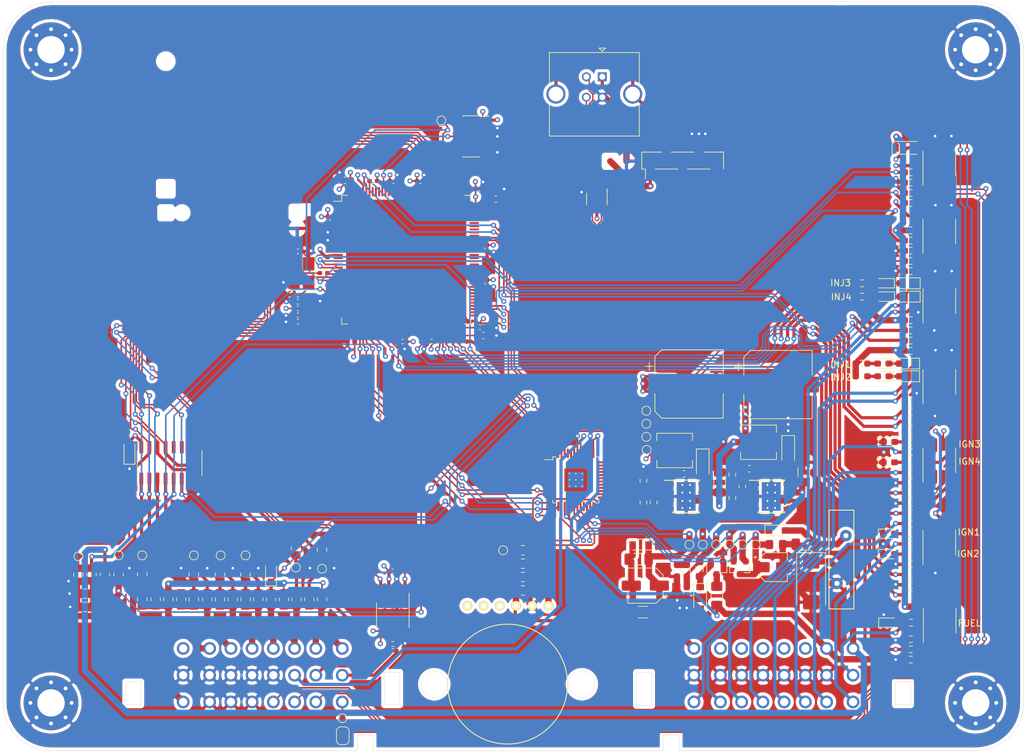
<source format=kicad_pcb>
(kicad_pcb (version 20171130) (host pcbnew 5.1.9)
  (layers (0 F.Cu signal) (1 In1.Cu power) (2 In2.Cu power) (31 B.Cu signal) (34 B.Paste user) (35 F.Paste user) (36 B.SilkS user) (37 F.SilkS user) (38 B.Mask user) (39 F.Mask user) (44 Edge.Cuts user))
  (net 0 "")
  (net 1 IAT)
  (net 2 GND)
  (net 3 "Net-(C2-Pad1)")
  (net 4 ADC-CLAMP-1)
  (net 5 ADC-CLAMP-5)
  (net 6 VPROT)
  (net 7 CLT)
  (net 8 ADC-CLAMP-2)
  (net 9 ADC-CLAMP-6)
  (net 10 TPS)
  (net 11 ADC-CLAMP-3)
  (net 12 ADC-CLAMP-8)
  (net 13 ADC-CLAMP-9)
  (net 14 O2)
  (net 15 ADC-CLAMP-4)
  (net 16 BUCK_IN)
  (net 17 +5V)
  (net 18 "Net-(C18-Pad2)")
  (net 19 "Net-(C18-Pad1)")
  (net 20 "Net-(C19-Pad2)")
  (net 21 "Net-(C19-Pad1)")
  (net 22 +3V3)
  (net 23 CANH)
  (net 24 CANL)
  (net 25 HSE_OUT)
  (net 26 "Net-(C26-Pad1)")
  (net 27 "Net-(C27-Pad1)")
  (net 28 "Net-(C28-Pad1)")
  (net 29 +3.3VA)
  (net 30 VPPSENS)
  (net 31 VBAT)
  (net 32 "Net-(D1-Pad2)")
  (net 33 IDLE)
  (net 34 12v-SW)
  (net 35 "Net-(D3-Pad2)")
  (net 36 "Net-(D4-Pad2)")
  (net 37 "Net-(D5-Pad2)")
  (net 38 "Net-(D6-Pad2)")
  (net 39 /Sensors/MCU-CLUTCH)
  (net 40 "Net-(D9-Pad1)")
  (net 41 USB_CONN_VBUS)
  (net 42 "Net-(D12-Pad1)")
  (net 43 "Net-(D12-Pad2)")
  (net 44 "Net-(D13-Pad1)")
  (net 45 "Net-(D13-Pad2)")
  (net 46 "Net-(D14-Pad2)")
  (net 47 "Net-(D14-Pad1)")
  (net 48 "Net-(D15-Pad1)")
  (net 49 "Net-(D15-Pad2)")
  (net 50 INJ-1)
  (net 51 INJ-2)
  (net 52 INJ-3)
  (net 53 INJ-4)
  (net 54 VREG)
  (net 55 "Net-(F1-Pad1)")
  (net 56 IGN-3)
  (net 57 IGN-2)
  (net 58 IGN-1)
  (net 59 "Net-(J1-PadA7)")
  (net 60 "Net-(J1-PadA6)")
  (net 61 ST_SIG)
  (net 62 "Net-(J1-PadA5)")
  (net 63 "Net-(J1-PadA4)")
  (net 64 IGN-4)
  (net 65 BOOST)
  (net 66 TACH)
  (net 67 CAM)
  (net 68 CLUTCH)
  (net 69 CRANK)
  (net 70 FP)
  (net 71 FAN)
  (net 72 SWDIO)
  (net 73 SWCLK)
  (net 74 SWO)
  (net 75 "Net-(J3-Pad7)")
  (net 76 "Net-(J3-Pad8)")
  (net 77 NRST)
  (net 78 "Net-(JP1-Pad1)")
  (net 79 VPPREF)
  (net 80 "Net-(R1-Pad1)")
  (net 81 /FuelPump/MCU-FP)
  (net 82 "Net-(R3-Pad1)")
  (net 83 /IDLE+BOOST/MCU-IDLE)
  (net 84 "Net-(R5-Pad1)")
  (net 85 /IDLE+BOOST/MCU-BOOST)
  (net 86 "Net-(R6-Pad1)")
  (net 87 /FAN+TACH/MCU-FAN)
  (net 88 "Net-(R11-Pad1)")
  (net 89 /FAN+TACH/MCU-TACH)
  (net 90 "Net-(R10-Pad1)")
  (net 91 /Ignitors/MCU-IGN-3)
  (net 92 "Net-(R14-Pad1)")
  (net 93 "Net-(R15-Pad1)")
  (net 94 /Ignitors/MCU-IGN-4)
  (net 95 "Net-(R16-Pad1)")
  (net 96 /Ignitors/MCU-IGN-1)
  (net 97 "Net-(R17-Pad1)")
  (net 98 /Ignitors/MCU-IGN-2)
  (net 99 "Net-(R22-Pad2)")
  (net 100 "Net-(R23-Pad1)")
  (net 101 "Net-(R24-Pad2)")
  (net 102 "Net-(R25-Pad1)")
  (net 103 "Net-(R38-Pad1)")
  (net 104 ADC-CLAMP-10)
  (net 105 BUCK_EN)
  (net 106 USB_CONN_D-)
  (net 107 USB_CONN_D+)
  (net 108 "Net-(R52-Pad1)")
  (net 109 "Net-(R53-Pad1)")
  (net 110 "Net-(R55-Pad1)")
  (net 111 "Net-(R56-Pad1)")
  (net 112 HSE_IN)
  (net 113 "Net-(R60-Pad1)")
  (net 114 /Injectors/MCU-INJ-1)
  (net 115 "Net-(R62-Pad1)")
  (net 116 "Net-(R63-Pad1)")
  (net 117 /Injectors/MCU-INJ-2)
  (net 118 /Injectors/MCU-INJ-3)
  (net 119 "Net-(R66-Pad1)")
  (net 120 /Injectors/MCU-INJ-4)
  (net 121 "Net-(R67-Pad1)")
  (net 122 "Net-(U1-Pad3)")
  (net 123 "Net-(U2-Pad4)")
  (net 124 "Net-(U2-Pad2)")
  (net 125 "Net-(U3-Pad2)")
  (net 126 "Net-(U3-Pad4)")
  (net 127 "Net-(U4-Pad8)")
  (net 128 "Net-(U4-Pad1)")
  (net 129 "Net-(U5-Pad1)")
  (net 130 "Net-(U5-Pad8)")
  (net 131 "Net-(U6-Pad7)")
  (net 132 "Net-(U6-Pad9)")
  (net 133 "Net-(U6-Pad10)")
  (net 134 "Net-(U6-Pad11)")
  (net 135 "Net-(U6-Pad12)")
  (net 136 "Net-(U8-Pad3)")
  (net 137 "Net-(U8-Pad2)")
  (net 138 "Net-(U9-Pad2)")
  (net 139 "Net-(U9-Pad3)")
  (net 140 USB_D+)
  (net 141 USB_D-)
  (net 142 MCU-CAN-RX)
  (net 143 MCU-CAN-TX)
  (net 144 "Net-(U12-Pad1)")
  (net 145 "Net-(U12-Pad2)")
  (net 146 "Net-(U12-Pad3)")
  (net 147 "Net-(U12-Pad4)")
  (net 148 "Net-(U12-Pad5)")
  (net 149 "Net-(U12-Pad7)")
  (net 150 "Net-(U12-Pad8)")
  (net 151 "Net-(U12-Pad9)")
  (net 152 "Net-(U12-Pad10)")
  (net 153 "Net-(U12-Pad11)")
  (net 154 "Net-(U12-Pad12)")
  (net 155 "Net-(U12-Pad13)")
  (net 156 "Net-(U12-Pad14)")
  (net 157 "Net-(U12-Pad15)")
  (net 158 UART7_RX)
  (net 159 UART7_TX)
  (net 160 "Net-(U12-Pad22)")
  (net 161 "Net-(U12-Pad26)")
  (net 162 "Net-(U12-Pad27)")
  (net 163 "Net-(U12-Pad28)")
  (net 164 /mc33814/MCU-SPI1-CS)
  (net 165 /mc33814/MCU-SPI1-SCK)
  (net 166 /mcu/MCU-SPI1-MISO)
  (net 167 /mc33814/MCU-SPI1-MISO)
  (net 168 /mcu/MCU-BARO)
  (net 169 "Net-(U12-Pad48)")
  (net 170 "Net-(U12-Pad49)")
  (net 171 "Net-(U12-Pad50)")
  (net 172 "Net-(U12-Pad53)")
  (net 173 "Net-(U12-Pad54)")
  (net 174 "Net-(U12-Pad55)")
  (net 175 "Net-(U12-Pad56)")
  (net 176 "Net-(U12-Pad57)")
  (net 177 "Net-(U12-Pad58)")
  (net 178 "Net-(U12-Pad59)")
  (net 179 "Net-(U12-Pad63)")
  (net 180 "Net-(U12-Pad65)")
  (net 181 "Net-(U12-Pad68)")
  (net 182 /mc33814/MCU-RIN1)
  (net 183 /mc33814/MCU-RIN2)
  (net 184 "Net-(U12-Pad73)")
  (net 185 /mcu/MCU-AC)
  (net 186 "Net-(U12-Pad77)")
  (net 187 "Net-(U12-Pad78)")
  (net 188 "Net-(U12-Pad79)")
  (net 189 "Net-(U12-Pad80)")
  (net 190 "Net-(U12-Pad81)")
  (net 191 "Net-(U12-Pad82)")
  (net 192 "Net-(U12-Pad85)")
  (net 193 "Net-(U12-Pad86)")
  (net 194 "Net-(U12-Pad87)")
  (net 195 "Net-(U12-Pad88)")
  (net 196 "Net-(U12-Pad89)")
  (net 197 "Net-(U12-Pad90)")
  (net 198 "Net-(U12-Pad91)")
  (net 199 "Net-(U12-Pad92)")
  (net 200 "Net-(U12-Pad93)")
  (net 201 "Net-(U12-Pad98)")
  (net 202 "Net-(U12-Pad99)")
  (net 203 "Net-(U12-Pad100)")
  (net 204 "Net-(U12-Pad101)")
  (net 205 "Net-(U12-Pad102)")
  (net 206 "Net-(U12-Pad110)")
  (net 207 "Net-(U12-Pad111)")
  (net 208 "Net-(U12-Pad112)")
  (net 209 "Net-(U12-Pad113)")
  (net 210 "Net-(U12-Pad118)")
  (net 211 "Net-(U12-Pad122)")
  (net 212 "Net-(U12-Pad123)")
  (net 213 "Net-(U12-Pad124)")
  (net 214 "Net-(U12-Pad125)")
  (net 215 "Net-(U12-Pad126)")
  (net 216 "Net-(U12-Pad127)")
  (net 217 "Net-(U12-Pad128)")
  (net 218 "Net-(U12-Pad129)")
  (net 219 "Net-(U12-Pad132)")
  (net 220 "Net-(U12-Pad134)")
  (net 221 "Net-(U12-Pad135)")
  (net 222 "Net-(U12-Pad136)")
  (net 223 "Net-(U12-Pad137)")
  (net 224 "Net-(U12-Pad141)")
  (net 225 "Net-(U12-Pad142)")
  (net 226 "Net-(U13-Pad2)")
  (net 227 "Net-(U13-Pad4)")
  (net 228 "Net-(U14-Pad4)")
  (net 229 "Net-(U14-Pad2)")
  (net 230 "Net-(U15-Pad1)")
  (net 231 "Net-(U15-Pad2)")
  (net 232 "Net-(U15-Pad3)")
  (net 233 "Net-(U15-Pad4)")
  (net 234 "Net-(U15-Pad5)")
  (net 235 "Net-(U15-Pad6)")
  (net 236 "Net-(U15-Pad7)")
  (net 237 "Net-(U15-Pad8)")
  (net 238 "Net-(U15-Pad9)")
  (net 239 "Net-(U15-Pad21)")
  (net 240 "Net-(U15-Pad23)")
  (net 241 "Net-(U15-Pad24)")
  (net 242 "Net-(U15-Pad25)")
  (net 243 "Net-(U15-Pad26)")
  (net 244 "Net-(U15-Pad27)")
  (net 245 "Net-(U15-Pad28)")
  (net 246 "Net-(U15-Pad29)")
  (net 247 "Net-(U15-Pad30)")
  (net 248 "Net-(U15-Pad31)")
  (net 249 "Net-(U15-Pad32)")
  (net 250 "Net-(U15-Pad33)")
  (net 251 "Net-(U15-Pad34)")
  (net 252 "Net-(U15-Pad39)")
  (net 253 "Net-(U15-Pad40)")
  (net 254 "Net-(U15-Pad43)")
  (net 255 "Net-(U15-Pad44)")
  (net 256 "Net-(U15-Pad45)")
  (net 257 "Net-(U15-Pad46)")
  (net 258 "Net-(U15-Pad47)")
  (net 259 "Net-(U15-Pad48)")
  (net 260 "Net-(U15-Pad49)")
  (net 261 "Net-(J1-PadA3)")
  (net 262 USB_CONN_SHIELD)
  (net 263 "Net-(C46-Pad2)")
  (net 264 "Net-(J2-PadA8)")
  (module Connector_PinHeader_2.54mm:PinHeader_1x05_P2.54mm_Vertical_SMD_Pin1Left (layer F.Cu) (at 121.55 47.4 90)
    (fp_text reference J5)
    (fp_text value USB_EXT)
    (pad 1 smd rect (at -1.655 -5.08 90) (size 2.51 1) (layers F.Cu F.Paste F.Mask) (net 41 USB_CONN_VBUS))
    (pad 3 smd rect (at -1.655 0 90) (size 2.51 1) (layers F.Cu F.Paste F.Mask) (net 140 USB_D+))
    (pad 5 smd rect (at -1.655 5.08 90) (size 2.51 1) (layers F.Cu F.Paste F.Mask) (net 262 USB_CONN_SHIELD))
    (pad 2 smd rect (at 1.655 -2.54 90) (size 2.51 1) (layers F.Cu F.Paste F.Mask) (net 141 USB_D-))
    (pad 4 smd rect (at 1.655 2.54 90) (size 2.51 1) (layers F.Cu F.Paste F.Mask) (net 2 GND))
  )
  (module Inductor_SMD:L_0805_2012Metric_Pad1.05x1.20mm_HandSolder (layer F.Cu) (at 124.2 111.5 270)
    (fp_text reference FB1)
    (fp_text value "600 @ 600MHz")
    (pad 1 smd roundrect (at -1.15 0 270) (size 1.05 1.2) (layers F.Cu F.Paste F.Mask) (roundrect_rratio 0.238095) (net 16 BUCK_IN))
    (pad 2 smd roundrect (at 1.15 0 270) (size 1.05 1.2) (layers F.Cu F.Paste F.Mask) (roundrect_rratio 0.238095) (net 40 "Net-(D9-Pad1)"))
  )
  (module Resistor_SMD:R_0603_1608Metric_Pad0.98x0.95mm_HandSolder (layer F.Cu) (at 157.3 113.95)
    (fp_text reference R21)
    (fp_text value 100k)
    (pad 2 smd roundrect (at 0.9125 0) (size 0.975 0.95) (layers F.Cu F.Paste F.Mask) (net 97 "Net-(R17-Pad1)"))
    (pad 1 smd roundrect (at -0.9125 0) (size 0.975 0.95) (layers F.Cu F.Paste F.Mask) (net 2 GND))
  )
  (module Resistor_SMD:R_0603_1608Metric_Pad0.98x0.95mm_HandSolder (layer F.Cu) (at 157.3 110.75 180)
    (fp_text reference R20)
    (fp_text value 100k)
    (pad 2 smd roundrect (at 0.9125 0 180) (size 0.975 0.95) (layers F.Cu F.Paste F.Mask) (net 2 GND))
    (pad 1 smd roundrect (at -0.9125 0 180) (size 0.975 0.95) (layers F.Cu F.Paste F.Mask) (net 95 "Net-(R16-Pad1)"))
  )
  (module Resistor_SMD:R_0603_1608Metric_Pad0.98x0.95mm_HandSolder (layer F.Cu) (at 157.3 101.15)
    (fp_text reference R19)
    (fp_text value 100k)
    (pad 2 smd roundrect (at 0.9125 0) (size 0.975 0.95) (layers F.Cu F.Paste F.Mask) (net 93 "Net-(R15-Pad1)"))
    (pad 1 smd roundrect (at -0.9125 0) (size 0.975 0.95) (layers F.Cu F.Paste F.Mask) (net 2 GND))
  )
  (module Resistor_SMD:R_0603_1608Metric_Pad0.98x0.95mm_HandSolder (layer F.Cu) (at 157.3 97.95 180)
    (fp_text reference R18)
    (fp_text value 100k)
    (pad 2 smd roundrect (at 0.9125 0 180) (size 0.975 0.95) (layers F.Cu F.Paste F.Mask) (net 2 GND))
    (pad 1 smd roundrect (at -0.9125 0 180) (size 0.975 0.95) (layers F.Cu F.Paste F.Mask) (net 92 "Net-(R14-Pad1)"))
  )
  (module Capacitor_SMD:C_0805_2012Metric_Pad1.18x1.45mm_HandSolder (layer F.Cu) (at 36.8 116.25 90)
    (fp_text reference C1)
    (fp_text value 0.1uf)
    (pad 1 smd roundrect (at -1.0375 0 90) (size 1.175 1.45) (layers F.Cu F.Paste F.Mask) (roundrect_rratio 0.212766) (net 1 IAT))
    (pad 2 smd roundrect (at 1.0375 0 90) (size 1.175 1.45) (layers F.Cu F.Paste F.Mask) (roundrect_rratio 0.212766) (net 2 GND))
  )
  (module Capacitor_SMD:C_0805_2012Metric_Pad1.18x1.45mm_HandSolder (layer F.Cu) (at 27.85 117.45 180)
    (fp_text reference C2)
    (fp_text value 0.1uf)
    (pad 1 smd roundrect (at -1.0375 0 180) (size 1.175 1.45) (layers F.Cu F.Paste F.Mask) (roundrect_rratio 0.212766) (net 3 "Net-(C2-Pad1)"))
    (pad 2 smd roundrect (at 1.0375 0 180) (size 1.175 1.45) (layers F.Cu F.Paste F.Mask) (roundrect_rratio 0.212766) (net 2 GND))
  )
  (module Capacitor_SMD:C_0805_2012Metric_Pad1.18x1.45mm_HandSolder (layer F.Cu) (at 36.8 112.35 270)
    (fp_text reference C3)
    (fp_text value 0.22uf)
    (pad 2 smd roundrect (at 1.0375 0 270) (size 1.175 1.45) (layers F.Cu F.Paste F.Mask) (roundrect_rratio 0.212766) (net 2 GND))
    (pad 1 smd roundrect (at -1.0375 0 270) (size 1.175 1.45) (layers F.Cu F.Paste F.Mask) (roundrect_rratio 0.212766) (net 4 ADC-CLAMP-1))
  )
  (module Capacitor_SMD:C_0805_2012Metric_Pad1.18x1.45mm_HandSolder (layer F.Cu) (at 26.8 112.4 270)
    (fp_text reference C4)
    (fp_text value 0.22uf)
    (pad 2 smd roundrect (at 1.0375 0 270) (size 1.175 1.45) (layers F.Cu F.Paste F.Mask) (roundrect_rratio 0.212766) (net 2 GND))
    (pad 1 smd roundrect (at -1.0375 0 270) (size 1.175 1.45) (layers F.Cu F.Paste F.Mask) (roundrect_rratio 0.212766) (net 5 ADC-CLAMP-5))
  )
  (module Capacitor_SMD:C_0805_2012Metric_Pad1.18x1.45mm_HandSolder (layer F.Cu) (at 96.5 114.85)
    (fp_text reference C5)
    (fp_text value 0.1uf)
    (pad 1 smd roundrect (at -1.0375 0) (size 1.175 1.45) (layers F.Cu F.Paste F.Mask) (roundrect_rratio 0.212766) (net 6 VPROT))
    (pad 2 smd roundrect (at 1.0375 0) (size 1.175 1.45) (layers F.Cu F.Paste F.Mask) (roundrect_rratio 0.212766) (net 2 GND))
  )
  (module Capacitor_SMD:C_0805_2012Metric_Pad1.18x1.45mm_HandSolder (layer F.Cu) (at 44.9 116.25 90)
    (fp_text reference C6)
    (fp_text value 0.1uf)
    (pad 2 smd roundrect (at 1.0375 0 90) (size 1.175 1.45) (layers F.Cu F.Paste F.Mask) (roundrect_rratio 0.212766) (net 2 GND))
    (pad 1 smd roundrect (at -1.0375 0 90) (size 1.175 1.45) (layers F.Cu F.Paste F.Mask) (roundrect_rratio 0.212766) (net 7 CLT))
  )
  (module Capacitor_SMD:C_0805_2012Metric_Pad1.18x1.45mm_HandSolder (layer F.Cu) (at 96.5 112.75)
    (fp_text reference C7)
    (fp_text value 1uf)
    (pad 1 smd roundrect (at -1.0375 0) (size 1.175 1.45) (layers F.Cu F.Paste F.Mask) (roundrect_rratio 0.212766) (net 6 VPROT))
    (pad 2 smd roundrect (at 1.0375 0) (size 1.175 1.45) (layers F.Cu F.Paste F.Mask) (roundrect_rratio 0.212766) (net 2 GND))
  )
  (module Capacitor_SMD:C_0805_2012Metric_Pad1.18x1.45mm_HandSolder (layer F.Cu) (at 44.9 112.35 270)
    (fp_text reference C8)
    (fp_text value 0.22uf)
    (pad 1 smd roundrect (at -1.0375 0 270) (size 1.175 1.45) (layers F.Cu F.Paste F.Mask) (roundrect_rratio 0.212766) (net 8 ADC-CLAMP-2))
    (pad 2 smd roundrect (at 1.0375 0 270) (size 1.175 1.45) (layers F.Cu F.Paste F.Mask) (roundrect_rratio 0.212766) (net 2 GND))
  )
  (module Capacitor_SMD:C_0805_2012Metric_Pad1.18x1.45mm_HandSolder (layer F.Cu) (at 96.5 110.65 180)
    (fp_text reference C9)
    (fp_text value 470pf)
    (pad 2 smd roundrect (at 1.0375 0 180) (size 1.175 1.45) (layers F.Cu F.Paste F.Mask) (roundrect_rratio 0.212766) (net 9 ADC-CLAMP-6))
    (pad 1 smd roundrect (at -1.0375 0 180) (size 1.175 1.45) (layers F.Cu F.Paste F.Mask) (roundrect_rratio 0.212766) (net 2 GND))
  )
  (module Capacitor_SMD:C_0805_2012Metric_Pad1.18x1.45mm_HandSolder (layer F.Cu) (at 49 116.25 90)
    (fp_text reference C10)
    (fp_text value 0.1uf)
    (pad 2 smd roundrect (at 1.0375 0 90) (size 1.175 1.45) (layers F.Cu F.Paste F.Mask) (roundrect_rratio 0.212766) (net 2 GND))
    (pad 1 smd roundrect (at -1.0375 0 90) (size 1.175 1.45) (layers F.Cu F.Paste F.Mask) (roundrect_rratio 0.212766) (net 10 TPS))
  )
  (module Capacitor_SMD:C_0805_2012Metric_Pad1.18x1.45mm_HandSolder (layer F.Cu) (at 49 112.35 270)
    (fp_text reference C11)
    (fp_text value 0.22uf)
    (pad 2 smd roundrect (at 1.0375 0 270) (size 1.175 1.45) (layers F.Cu F.Paste F.Mask) (roundrect_rratio 0.212766) (net 2 GND))
    (pad 1 smd roundrect (at -1.0375 0 270) (size 1.175 1.45) (layers F.Cu F.Paste F.Mask) (roundrect_rratio 0.212766) (net 11 ADC-CLAMP-3))
  )
  (module Capacitor_SMD:C_0805_2012Metric_Pad1.18x1.45mm_HandSolder (layer F.Cu) (at 65 108.45 270)
    (fp_text reference C12)
    (fp_text value 0.1uf)
    (pad 2 smd roundrect (at 1.0375 0 270) (size 1.175 1.45) (layers F.Cu F.Paste F.Mask) (roundrect_rratio 0.212766) (net 104 ADC-CLAMP-10))
    (pad 1 smd roundrect (at -1.0375 0 270) (size 1.175 1.45) (layers F.Cu F.Paste F.Mask) (roundrect_rratio 0.212766) (net 2 GND))
  )
  (module Capacitor_SMD:C_0805_2012Metric_Pad1.18x1.45mm_HandSolder (layer F.Cu) (at 60.9 108.25 90)
    (fp_text reference C13)
    (fp_text value 0.1uf)
    (pad 2 smd roundrect (at 1.0375 0 90) (size 1.175 1.45) (layers F.Cu F.Paste F.Mask) (roundrect_rratio 0.212766) (net 2 GND))
    (pad 1 smd roundrect (at -1.0375 0 90) (size 1.175 1.45) (layers F.Cu F.Paste F.Mask) (roundrect_rratio 0.212766) (net 13 ADC-CLAMP-9))
  )
  (module Capacitor_SMD:C_0805_2012Metric_Pad1.18x1.45mm_HandSolder (layer F.Cu) (at 53 116.25 90)
    (fp_text reference C14)
    (fp_text value 0.1uf)
    (pad 1 smd roundrect (at -1.0375 0 90) (size 1.175 1.45) (layers F.Cu F.Paste F.Mask) (roundrect_rratio 0.212766) (net 14 O2))
    (pad 2 smd roundrect (at 1.0375 0 90) (size 1.175 1.45) (layers F.Cu F.Paste F.Mask) (roundrect_rratio 0.212766) (net 2 GND))
  )
  (module Capacitor_SMD:C_0805_2012Metric_Pad1.18x1.45mm_HandSolder (layer F.Cu) (at 53 112.35 270)
    (fp_text reference C15)
    (fp_text value 0.22uf)
    (pad 1 smd roundrect (at -1.0375 0 270) (size 1.175 1.45) (layers F.Cu F.Paste F.Mask) (roundrect_rratio 0.212766) (net 15 ADC-CLAMP-4))
    (pad 2 smd roundrect (at 1.0375 0 270) (size 1.175 1.45) (layers F.Cu F.Paste F.Mask) (roundrect_rratio 0.212766) (net 2 GND))
  )
  (module Capacitor_SMD:C_1206_3216Metric_Pad1.33x1.80mm_HandSolder (layer F.Cu) (at 140.55 96.3 90)
    (fp_text reference C16)
    (fp_text value 10u)
    (pad 1 smd roundrect (at -1.5625 0 90) (size 1.325 1.8) (layers F.Cu F.Paste F.Mask) (roundrect_rratio 0.188679) (net 16 BUCK_IN))
    (pad 2 smd roundrect (at 1.5625 0 90) (size 1.325 1.8) (layers F.Cu F.Paste F.Mask) (roundrect_rratio 0.188679) (net 2 GND))
  )
  (module Capacitor_SMD:C_1206_3216Metric_Pad1.33x1.80mm_HandSolder (layer F.Cu) (at 127.35 97.9 90)
    (fp_text reference C17)
    (fp_text value 10u)
    (pad 2 smd roundrect (at 1.5625 0 90) (size 1.325 1.8) (layers F.Cu F.Paste F.Mask) (roundrect_rratio 0.188679) (net 2 GND))
    (pad 1 smd roundrect (at -1.5625 0 90) (size 1.325 1.8) (layers F.Cu F.Paste F.Mask) (roundrect_rratio 0.188679) (net 17 +5V))
  )
  (module Capacitor_SMD:C_0603_1608Metric_Pad1.08x0.95mm_HandSolder (layer F.Cu) (at 121.8 96.55 180)
    (fp_text reference C18)
    (fp_text value 0.1u)
    (pad 2 smd roundrect (at 0.8625 0 180) (size 1.075 0.95) (layers F.Cu F.Paste F.Mask) (net 18 "Net-(C18-Pad2)"))
    (pad 1 smd roundrect (at -0.8625 0 180) (size 1.075 0.95) (layers F.Cu F.Paste F.Mask) (net 19 "Net-(C18-Pad1)"))
  )
  (module Capacitor_SMD:C_0603_1608Metric_Pad1.08x0.95mm_HandSolder (layer F.Cu) (at 132 95.75 180)
    (fp_text reference C19)
    (fp_text value 0.1u)
    (pad 2 smd roundrect (at 0.8625 0 180) (size 1.075 0.95) (layers F.Cu F.Paste F.Mask) (net 20 "Net-(C19-Pad2)"))
    (pad 1 smd roundrect (at -0.8625 0 180) (size 1.075 0.95) (layers F.Cu F.Paste F.Mask) (net 21 "Net-(C19-Pad1)"))
  )
  (module Capacitor_SMD:C_0603_1608Metric_Pad1.08x0.95mm_HandSolder (layer F.Cu) (at 122.2 115.15 270)
    (fp_text reference C20)
    (fp_text value 10u)
    (pad 1 smd roundrect (at -0.8625 0 270) (size 1.075 0.95) (layers F.Cu F.Paste F.Mask) (net 16 BUCK_IN))
    (pad 2 smd roundrect (at 0.8625 0 270) (size 1.075 0.95) (layers F.Cu F.Paste F.Mask) (net 2 GND))
  )
  (module Capacitor_SMD:CP_Elec_10x14.3 (layer F.Cu) (at 122.55 82.45)
    (fp_text reference C21)
    (fp_text value 220u)
    (pad 1 smd roundrect (at -4.2 0) (size 4.4 2.5) (layers F.Cu F.Paste F.Mask) (roundrect_rratio 0.1) (net 22 +3V3))
    (pad 2 smd roundrect (at 4.2 0) (size 4.4 2.5) (layers F.Cu F.Paste F.Mask) (roundrect_rratio 0.1) (net 2 GND))
  )
  (module Capacitor_SMD:CP_Elec_10x14.3 (layer F.Cu) (at 136.5 82.55)
    (fp_text reference C22)
    (fp_text value 220u)
    (pad 2 smd roundrect (at 4.2 0) (size 4.4 2.5) (layers F.Cu F.Paste F.Mask) (roundrect_rratio 0.1) (net 2 GND))
    (pad 1 smd roundrect (at -4.2 0) (size 4.4 2.5) (layers F.Cu F.Paste F.Mask) (roundrect_rratio 0.1) (net 17 +5V))
  )
  (module Capacitor_SMD:C_0402_1005Metric_Pad0.74x0.62mm_HandSolder (layer F.Cu) (at 76.0675 111.85)
    (fp_text reference C23)
    (fp_text value 0.1u)
    (pad 2 smd roundrect (at 0.5675 0) (size 0.735 0.62) (layers F.Cu F.Paste F.Mask) (net 2 GND))
    (pad 1 smd roundrect (at -0.5675 0) (size 0.735 0.62) (layers F.Cu F.Paste F.Mask) (net 22 +3V3))
  )
  (module Capacitor_SMD:C_0402_1005Metric_Pad0.74x0.62mm_HandSolder (layer F.Cu) (at 76.1 124.35 180)
    (fp_text reference C24)
    (fp_text value 100p)
    (pad 1 smd roundrect (at -0.5675 0 180) (size 0.735 0.62) (layers F.Cu F.Paste F.Mask) (net 23 CANH))
    (pad 2 smd roundrect (at 0.5675 0 180) (size 0.735 0.62) (layers F.Cu F.Paste F.Mask) (net 24 CANL))
  )
  (module Capacitor_SMD:C_0402_1005Metric_Pad0.74x0.62mm_HandSolder (layer F.Cu) (at 61.2 68.45 180)
    (fp_text reference C25)
    (fp_text value 12p)
    (pad 1 smd roundrect (at -0.5675 0 180) (size 0.735 0.62) (layers F.Cu F.Paste F.Mask) (net 25 HSE_OUT))
    (pad 2 smd roundrect (at 0.5675 0 180) (size 0.735 0.62) (layers F.Cu F.Paste F.Mask) (net 2 GND))
  )
  (module Capacitor_SMD:C_0402_1005Metric_Pad0.74x0.62mm_HandSolder (layer F.Cu) (at 61.2325 61.65)
    (fp_text reference C26)
    (fp_text value 12p)
    (pad 2 smd roundrect (at 0.5675 0) (size 0.735 0.62) (layers F.Cu F.Paste F.Mask) (net 2 GND))
    (pad 1 smd roundrect (at -0.5675 0) (size 0.735 0.62) (layers F.Cu F.Paste F.Mask) (net 26 "Net-(C26-Pad1)"))
  )
  (module Capacitor_SMD:C_0603_1608Metric_Pad1.08x0.95mm_HandSolder (layer F.Cu) (at 90.3 74.85)
    (fp_text reference C27)
    (fp_text value 2u2)
    (pad 1 smd roundrect (at -0.8625 0) (size 1.075 0.95) (layers F.Cu F.Paste F.Mask) (net 27 "Net-(C27-Pad1)"))
    (pad 2 smd roundrect (at 0.8625 0) (size 1.075 0.95) (layers F.Cu F.Paste F.Mask) (net 2 GND))
  )
  (module Capacitor_SMD:C_0603_1608Metric_Pad1.08x0.95mm_HandSolder (layer F.Cu) (at 92.25 53.45)
    (fp_text reference C28)
    (fp_text value 2u2)
    (pad 1 smd roundrect (at -0.8625 0) (size 1.075 0.95) (layers F.Cu F.Paste F.Mask) (net 28 "Net-(C28-Pad1)"))
    (pad 2 smd roundrect (at 0.8625 0) (size 1.075 0.95) (layers F.Cu F.Paste F.Mask) (net 2 GND))
  )
  (module Capacitor_SMD:C_0603_1608Metric_Pad1.08x0.95mm_HandSolder (layer F.Cu) (at 68.6 50.5 180)
    (fp_text reference C29)
    (fp_text value 4u7)
    (pad 2 smd roundrect (at 0.8625 0 180) (size 1.075 0.95) (layers F.Cu F.Paste F.Mask) (net 2 GND))
    (pad 1 smd roundrect (at -0.8625 0 180) (size 1.075 0.95) (layers F.Cu F.Paste F.Mask) (net 22 +3V3))
  )
  (module Capacitor_SMD:C_0402_1005Metric_Pad0.74x0.62mm_HandSolder (layer F.Cu) (at 82.2 75.8 180)
    (fp_text reference C30)
    (fp_text value 100n)
    (pad 1 smd roundrect (at -0.5675 0 180) (size 0.735 0.62) (layers F.Cu F.Paste F.Mask) (net 22 +3V3))
    (pad 2 smd roundrect (at 0.5675 0 180) (size 0.735 0.62) (layers F.Cu F.Paste F.Mask) (net 2 GND))
  )
  (module Capacitor_SMD:C_0402_1005Metric_Pad0.74x0.62mm_HandSolder (layer F.Cu) (at 90.9 61.2175 270)
    (fp_text reference C31)
    (fp_text value 100n)
    (pad 1 smd roundrect (at -0.5675 0 270) (size 0.735 0.62) (layers F.Cu F.Paste F.Mask) (net 22 +3V3))
    (pad 2 smd roundrect (at 0.5675 0 270) (size 0.735 0.62) (layers F.Cu F.Paste F.Mask) (net 2 GND))
  )
  (module Capacitor_SMD:C_0402_1005Metric_Pad0.74x0.62mm_HandSolder (layer F.Cu) (at 90.9 66.7 270)
    (fp_text reference C32)
    (fp_text value 100n)
    (pad 1 smd roundrect (at -0.5675 0 270) (size 0.735 0.62) (layers F.Cu F.Paste F.Mask) (net 22 +3V3))
    (pad 2 smd roundrect (at 0.5675 0 270) (size 0.735 0.62) (layers F.Cu F.Paste F.Mask) (net 2 GND))
  )
  (module Capacitor_SMD:C_0402_1005Metric_Pad0.74x0.62mm_HandSolder (layer F.Cu) (at 76.2 50.6)
    (fp_text reference C33)
    (fp_text value 100n)
    (pad 2 smd roundrect (at 0.5675 0) (size 0.735 0.62) (layers F.Cu F.Paste F.Mask) (net 2 GND))
    (pad 1 smd roundrect (at -0.5675 0) (size 0.735 0.62) (layers F.Cu F.Paste F.Mask) (net 22 +3V3))
  )
  (module Capacitor_SMD:C_0402_1005Metric_Pad0.74x0.62mm_HandSolder (layer F.Cu) (at 65.9 61.95 90)
    (fp_text reference C34)
    (fp_text value 100n)
    (pad 1 smd roundrect (at -0.5675 0 90) (size 0.735 0.62) (layers F.Cu F.Paste F.Mask) (net 22 +3V3))
    (pad 2 smd roundrect (at 0.5675 0 90) (size 0.735 0.62) (layers F.Cu F.Paste F.Mask) (net 2 GND))
  )
  (module Capacitor_SMD:C_0402_1005Metric_Pad0.74x0.62mm_HandSolder (layer F.Cu) (at 80.45 50.6)
    (fp_text reference C35)
    (fp_text value 100n)
    (pad 2 smd roundrect (at 0.5675 0) (size 0.735 0.62) (layers F.Cu F.Paste F.Mask) (net 2 GND))
    (pad 1 smd roundrect (at -0.5675 0) (size 0.735 0.62) (layers F.Cu F.Paste F.Mask) (net 22 +3V3))
  )
  (module Capacitor_SMD:C_0402_1005Metric_Pad0.74x0.62mm_HandSolder (layer F.Cu) (at 89.65 51.8)
    (fp_text reference C36)
    (fp_text value 100n)
    (pad 1 smd roundrect (at -0.5675 0) (size 0.735 0.62) (layers F.Cu F.Paste F.Mask) (net 22 +3V3))
    (pad 2 smd roundrect (at 0.5675 0) (size 0.735 0.62) (layers F.Cu F.Paste F.Mask) (net 2 GND))
  )
  (module Capacitor_SMD:C_0402_1005Metric_Pad0.74x0.62mm_HandSolder (layer F.Cu) (at 77.65 75.8 180)
    (fp_text reference C37)
    (fp_text value 100n)
    (pad 2 smd roundrect (at 0.5675 0 180) (size 0.735 0.62) (layers F.Cu F.Paste F.Mask) (net 2 GND))
    (pad 1 smd roundrect (at -0.5675 0 180) (size 0.735 0.62) (layers F.Cu F.Paste F.Mask) (net 22 +3V3))
  )
  (module Capacitor_SMD:C_0402_1005Metric_Pad0.74x0.62mm_HandSolder (layer F.Cu) (at 65.9 56.75 270)
    (fp_text reference C38)
    (fp_text value 100n)
    (pad 1 smd roundrect (at -0.5675 0 270) (size 0.735 0.62) (layers F.Cu F.Paste F.Mask) (net 22 +3V3))
    (pad 2 smd roundrect (at 0.5675 0 270) (size 0.735 0.62) (layers F.Cu F.Paste F.Mask) (net 2 GND))
  )
  (module Capacitor_SMD:C_0402_1005Metric_Pad0.74x0.62mm_HandSolder (layer F.Cu) (at 61.2 69.55 180)
    (fp_text reference C39)
    (fp_text value 100n)
    (pad 1 smd roundrect (at -0.5675 0 180) (size 0.735 0.62) (layers F.Cu F.Paste F.Mask) (net 22 +3V3))
    (pad 2 smd roundrect (at 0.5675 0 180) (size 0.735 0.62) (layers F.Cu F.Paste F.Mask) (net 2 GND))
  )
  (module Capacitor_SMD:C_0402_1005Metric_Pad0.74x0.62mm_HandSolder (layer F.Cu) (at 69.55 75.8 180)
    (fp_text reference C40)
    (fp_text value 100n)
    (pad 2 smd roundrect (at 0.5675 0 180) (size 0.735 0.62) (layers F.Cu F.Paste F.Mask) (net 2 GND))
    (pad 1 smd roundrect (at -0.5675 0 180) (size 0.735 0.62) (layers F.Cu F.Paste F.Mask) (net 22 +3V3))
  )
  (module Capacitor_SMD:C_0402_1005Metric_Pad0.74x0.62mm_HandSolder (layer F.Cu) (at 89.75 73.55)
    (fp_text reference C41)
    (fp_text value 100n)
    (pad 2 smd roundrect (at 0.5675 0) (size 0.735 0.62) (layers F.Cu F.Paste F.Mask) (net 2 GND))
    (pad 1 smd roundrect (at -0.5675 0) (size 0.735 0.62) (layers F.Cu F.Paste F.Mask) (net 22 +3V3))
  )
  (module Capacitor_SMD:C_0402_1005Metric_Pad0.74x0.62mm_HandSolder (layer F.Cu) (at 61.2 71.65)
    (fp_text reference C43)
    (fp_text value 1u)
    (pad 1 smd roundrect (at -0.5675 0) (size 0.735 0.62) (layers F.Cu F.Paste F.Mask) (net 2 GND))
    (pad 2 smd roundrect (at 0.5675 0) (size 0.735 0.62) (layers F.Cu F.Paste F.Mask) (net 29 +3.3VA))
  )
  (module Capacitor_SMD:C_0402_1005Metric_Pad0.74x0.62mm_HandSolder (layer F.Cu) (at 61.2 72.7)
    (fp_text reference C44)
    (fp_text value 10n)
    (pad 2 smd roundrect (at 0.5675 0) (size 0.735 0.62) (layers F.Cu F.Paste F.Mask) (net 29 +3.3VA))
    (pad 1 smd roundrect (at -0.5675 0) (size 0.735 0.62) (layers F.Cu F.Paste F.Mask) (net 2 GND))
  )
  (module Capacitor_SMD:CP_Elec_4x4.5 (layer F.Cu) (at 135.7 111.2)
    (fp_text reference C45)
    (fp_text value 22u)
    (pad 1 smd roundrect (at -1.8 0) (size 2.6 1.6) (layers F.Cu F.Paste F.Mask) (roundrect_rratio 0.15625) (net 30 VPPSENS))
    (pad 2 smd roundrect (at 1.8 0) (size 2.6 1.6) (layers F.Cu F.Paste F.Mask) (roundrect_rratio 0.15625) (net 2 GND))
  )
  (module Capacitor_SMD:CP_Elec_5x5.8 (layer F.Cu) (at 115.7 114.1 180)
    (fp_text reference C46)
    (fp_text value 47u)
    (pad 1 smd roundrect (at -2.2 0 180) (size 3 1.6) (layers F.Cu F.Paste F.Mask) (roundrect_rratio 0.15625) (net 6 VPROT))
    (pad 2 smd roundrect (at 2.2 0 180) (size 3 1.6) (layers F.Cu F.Paste F.Mask) (roundrect_rratio 0.15625) (net 263 "Net-(C46-Pad2)"))
  )
  (module Capacitor_SMD:C_0805_2012Metric_Pad1.18x1.45mm_HandSolder (layer F.Cu) (at 136.2 107.65)
    (fp_text reference C47)
    (fp_text value 0.1)
    (pad 1 smd roundrect (at -1.0375 0) (size 1.175 1.45) (layers F.Cu F.Paste F.Mask) (roundrect_rratio 0.212766) (net 30 VPPSENS))
    (pad 2 smd roundrect (at 1.0375 0) (size 1.175 1.45) (layers F.Cu F.Paste F.Mask) (roundrect_rratio 0.212766) (net 2 GND))
  )
  (module Capacitor_Tantalum_SMD:CP_EIA-7343-20_Kemet-V_Pad2.25x2.55mm_HandSolder (layer F.Cu) (at 141.7 113.5 270)
    (fp_text reference C48)
    (fp_text value 10u)
    (pad 1 smd roundrect (at -3.2 0 270) (size 2.25 2.55) (layers F.Cu F.Paste F.Mask) (roundrect_rratio 0.111111) (net 31 VBAT))
    (pad 2 smd roundrect (at 3.2 0 270) (size 2.25 2.55) (layers F.Cu F.Paste F.Mask) (roundrect_rratio 0.111111) (net 2 GND))
  )
  (module Capacitor_SMD:C_1206_3216Metric_Pad1.33x1.80mm_HandSolder (layer F.Cu) (at 140.85 107.6 180)
    (fp_text reference C49)
    (fp_text value 0.1u)
    (pad 1 smd roundrect (at -1.5625 0 180) (size 1.325 1.8) (layers F.Cu F.Paste F.Mask) (roundrect_rratio 0.188679) (net 31 VBAT))
    (pad 2 smd roundrect (at 1.5625 0 180) (size 1.325 1.8) (layers F.Cu F.Paste F.Mask) (roundrect_rratio 0.188679) (net 2 GND))
  )
  (module Capacitor_SMD:C_1206_3216Metric_Pad1.33x1.80mm_HandSolder (layer F.Cu) (at 115.3 118.25 180)
    (fp_text reference C50)
    (fp_text value 0.1u)
    (pad 1 smd roundrect (at -1.5625 0 180) (size 1.325 1.8) (layers F.Cu F.Paste F.Mask) (roundrect_rratio 0.188679) (net 6 VPROT))
    (pad 2 smd roundrect (at 1.5625 0 180) (size 1.325 1.8) (layers F.Cu F.Paste F.Mask) (roundrect_rratio 0.188679) (net 263 "Net-(C46-Pad2)"))
  )
  (module Capacitor_SMD:C_1206_3216Metric_Pad1.33x1.80mm_HandSolder (layer F.Cu) (at 114.65 109.95 180)
    (fp_text reference C51)
    (fp_text value 0.1u)
    (pad 2 smd roundrect (at 1.5625 0 180) (size 1.325 1.8) (layers F.Cu F.Paste F.Mask) (roundrect_rratio 0.188679) (net 263 "Net-(C46-Pad2)"))
    (pad 1 smd roundrect (at -1.5625 0 180) (size 1.325 1.8) (layers F.Cu F.Paste F.Mask) (roundrect_rratio 0.188679) (net 6 VPROT))
  )
  (module Diode_SMD:D_SOD-123 (layer F.Cu) (at 156.65 45.4)
    (fp_text reference D2)
    (fp_text value 1n41001)
    (pad 2 smd rect (at 1.65 0) (size 0.9 1.2) (layers F.Cu F.Paste F.Mask) (net 33 IDLE))
    (pad 1 smd rect (at -1.65 0) (size 0.9 1.2) (layers F.Cu F.Paste F.Mask) (net 34 12v-SW))
  )
  (module Diode_SMD:D_SOD-323_HandSoldering (layer F.Cu) (at 57 112.25 90)
    (fp_text reference D7)
    (fp_text value MM3Zxx)
    (pad 1 smd rect (at -1.25 0 90) (size 1 1) (layers F.Cu F.Paste F.Mask) (net 39 /Sensors/MCU-CLUTCH))
    (pad 2 smd rect (at 1.25 0 90) (size 1 1) (layers F.Cu F.Paste F.Mask) (net 2 GND))
  )
  (module Diode_SMD:D_SOD-323_HandSoldering (layer F.Cu) (at 34.8 93.15 90)
    (fp_text reference D8)
    (fp_text value MM3Zxx)
    (pad 2 smd rect (at 1.25 0 90) (size 1 1) (layers F.Cu F.Paste F.Mask) (net 17 +5V))
    (pad 1 smd rect (at -1.25 0 90) (size 1 1) (layers F.Cu F.Paste F.Mask) (net 2 GND))
  )
  (module Diode_SMD:D_SOD-123 (layer F.Cu) (at 124.3 116 270)
    (fp_text reference D9)
    (fp_text value B5819W)
    (pad 1 smd rect (at -1.65 0 270) (size 0.9 1.2) (layers F.Cu F.Paste F.Mask) (net 40 "Net-(D9-Pad1)"))
    (pad 2 smd rect (at 1.65 0 270) (size 0.9 1.2) (layers F.Cu F.Paste F.Mask) (net 41 USB_CONN_VBUS))
  )
  (module Diode_SMD:D_SOD-123 (layer F.Cu) (at 124.7 94.9 270)
    (fp_text reference D10)
    (fp_text value B5819W)
    (pad 1 smd rect (at -1.65 0 270) (size 0.9 1.2) (layers F.Cu F.Paste F.Mask) (net 2 GND))
    (pad 2 smd rect (at 1.65 0 270) (size 0.9 1.2) (layers F.Cu F.Paste F.Mask) (net 19 "Net-(C18-Pad1)"))
  )
  (module Diode_SMD:D_SOD-123 (layer F.Cu) (at 138.1 92.8 270)
    (fp_text reference D11)
    (fp_text value B5819W)
    (pad 2 smd rect (at 1.65 0 270) (size 0.9 1.2) (layers F.Cu F.Paste F.Mask) (net 21 "Net-(C19-Pad1)"))
    (pad 1 smd rect (at -1.65 0 270) (size 0.9 1.2) (layers F.Cu F.Paste F.Mask) (net 2 GND))
  )
  (module Diode_SMD:D_SOD-323_HandSoldering (layer F.Cu) (at 156.8 79.25 180)
    (fp_text reference D16)
    (fp_text value 1N4448WS)
    (pad 2 smd rect (at 1.25 0 180) (size 1 1) (layers F.Cu F.Paste F.Mask) (net 42 "Net-(D12-Pad1)"))
    (pad 1 smd rect (at -1.25 0 180) (size 1 1) (layers F.Cu F.Paste F.Mask) (net 50 INJ-1))
  )
  (module Diode_SMD:D_SOD-323_HandSoldering (layer F.Cu) (at 156.8 81.25 180)
    (fp_text reference D17)
    (fp_text value 1N4448WS)
    (pad 1 smd rect (at -1.25 0 180) (size 1 1) (layers F.Cu F.Paste F.Mask) (net 51 INJ-2))
    (pad 2 smd rect (at 1.25 0 180) (size 1 1) (layers F.Cu F.Paste F.Mask) (net 44 "Net-(D13-Pad1)"))
  )
  (module Diode_SMD:D_SOD-323_HandSoldering (layer F.Cu) (at 156.9 66.65 180)
    (fp_text reference D18)
    (fp_text value 1N4448WS)
    (pad 1 smd rect (at -1.25 0 180) (size 1 1) (layers F.Cu F.Paste F.Mask) (net 52 INJ-3))
    (pad 2 smd rect (at 1.25 0 180) (size 1 1) (layers F.Cu F.Paste F.Mask) (net 47 "Net-(D14-Pad1)"))
  )
  (module Diode_SMD:D_SOD-323_HandSoldering (layer F.Cu) (at 156.9 68.75 180)
    (fp_text reference D19)
    (fp_text value 1N4448WS)
    (pad 2 smd rect (at 1.25 0 180) (size 1 1) (layers F.Cu F.Paste F.Mask) (net 48 "Net-(D15-Pad1)"))
    (pad 1 smd rect (at -1.25 0 180) (size 1 1) (layers F.Cu F.Paste F.Mask) (net 53 INJ-4))
  )
  (module Diode_SMD:D_SOD-323_HandSoldering (layer F.Cu) (at 114.95 107.65 180)
    (fp_text reference D20)
    (fp_text value MM3Zxx)
    (pad 1 smd rect (at -1.25 0 180) (size 1 1) (layers F.Cu F.Paste F.Mask) (net 6 VPROT))
    (pad 2 smd rect (at 1.25 0 180) (size 1 1) (layers F.Cu F.Paste F.Mask) (net 263 "Net-(C46-Pad2)"))
  )
  (module Diode_SMD:D_SOD-323_HandSoldering (layer F.Cu) (at 136.35 105.45)
    (fp_text reference D21)
    (fp_text value MM3Zxx)
    (pad 2 smd rect (at 1.25 0) (size 1 1) (layers F.Cu F.Paste F.Mask) (net 31 VBAT))
    (pad 1 smd rect (at -1.25 0) (size 1 1) (layers F.Cu F.Paste F.Mask) (net 54 VREG))
  )
  (module Fuse:Fuse_1206_3216Metric_Pad1.42x1.75mm_HandSolder (layer F.Cu) (at 126.9 115.7 270)
    (fp_text reference F1)
    (fp_text value 250mA)
    (pad 1 smd roundrect (at -1.4875 0 270) (size 1.425 1.75) (layers F.Cu F.Paste F.Mask) (roundrect_rratio 0.175439) (net 55 "Net-(F1-Pad1)"))
    (pad 2 smd roundrect (at 1.4875 0 270) (size 1.425 1.75) (layers F.Cu F.Paste F.Mask) (roundrect_rratio 0.175439) (net 34 12v-SW))
  )
  (module MountingHole:MountingHole_4.3mm_M4_Pad_Via (layer F.Cu) (at 167.5 132.5)
    (fp_text reference H1)
    (fp_text value MountingHole_Pad)
    (pad 1 thru_hole circle (at 2.280419 -2.280419) (size 0.9 0.9) (drill 0.6) (layers *.Cu *.Mask) (net 2 GND))
    (pad 1 thru_hole circle (at 0 -3.225) (size 0.9 0.9) (drill 0.6) (layers *.Cu *.Mask) (net 2 GND))
    (pad 1 thru_hole circle (at -2.280419 -2.280419) (size 0.9 0.9) (drill 0.6) (layers *.Cu *.Mask) (net 2 GND))
    (pad 1 thru_hole circle (at -3.225 0) (size 0.9 0.9) (drill 0.6) (layers *.Cu *.Mask) (net 2 GND))
    (pad 1 thru_hole circle (at -2.280419 2.280419) (size 0.9 0.9) (drill 0.6) (layers *.Cu *.Mask) (net 2 GND))
    (pad 1 thru_hole circle (at 0 3.225) (size 0.9 0.9) (drill 0.6) (layers *.Cu *.Mask) (net 2 GND))
    (pad 1 thru_hole circle (at 2.280419 2.280419) (size 0.9 0.9) (drill 0.6) (layers *.Cu *.Mask) (net 2 GND))
    (pad 1 thru_hole circle (at 3.225 0) (size 0.9 0.9) (drill 0.6) (layers *.Cu *.Mask) (net 2 GND))
    (pad 1 thru_hole circle (at 0 0) (size 8.6 8.6) (drill 4.3) (layers *.Cu *.Mask) (net 2 GND))
  )
  (module MountingHole:MountingHole_4.3mm_M4_Pad_Via (layer F.Cu) (at 22.5 132.5)
    (fp_text reference H2)
    (fp_text value MountingHole_Pad)
    (pad 1 thru_hole circle (at 0 0) (size 8.6 8.6) (drill 4.3) (layers *.Cu *.Mask) (net 2 GND))
    (pad 1 thru_hole circle (at 3.225 0) (size 0.9 0.9) (drill 0.6) (layers *.Cu *.Mask) (net 2 GND))
    (pad 1 thru_hole circle (at 2.280419 2.280419) (size 0.9 0.9) (drill 0.6) (layers *.Cu *.Mask) (net 2 GND))
    (pad 1 thru_hole circle (at 0 3.225) (size 0.9 0.9) (drill 0.6) (layers *.Cu *.Mask) (net 2 GND))
    (pad 1 thru_hole circle (at -2.280419 2.280419) (size 0.9 0.9) (drill 0.6) (layers *.Cu *.Mask) (net 2 GND))
    (pad 1 thru_hole circle (at -3.225 0) (size 0.9 0.9) (drill 0.6) (layers *.Cu *.Mask) (net 2 GND))
    (pad 1 thru_hole circle (at -2.280419 -2.280419) (size 0.9 0.9) (drill 0.6) (layers *.Cu *.Mask) (net 2 GND))
    (pad 1 thru_hole circle (at 0 -3.225) (size 0.9 0.9) (drill 0.6) (layers *.Cu *.Mask) (net 2 GND))
    (pad 1 thru_hole circle (at 2.280419 -2.280419) (size 0.9 0.9) (drill 0.6) (layers *.Cu *.Mask) (net 2 GND))
  )
  (module MountingHole:MountingHole_4.3mm_M4_Pad_Via (layer F.Cu) (at 22.5 30)
    (fp_text reference H3)
    (fp_text value MountingHole_Pad)
    (pad 1 thru_hole circle (at 0 0) (size 8.6 8.6) (drill 4.3) (layers *.Cu *.Mask) (net 2 GND))
    (pad 1 thru_hole circle (at 3.225 0) (size 0.9 0.9) (drill 0.6) (layers *.Cu *.Mask) (net 2 GND))
    (pad 1 thru_hole circle (at 2.280419 2.280419) (size 0.9 0.9) (drill 0.6) (layers *.Cu *.Mask) (net 2 GND))
    (pad 1 thru_hole circle (at 0 3.225) (size 0.9 0.9) (drill 0.6) (layers *.Cu *.Mask) (net 2 GND))
    (pad 1 thru_hole circle (at -2.280419 2.280419) (size 0.9 0.9) (drill 0.6) (layers *.Cu *.Mask) (net 2 GND))
    (pad 1 thru_hole circle (at -3.225 0) (size 0.9 0.9) (drill 0.6) (layers *.Cu *.Mask) (net 2 GND))
    (pad 1 thru_hole circle (at -2.280419 -2.280419) (size 0.9 0.9) (drill 0.6) (layers *.Cu *.Mask) (net 2 GND))
    (pad 1 thru_hole circle (at 0 -3.225) (size 0.9 0.9) (drill 0.6) (layers *.Cu *.Mask) (net 2 GND))
    (pad 1 thru_hole circle (at 2.280419 -2.280419) (size 0.9 0.9) (drill 0.6) (layers *.Cu *.Mask) (net 2 GND))
  )
  (module MountingHole:MountingHole_4.3mm_M4_Pad_Via (layer F.Cu) (at 167.5 30)
    (fp_text reference H4)
    (fp_text value MountingHole_Pad)
    (pad 1 thru_hole circle (at 2.280419 -2.280419) (size 0.9 0.9) (drill 0.6) (layers *.Cu *.Mask) (net 2 GND))
    (pad 1 thru_hole circle (at 0 -3.225) (size 0.9 0.9) (drill 0.6) (layers *.Cu *.Mask) (net 2 GND))
    (pad 1 thru_hole circle (at -2.280419 -2.280419) (size 0.9 0.9) (drill 0.6) (layers *.Cu *.Mask) (net 2 GND))
    (pad 1 thru_hole circle (at -3.225 0) (size 0.9 0.9) (drill 0.6) (layers *.Cu *.Mask) (net 2 GND))
    (pad 1 thru_hole circle (at -2.280419 2.280419) (size 0.9 0.9) (drill 0.6) (layers *.Cu *.Mask) (net 2 GND))
    (pad 1 thru_hole circle (at 0 3.225) (size 0.9 0.9) (drill 0.6) (layers *.Cu *.Mask) (net 2 GND))
    (pad 1 thru_hole circle (at 2.280419 2.280419) (size 0.9 0.9) (drill 0.6) (layers *.Cu *.Mask) (net 2 GND))
    (pad 1 thru_hole circle (at 3.225 0) (size 0.9 0.9) (drill 0.6) (layers *.Cu *.Mask) (net 2 GND))
    (pad 1 thru_hole circle (at 0 0) (size 8.6 8.6) (drill 4.3) (layers *.Cu *.Mask) (net 2 GND))
  )
  (module speeduino_connector_automotive:Delphi_Sicma_24_Black (layer F.Cu) (at 135.8 139.85)
    (fp_text reference J1)
    (fp_text value CONN_BLACK)
    (pad C7 thru_hole circle (at -8.325 -7.5) (size 2 2) (drill 1.3) (layers *.Cu *.Mask) (net 53 INJ-4))
    (pad C6 thru_hole circle (at -4.995 -7.5) (size 2 2) (drill 1.3) (layers *.Cu *.Mask) (net 50 INJ-1))
    (pad C5 thru_hole circle (at -1.665 -7.5) (size 2 2) (drill 1.3) (layers *.Cu *.Mask) (net 51 INJ-2))
    (pad C4 thru_hole circle (at 1.665 -7.5) (size 2 2) (drill 1.3) (layers *.Cu *.Mask) (net 56 IGN-3))
    (pad C3 thru_hole circle (at 4.995 -7.5) (size 2 2) (drill 1.3) (layers *.Cu *.Mask) (net 64 IGN-4))
    (pad C2 thru_hole circle (at 8.325 -7.5) (size 2 2) (drill 1.3) (layers *.Cu *.Mask) (net 58 IGN-1))
    (pad B2 thru_hole circle (at 8.325 -11.7) (size 2 2) (drill 1.3) (layers *.Cu *.Mask) (net 2 GND))
    (pad B3 thru_hole circle (at 4.995 -11.7) (size 2 2) (drill 1.3) (layers *.Cu *.Mask) (net 2 GND))
    (pad B4 thru_hole circle (at 1.665 -11.7) (size 2 2) (drill 1.3) (layers *.Cu *.Mask) (net 2 GND))
    (pad B5 thru_hole circle (at -1.665 -11.7) (size 2 2) (drill 1.3) (layers *.Cu *.Mask) (net 2 GND))
    (pad B6 thru_hole circle (at -4.995 -11.7) (size 2 2) (drill 1.3) (layers *.Cu *.Mask) (net 2 GND))
    (pad B7 thru_hole circle (at -8.325 -11.7) (size 2 2) (drill 1.3) (layers *.Cu *.Mask) (net 2 GND))
    (pad A7 thru_hole circle (at -8.325 -15.9) (size 2 2) (drill 1.3) (layers *.Cu *.Mask) (net 59 "Net-(J1-PadA7)"))
    (pad A6 thru_hole circle (at -4.995 -15.9) (size 2 2) (drill 1.3) (layers *.Cu *.Mask) (net 60 "Net-(J1-PadA6)"))
    (pad A2 thru_hole circle (at 8.325 -15.9) (size 2 2) (drill 1.3) (layers *.Cu *.Mask) (net 34 12v-SW))
    (pad A3 thru_hole circle (at 4.995 -15.9) (size 2 2) (drill 1.3) (layers *.Cu *.Mask) (net 261 "Net-(J1-PadA3)"))
    (pad A5 thru_hole circle (at -1.665 -15.9) (size 2 2) (drill 1.3) (layers *.Cu *.Mask) (net 62 "Net-(J1-PadA5)"))
    (pad A4 thru_hole circle (at 1.665 -15.9) (size 2 2) (drill 1.3) (layers *.Cu *.Mask) (net 63 "Net-(J1-PadA4)"))
    (pad B1 thru_hole circle (at 12.475 -11.7) (size 2 2) (drill 1.3) (layers *.Cu *.Mask) (net 61 ST_SIG))
    (pad B8 thru_hole circle (at -12.475 -11.7) (size 2 2) (drill 1.3) (layers *.Cu *.Mask) (net 2 GND))
    (pad A1 thru_hole circle (at 12.475 -15.9) (size 2 2) (drill 1.3) (layers *.Cu *.Mask) (net 31 VBAT))
    (pad A8 thru_hole circle (at -12.475 -15.9) (size 2 2) (drill 1.3) (layers *.Cu *.Mask) (net 6 VPROT))
    (pad C1 thru_hole circle (at 12.475 -7.5) (size 2 2) (drill 1.3) (layers *.Cu *.Mask) (net 57 IGN-2))
    (pad C8 thru_hole circle (at -12.475 -7.5) (size 2 2) (drill 1.3) (layers *.Cu *.Mask) (net 52 INJ-3))
  )
  (module speeduino_connector_automotive:Delphi_Sicma_24_Grey (layer F.Cu) (at 55.7 139.85)
    (fp_text reference J2)
    (fp_text value CONN_GREY)
    (pad C7 thru_hole circle (at -8.325 -7.5) (size 2 2) (drill 1.3) (layers *.Cu *.Mask) (net 2 GND))
    (pad C6 thru_hole circle (at -4.995 -7.5) (size 2 2) (drill 1.3) (layers *.Cu *.Mask) (net 2 GND))
    (pad C5 thru_hole circle (at -1.665 -7.5) (size 2 2) (drill 1.3) (layers *.Cu *.Mask) (net 2 GND))
    (pad C4 thru_hole circle (at 1.665 -7.5) (size 2 2) (drill 1.3) (layers *.Cu *.Mask) (net 65 BOOST))
    (pad C3 thru_hole circle (at 4.995 -7.5) (size 2 2) (drill 1.3) (layers *.Cu *.Mask) (net 33 IDLE))
    (pad C2 thru_hole circle (at 8.325 -7.5) (size 2 2) (drill 1.3) (layers *.Cu *.Mask) (net 71 FAN))
    (pad B2 thru_hole circle (at 8.325 -11.7) (size 2 2) (drill 1.3) (layers *.Cu *.Mask) (net 24 CANL))
    (pad B3 thru_hole circle (at 4.995 -11.7) (size 2 2) (drill 1.3) (layers *.Cu *.Mask) (net 70 FP))
    (pad B4 thru_hole circle (at 1.665 -11.7) (size 2 2) (drill 1.3) (layers *.Cu *.Mask) (net 2 GND))
    (pad B5 thru_hole circle (at -1.665 -11.7) (size 2 2) (drill 1.3) (layers *.Cu *.Mask) (net 2 GND))
    (pad B6 thru_hole circle (at -4.995 -11.7) (size 2 2) (drill 1.3) (layers *.Cu *.Mask) (net 2 GND))
    (pad B7 thru_hole circle (at -8.325 -11.7) (size 2 2) (drill 1.3) (layers *.Cu *.Mask) (net 2 GND))
    (pad A7 thru_hole circle (at -8.325 -15.9) (size 2 2) (drill 1.3) (layers *.Cu *.Mask) (net 1 IAT))
    (pad A6 thru_hole circle (at -4.995 -15.9) (size 2 2) (drill 1.3) (layers *.Cu *.Mask) (net 7 CLT))
    (pad A2 thru_hole circle (at 8.325 -15.9) (size 2 2) (drill 1.3) (layers *.Cu *.Mask) (net 67 CAM))
    (pad A3 thru_hole circle (at 4.995 -15.9) (size 2 2) (drill 1.3) (layers *.Cu *.Mask) (net 68 CLUTCH))
    (pad A5 thru_hole circle (at -1.665 -15.9) (size 2 2) (drill 1.3) (layers *.Cu *.Mask) (net 10 TPS))
    (pad A4 thru_hole circle (at 1.665 -15.9) (size 2 2) (drill 1.3) (layers *.Cu *.Mask) (net 14 O2))
    (pad B1 thru_hole circle (at 12.475 -11.7) (size 2 2) (drill 1.3) (layers *.Cu *.Mask) (net 23 CANH))
    (pad B8 thru_hole circle (at -12.475 -11.7) (size 2 2) (drill 1.3) (layers *.Cu *.Mask) (net 2 GND))
    (pad A1 thru_hole circle (at 12.475 -15.9) (size 2 2) (drill 1.3) (layers *.Cu *.Mask) (net 69 CRANK))
    (pad A8 thru_hole circle (at -12.475 -15.9) (size 2 2) (drill 1.3) (layers *.Cu *.Mask) (net 264 "Net-(J2-PadA8)"))
    (pad C1 thru_hole circle (at 12.475 -7.5) (size 2 2) (drill 1.3) (layers *.Cu *.Mask) (net 66 TACH))
    (pad C8 thru_hole circle (at -12.475 -7.5) (size 2 2) (drill 1.3) (layers *.Cu *.Mask) (net 12 ADC-CLAMP-8))
  )
  (module Connector_PinSocket_1.27mm:PinSocket_2x05_P1.27mm_Vertical_SMD (layer F.Cu) (at 88.4 43.6)
    (fp_text reference J3)
    (fp_text value SWD)
    (pad 1 smd rect (at 1.8 -2.54) (size 2.1 0.75) (layers F.Cu F.Paste F.Mask) (net 22 +3V3))
    (pad 2 smd rect (at -1.8 -2.54) (size 2.1 0.75) (layers F.Cu F.Paste F.Mask) (net 72 SWDIO))
    (pad 3 smd rect (at 1.8 -1.27) (size 2.1 0.75) (layers F.Cu F.Paste F.Mask) (net 2 GND))
    (pad 4 smd rect (at -1.8 -1.27) (size 2.1 0.75) (layers F.Cu F.Paste F.Mask) (net 73 SWCLK))
    (pad 5 smd rect (at 1.8 0) (size 2.1 0.75) (layers F.Cu F.Paste F.Mask) (net 2 GND))
    (pad 6 smd rect (at -1.8 0) (size 2.1 0.75) (layers F.Cu F.Paste F.Mask) (net 74 SWO))
    (pad 7 smd rect (at 1.8 1.27) (size 2.1 0.75) (layers F.Cu F.Paste F.Mask) (net 75 "Net-(J3-Pad7)"))
    (pad 8 smd rect (at -1.8 1.27) (size 2.1 0.75) (layers F.Cu F.Paste F.Mask) (net 76 "Net-(J3-Pad8)"))
    (pad 9 smd rect (at 1.8 2.54) (size 2.1 0.75) (layers F.Cu F.Paste F.Mask) (net 2 GND))
    (pad 10 smd rect (at -1.8 2.54) (size 2.1 0.75) (layers F.Cu F.Paste F.Mask) (net 77 NRST))
  )
  (module Jumper:SolderJumper-2_P1.3mm_Open_RoundedPad1.0x1.5mm (layer F.Cu) (at 68.25 137.65 90)
    (fp_text reference JP1)
    (fp_text value Jumper)
    (pad 1 smd custom (at -0.65 0 90) (size 1 0.5) (layers F.Cu F.Mask) (net 78 "Net-(JP1-Pad1)") (options (clearance outline) (anchor rect)) (primitives (gr_circle (center 0 0.25) (end 0.5 0.25) (width 0)) (gr_circle (center 0 -0.25) (end 0.5 -0.25) (width 0)) (gr_poly (pts (xy 0 -0.75) (xy 0.5 -0.75) (xy 0.5 0.75) (xy 0 0.75)) (width 0))))
    (pad 2 smd custom (at 0.65 0 90) (size 1 0.5) (layers F.Cu F.Mask) (net 66 TACH) (options (clearance outline) (anchor rect)) (primitives (gr_circle (center 0 0.25) (end 0.5 0.25) (width 0)) (gr_circle (center 0 -0.25) (end 0.5 -0.25) (width 0)) (gr_poly (pts (xy 0 -0.75) (xy -0.5 -0.75) (xy -0.5 0.75) (xy 0 0.75)) (width 0))))
  )
  (module Inductor_SMD:L_Sunlord_MWSA0518_5.4x5.2mm (layer F.Cu) (at 120.3 92.9 180)
    (fp_text reference L1)
    (fp_text value 15u)
    (pad 1 smd rect (at -2.05 0 180) (size 1.9 2.5) (layers F.Cu F.Paste F.Mask) (net 19 "Net-(C18-Pad1)"))
    (pad 2 smd rect (at 2.05 0 180) (size 1.9 2.5) (layers F.Cu F.Paste F.Mask) (net 22 +3V3))
  )
  (module Inductor_SMD:L_Sunlord_MWSA0518_5.4x5.2mm (layer F.Cu) (at 133.45 91.6 180)
    (fp_text reference L2)
    (fp_text value 15u)
    (pad 2 smd rect (at 2.05 0 180) (size 1.9 2.5) (layers F.Cu F.Paste F.Mask) (net 17 +5V))
    (pad 1 smd rect (at -2.05 0 180) (size 1.9 2.5) (layers F.Cu F.Paste F.Mask) (net 21 "Net-(C19-Pad1)"))
  )
  (module Inductor_SMD:L_0402_1005Metric_Pad0.77x0.64mm_HandSolder (layer F.Cu) (at 61.2 70.6)
    (fp_text reference L3)
    (fp_text value 39n)
    (pad 1 smd roundrect (at -0.5725 0) (size 0.765 0.64) (layers F.Cu F.Paste F.Mask) (net 22 +3V3))
    (pad 2 smd roundrect (at 0.5725 0) (size 0.765 0.64) (layers F.Cu F.Paste F.Mask) (net 29 +3.3VA))
  )
  (module Package_TO_SOT_SMD:SOT-23 (layer F.Cu) (at 126.9 111.3 270)
    (fp_text reference Q1)
    (fp_text value AO3401A)
    (pad 1 smd rect (at -1 -0.95 270) (size 0.9 0.8) (layers F.Cu F.Paste F.Mask) (net 2 GND))
    (pad 2 smd rect (at -1 0.95 270) (size 0.9 0.8) (layers F.Cu F.Paste F.Mask) (net 40 "Net-(D9-Pad1)"))
    (pad 3 smd rect (at 1 0 270) (size 0.9 0.8) (layers F.Cu F.Paste F.Mask) (net 55 "Net-(F1-Pad1)"))
  )
  (module Package_TO_SOT_SMD:SOT-23 (layer F.Cu) (at 130.5 111.3 270)
    (fp_text reference Q2)
    (fp_text value Q_PNP_BEC)
    (pad 3 smd rect (at 1 0 270) (size 0.9 0.8) (layers F.Cu F.Paste F.Mask) (net 30 VPPSENS))
    (pad 2 smd rect (at -1 0.95 270) (size 0.9 0.8) (layers F.Cu F.Paste F.Mask) (net 54 VREG))
    (pad 1 smd rect (at -1 -0.95 270) (size 0.9 0.8) (layers F.Cu F.Paste F.Mask) (net 79 VPPREF))
  )
  (module Resistor_SMD:R_0805_2012Metric_Pad1.20x1.40mm_HandSolder (layer F.Cu) (at 27.85 115.35 180)
    (fp_text reference R30)
    (fp_text value 1k)
    (pad 2 smd roundrect (at 1 0 180) (size 1.2 1.4) (layers F.Cu F.Paste F.Mask) (roundrect_rratio 0.208333) (net 2 GND))
    (pad 1 smd roundrect (at -1 0 180) (size 1.2 1.4) (layers F.Cu F.Paste F.Mask) (roundrect_rratio 0.208333) (net 3 "Net-(C2-Pad1)"))
  )
  (module Resistor_SMD:R_0805_2012Metric_Pad1.20x1.40mm_HandSolder (layer F.Cu) (at 40.9 116.25 270)
    (fp_text reference R31)
    (fp_text value 2.49k)
    (pad 2 smd roundrect (at 1 0 270) (size 1.2 1.4) (layers F.Cu F.Paste F.Mask) (roundrect_rratio 0.208333) (net 1 IAT))
    (pad 1 smd roundrect (at -1 0 270) (size 1.2 1.4) (layers F.Cu F.Paste F.Mask) (roundrect_rratio 0.208333) (net 6 VPROT))
  )
  (module Resistor_SMD:R_0805_2012Metric_Pad1.20x1.40mm_HandSolder (layer F.Cu) (at 30.95 112.35 270)
    (fp_text reference R32)
    (fp_text value 3.9k)
    (pad 2 smd roundrect (at 1 0 270) (size 1.2 1.4) (layers F.Cu F.Paste F.Mask) (roundrect_rratio 0.208333) (net 3 "Net-(C2-Pad1)"))
    (pad 1 smd roundrect (at -1 0 270) (size 1.2 1.4) (layers F.Cu F.Paste F.Mask) (roundrect_rratio 0.208333) (net 31 VBAT))
  )
  (module Resistor_SMD:R_0805_2012Metric_Pad1.20x1.40mm_HandSolder (layer F.Cu) (at 57 116.25 270)
    (fp_text reference R33)
    (fp_text value 1k)
    (pad 1 smd roundrect (at -1 0 270) (size 1.2 1.4) (layers F.Cu F.Paste F.Mask) (roundrect_rratio 0.208333) (net 39 /Sensors/MCU-CLUTCH))
    (pad 2 smd roundrect (at 1 0 270) (size 1.2 1.4) (layers F.Cu F.Paste F.Mask) (roundrect_rratio 0.208333) (net 68 CLUTCH))
  )
  (module Resistor_SMD:R_0805_2012Metric_Pad1.20x1.40mm_HandSolder (layer F.Cu) (at 38.9 116.25 270)
    (fp_text reference R34)
    (fp_text value 470)
    (pad 2 smd roundrect (at 1 0 270) (size 1.2 1.4) (layers F.Cu F.Paste F.Mask) (roundrect_rratio 0.208333) (net 1 IAT))
    (pad 1 smd roundrect (at -1 0 270) (size 1.2 1.4) (layers F.Cu F.Paste F.Mask) (roundrect_rratio 0.208333) (net 4 ADC-CLAMP-1))
  )
  (module Resistor_SMD:R_0805_2012Metric_Pad1.20x1.40mm_HandSolder (layer F.Cu) (at 28.85 112.35 270)
    (fp_text reference R35)
    (fp_text value 470)
    (pad 1 smd roundrect (at -1 0 270) (size 1.2 1.4) (layers F.Cu F.Paste F.Mask) (roundrect_rratio 0.208333) (net 5 ADC-CLAMP-5))
    (pad 2 smd roundrect (at 1 0 270) (size 1.2 1.4) (layers F.Cu F.Paste F.Mask) (roundrect_rratio 0.208333) (net 3 "Net-(C2-Pad1)"))
  )
  (module Resistor_SMD:R_0805_2012Metric_Pad1.20x1.40mm_HandSolder (layer F.Cu) (at 42.9 116.25 270)
    (fp_text reference R36)
    (fp_text value 2.49k)
    (pad 2 smd roundrect (at 1 0 270) (size 1.2 1.4) (layers F.Cu F.Paste F.Mask) (roundrect_rratio 0.208333) (net 7 CLT))
    (pad 1 smd roundrect (at -1 0 270) (size 1.2 1.4) (layers F.Cu F.Paste F.Mask) (roundrect_rratio 0.208333) (net 6 VPROT))
  )
  (module Resistor_SMD:R_0805_2012Metric_Pad1.20x1.40mm_HandSolder (layer F.Cu) (at 47 116.25 270)
    (fp_text reference R37)
    (fp_text value 470)
    (pad 1 smd roundrect (at -1 0 270) (size 1.2 1.4) (layers F.Cu F.Paste F.Mask) (roundrect_rratio 0.208333) (net 8 ADC-CLAMP-2))
    (pad 2 smd roundrect (at 1 0 270) (size 1.2 1.4) (layers F.Cu F.Paste F.Mask) (roundrect_rratio 0.208333) (net 7 CLT))
  )
  (module Resistor_SMD:R_0805_2012Metric_Pad1.20x1.40mm_HandSolder (layer F.Cu) (at 96.5 108.55 180)
    (fp_text reference R38)
    (fp_text value 470)
    (pad 2 smd roundrect (at 1 0 180) (size 1.2 1.4) (layers F.Cu F.Paste F.Mask) (roundrect_rratio 0.208333) (net 9 ADC-CLAMP-6))
    (pad 1 smd roundrect (at -1 0 180) (size 1.2 1.4) (layers F.Cu F.Paste F.Mask) (roundrect_rratio 0.208333) (net 103 "Net-(R38-Pad1)"))
  )
  (module Resistor_SMD:R_0805_2012Metric_Pad1.20x1.40mm_HandSolder (layer F.Cu) (at 65 116.25 90)
    (fp_text reference R39)
    (fp_text value 1k)
    (pad 2 smd roundrect (at 1 0 90) (size 1.2 1.4) (layers F.Cu F.Paste F.Mask) (roundrect_rratio 0.208333) (net 6 VPROT))
    (pad 1 smd roundrect (at -1 0 90) (size 1.2 1.4) (layers F.Cu F.Paste F.Mask) (roundrect_rratio 0.208333) (net 69 CRANK))
  )
  (module Resistor_SMD:R_0805_2012Metric_Pad1.20x1.40mm_HandSolder (layer F.Cu) (at 59 116.25 90)
    (fp_text reference R40)
    (fp_text value 1k)
    (pad 1 smd roundrect (at -1 0 90) (size 1.2 1.4) (layers F.Cu F.Paste F.Mask) (roundrect_rratio 0.208333) (net 67 CAM))
    (pad 2 smd roundrect (at 1 0 90) (size 1.2 1.4) (layers F.Cu F.Paste F.Mask) (roundrect_rratio 0.208333) (net 6 VPROT))
  )
  (module Resistor_SMD:R_0805_2012Metric_Pad1.20x1.40mm_HandSolder (layer F.Cu) (at 51 116.25 270)
    (fp_text reference R41)
    (fp_text value 470)
    (pad 1 smd roundrect (at -1 0 270) (size 1.2 1.4) (layers F.Cu F.Paste F.Mask) (roundrect_rratio 0.208333) (net 11 ADC-CLAMP-3))
    (pad 2 smd roundrect (at 1 0 270) (size 1.2 1.4) (layers F.Cu F.Paste F.Mask) (roundrect_rratio 0.208333) (net 10 TPS))
  )
  (module Resistor_SMD:R_0805_2012Metric_Pad1.20x1.40mm_HandSolder (layer F.Cu) (at 63 116.25 270)
    (fp_text reference R42)
    (fp_text value 220)
    (pad 2 smd roundrect (at 1 0 270) (size 1.2 1.4) (layers F.Cu F.Paste F.Mask) (roundrect_rratio 0.208333) (net 69 CRANK))
    (pad 1 smd roundrect (at -1 0 270) (size 1.2 1.4) (layers F.Cu F.Paste F.Mask) (roundrect_rratio 0.208333) (net 104 ADC-CLAMP-10))
  )
  (module Resistor_SMD:R_0805_2012Metric_Pad1.20x1.40mm_HandSolder (layer F.Cu) (at 61 116.25 270)
    (fp_text reference R43)
    (fp_text value 220)
    (pad 2 smd roundrect (at 1 0 270) (size 1.2 1.4) (layers F.Cu F.Paste F.Mask) (roundrect_rratio 0.208333) (net 67 CAM))
    (pad 1 smd roundrect (at -1 0 270) (size 1.2 1.4) (layers F.Cu F.Paste F.Mask) (roundrect_rratio 0.208333) (net 13 ADC-CLAMP-9))
  )
  (module Resistor_SMD:R_0805_2012Metric_Pad1.20x1.40mm_HandSolder (layer F.Cu) (at 55 116.25 270)
    (fp_text reference R44)
    (fp_text value 470)
    (pad 1 smd roundrect (at -1 0 270) (size 1.2 1.4) (layers F.Cu F.Paste F.Mask) (roundrect_rratio 0.208333) (net 15 ADC-CLAMP-4))
    (pad 2 smd roundrect (at 1 0 270) (size 1.2 1.4) (layers F.Cu F.Paste F.Mask) (roundrect_rratio 0.208333) (net 14 O2))
  )
  (module Resistor_SMD:R_0805_2012Metric_Pad1.20x1.40mm_HandSolder (layer F.Cu) (at 33.1 112.35 90)
    (fp_text reference R45)
    (fp_text value 2.4k)
    (pad 1 smd roundrect (at -1 0 90) (size 1.2 1.4) (layers F.Cu F.Paste F.Mask) (roundrect_rratio 0.208333) (net 17 +5V))
    (pad 2 smd roundrect (at 1 0 90) (size 1.2 1.4) (layers F.Cu F.Paste F.Mask) (roundrect_rratio 0.208333) (net 12 ADC-CLAMP-8))
  )
  (module Resistor_SMD:R_0603_1608Metric_Pad0.98x0.95mm_HandSolder (layer F.Cu) (at 122.2 111.75 90)
    (fp_text reference R46)
    (fp_text value null)
    (pad 1 smd roundrect (at -0.9125 0 90) (size 0.975 0.95) (layers F.Cu F.Paste F.Mask) (net 16 BUCK_IN))
    (pad 2 smd roundrect (at 0.9125 0 90) (size 0.975 0.95) (layers F.Cu F.Paste F.Mask) (net 105 BUCK_EN))
  )
  (module Resistor_SMD:R_0603_1608Metric_Pad0.98x0.95mm_HandSolder (layer F.Cu) (at 120.65 111.75 270)
    (fp_text reference R47)
    (fp_text value null)
    (pad 1 smd roundrect (at -0.9125 0 270) (size 0.975 0.95) (layers F.Cu F.Paste F.Mask) (net 105 BUCK_EN))
    (pad 2 smd roundrect (at 0.9125 0 270) (size 0.975 0.95) (layers F.Cu F.Paste F.Mask) (net 2 GND))
  )
  (module Resistor_SMD:R_0603_1608Metric_Pad0.98x0.95mm_HandSolder (layer F.Cu) (at 117 101.05 90)
    (fp_text reference R52)
    (fp_text value 10k)
    (pad 1 smd roundrect (at -0.9125 0 90) (size 0.975 0.95) (layers F.Cu F.Paste F.Mask) (net 108 "Net-(R52-Pad1)"))
    (pad 2 smd roundrect (at 0.9125 0 90) (size 0.975 0.95) (layers F.Cu F.Paste F.Mask) (net 22 +3V3))
  )
  (module Resistor_SMD:R_0603_1608Metric_Pad0.98x0.95mm_HandSolder (layer F.Cu) (at 115.4 101.05 270)
    (fp_text reference R53)
    (fp_text value 3.24k)
    (pad 2 smd roundrect (at 0.9125 0 270) (size 0.975 0.95) (layers F.Cu F.Paste F.Mask) (net 108 "Net-(R52-Pad1)"))
    (pad 1 smd roundrect (at -0.9125 0 270) (size 0.975 0.95) (layers F.Cu F.Paste F.Mask) (net 109 "Net-(R53-Pad1)"))
  )
  (module Resistor_SMD:R_0603_1608Metric_Pad0.98x0.95mm_HandSolder (layer F.Cu) (at 115.4 97.65 270)
    (fp_text reference R54)
    (fp_text value null)
    (pad 2 smd roundrect (at 0.9125 0 270) (size 0.975 0.95) (layers F.Cu F.Paste F.Mask) (net 109 "Net-(R53-Pad1)"))
    (pad 1 smd roundrect (at -0.9125 0 270) (size 0.975 0.95) (layers F.Cu F.Paste F.Mask) (net 2 GND))
  )
  (module Resistor_SMD:R_0603_1608Metric_Pad0.98x0.95mm_HandSolder (layer F.Cu) (at 129.35 100.35 90)
    (fp_text reference R55)
    (fp_text value 10k)
    (pad 1 smd roundrect (at -0.9125 0 90) (size 0.975 0.95) (layers F.Cu F.Paste F.Mask) (net 110 "Net-(R55-Pad1)"))
    (pad 2 smd roundrect (at 0.9125 0 90) (size 0.975 0.95) (layers F.Cu F.Paste F.Mask) (net 17 +5V))
  )
  (module Resistor_SMD:R_0603_1608Metric_Pad0.98x0.95mm_HandSolder (layer F.Cu) (at 130.9 98.55 270)
    (fp_text reference R56)
    (fp_text value 3.24k)
    (pad 2 smd roundrect (at 0.9125 0 270) (size 0.975 0.95) (layers F.Cu F.Paste F.Mask) (net 110 "Net-(R55-Pad1)"))
    (pad 1 smd roundrect (at -0.9125 0 270) (size 0.975 0.95) (layers F.Cu F.Paste F.Mask) (net 111 "Net-(R56-Pad1)"))
  )
  (module Resistor_SMD:R_0603_1608Metric_Pad0.98x0.95mm_HandSolder (layer F.Cu) (at 129.35 96.7 270)
    (fp_text reference R57)
    (fp_text value null)
    (pad 2 smd roundrect (at 0.9125 0 270) (size 0.975 0.95) (layers F.Cu F.Paste F.Mask) (net 111 "Net-(R56-Pad1)"))
    (pad 1 smd roundrect (at -0.9125 0 270) (size 0.975 0.95) (layers F.Cu F.Paste F.Mask) (net 2 GND))
  )
  (module Resistor_SMD:R_0402_1005Metric_Pad0.72x0.64mm_HandSolder (layer F.Cu) (at 76.1025 123.25)
    (fp_text reference R58)
    (fp_text value 60)
    (pad 1 smd roundrect (at -0.5975 0) (size 0.715 0.64) (layers F.Cu F.Paste F.Mask) (net 24 CANL))
    (pad 2 smd roundrect (at 0.5975 0) (size 0.715 0.64) (layers F.Cu F.Paste F.Mask) (net 23 CANH))
  )
  (module Resistor_SMD:R_0402_1005Metric_Pad0.72x0.64mm_HandSolder (layer F.Cu) (at 65.25 65.05)
    (fp_text reference R59)
    (fp_text value 47)
    (pad 2 smd roundrect (at 0.5975 0) (size 0.715 0.64) (layers F.Cu F.Paste F.Mask) (net 112 HSE_IN))
    (pad 1 smd roundrect (at -0.5975 0) (size 0.715 0.64) (layers F.Cu F.Paste F.Mask) (net 26 "Net-(C26-Pad1)"))
  )
  (module Resistor_SMD:R_0402_1005Metric_Pad0.72x0.64mm_HandSolder (layer F.Cu) (at 73.05 50.6)
    (fp_text reference R60)
    (fp_text value 10k)
    (pad 1 smd roundrect (at -0.5975 0) (size 0.715 0.64) (layers F.Cu F.Paste F.Mask) (net 113 "Net-(R60-Pad1)"))
    (pad 2 smd roundrect (at 0.5975 0) (size 0.715 0.64) (layers F.Cu F.Paste F.Mask) (net 22 +3V3))
  )
  (module Varistor:RV_Disc_D15.5mm_W3.9mm_P7.5mm (layer F.Cu) (at 145.75 113.75 90)
    (fp_text reference RV1)
    (fp_text value Varistor)
    (pad 1 thru_hole circle (at 0 0 90) (size 1.8 1.8) (drill 0.8) (layers *.Cu *.Mask) (net 2 GND))
    (pad 2 thru_hole circle (at 7.5 1.4 90) (size 1.8 1.8) (drill 0.8) (layers *.Cu *.Mask) (net 31 VBAT))
  )
  (module TestPoint:TestPoint_Pad_D1.0mm (layer F.Cu) (at 68.2 134.9 90)
    (fp_text reference TP1)
    (fp_text value TP_TACH)
    (pad 1 smd circle (at 0 0 90) (size 1 1) (layers F.Cu F.Mask) (net 66 TACH))
  )
  (module TestPoint:TestPoint_Pad_D1.0mm (layer F.Cu) (at 26.8 109.5 90)
    (fp_text reference TP3)
    (fp_text value TP_VBAT)
    (pad 1 smd circle (at 0 0 90) (size 1 1) (layers F.Cu F.Mask) (net 5 ADC-CLAMP-5))
  )
  (module TestPoint:TestPoint_Pad_D1.0mm (layer F.Cu) (at 93.4 108.55 180)
    (fp_text reference TP5)
    (fp_text value TP_MAP)
    (pad 1 smd circle (at 0 0 180) (size 1 1) (layers F.Cu F.Mask) (net 9 ADC-CLAMP-6))
  )
  (module TestPoint:TestPoint_Pad_D1.0mm (layer F.Cu) (at 33.1 109.35 270)
    (fp_text reference TP7)
    (fp_text value TP_FLEX)
    (pad 1 smd circle (at 0 0 270) (size 1 1) (layers F.Cu F.Mask) (net 12 ADC-CLAMP-8))
  )
  (module TestPoint:TestPoint_Pad_D1.0mm (layer F.Cu) (at 53 109.35 90)
    (fp_text reference TP8)
    (fp_text value TP_O2)
    (pad 1 smd circle (at 0 0 90) (size 1 1) (layers F.Cu F.Mask) (net 15 ADC-CLAMP-4))
  )
  (module TestPoint:TestPoint_Pad_D1.0mm (layer F.Cu) (at 83.7 41.1)
    (fp_text reference TP9)
    (fp_text value TP_NRST)
    (pad 1 smd circle (at 0 0) (size 1 1) (layers F.Cu F.Mask) (net 77 NRST))
  )
  (module TestPoint:TestPoint_Pad_D1.0mm (layer F.Cu) (at 115.85 86.65)
    (fp_text reference TP10)
    (fp_text value TP_5V)
    (pad 1 smd circle (at 0 0) (size 1 1) (layers F.Cu F.Mask) (net 17 +5V))
  )
  (module TestPoint:TestPoint_Pad_D1.0mm (layer F.Cu) (at 115.9 92.8)
    (fp_text reference TP11)
    (fp_text value TP_3V)
    (pad 1 smd circle (at 0 0) (size 1 1) (layers F.Cu F.Mask) (net 22 +3V3))
  )
  (module TestPoint:TestPoint_Pad_D1.0mm (layer F.Cu) (at 128.9 107.65)
    (fp_text reference TP12)
    (fp_text value TP_VREG)
    (pad 1 smd circle (at 0 0) (size 1 1) (layers F.Cu F.Mask) (net 54 VREG))
  )
  (module TestPoint:TestPoint_Pad_D1.0mm (layer F.Cu) (at 130.95 107.65)
    (fp_text reference TP13)
    (fp_text value TP_VPPREF)
    (pad 1 smd circle (at 0 0) (size 1 1) (layers F.Cu F.Mask) (net 79 VPPREF))
  )
  (module TestPoint:TestPoint_Pad_D1.0mm (layer F.Cu) (at 133 107.65)
    (fp_text reference TP14)
    (fp_text value TP_VPPSENS)
    (pad 1 smd circle (at 0 0) (size 1 1) (layers F.Cu F.Mask) (net 30 VPPSENS))
  )
  (module TestPoint:TestPoint_Pad_D1.0mm (layer F.Cu) (at 122.6 107.65 180)
    (fp_text reference TP15)
    (fp_text value TP_VPROT)
    (pad 1 smd circle (at 0 0 180) (size 1 1) (layers F.Cu F.Mask) (net 6 VPROT))
  )
  (module Package_SO:SOIC-8_3.9x4.9mm_P1.27mm (layer F.Cu) (at 161.85 119.6 90)
    (fp_text reference U1)
    (fp_text value VNLD5090)
    (pad 1 smd roundrect (at -2.475 -1.905 90) (size 1.95 0.6) (layers F.Cu F.Paste F.Mask) (net 2 GND))
    (pad 2 smd roundrect (at -2.475 -0.635 90) (size 1.95 0.6) (layers F.Cu F.Paste F.Mask) (net 80 "Net-(R1-Pad1)"))
    (pad 3 smd roundrect (at -2.475 0.635 90) (size 1.95 0.6) (layers F.Cu F.Paste F.Mask) (net 122 "Net-(U1-Pad3)"))
    (pad 4 smd roundrect (at -2.475 1.905 90) (size 1.95 0.6) (layers F.Cu F.Paste F.Mask) (net 82 "Net-(R3-Pad1)"))
    (pad 5 smd roundrect (at 2.475 1.905 90) (size 1.95 0.6) (layers F.Cu F.Paste F.Mask) (net 34 12v-SW))
    (pad 6 smd roundrect (at 2.475 0.635 90) (size 1.95 0.6) (layers F.Cu F.Paste F.Mask) (net 61 ST_SIG))
    (pad 7 smd roundrect (at 2.475 -0.635 90) (size 1.95 0.6) (layers F.Cu F.Paste F.Mask) (net 61 ST_SIG))
    (pad 8 smd roundrect (at 2.475 -1.905 90) (size 1.95 0.6) (layers F.Cu F.Paste F.Mask) (net 34 12v-SW))
  )
  (module Package_SO:SOIC-8_3.9x4.9mm_P1.27mm (layer F.Cu) (at 161.8 47.85 90)
    (fp_text reference U2)
    (fp_text value VNLD5090)
    (pad 8 smd roundrect (at 2.475 -1.905 90) (size 1.95 0.6) (layers F.Cu F.Paste F.Mask) (net 33 IDLE))
    (pad 7 smd roundrect (at 2.475 -0.635 90) (size 1.95 0.6) (layers F.Cu F.Paste F.Mask) (net 2 GND))
    (pad 6 smd roundrect (at 2.475 0.635 90) (size 1.95 0.6) (layers F.Cu F.Paste F.Mask) (net 65 BOOST))
    (pad 5 smd roundrect (at 2.475 1.905 90) (size 1.95 0.6) (layers F.Cu F.Paste F.Mask) (net 2 GND))
    (pad 4 smd roundrect (at -2.475 1.905 90) (size 1.95 0.6) (layers F.Cu F.Paste F.Mask) (net 123 "Net-(U2-Pad4)"))
    (pad 3 smd roundrect (at -2.475 0.635 90) (size 1.95 0.6) (layers F.Cu F.Paste F.Mask) (net 86 "Net-(R6-Pad1)"))
    (pad 2 smd roundrect (at -2.475 -0.635 90) (size 1.95 0.6) (layers F.Cu F.Paste F.Mask) (net 124 "Net-(U2-Pad2)"))
    (pad 1 smd roundrect (at -2.475 -1.905 90) (size 1.95 0.6) (layers F.Cu F.Paste F.Mask) (net 84 "Net-(R5-Pad1)"))
  )
  (module Package_SO:SOIC-8_3.9x4.9mm_P1.27mm (layer F.Cu) (at 161.8 58.55 90)
    (fp_text reference U3)
    (fp_text value VNLD5090)
    (pad 1 smd roundrect (at -2.475 -1.905 90) (size 1.95 0.6) (layers F.Cu F.Paste F.Mask) (net 88 "Net-(R11-Pad1)"))
    (pad 2 smd roundrect (at -2.475 -0.635 90) (size 1.95 0.6) (layers F.Cu F.Paste F.Mask) (net 125 "Net-(U3-Pad2)"))
    (pad 3 smd roundrect (at -2.475 0.635 90) (size 1.95 0.6) (layers F.Cu F.Paste F.Mask) (net 90 "Net-(R10-Pad1)"))
    (pad 4 smd roundrect (at -2.475 1.905 90) (size 1.95 0.6) (layers F.Cu F.Paste F.Mask) (net 126 "Net-(U3-Pad4)"))
    (pad 5 smd roundrect (at 2.475 1.905 90) (size 1.95 0.6) (layers F.Cu F.Paste F.Mask) (net 2 GND))
    (pad 6 smd roundrect (at 2.475 0.635 90) (size 1.95 0.6) (layers F.Cu F.Paste F.Mask) (net 78 "Net-(JP1-Pad1)"))
    (pad 7 smd roundrect (at 2.475 -0.635 90) (size 1.95 0.6) (layers F.Cu F.Paste F.Mask) (net 2 GND))
    (pad 8 smd roundrect (at 2.475 -1.905 90) (size 1.95 0.6) (layers F.Cu F.Paste F.Mask) (net 71 FAN))
  )
  (module Package_SO:SOIC-8_3.9x4.9mm_P1.27mm (layer F.Cu) (at 161.8 94.45 90)
    (fp_text reference U4)
    (fp_text value TC4424A)
    (pad 8 smd roundrect (at 2.475 -1.905 90) (size 1.95 0.6) (layers F.Cu F.Paste F.Mask) (net 127 "Net-(U4-Pad8)"))
    (pad 7 smd roundrect (at 2.475 -0.635 90) (size 1.95 0.6) (layers F.Cu F.Paste F.Mask) (net 99 "Net-(R22-Pad2)"))
    (pad 6 smd roundrect (at 2.475 0.635 90) (size 1.95 0.6) (layers F.Cu F.Paste F.Mask) (net 17 +5V))
    (pad 5 smd roundrect (at 2.475 1.905 90) (size 1.95 0.6) (layers F.Cu F.Paste F.Mask) (net 100 "Net-(R23-Pad1)"))
    (pad 4 smd roundrect (at -2.475 1.905 90) (size 1.95 0.6) (layers F.Cu F.Paste F.Mask) (net 93 "Net-(R15-Pad1)"))
    (pad 3 smd roundrect (at -2.475 0.635 90) (size 1.95 0.6) (layers F.Cu F.Paste F.Mask) (net 2 GND))
    (pad 2 smd roundrect (at -2.475 -0.635 90) (size 1.95 0.6) (layers F.Cu F.Paste F.Mask) (net 92 "Net-(R14-Pad1)"))
    (pad 1 smd roundrect (at -2.475 -1.905 90) (size 1.95 0.6) (layers F.Cu F.Paste F.Mask) (net 128 "Net-(U4-Pad1)"))
  )
  (module Package_SO:SOIC-8_3.9x4.9mm_P1.27mm (layer F.Cu) (at 161.8 107.35 90)
    (fp_text reference U5)
    (fp_text value TC4424A)
    (pad 1 smd roundrect (at -2.475 -1.905 90) (size 1.95 0.6) (layers F.Cu F.Paste F.Mask) (net 129 "Net-(U5-Pad1)"))
    (pad 2 smd roundrect (at -2.475 -0.635 90) (size 1.95 0.6) (layers F.Cu F.Paste F.Mask) (net 95 "Net-(R16-Pad1)"))
    (pad 3 smd roundrect (at -2.475 0.635 90) (size 1.95 0.6) (layers F.Cu F.Paste F.Mask) (net 2 GND))
    (pad 4 smd roundrect (at -2.475 1.905 90) (size 1.95 0.6) (layers F.Cu F.Paste F.Mask) (net 97 "Net-(R17-Pad1)"))
    (pad 5 smd roundrect (at 2.475 1.905 90) (size 1.95 0.6) (layers F.Cu F.Paste F.Mask) (net 102 "Net-(R25-Pad1)"))
    (pad 6 smd roundrect (at 2.475 0.635 90) (size 1.95 0.6) (layers F.Cu F.Paste F.Mask) (net 17 +5V))
    (pad 7 smd roundrect (at 2.475 -0.635 90) (size 1.95 0.6) (layers F.Cu F.Paste F.Mask) (net 101 "Net-(R24-Pad2)"))
    (pad 8 smd roundrect (at 2.475 -1.905 90) (size 1.95 0.6) (layers F.Cu F.Paste F.Mask) (net 130 "Net-(U5-Pad8)"))
  )
  (module Package_SO:SOIC-16_3.9x9.9mm_P1.27mm (layer F.Cu) (at 41.1 94.85 90)
    (fp_text reference U6)
    (fp_text value SP720)
    (pad 1 smd roundrect (at -2.475 -4.445 90) (size 1.95 0.6) (layers F.Cu F.Paste F.Mask) (net 4 ADC-CLAMP-1))
    (pad 2 smd roundrect (at -2.475 -3.175 90) (size 1.95 0.6) (layers F.Cu F.Paste F.Mask) (net 8 ADC-CLAMP-2))
    (pad 3 smd roundrect (at -2.475 -1.905 90) (size 1.95 0.6) (layers F.Cu F.Paste F.Mask) (net 11 ADC-CLAMP-3))
    (pad 4 smd roundrect (at -2.475 -0.635 90) (size 1.95 0.6) (layers F.Cu F.Paste F.Mask) (net 15 ADC-CLAMP-4))
    (pad 5 smd roundrect (at -2.475 0.635 90) (size 1.95 0.6) (layers F.Cu F.Paste F.Mask) (net 5 ADC-CLAMP-5))
    (pad 6 smd roundrect (at -2.475 1.905 90) (size 1.95 0.6) (layers F.Cu F.Paste F.Mask) (net 9 ADC-CLAMP-6))
    (pad 7 smd roundrect (at -2.475 3.175 90) (size 1.95 0.6) (layers F.Cu F.Paste F.Mask) (net 131 "Net-(U6-Pad7)"))
    (pad 8 smd roundrect (at -2.475 4.445 90) (size 1.95 0.6) (layers F.Cu F.Paste F.Mask) (net 2 GND))
    (pad 9 smd roundrect (at 2.475 4.445 90) (size 1.95 0.6) (layers F.Cu F.Paste F.Mask) (net 132 "Net-(U6-Pad9)"))
    (pad 10 smd roundrect (at 2.475 3.175 90) (size 1.95 0.6) (layers F.Cu F.Paste F.Mask) (net 133 "Net-(U6-Pad10)"))
    (pad 11 smd roundrect (at 2.475 1.905 90) (size 1.95 0.6) (layers F.Cu F.Paste F.Mask) (net 134 "Net-(U6-Pad11)"))
    (pad 12 smd roundrect (at 2.475 0.635 90) (size 1.95 0.6) (layers F.Cu F.Paste F.Mask) (net 135 "Net-(U6-Pad12)"))
    (pad 13 smd roundrect (at 2.475 -0.635 90) (size 1.95 0.6) (layers F.Cu F.Paste F.Mask) (net 104 ADC-CLAMP-10))
    (pad 14 smd roundrect (at 2.475 -1.905 90) (size 1.95 0.6) (layers F.Cu F.Paste F.Mask) (net 13 ADC-CLAMP-9))
    (pad 15 smd roundrect (at 2.475 -3.175 90) (size 1.95 0.6) (layers F.Cu F.Paste F.Mask) (net 12 ADC-CLAMP-8))
    (pad 16 smd roundrect (at 2.475 -4.445 90) (size 1.95 0.6) (layers F.Cu F.Paste F.Mask) (net 17 +5V))
  )
  (module speeduino_misc:MPX4250 (layer F.Cu) (at 100.5 117.25 180)
    (fp_text reference U7)
    (fp_text value MPX4250)
    (pad 1 thru_hole circle (at 0 0 180) (size 1.5 1.5) (drill 0.84) (layers *.Cu *.Mask F.SilkS) (net 103 "Net-(R38-Pad1)"))
    (pad 2 thru_hole circle (at 2.54 0 180) (size 1.5 1.5) (drill 0.84) (layers *.Cu *.Mask F.SilkS) (net 2 GND))
    (pad 3 thru_hole circle (at 5.08 0 180) (size 1.5 1.5) (drill 0.84) (layers *.Cu *.Mask F.SilkS) (net 6 VPROT))
    (pad 4 thru_hole circle (at 7.62 0 180) (size 1.5 1.5) (drill 0.84) (layers *.Cu *.Mask F.SilkS))
    (pad 5 thru_hole circle (at 10.16 0 180) (size 1.5 1.5) (drill 0.84) (layers *.Cu *.Mask F.SilkS))
    (pad 6 thru_hole circle (at 12.7 0 180) (size 1.5 1.5) (drill 0.84) (layers *.Cu *.Mask F.SilkS))
    (pad ~ thru_hole circle (at 17.9 -12.32 180) (size 4.1 4.1) (drill 4.1) (layers *.Cu *.Mask F.SilkS))
    (pad ~ thru_hole circle (at -5.25 -12.32 180) (size 4.1 4.1) (drill 4.1) (layers *.Cu *.Mask F.SilkS))
  )
  (module Package_SO:TI_SO-PowerPAD-8_ThermalVias (layer F.Cu) (at 122.1 100.1)
    (fp_text reference U8)
    (fp_text value TPS5430DDA)
    (pad 9 thru_hole circle (at 0.6 1.8) (size 0.6 0.6) (drill 0.3) (layers *.Cu) (net 2 GND))
    (pad 9 thru_hole circle (at 0.6 0.7) (size 0.6 0.6) (drill 0.3) (layers *.Cu) (net 2 GND))
    (pad 9 thru_hole circle (at -0.6 0.7) (size 0.6 0.6) (drill 0.3) (layers *.Cu) (net 2 GND))
    (pad 9 thru_hole circle (at -0.6 1.8) (size 0.6 0.6) (drill 0.3) (layers *.Cu) (net 2 GND))
    (pad 9 thru_hole circle (at 0.6 -1.8) (size 0.6 0.6) (drill 0.3) (layers *.Cu) (net 2 GND))
    (pad 9 thru_hole circle (at 0.6 -0.6) (size 0.6 0.6) (drill 0.3) (layers *.Cu) (net 2 GND))
    (pad 9 thru_hole circle (at -0.6 -0.6) (size 0.6 0.6) (drill 0.3) (layers *.Cu) (net 2 GND))
    (pad 9 thru_hole circle (at -0.6 -1.8) (size 0.6 0.6) (drill 0.3) (layers *.Cu) (net 2 GND))
    (pad 9 smd rect (at 0 0) (size 2.95 4.5) (layers B.Cu) (net 2 GND))
    (pad 8 smd rect (at 2.7 -1.905) (size 1.55 0.6) (layers F.Cu F.Paste F.Mask) (net 19 "Net-(C18-Pad1)"))
    (pad 7 smd rect (at 2.7 -0.635) (size 1.55 0.6) (layers F.Cu F.Paste F.Mask) (net 17 +5V))
    (pad 6 smd rect (at 2.7 0.635) (size 1.55 0.6) (layers F.Cu F.Paste F.Mask) (net 2 GND))
    (pad 5 smd rect (at 2.7 1.905) (size 1.55 0.6) (layers F.Cu F.Paste F.Mask) (net 105 BUCK_EN))
    (pad 4 smd rect (at -2.7 1.905) (size 1.55 0.6) (layers F.Cu F.Paste F.Mask) (net 108 "Net-(R52-Pad1)"))
    (pad 3 smd rect (at -2.7 0.635) (size 1.55 0.6) (layers F.Cu F.Paste F.Mask) (net 136 "Net-(U8-Pad3)"))
    (pad 2 smd rect (at -2.7 -0.635) (size 1.55 0.6) (layers F.Cu F.Paste F.Mask) (net 137 "Net-(U8-Pad2)"))
    (pad 1 smd rect (at -2.7 -1.905) (size 1.55 0.6) (layers F.Cu F.Paste F.Mask) (net 18 "Net-(C18-Pad2)"))
    (pad 9 smd rect (at 0 0) (size 2.95 4.5) (layers F.Cu) (net 2 GND))
    (pad 9 smd rect (at 0 0) (size 2.6 3.1) (layers F.Cu F.Paste F.Mask) (net 2 GND))
  )
  (module Package_SO:TI_SO-PowerPAD-8_ThermalVias (layer F.Cu) (at 135.45 100.1)
    (fp_text reference U9)
    (fp_text value TPS5430DDA)
    (pad 9 smd rect (at 0 0) (size 2.6 3.1) (layers F.Cu F.Paste F.Mask) (net 2 GND))
    (pad 9 smd rect (at 0 0) (size 2.95 4.5) (layers F.Cu) (net 2 GND))
    (pad 1 smd rect (at -2.7 -1.905) (size 1.55 0.6) (layers F.Cu F.Paste F.Mask) (net 20 "Net-(C19-Pad2)"))
    (pad 2 smd rect (at -2.7 -0.635) (size 1.55 0.6) (layers F.Cu F.Paste F.Mask) (net 138 "Net-(U9-Pad2)"))
    (pad 3 smd rect (at -2.7 0.635) (size 1.55 0.6) (layers F.Cu F.Paste F.Mask) (net 139 "Net-(U9-Pad3)"))
    (pad 4 smd rect (at -2.7 1.905) (size 1.55 0.6) (layers F.Cu F.Paste F.Mask) (net 110 "Net-(R55-Pad1)"))
    (pad 5 smd rect (at 2.7 1.905) (size 1.55 0.6) (layers F.Cu F.Paste F.Mask) (net 105 BUCK_EN))
    (pad 6 smd rect (at 2.7 0.635) (size 1.55 0.6) (layers F.Cu F.Paste F.Mask) (net 2 GND))
    (pad 7 smd rect (at 2.7 -0.635) (size 1.55 0.6) (layers F.Cu F.Paste F.Mask) (net 16 BUCK_IN))
    (pad 8 smd rect (at 2.7 -1.905) (size 1.55 0.6) (layers F.Cu F.Paste F.Mask) (net 21 "Net-(C19-Pad1)"))
    (pad 9 smd rect (at 0 0) (size 2.95 4.5) (layers B.Cu) (net 2 GND))
    (pad 9 thru_hole circle (at -0.6 -1.8) (size 0.6 0.6) (drill 0.3) (layers *.Cu) (net 2 GND))
    (pad 9 thru_hole circle (at -0.6 -0.6) (size 0.6 0.6) (drill 0.3) (layers *.Cu) (net 2 GND))
    (pad 9 thru_hole circle (at 0.6 -0.6) (size 0.6 0.6) (drill 0.3) (layers *.Cu) (net 2 GND))
    (pad 9 thru_hole circle (at 0.6 -1.8) (size 0.6 0.6) (drill 0.3) (layers *.Cu) (net 2 GND))
    (pad 9 thru_hole circle (at -0.6 1.8) (size 0.6 0.6) (drill 0.3) (layers *.Cu) (net 2 GND))
    (pad 9 thru_hole circle (at -0.6 0.7) (size 0.6 0.6) (drill 0.3) (layers *.Cu) (net 2 GND))
    (pad 9 thru_hole circle (at 0.6 0.7) (size 0.6 0.6) (drill 0.3) (layers *.Cu) (net 2 GND))
    (pad 9 thru_hole circle (at 0.6 1.8) (size 0.6 0.6) (drill 0.3) (layers *.Cu) (net 2 GND))
  )
  (module Package_TO_SOT_SMD:SOT-23-6 (layer F.Cu) (at 108.1 53.4 270)
    (fp_text reference U10)
    (fp_text value USBLC6-2SC6)
    (pad 1 smd rect (at -1.1 -0.95 270) (size 1.06 0.65) (layers F.Cu F.Paste F.Mask) (net 106 USB_CONN_D-))
    (pad 2 smd rect (at -1.1 0 270) (size 1.06 0.65) (layers F.Cu F.Paste F.Mask) (net 2 GND))
    (pad 3 smd rect (at -1.1 0.95 270) (size 1.06 0.65) (layers F.Cu F.Paste F.Mask) (net 107 USB_CONN_D+))
    (pad 4 smd rect (at 1.1 0.95 270) (size 1.06 0.65) (layers F.Cu F.Paste F.Mask) (net 140 USB_D+))
    (pad 6 smd rect (at 1.1 -0.95 270) (size 1.06 0.65) (layers F.Cu F.Paste F.Mask) (net 141 USB_D-))
    (pad 5 smd rect (at 1.1 0 270) (size 1.06 0.65) (layers F.Cu F.Paste F.Mask) (net 41 USB_CONN_VBUS))
  )
  (module Package_SO:SOIC-8_3.9x4.9mm_P1.27mm (layer F.Cu) (at 76.1 118.75 270)
    (fp_text reference U11)
    (fp_text value MCP2551-I-SN)
    (pad 8 smd roundrect (at 2.475 -1.905 270) (size 1.95 0.6) (layers F.Cu F.Paste F.Mask) (net 2 GND))
    (pad 7 smd roundrect (at 2.475 -0.635 270) (size 1.95 0.6) (layers F.Cu F.Paste F.Mask) (net 23 CANH))
    (pad 6 smd roundrect (at 2.475 0.635 270) (size 1.95 0.6) (layers F.Cu F.Paste F.Mask) (net 24 CANL))
    (pad 5 smd roundrect (at 2.475 1.905 270) (size 1.95 0.6) (layers F.Cu F.Paste F.Mask) (net 22 +3V3))
    (pad 4 smd roundrect (at -2.475 1.905 270) (size 1.95 0.6) (layers F.Cu F.Paste F.Mask) (net 142 MCU-CAN-RX))
    (pad 3 smd roundrect (at -2.475 0.635 270) (size 1.95 0.6) (layers F.Cu F.Paste F.Mask) (net 22 +3V3))
    (pad 2 smd roundrect (at -2.475 -0.635 270) (size 1.95 0.6) (layers F.Cu F.Paste F.Mask) (net 2 GND))
    (pad 1 smd roundrect (at -2.475 -1.905 270) (size 1.95 0.6) (layers F.Cu F.Paste F.Mask) (net 143 MCU-CAN-TX))
  )
  (module Package_QFP:LQFP-144_20x20mm_P0.5mm (layer F.Cu) (at 78.2 62.95)
    (fp_text reference U12)
    (fp_text value STM32F429ZGTx)
    (pad 1 smd roundrect (at -10.6625 -8.75) (size 1.475 0.3) (layers F.Cu F.Paste F.Mask) (net 144 "Net-(U12-Pad1)"))
    (pad 2 smd roundrect (at -10.6625 -8.25) (size 1.475 0.3) (layers F.Cu F.Paste F.Mask) (net 145 "Net-(U12-Pad2)"))
    (pad 3 smd roundrect (at -10.6625 -7.75) (size 1.475 0.3) (layers F.Cu F.Paste F.Mask) (net 146 "Net-(U12-Pad3)"))
    (pad 4 smd roundrect (at -10.6625 -7.25) (size 1.475 0.3) (layers F.Cu F.Paste F.Mask) (net 147 "Net-(U12-Pad4)"))
    (pad 5 smd roundrect (at -10.6625 -6.75) (size 1.475 0.3) (layers F.Cu F.Paste F.Mask) (net 148 "Net-(U12-Pad5)"))
    (pad 6 smd roundrect (at -10.6625 -6.25) (size 1.475 0.3) (layers F.Cu F.Paste F.Mask) (net 22 +3V3))
    (pad 7 smd roundrect (at -10.6625 -5.75) (size 1.475 0.3) (layers F.Cu F.Paste F.Mask) (net 149 "Net-(U12-Pad7)"))
    (pad 8 smd roundrect (at -10.6625 -5.25) (size 1.475 0.3) (layers F.Cu F.Paste F.Mask) (net 150 "Net-(U12-Pad8)"))
    (pad 9 smd roundrect (at -10.6625 -4.75) (size 1.475 0.3) (layers F.Cu F.Paste F.Mask) (net 151 "Net-(U12-Pad9)"))
    (pad 10 smd roundrect (at -10.6625 -4.25) (size 1.475 0.3) (layers F.Cu F.Paste F.Mask) (net 152 "Net-(U12-Pad10)"))
    (pad 11 smd roundrect (at -10.6625 -3.75) (size 1.475 0.3) (layers F.Cu F.Paste F.Mask) (net 153 "Net-(U12-Pad11)"))
    (pad 12 smd roundrect (at -10.6625 -3.25) (size 1.475 0.3) (layers F.Cu F.Paste F.Mask) (net 154 "Net-(U12-Pad12)"))
    (pad 13 smd roundrect (at -10.6625 -2.75) (size 1.475 0.3) (layers F.Cu F.Paste F.Mask) (net 155 "Net-(U12-Pad13)"))
    (pad 14 smd roundrect (at -10.6625 -2.25) (size 1.475 0.3) (layers F.Cu F.Paste F.Mask) (net 156 "Net-(U12-Pad14)"))
    (pad 15 smd roundrect (at -10.6625 -1.75) (size 1.475 0.3) (layers F.Cu F.Paste F.Mask) (net 157 "Net-(U12-Pad15)"))
    (pad 16 smd roundrect (at -10.6625 -1.25) (size 1.475 0.3) (layers F.Cu F.Paste F.Mask) (net 2 GND))
    (pad 17 smd roundrect (at -10.6625 -0.75) (size 1.475 0.3) (layers F.Cu F.Paste F.Mask) (net 22 +3V3))
    (pad 18 smd roundrect (at -10.6625 -0.25) (size 1.475 0.3) (layers F.Cu F.Paste F.Mask) (net 158 UART7_RX))
    (pad 19 smd roundrect (at -10.6625 0.25) (size 1.475 0.3) (layers F.Cu F.Paste F.Mask) (net 159 UART7_TX))
    (pad 20 smd roundrect (at -10.6625 0.75) (size 1.475 0.3) (layers F.Cu F.Paste F.Mask) (net 85 /IDLE+BOOST/MCU-BOOST))
    (pad 21 smd roundrect (at -10.6625 1.25) (size 1.475 0.3) (layers F.Cu F.Paste F.Mask) (net 83 /IDLE+BOOST/MCU-IDLE))
    (pad 22 smd roundrect (at -10.6625 1.75) (size 1.475 0.3) (layers F.Cu F.Paste F.Mask) (net 160 "Net-(U12-Pad22)"))
    (pad 23 smd roundrect (at -10.6625 2.25) (size 1.475 0.3) (layers F.Cu F.Paste F.Mask) (net 112 HSE_IN))
    (pad 24 smd roundrect (at -10.6625 2.75) (size 1.475 0.3) (layers F.Cu F.Paste F.Mask) (net 25 HSE_OUT))
    (pad 25 smd roundrect (at -10.6625 3.25) (size 1.475 0.3) (layers F.Cu F.Paste F.Mask) (net 77 NRST))
    (pad 26 smd roundrect (at -10.6625 3.75) (size 1.475 0.3) (layers F.Cu F.Paste F.Mask) (net 161 "Net-(U12-Pad26)"))
    (pad 27 smd roundrect (at -10.6625 4.25) (size 1.475 0.3) (layers F.Cu F.Paste F.Mask) (net 162 "Net-(U12-Pad27)"))
    (pad 28 smd roundrect (at -10.6625 4.75) (size 1.475 0.3) (layers F.Cu F.Paste F.Mask) (net 163 "Net-(U12-Pad28)"))
    (pad 29 smd roundrect (at -10.6625 5.25) (size 1.475 0.3) (layers F.Cu F.Paste F.Mask) (net 15 ADC-CLAMP-4))
    (pad 30 smd roundrect (at -10.6625 5.75) (size 1.475 0.3) (layers F.Cu F.Paste F.Mask) (net 22 +3V3))
    (pad 31 smd roundrect (at -10.6625 6.25) (size 1.475 0.3) (layers F.Cu F.Paste F.Mask) (net 2 GND))
    (pad 32 smd roundrect (at -10.6625 6.75) (size 1.475 0.3) (layers F.Cu F.Paste F.Mask) (net 29 +3.3VA))
    (pad 33 smd roundrect (at -10.6625 7.25) (size 1.475 0.3) (layers F.Cu F.Paste F.Mask) (net 29 +3.3VA))
    (pad 34 smd roundrect (at -10.6625 7.75) (size 1.475 0.3) (layers F.Cu F.Paste F.Mask) (net 4 ADC-CLAMP-1))
    (pad 35 smd roundrect (at -10.6625 8.25) (size 1.475 0.3) (layers F.Cu F.Paste F.Mask) (net 11 ADC-CLAMP-3))
    (pad 36 smd roundrect (at -10.6625 8.75) (size 1.475 0.3) (layers F.Cu F.Paste F.Mask) (net 9 ADC-CLAMP-6))
    (pad 37 smd roundrect (at -8.75 10.6625) (size 0.3 1.475) (layers F.Cu F.Paste F.Mask) (net 8 ADC-CLAMP-2))
    (pad 38 smd roundrect (at -8.25 10.6625) (size 0.3 1.475) (layers F.Cu F.Paste F.Mask) (net 2 GND))
    (pad 39 smd roundrect (at -7.75 10.6625) (size 0.3 1.475) (layers F.Cu F.Paste F.Mask) (net 22 +3V3))
    (pad 40 smd roundrect (at -7.25 10.6625) (size 0.3 1.475) (layers F.Cu F.Paste F.Mask) (net 164 /mc33814/MCU-SPI1-CS))
    (pad 41 smd roundrect (at -6.75 10.6625) (size 0.3 1.475) (layers F.Cu F.Paste F.Mask) (net 165 /mc33814/MCU-SPI1-SCK))
    (pad 42 smd roundrect (at -6.25 10.6625) (size 0.3 1.475) (layers F.Cu F.Paste F.Mask) (net 166 /mcu/MCU-SPI1-MISO))
    (pad 43 smd roundrect (at -5.75 10.6625) (size 0.3 1.475) (layers F.Cu F.Paste F.Mask) (net 167 /mc33814/MCU-SPI1-MISO))
    (pad 44 smd roundrect (at -5.25 10.6625) (size 0.3 1.475) (layers F.Cu F.Paste F.Mask) (net 5 ADC-CLAMP-5))
    (pad 45 smd roundrect (at -4.75 10.6625) (size 0.3 1.475) (layers F.Cu F.Paste F.Mask) (net 168 /mcu/MCU-BARO))
    (pad 46 smd roundrect (at -4.25 10.6625) (size 0.3 1.475) (layers F.Cu F.Paste F.Mask) (net 91 /Ignitors/MCU-IGN-3))
    (pad 47 smd roundrect (at -3.75 10.6625) (size 0.3 1.475) (layers F.Cu F.Paste F.Mask) (net 94 /Ignitors/MCU-IGN-4))
    (pad 48 smd roundrect (at -3.25 10.6625) (size 0.3 1.475) (layers F.Cu F.Paste F.Mask) (net 169 "Net-(U12-Pad48)"))
    (pad 49 smd roundrect (at -2.75 10.6625) (size 0.3 1.475) (layers F.Cu F.Paste F.Mask) (net 170 "Net-(U12-Pad49)"))
    (pad 50 smd roundrect (at -2.25 10.6625) (size 0.3 1.475) (layers F.Cu F.Paste F.Mask) (net 171 "Net-(U12-Pad50)"))
    (pad 51 smd roundrect (at -1.75 10.6625) (size 0.3 1.475) (layers F.Cu F.Paste F.Mask) (net 2 GND))
    (pad 52 smd roundrect (at -1.25 10.6625) (size 0.3 1.475) (layers F.Cu F.Paste F.Mask) (net 22 +3V3))
    (pad 53 smd roundrect (at -0.75 10.6625) (size 0.3 1.475) (layers F.Cu F.Paste F.Mask) (net 172 "Net-(U12-Pad53)"))
    (pad 54 smd roundrect (at -0.25 10.6625) (size 0.3 1.475) (layers F.Cu F.Paste F.Mask) (net 173 "Net-(U12-Pad54)"))
    (pad 55 smd roundrect (at 0.25 10.6625) (size 0.3 1.475) (layers F.Cu F.Paste F.Mask) (net 174 "Net-(U12-Pad55)"))
    (pad 56 smd roundrect (at 0.75 10.6625) (size 0.3 1.475) (layers F.Cu F.Paste F.Mask) (net 175 "Net-(U12-Pad56)"))
    (pad 57 smd roundrect (at 1.25 10.6625) (size 0.3 1.475) (layers F.Cu F.Paste F.Mask) (net 176 "Net-(U12-Pad57)"))
    (pad 58 smd roundrect (at 1.75 10.6625) (size 0.3 1.475) (layers F.Cu F.Paste F.Mask) (net 177 "Net-(U12-Pad58)"))
    (pad 59 smd roundrect (at 2.25 10.6625) (size 0.3 1.475) (layers F.Cu F.Paste F.Mask) (net 178 "Net-(U12-Pad59)"))
    (pad 60 smd roundrect (at 2.75 10.6625) (size 0.3 1.475) (layers F.Cu F.Paste F.Mask) (net 114 /Injectors/MCU-INJ-1))
    (pad 61 smd roundrect (at 3.25 10.6625) (size 0.3 1.475) (layers F.Cu F.Paste F.Mask) (net 2 GND))
    (pad 62 smd roundrect (at 3.75 10.6625) (size 0.3 1.475) (layers F.Cu F.Paste F.Mask) (net 22 +3V3))
    (pad 63 smd roundrect (at 4.25 10.6625) (size 0.3 1.475) (layers F.Cu F.Paste F.Mask) (net 179 "Net-(U12-Pad63)"))
    (pad 64 smd roundrect (at 4.75 10.6625) (size 0.3 1.475) (layers F.Cu F.Paste F.Mask) (net 117 /Injectors/MCU-INJ-2))
    (pad 65 smd roundrect (at 5.25 10.6625) (size 0.3 1.475) (layers F.Cu F.Paste F.Mask) (net 180 "Net-(U12-Pad65)"))
    (pad 66 smd roundrect (at 5.75 10.6625) (size 0.3 1.475) (layers F.Cu F.Paste F.Mask) (net 118 /Injectors/MCU-INJ-3))
    (pad 67 smd roundrect (at 6.25 10.6625) (size 0.3 1.475) (layers F.Cu F.Paste F.Mask) (net 120 /Injectors/MCU-INJ-4))
    (pad 68 smd roundrect (at 6.75 10.6625) (size 0.3 1.475) (layers F.Cu F.Paste F.Mask) (net 181 "Net-(U12-Pad68)"))
    (pad 69 smd roundrect (at 7.25 10.6625) (size 0.3 1.475) (layers F.Cu F.Paste F.Mask) (net 182 /mc33814/MCU-RIN1))
    (pad 70 smd roundrect (at 7.75 10.6625) (size 0.3 1.475) (layers F.Cu F.Paste F.Mask) (net 183 /mc33814/MCU-RIN2))
    (pad 71 smd roundrect (at 8.25 10.6625) (size 0.3 1.475) (layers F.Cu F.Paste F.Mask) (net 27 "Net-(C27-Pad1)"))
    (pad 72 smd roundrect (at 8.75 10.6625) (size 0.3 1.475) (layers F.Cu F.Paste F.Mask) (net 22 +3V3))
    (pad 73 smd roundrect (at 10.6625 8.75) (size 1.475 0.3) (layers F.Cu F.Paste F.Mask) (net 184 "Net-(U12-Pad73)"))
    (pad 74 smd roundrect (at 10.6625 8.25) (size 1.475 0.3) (layers F.Cu F.Paste F.Mask) (net 185 /mcu/MCU-AC))
    (pad 75 smd roundrect (at 10.6625 7.75) (size 1.475 0.3) (layers F.Cu F.Paste F.Mask) (net 87 /FAN+TACH/MCU-FAN))
    (pad 76 smd roundrect (at 10.6625 7.25) (size 1.475 0.3) (layers F.Cu F.Paste F.Mask) (net 39 /Sensors/MCU-CLUTCH))
    (pad 77 smd roundrect (at 10.6625 6.75) (size 1.475 0.3) (layers F.Cu F.Paste F.Mask) (net 186 "Net-(U12-Pad77)"))
    (pad 78 smd roundrect (at 10.6625 6.25) (size 1.475 0.3) (layers F.Cu F.Paste F.Mask) (net 187 "Net-(U12-Pad78)"))
    (pad 79 smd roundrect (at 10.6625 5.75) (size 1.475 0.3) (layers F.Cu F.Paste F.Mask) (net 188 "Net-(U12-Pad79)"))
    (pad 80 smd roundrect (at 10.6625 5.25) (size 1.475 0.3) (layers F.Cu F.Paste F.Mask) (net 189 "Net-(U12-Pad80)"))
    (pad 81 smd roundrect (at 10.6625 4.75) (size 1.475 0.3) (layers F.Cu F.Paste F.Mask) (net 190 "Net-(U12-Pad81)"))
    (pad 82 smd roundrect (at 10.6625 4.25) (size 1.475 0.3) (layers F.Cu F.Paste F.Mask) (net 191 "Net-(U12-Pad82)"))
    (pad 83 smd roundrect (at 10.6625 3.75) (size 1.475 0.3) (layers F.Cu F.Paste F.Mask) (net 2 GND))
    (pad 84 smd roundrect (at 10.6625 3.25) (size 1.475 0.3) (layers F.Cu F.Paste F.Mask) (net 22 +3V3))
    (pad 85 smd roundrect (at 10.6625 2.75) (size 1.475 0.3) (layers F.Cu F.Paste F.Mask) (net 192 "Net-(U12-Pad85)"))
    (pad 86 smd roundrect (at 10.6625 2.25) (size 1.475 0.3) (layers F.Cu F.Paste F.Mask) (net 193 "Net-(U12-Pad86)"))
    (pad 87 smd roundrect (at 10.6625 1.75) (size 1.475 0.3) (layers F.Cu F.Paste F.Mask) (net 194 "Net-(U12-Pad87)"))
    (pad 88 smd roundrect (at 10.6625 1.25) (size 1.475 0.3) (layers F.Cu F.Paste F.Mask) (net 195 "Net-(U12-Pad88)"))
    (pad 89 smd roundrect (at 10.6625 0.75) (size 1.475 0.3) (layers F.Cu F.Paste F.Mask) (net 196 "Net-(U12-Pad89)"))
    (pad 90 smd roundrect (at 10.6625 0.25) (size 1.475 0.3) (layers F.Cu F.Paste F.Mask) (net 197 "Net-(U12-Pad90)"))
    (pad 91 smd roundrect (at 10.6625 -0.25) (size 1.475 0.3) (layers F.Cu F.Paste F.Mask) (net 198 "Net-(U12-Pad91)"))
    (pad 92 smd roundrect (at 10.6625 -0.75) (size 1.475 0.3) (layers F.Cu F.Paste F.Mask) (net 199 "Net-(U12-Pad92)"))
    (pad 93 smd roundrect (at 10.6625 -1.25) (size 1.475 0.3) (layers F.Cu F.Paste F.Mask) (net 200 "Net-(U12-Pad93)"))
    (pad 94 smd roundrect (at 10.6625 -1.75) (size 1.475 0.3) (layers F.Cu F.Paste F.Mask) (net 2 GND))
    (pad 95 smd roundrect (at 10.6625 -2.25) (size 1.475 0.3) (layers F.Cu F.Paste F.Mask) (net 22 +3V3))
    (pad 96 smd roundrect (at 10.6625 -2.75) (size 1.475 0.3) (layers F.Cu F.Paste F.Mask) (net 96 /Ignitors/MCU-IGN-1))
    (pad 97 smd roundrect (at 10.6625 -3.25) (size 1.475 0.3) (layers F.Cu F.Paste F.Mask) (net 98 /Ignitors/MCU-IGN-2))
    (pad 98 smd roundrect (at 10.6625 -3.75) (size 1.475 0.3) (layers F.Cu F.Paste F.Mask) (net 201 "Net-(U12-Pad98)"))
    (pad 99 smd roundrect (at 10.6625 -4.25) (size 1.475 0.3) (layers F.Cu F.Paste F.Mask) (net 202 "Net-(U12-Pad99)"))
    (pad 100 smd roundrect (at 10.6625 -4.75) (size 1.475 0.3) (layers F.Cu F.Paste F.Mask) (net 203 "Net-(U12-Pad100)"))
    (pad 101 smd roundrect (at 10.6625 -5.25) (size 1.475 0.3) (layers F.Cu F.Paste F.Mask) (net 204 "Net-(U12-Pad101)"))
    (pad 102 smd roundrect (at 10.6625 -5.75) (size 1.475 0.3) (layers F.Cu F.Paste F.Mask) (net 205 "Net-(U12-Pad102)"))
    (pad 103 smd roundrect (at 10.6625 -6.25) (size 1.475 0.3) (layers F.Cu F.Paste F.Mask) (net 141 USB_D-))
    (pad 104 smd roundrect (at 10.6625 -6.75) (size 1.475 0.3) (layers F.Cu F.Paste F.Mask) (net 140 USB_D+))
    (pad 105 smd roundrect (at 10.6625 -7.25) (size 1.475 0.3) (layers F.Cu F.Paste F.Mask) (net 72 SWDIO))
    (pad 106 smd roundrect (at 10.6625 -7.75) (size 1.475 0.3) (layers F.Cu F.Paste F.Mask) (net 28 "Net-(C28-Pad1)"))
    (pad 107 smd roundrect (at 10.6625 -8.25) (size 1.475 0.3) (layers F.Cu F.Paste F.Mask) (net 2 GND))
    (pad 108 smd roundrect (at 10.6625 -8.75) (size 1.475 0.3) (layers F.Cu F.Paste F.Mask) (net 22 +3V3))
    (pad 109 smd roundrect (at 8.75 -10.6625) (size 0.3 1.475) (layers F.Cu F.Paste F.Mask) (net 73 SWCLK))
    (pad 110 smd roundrect (at 8.25 -10.6625) (size 0.3 1.475) (layers F.Cu F.Paste F.Mask) (net 206 "Net-(U12-Pad110)"))
    (pad 111 smd roundrect (at 7.75 -10.6625) (size 0.3 1.475) (layers F.Cu F.Paste F.Mask) (net 207 "Net-(U12-Pad111)"))
    (pad 112 smd roundrect (at 7.25 -10.6625) (size 0.3 1.475) (layers F.Cu F.Paste F.Mask) (net 208 "Net-(U12-Pad112)"))
    (pad 113 smd roundrect (at 6.75 -10.6625) (size 0.3 1.475) (layers F.Cu F.Paste F.Mask) (net 209 "Net-(U12-Pad113)"))
    (pad 114 smd roundrect (at 6.25 -10.6625) (size 0.3 1.475) (layers F.Cu F.Paste F.Mask) (net 142 MCU-CAN-RX))
    (pad 115 smd roundrect (at 5.75 -10.6625) (size 0.3 1.475) (layers F.Cu F.Paste F.Mask) (net 143 MCU-CAN-TX))
    (pad 116 smd roundrect (at 5.25 -10.6625) (size 0.3 1.475) (layers F.Cu F.Paste F.Mask) (net 104 ADC-CLAMP-10))
    (pad 117 smd roundrect (at 4.75 -10.6625) (size 0.3 1.475) (layers F.Cu F.Paste F.Mask) (net 13 ADC-CLAMP-9))
    (pad 118 smd roundrect (at 4.25 -10.6625) (size 0.3 1.475) (layers F.Cu F.Paste F.Mask) (net 210 "Net-(U12-Pad118)"))
    (pad 119 smd roundrect (at 3.75 -10.6625) (size 0.3 1.475) (layers F.Cu F.Paste F.Mask) (net 12 ADC-CLAMP-8))
    (pad 120 smd roundrect (at 3.25 -10.6625) (size 0.3 1.475) (layers F.Cu F.Paste F.Mask) (net 2 GND))
    (pad 121 smd roundrect (at 2.75 -10.6625) (size 0.3 1.475) (layers F.Cu F.Paste F.Mask) (net 22 +3V3))
    (pad 122 smd roundrect (at 2.25 -10.6625) (size 0.3 1.475) (layers F.Cu F.Paste F.Mask) (net 211 "Net-(U12-Pad122)"))
    (pad 123 smd roundrect (at 1.75 -10.6625) (size 0.3 1.475) (layers F.Cu F.Paste F.Mask) (net 212 "Net-(U12-Pad123)"))
    (pad 124 smd roundrect (at 1.25 -10.6625) (size 0.3 1.475) (layers F.Cu F.Paste F.Mask) (net 213 "Net-(U12-Pad124)"))
    (pad 125 smd roundrect (at 0.75 -10.6625) (size 0.3 1.475) (layers F.Cu F.Paste F.Mask) (net 214 "Net-(U12-Pad125)"))
    (pad 126 smd roundrect (at 0.25 -10.6625) (size 0.3 1.475) (layers F.Cu F.Paste F.Mask) (net 215 "Net-(U12-Pad126)"))
    (pad 127 smd roundrect (at -0.25 -10.6625) (size 0.3 1.475) (layers F.Cu F.Paste F.Mask) (net 216 "Net-(U12-Pad127)"))
    (pad 128 smd roundrect (at -0.75 -10.6625) (size 0.3 1.475) (layers F.Cu F.Paste F.Mask) (net 217 "Net-(U12-Pad128)"))
    (pad 129 smd roundrect (at -1.25 -10.6625) (size 0.3 1.475) (layers F.Cu F.Paste F.Mask) (net 218 "Net-(U12-Pad129)"))
    (pad 130 smd roundrect (at -1.75 -10.6625) (size 0.3 1.475) (layers F.Cu F.Paste F.Mask) (net 2 GND))
    (pad 131 smd roundrect (at -2.25 -10.6625) (size 0.3 1.475) (layers F.Cu F.Paste F.Mask) (net 22 +3V3))
    (pad 132 smd roundrect (at -2.75 -10.6625) (size 0.3 1.475) (layers F.Cu F.Paste F.Mask) (net 219 "Net-(U12-Pad132)"))
    (pad 133 smd roundrect (at -3.25 -10.6625) (size 0.3 1.475) (layers F.Cu F.Paste F.Mask) (net 74 SWO))
    (pad 134 smd roundrect (at -3.75 -10.6625) (size 0.3 1.475) (layers F.Cu F.Paste F.Mask) (net 220 "Net-(U12-Pad134)"))
    (pad 135 smd roundrect (at -4.25 -10.6625) (size 0.3 1.475) (layers F.Cu F.Paste F.Mask) (net 221 "Net-(U12-Pad135)"))
    (pad 136 smd roundrect (at -4.75 -10.6625) (size 0.3 1.475) (layers F.Cu F.Paste F.Mask) (net 222 "Net-(U12-Pad136)"))
    (pad 137 smd roundrect (at -5.25 -10.6625) (size 0.3 1.475) (layers F.Cu F.Paste F.Mask) (net 223 "Net-(U12-Pad137)"))
    (pad 138 smd roundrect (at -5.75 -10.6625) (size 0.3 1.475) (layers F.Cu F.Paste F.Mask) (net 113 "Net-(R60-Pad1)"))
    (pad 139 smd roundrect (at -6.25 -10.6625) (size 0.3 1.475) (layers F.Cu F.Paste F.Mask) (net 89 /FAN+TACH/MCU-TACH))
    (pad 140 smd roundrect (at -6.75 -10.6625) (size 0.3 1.475) (layers F.Cu F.Paste F.Mask) (net 81 /FuelPump/MCU-FP))
    (pad 141 smd roundrect (at -7.25 -10.6625) (size 0.3 1.475) (layers F.Cu F.Paste F.Mask) (net 224 "Net-(U12-Pad141)"))
    (pad 142 smd roundrect (at -7.75 -10.6625) (size 0.3 1.475) (layers F.Cu F.Paste F.Mask) (net 225 "Net-(U12-Pad142)"))
    (pad 143 smd roundrect (at -8.25 -10.6625) (size 0.3 1.475) (layers F.Cu F.Paste F.Mask) (net 22 +3V3))
    (pad 144 smd roundrect (at -8.75 -10.6625) (size 0.3 1.475) (layers F.Cu F.Paste F.Mask) (net 22 +3V3))
  )
  (module Package_SO:SOIC-8_3.9x4.9mm_P1.27mm (layer F.Cu) (at 161.8 82.15 90)
    (fp_text reference U13)
    (fp_text value VNLD5090)
    (pad 1 smd roundrect (at -2.475 -1.905 90) (size 1.95 0.6) (layers F.Cu F.Paste F.Mask) (net 115 "Net-(R62-Pad1)"))
    (pad 2 smd roundrect (at -2.475 -0.635 90) (size 1.95 0.6) (layers F.Cu F.Paste F.Mask) (net 226 "Net-(U13-Pad2)"))
    (pad 3 smd roundrect (at -2.475 0.635 90) (size 1.95 0.6) (layers F.Cu F.Paste F.Mask) (net 116 "Net-(R63-Pad1)"))
    (pad 4 smd roundrect (at -2.475 1.905 90) (size 1.95 0.6) (layers F.Cu F.Paste F.Mask) (net 227 "Net-(U13-Pad4)"))
    (pad 5 smd roundrect (at 2.475 1.905 90) (size 1.95 0.6) (layers F.Cu F.Paste F.Mask) (net 2 GND))
    (pad 6 smd roundrect (at 2.475 0.635 90) (size 1.95 0.6) (layers F.Cu F.Paste F.Mask) (net 51 INJ-2))
    (pad 7 smd roundrect (at 2.475 -0.635 90) (size 1.95 0.6) (layers F.Cu F.Paste F.Mask) (net 2 GND))
    (pad 8 smd roundrect (at 2.475 -1.905 90) (size 1.95 0.6) (layers F.Cu F.Paste F.Mask) (net 50 INJ-1))
  )
  (module Package_SO:SOIC-8_3.9x4.9mm_P1.27mm (layer F.Cu) (at 161.8 69.45 90)
    (fp_text reference U14)
    (fp_text value VNLD5090)
    (pad 8 smd roundrect (at 2.475 -1.905 90) (size 1.95 0.6) (layers F.Cu F.Paste F.Mask) (net 52 INJ-3))
    (pad 7 smd roundrect (at 2.475 -0.635 90) (size 1.95 0.6) (layers F.Cu F.Paste F.Mask) (net 2 GND))
    (pad 6 smd roundrect (at 2.475 0.635 90) (size 1.95 0.6) (layers F.Cu F.Paste F.Mask) (net 53 INJ-4))
    (pad 5 smd roundrect (at 2.475 1.905 90) (size 1.95 0.6) (layers F.Cu F.Paste F.Mask) (net 2 GND))
    (pad 4 smd roundrect (at -2.475 1.905 90) (size 1.95 0.6) (layers F.Cu F.Paste F.Mask) (net 228 "Net-(U14-Pad4)"))
    (pad 3 smd roundrect (at -2.475 0.635 90) (size 1.95 0.6) (layers F.Cu F.Paste F.Mask) (net 121 "Net-(R67-Pad1)"))
    (pad 2 smd roundrect (at -2.475 -0.635 90) (size 1.95 0.6) (layers F.Cu F.Paste F.Mask) (net 229 "Net-(U14-Pad2)"))
    (pad 1 smd roundrect (at -2.475 -1.905 90) (size 1.95 0.6) (layers F.Cu F.Paste F.Mask) (net 119 "Net-(R66-Pad1)"))
  )
  (module Package_QFP:LQFP-48-1EP_7x7mm_P0.5mm_EP3.6x3.6mm_ThermalVias (layer F.Cu) (at 104.8 97.5)
    (fp_text reference U15)
    (fp_text value MC33814)
    (pad 49 smd rect (at 0 0) (size 2.5 2.5) (layers B.Cu) (net 260 "Net-(U15-Pad49)"))
    (pad 49 thru_hole circle (at 1 1) (size 0.5 0.5) (drill 0.2) (layers *.Cu) (net 260 "Net-(U15-Pad49)"))
    (pad 49 thru_hole circle (at 0 1) (size 0.5 0.5) (drill 0.2) (layers *.Cu) (net 260 "Net-(U15-Pad49)"))
    (pad 49 thru_hole circle (at -1 1) (size 0.5 0.5) (drill 0.2) (layers *.Cu) (net 260 "Net-(U15-Pad49)"))
    (pad 49 thru_hole circle (at 1 0) (size 0.5 0.5) (drill 0.2) (layers *.Cu) (net 260 "Net-(U15-Pad49)"))
    (pad 49 thru_hole circle (at 0 0) (size 0.5 0.5) (drill 0.2) (layers *.Cu) (net 260 "Net-(U15-Pad49)"))
    (pad 49 thru_hole circle (at -1 0) (size 0.5 0.5) (drill 0.2) (layers *.Cu) (net 260 "Net-(U15-Pad49)"))
    (pad 49 thru_hole circle (at 1 -1) (size 0.5 0.5) (drill 0.2) (layers *.Cu) (net 260 "Net-(U15-Pad49)"))
    (pad 49 thru_hole circle (at 0 -1) (size 0.5 0.5) (drill 0.2) (layers *.Cu) (net 260 "Net-(U15-Pad49)"))
    (pad 49 thru_hole circle (at -1 -1) (size 0.5 0.5) (drill 0.2) (layers *.Cu) (net 260 "Net-(U15-Pad49)"))
    (pad 49 smd rect (at 0 0) (size 3.6 3.6) (layers F.Cu F.Mask) (net 260 "Net-(U15-Pad49)"))
    (pad 48 smd roundrect (at -2.75 -4.1625) (size 0.3 1.475) (layers F.Cu F.Paste F.Mask) (net 259 "Net-(U15-Pad48)"))
    (pad 47 smd roundrect (at -2.25 -4.1625) (size 0.3 1.475) (layers F.Cu F.Paste F.Mask) (net 258 "Net-(U15-Pad47)"))
    (pad 46 smd roundrect (at -1.75 -4.1625) (size 0.3 1.475) (layers F.Cu F.Paste F.Mask) (net 257 "Net-(U15-Pad46)"))
    (pad 45 smd roundrect (at -1.25 -4.1625) (size 0.3 1.475) (layers F.Cu F.Paste F.Mask) (net 256 "Net-(U15-Pad45)"))
    (pad 44 smd roundrect (at -0.75 -4.1625) (size 0.3 1.475) (layers F.Cu F.Paste F.Mask) (net 255 "Net-(U15-Pad44)"))
    (pad 43 smd roundrect (at -0.25 -4.1625) (size 0.3 1.475) (layers F.Cu F.Paste F.Mask) (net 254 "Net-(U15-Pad43)"))
    (pad 42 smd roundrect (at 0.25 -4.1625) (size 0.3 1.475) (layers F.Cu F.Paste F.Mask) (net 2 GND))
    (pad 41 smd roundrect (at 0.75 -4.1625) (size 0.3 1.475) (layers F.Cu F.Paste F.Mask) (net 70 FP))
    (pad 40 smd roundrect (at 1.25 -4.1625) (size 0.3 1.475) (layers F.Cu F.Paste F.Mask) (net 253 "Net-(U15-Pad40)"))
    (pad 39 smd roundrect (at 1.75 -4.1625) (size 0.3 1.475) (layers F.Cu F.Paste F.Mask) (net 252 "Net-(U15-Pad39)"))
    (pad 38 smd roundrect (at 2.25 -4.1625) (size 0.3 1.475) (layers F.Cu F.Paste F.Mask) (net 2 GND))
    (pad 37 smd roundrect (at 2.75 -4.1625) (size 0.3 1.475) (layers F.Cu F.Paste F.Mask) (net 34 12v-SW))
    (pad 36 smd roundrect (at 4.1625 -2.75) (size 1.475 0.3) (layers F.Cu F.Paste F.Mask) (net 182 /mc33814/MCU-RIN1))
    (pad 35 smd roundrect (at 4.1625 -2.25) (size 1.475 0.3) (layers F.Cu F.Paste F.Mask) (net 183 /mc33814/MCU-RIN2))
    (pad 34 smd roundrect (at 4.1625 -1.75) (size 1.475 0.3) (layers F.Cu F.Paste F.Mask) (net 251 "Net-(U15-Pad34)"))
    (pad 33 smd roundrect (at 4.1625 -1.25) (size 1.475 0.3) (layers F.Cu F.Paste F.Mask) (net 250 "Net-(U15-Pad33)"))
    (pad 32 smd roundrect (at 4.1625 -0.75) (size 1.475 0.3) (layers F.Cu F.Paste F.Mask) (net 249 "Net-(U15-Pad32)"))
    (pad 31 smd roundrect (at 4.1625 -0.25) (size 1.475 0.3) (layers F.Cu F.Paste F.Mask) (net 248 "Net-(U15-Pad31)"))
    (pad 30 smd roundrect (at 4.1625 0.25) (size 1.475 0.3) (layers F.Cu F.Paste F.Mask) (net 247 "Net-(U15-Pad30)"))
    (pad 29 smd roundrect (at 4.1625 0.75) (size 1.475 0.3) (layers F.Cu F.Paste F.Mask) (net 246 "Net-(U15-Pad29)"))
    (pad 28 smd roundrect (at 4.1625 1.25) (size 1.475 0.3) (layers F.Cu F.Paste F.Mask) (net 245 "Net-(U15-Pad28)"))
    (pad 27 smd roundrect (at 4.1625 1.75) (size 1.475 0.3) (layers F.Cu F.Paste F.Mask) (net 244 "Net-(U15-Pad27)"))
    (pad 26 smd roundrect (at 4.1625 2.25) (size 1.475 0.3) (layers F.Cu F.Paste F.Mask) (net 243 "Net-(U15-Pad26)"))
    (pad 25 smd roundrect (at 4.1625 2.75) (size 1.475 0.3) (layers F.Cu F.Paste F.Mask) (net 242 "Net-(U15-Pad25)"))
    (pad 24 smd roundrect (at 2.75 4.1625) (size 0.3 1.475) (layers F.Cu F.Paste F.Mask) (net 241 "Net-(U15-Pad24)"))
    (pad 23 smd roundrect (at 2.25 4.1625) (size 0.3 1.475) (layers F.Cu F.Paste F.Mask) (net 240 "Net-(U15-Pad23)"))
    (pad 22 smd roundrect (at 1.75 4.1625) (size 0.3 1.475) (layers F.Cu F.Paste F.Mask) (net 2 GND))
    (pad 21 smd roundrect (at 1.25 4.1625) (size 0.3 1.475) (layers F.Cu F.Paste F.Mask) (net 239 "Net-(U15-Pad21)"))
    (pad 20 smd roundrect (at 0.75 4.1625) (size 0.3 1.475) (layers F.Cu F.Paste F.Mask) (net 6 VPROT))
    (pad 19 smd roundrect (at 0.25 4.1625) (size 0.3 1.475) (layers F.Cu F.Paste F.Mask) (net 77 NRST))
    (pad 18 smd roundrect (at -0.25 4.1625) (size 0.3 1.475) (layers F.Cu F.Paste F.Mask) (net 30 VPPSENS))
    (pad 17 smd roundrect (at -0.75 4.1625) (size 0.3 1.475) (layers F.Cu F.Paste F.Mask) (net 17 +5V))
    (pad 16 smd roundrect (at -1.25 4.1625) (size 0.3 1.475) (layers F.Cu F.Paste F.Mask) (net 167 /mc33814/MCU-SPI1-MISO))
    (pad 15 smd roundrect (at -1.75 4.1625) (size 0.3 1.475) (layers F.Cu F.Paste F.Mask) (net 2 GND))
    (pad 14 smd roundrect (at -2.25 4.1625) (size 0.3 1.475) (layers F.Cu F.Paste F.Mask) (net 79 VPPREF))
    (pad 13 smd roundrect (at -2.75 4.1625) (size 0.3 1.475) (layers F.Cu F.Paste F.Mask) (net 166 /mcu/MCU-SPI1-MISO))
    (pad 12 smd roundrect (at -4.1625 2.75) (size 1.475 0.3) (layers F.Cu F.Paste F.Mask) (net 165 /mc33814/MCU-SPI1-SCK))
    (pad 11 smd roundrect (at -4.1625 2.25) (size 1.475 0.3) (layers F.Cu F.Paste F.Mask) (net 54 VREG))
    (pad 10 smd roundrect (at -4.1625 1.75) (size 1.475 0.3) (layers F.Cu F.Paste F.Mask) (net 164 /mc33814/MCU-SPI1-CS))
    (pad 9 smd roundrect (at -4.1625 1.25) (size 1.475 0.3) (layers F.Cu F.Paste F.Mask) (net 238 "Net-(U15-Pad9)"))
    (pad 8 smd roundrect (at -4.1625 0.75) (size 1.475 0.3) (layers F.Cu F.Paste F.Mask) (net 237 "Net-(U15-Pad8)"))
    (pad 7 smd roundrect (at -4.1625 0.25) (size 1.475 0.3) (layers F.Cu F.Paste F.Mask) (net 236 "Net-(U15-Pad7)"))
    (pad 6 smd roundrect (at -4.1625 -0.25) (size 1.475 0.3) (layers F.Cu F.Paste F.Mask) (net 235 "Net-(U15-Pad6)"))
    (pad 5 smd roundrect (at -4.1625 -0.75) (size 1.475 0.3) (layers F.Cu F.Paste F.Mask) (net 234 "Net-(U15-Pad5)"))
    (pad 4 smd roundrect (at -4.1625 -1.25) (size 1.475 0.3) (layers F.Cu F.Paste F.Mask) (net 233 "Net-(U15-Pad4)"))
    (pad 3 smd roundrect (at -4.1625 -1.75) (size 1.475 0.3) (layers F.Cu F.Paste F.Mask) (net 232 "Net-(U15-Pad3)"))
    (pad 2 smd roundrect (at -4.1625 -2.25) (size 1.475 0.3) (layers F.Cu F.Paste F.Mask) (net 231 "Net-(U15-Pad2)"))
    (pad 1 smd roundrect (at -4.1625 -2.75) (size 1.475 0.3) (layers F.Cu F.Paste F.Mask) (net 230 "Net-(U15-Pad1)"))
  )
  (module Crystal:Crystal_SMD_3225-4Pin_3.2x2.5mm_HandSoldering (layer F.Cu) (at 61.75 65.05 90)
    (fp_text reference Y1)
    (fp_text value 25mhz)
    (pad 1 smd rect (at -1.45 1.15 90) (size 2.1 1.8) (layers F.Cu F.Paste F.Mask) (net 25 HSE_OUT))
    (pad 2 smd rect (at 1.45 1.15 90) (size 2.1 1.8) (layers F.Cu F.Paste F.Mask) (net 2 GND))
    (pad 3 smd rect (at 1.45 -1.15 90) (size 2.1 1.8) (layers F.Cu F.Paste F.Mask) (net 26 "Net-(C26-Pad1)"))
    (pad 4 smd rect (at -1.45 -1.15 90) (size 2.1 1.8) (layers F.Cu F.Paste F.Mask) (net 2 GND))
  )
  (module TestPoint:TestPoint_Pad_D1.0mm (layer F.Cu) (at 65 111.45)
    (fp_text reference TP16)
    (fp_text value TP_CRANK)
    (pad 1 smd circle (at 0 0) (size 1 1) (layers F.Cu F.Mask) (net 104 ADC-CLAMP-10))
  )
  (module TestPoint:TestPoint_Pad_D1.0mm (layer F.Cu) (at 60.9 111.25)
    (fp_text reference TP17)
    (fp_text value TP_CAM)
    (pad 1 smd circle (at 0 0) (size 1 1) (layers F.Cu F.Mask) (net 13 ADC-CLAMP-9))
  )
  (module TestPoint:TestPoint_Pad_D1.0mm (layer F.Cu) (at 36.8 109.35)
    (fp_text reference TP2)
    (fp_text value TP_IAT)
    (pad 1 smd circle (at 0 0) (size 1 1) (layers F.Cu F.Mask) (net 4 ADC-CLAMP-1))
  )
  (module TestPoint:TestPoint_Pad_D1.0mm (layer F.Cu) (at 44.9 109.35)
    (fp_text reference TP4)
    (fp_text value TP_CLT)
    (pad 1 smd circle (at 0 0) (size 1 1) (layers F.Cu F.Mask) (net 8 ADC-CLAMP-2))
  )
  (module TestPoint:TestPoint_Pad_D1.0mm (layer F.Cu) (at 49.1 109.35)
    (fp_text reference TP6)
    (fp_text value TP_TPS)
    (pad 1 smd circle (at 0 0) (size 1 1) (layers F.Cu F.Mask) (net 11 ADC-CLAMP-3))
  )
  (module Resistor_SMD:R_0603_1608Metric_Pad0.98x0.95mm_HandSolder (layer F.Cu) (at 149.6 79.25 180)
    (fp_text reference R69)
    (fp_text value 2.4k)
    (pad 2 smd roundrect (at 0.9125 0 180) (size 0.975 0.95) (layers F.Cu F.Paste F.Mask) (net 34 12v-SW))
    (pad 1 smd roundrect (at -0.9125 0 180) (size 0.975 0.95) (layers F.Cu F.Paste F.Mask) (net 43 "Net-(D12-Pad2)"))
  )
  (module Resistor_SMD:R_0603_1608Metric_Pad0.98x0.95mm_HandSolder (layer F.Cu) (at 149.6 81.25 180)
    (fp_text reference R70)
    (fp_text value 2.4k)
    (pad 1 smd roundrect (at -0.9125 0 180) (size 0.975 0.95) (layers F.Cu F.Paste F.Mask) (net 45 "Net-(D13-Pad2)"))
    (pad 2 smd roundrect (at 0.9125 0 180) (size 0.975 0.95) (layers F.Cu F.Paste F.Mask) (net 34 12v-SW))
  )
  (module Resistor_SMD:R_0603_1608Metric_Pad0.98x0.95mm_HandSolder (layer F.Cu) (at 149.7 66.65 180)
    (fp_text reference R71)
    (fp_text value 2.4k)
    (pad 1 smd roundrect (at -0.9125 0 180) (size 0.975 0.95) (layers F.Cu F.Paste F.Mask) (net 46 "Net-(D14-Pad2)"))
    (pad 2 smd roundrect (at 0.9125 0 180) (size 0.975 0.95) (layers F.Cu F.Paste F.Mask) (net 34 12v-SW))
  )
  (module Resistor_SMD:R_0603_1608Metric_Pad0.98x0.95mm_HandSolder (layer F.Cu) (at 149.7 68.75 180)
    (fp_text reference R72)
    (fp_text value 2.4k)
    (pad 2 smd roundrect (at 0.9125 0 180) (size 0.975 0.95) (layers F.Cu F.Paste F.Mask) (net 34 12v-SW))
    (pad 1 smd roundrect (at -0.9125 0 180) (size 0.975 0.95) (layers F.Cu F.Paste F.Mask) (net 49 "Net-(D15-Pad2)"))
  )
  (module LED_SMD:LED_0603_1608Metric_Pad1.05x0.95mm_HandSolder (layer F.Cu) (at 153.925 91.55)
    (fp_text reference D3)
    (fp_text value LED)
    (pad 2 smd roundrect (at 0.875 0) (size 1.05 0.95) (layers F.Cu F.Paste F.Mask) (net 35 "Net-(D3-Pad2)"))
    (pad 1 smd roundrect (at -0.875 0) (size 1.05 0.95) (layers F.Cu F.Paste F.Mask) (net 2 GND))
  )
  (module LED_SMD:LED_0603_1608Metric_Pad1.05x0.95mm_HandSolder (layer F.Cu) (at 153.9 94.75)
    (fp_text reference D4)
    (fp_text value LED)
    (pad 1 smd roundrect (at -0.875 0) (size 1.05 0.95) (layers F.Cu F.Paste F.Mask) (net 2 GND))
    (pad 2 smd roundrect (at 0.875 0) (size 1.05 0.95) (layers F.Cu F.Paste F.Mask) (net 36 "Net-(D4-Pad2)"))
  )
  (module LED_SMD:LED_0603_1608Metric_Pad1.05x0.95mm_HandSolder (layer F.Cu) (at 153.9 105.95)
    (fp_text reference D5)
    (fp_text value LED)
    (pad 1 smd roundrect (at -0.875 0) (size 1.05 0.95) (layers F.Cu F.Paste F.Mask) (net 2 GND))
    (pad 2 smd roundrect (at 0.875 0) (size 1.05 0.95) (layers F.Cu F.Paste F.Mask) (net 37 "Net-(D5-Pad2)"))
  )
  (module LED_SMD:LED_0603_1608Metric_Pad1.05x0.95mm_HandSolder (layer F.Cu) (at 153.9 109.15)
    (fp_text reference D6)
    (fp_text value LED)
    (pad 2 smd roundrect (at 0.875 0) (size 1.05 0.95) (layers F.Cu F.Paste F.Mask) (net 38 "Net-(D6-Pad2)"))
    (pad 1 smd roundrect (at -0.875 0) (size 1.05 0.95) (layers F.Cu F.Paste F.Mask) (net 2 GND))
  )
  (module LED_SMD:LED_0603_1608Metric_Pad1.05x0.95mm_HandSolder (layer F.Cu) (at 153.95 119.9)
    (fp_text reference D1)
    (fp_text value LED)
    (pad 1 smd roundrect (at -0.875 0) (size 1.05 0.95) (layers F.Cu F.Paste F.Mask) (net 2 GND))
    (pad 2 smd roundrect (at 0.875 0) (size 1.05 0.95) (layers F.Cu F.Paste F.Mask) (net 32 "Net-(D1-Pad2)"))
  )
  (module LED_SMD:LED_0603_1608Metric_Pad1.05x0.95mm_HandSolder (layer F.Cu) (at 153 79.25 180)
    (fp_text reference D12)
    (fp_text value LED)
    (pad 1 smd roundrect (at -0.875 0 180) (size 1.05 0.95) (layers F.Cu F.Paste F.Mask) (net 42 "Net-(D12-Pad1)"))
    (pad 2 smd roundrect (at 0.875 0 180) (size 1.05 0.95) (layers F.Cu F.Paste F.Mask) (net 43 "Net-(D12-Pad2)"))
  )
  (module LED_SMD:LED_0603_1608Metric_Pad1.05x0.95mm_HandSolder (layer F.Cu) (at 153 81.25 180)
    (fp_text reference D13)
    (fp_text value LED)
    (pad 2 smd roundrect (at 0.875 0 180) (size 1.05 0.95) (layers F.Cu F.Paste F.Mask) (net 45 "Net-(D13-Pad2)"))
    (pad 1 smd roundrect (at -0.875 0 180) (size 1.05 0.95) (layers F.Cu F.Paste F.Mask) (net 44 "Net-(D13-Pad1)"))
  )
  (module LED_SMD:LED_0603_1608Metric_Pad1.05x0.95mm_HandSolder (layer F.Cu) (at 153.1 66.65 180)
    (fp_text reference D14)
    (fp_text value LED)
    (pad 1 smd roundrect (at -0.875 0 180) (size 1.05 0.95) (layers F.Cu F.Paste F.Mask) (net 47 "Net-(D14-Pad1)"))
    (pad 2 smd roundrect (at 0.875 0 180) (size 1.05 0.95) (layers F.Cu F.Paste F.Mask) (net 46 "Net-(D14-Pad2)"))
  )
  (module LED_SMD:LED_0603_1608Metric_Pad1.05x0.95mm_HandSolder (layer F.Cu) (at 153.1 68.75 180)
    (fp_text reference D15)
    (fp_text value LED)
    (pad 2 smd roundrect (at 0.875 0 180) (size 1.05 0.95) (layers F.Cu F.Paste F.Mask) (net 49 "Net-(D15-Pad2)"))
    (pad 1 smd roundrect (at -0.875 0 180) (size 1.05 0.95) (layers F.Cu F.Paste F.Mask) (net 48 "Net-(D15-Pad1)"))
  )
  (module Resistor_SMD:R_0603_1608Metric_Pad0.98x0.95mm_HandSolder (layer F.Cu) (at 157.3 91.55 180)
    (fp_text reference R26)
    (fp_text value 2.4k)
    (pad 1 smd roundrect (at -0.9125 0 180) (size 0.975 0.95) (layers F.Cu F.Paste F.Mask) (net 99 "Net-(R22-Pad2)"))
    (pad 2 smd roundrect (at 0.9125 0 180) (size 0.975 0.95) (layers F.Cu F.Paste F.Mask) (net 35 "Net-(D3-Pad2)"))
  )
  (module Resistor_SMD:R_0603_1608Metric_Pad0.98x0.95mm_HandSolder (layer F.Cu) (at 157.3 94.75)
    (fp_text reference R27)
    (fp_text value 2.4k)
    (pad 2 smd roundrect (at 0.9125 0) (size 0.975 0.95) (layers F.Cu F.Paste F.Mask) (net 100 "Net-(R23-Pad1)"))
    (pad 1 smd roundrect (at -0.9125 0) (size 0.975 0.95) (layers F.Cu F.Paste F.Mask) (net 36 "Net-(D4-Pad2)"))
  )
  (module Resistor_SMD:R_0603_1608Metric_Pad0.98x0.95mm_HandSolder (layer F.Cu) (at 157.3 105.95 180)
    (fp_text reference R28)
    (fp_text value 2.4k)
    (pad 1 smd roundrect (at -0.9125 0 180) (size 0.975 0.95) (layers F.Cu F.Paste F.Mask) (net 101 "Net-(R24-Pad2)"))
    (pad 2 smd roundrect (at 0.9125 0 180) (size 0.975 0.95) (layers F.Cu F.Paste F.Mask) (net 37 "Net-(D5-Pad2)"))
  )
  (module Resistor_SMD:R_0603_1608Metric_Pad0.98x0.95mm_HandSolder (layer F.Cu) (at 157.3 109.15)
    (fp_text reference R29)
    (fp_text value 2.4k)
    (pad 2 smd roundrect (at 0.9125 0) (size 0.975 0.95) (layers F.Cu F.Paste F.Mask) (net 102 "Net-(R25-Pad1)"))
    (pad 1 smd roundrect (at -0.9125 0) (size 0.975 0.95) (layers F.Cu F.Paste F.Mask) (net 38 "Net-(D6-Pad2)"))
  )
  (module Resistor_SMD:R_0603_1608Metric_Pad0.98x0.95mm_HandSolder (layer F.Cu) (at 157.3 93.15)
    (fp_text reference R22)
    (fp_text value 10)
    (pad 1 smd roundrect (at -0.9125 0) (size 0.975 0.95) (layers F.Cu F.Paste F.Mask) (net 56 IGN-3))
    (pad 2 smd roundrect (at 0.9125 0) (size 0.975 0.95) (layers F.Cu F.Paste F.Mask) (net 99 "Net-(R22-Pad2)"))
  )
  (module Resistor_SMD:R_0603_1608Metric_Pad0.98x0.95mm_HandSolder (layer F.Cu) (at 157.3 96.35 180)
    (fp_text reference R23)
    (fp_text value 10)
    (pad 2 smd roundrect (at 0.9125 0 180) (size 0.975 0.95) (layers F.Cu F.Paste F.Mask) (net 64 IGN-4))
    (pad 1 smd roundrect (at -0.9125 0 180) (size 0.975 0.95) (layers F.Cu F.Paste F.Mask) (net 100 "Net-(R23-Pad1)"))
  )
  (module Resistor_SMD:R_0603_1608Metric_Pad0.98x0.95mm_HandSolder (layer F.Cu) (at 157.3 104.35)
    (fp_text reference R24)
    (fp_text value 10)
    (pad 1 smd roundrect (at -0.9125 0) (size 0.975 0.95) (layers F.Cu F.Paste F.Mask) (net 58 IGN-1))
    (pad 2 smd roundrect (at 0.9125 0) (size 0.975 0.95) (layers F.Cu F.Paste F.Mask) (net 101 "Net-(R24-Pad2)"))
  )
  (module Resistor_SMD:R_0603_1608Metric_Pad0.98x0.95mm_HandSolder (layer F.Cu) (at 157.3 107.55 180)
    (fp_text reference R25)
    (fp_text value 10)
    (pad 2 smd roundrect (at 0.9125 0 180) (size 0.975 0.95) (layers F.Cu F.Paste F.Mask) (net 57 IGN-2))
    (pad 1 smd roundrect (at -0.9125 0 180) (size 0.975 0.95) (layers F.Cu F.Paste F.Mask) (net 102 "Net-(R25-Pad1)"))
  )
  (module Resistor_SMD:R_0603_1608Metric_Pad0.98x0.95mm_HandSolder (layer F.Cu) (at 157.3 99.55 180)
    (fp_text reference R14)
    (fp_text value 1k)
    (pad 2 smd roundrect (at 0.9125 0 180) (size 0.975 0.95) (layers F.Cu F.Paste F.Mask) (net 91 /Ignitors/MCU-IGN-3))
    (pad 1 smd roundrect (at -0.9125 0 180) (size 0.975 0.95) (layers F.Cu F.Paste F.Mask) (net 92 "Net-(R14-Pad1)"))
  )
  (module Resistor_SMD:R_0603_1608Metric_Pad0.98x0.95mm_HandSolder (layer F.Cu) (at 157.3 102.75 180)
    (fp_text reference R15)
    (fp_text value 1k)
    (pad 1 smd roundrect (at -0.9125 0 180) (size 0.975 0.95) (layers F.Cu F.Paste F.Mask) (net 93 "Net-(R15-Pad1)"))
    (pad 2 smd roundrect (at 0.9125 0 180) (size 0.975 0.95) (layers F.Cu F.Paste F.Mask) (net 94 /Ignitors/MCU-IGN-4))
  )
  (module Resistor_SMD:R_0603_1608Metric_Pad0.98x0.95mm_HandSolder (layer F.Cu) (at 157.3 112.35 180)
    (fp_text reference R16)
    (fp_text value 1k)
    (pad 2 smd roundrect (at 0.9125 0 180) (size 0.975 0.95) (layers F.Cu F.Paste F.Mask) (net 96 /Ignitors/MCU-IGN-1))
    (pad 1 smd roundrect (at -0.9125 0 180) (size 0.975 0.95) (layers F.Cu F.Paste F.Mask) (net 95 "Net-(R16-Pad1)"))
  )
  (module Resistor_SMD:R_0603_1608Metric_Pad0.98x0.95mm_HandSolder (layer F.Cu) (at 157.3 115.55 180)
    (fp_text reference R17)
    (fp_text value 1k)
    (pad 1 smd roundrect (at -0.9125 0 180) (size 0.975 0.95) (layers F.Cu F.Paste F.Mask) (net 97 "Net-(R17-Pad1)"))
    (pad 2 smd roundrect (at 0.9125 0 180) (size 0.975 0.95) (layers F.Cu F.Paste F.Mask) (net 98 /Ignitors/MCU-IGN-2))
  )
  (module Resistor_SMD:R_0603_1608Metric_Pad0.98x0.95mm_HandSolder (layer F.Cu) (at 157.3 85.15 180)
    (fp_text reference R61)
    (fp_text value 100k)
    (pad 2 smd roundrect (at 0.9125 0 180) (size 0.975 0.95) (layers F.Cu F.Paste F.Mask) (net 114 /Injectors/MCU-INJ-1))
    (pad 1 smd roundrect (at -0.9125 0 180) (size 0.975 0.95) (layers F.Cu F.Paste F.Mask) (net 2 GND))
  )
  (module Resistor_SMD:R_0603_1608Metric_Pad0.98x0.95mm_HandSolder (layer F.Cu) (at 157.3 86.75 180)
    (fp_text reference R62)
    (fp_text value 1k)
    (pad 1 smd roundrect (at -0.9125 0 180) (size 0.975 0.95) (layers F.Cu F.Paste F.Mask) (net 115 "Net-(R62-Pad1)"))
    (pad 2 smd roundrect (at 0.9125 0 180) (size 0.975 0.95) (layers F.Cu F.Paste F.Mask) (net 114 /Injectors/MCU-INJ-1))
  )
  (module Resistor_SMD:R_0603_1608Metric_Pad0.98x0.95mm_HandSolder (layer F.Cu) (at 157.3 89.95 180)
    (fp_text reference R63)
    (fp_text value 1k)
    (pad 2 smd roundrect (at 0.9125 0 180) (size 0.975 0.95) (layers F.Cu F.Paste F.Mask) (net 117 /Injectors/MCU-INJ-2))
    (pad 1 smd roundrect (at -0.9125 0 180) (size 0.975 0.95) (layers F.Cu F.Paste F.Mask) (net 116 "Net-(R63-Pad1)"))
  )
  (module Resistor_SMD:R_0603_1608Metric_Pad0.98x0.95mm_HandSolder (layer F.Cu) (at 157.3 88.35 180)
    (fp_text reference R64)
    (fp_text value 100k)
    (pad 1 smd roundrect (at -0.9125 0 180) (size 0.975 0.95) (layers F.Cu F.Paste F.Mask) (net 2 GND))
    (pad 2 smd roundrect (at 0.9125 0 180) (size 0.975 0.95) (layers F.Cu F.Paste F.Mask) (net 117 /Injectors/MCU-INJ-2))
  )
  (module Resistor_SMD:R_0603_1608Metric_Pad0.98x0.95mm_HandSolder (layer F.Cu) (at 157.3 72.45 180)
    (fp_text reference R65)
    (fp_text value 100k)
    (pad 1 smd roundrect (at -0.9125 0 180) (size 0.975 0.95) (layers F.Cu F.Paste F.Mask) (net 2 GND))
    (pad 2 smd roundrect (at 0.9125 0 180) (size 0.975 0.95) (layers F.Cu F.Paste F.Mask) (net 118 /Injectors/MCU-INJ-3))
  )
  (module Resistor_SMD:R_0603_1608Metric_Pad0.98x0.95mm_HandSolder (layer F.Cu) (at 157.3 74.05 180)
    (fp_text reference R66)
    (fp_text value 1k)
    (pad 2 smd roundrect (at 0.9125 0 180) (size 0.975 0.95) (layers F.Cu F.Paste F.Mask) (net 118 /Injectors/MCU-INJ-3))
    (pad 1 smd roundrect (at -0.9125 0 180) (size 0.975 0.95) (layers F.Cu F.Paste F.Mask) (net 119 "Net-(R66-Pad1)"))
  )
  (module Resistor_SMD:R_0603_1608Metric_Pad0.98x0.95mm_HandSolder (layer F.Cu) (at 157.3 77.25 180)
    (fp_text reference R67)
    (fp_text value 1k)
    (pad 2 smd roundrect (at 0.9125 0 180) (size 0.975 0.95) (layers F.Cu F.Paste F.Mask) (net 120 /Injectors/MCU-INJ-4))
    (pad 1 smd roundrect (at -0.9125 0 180) (size 0.975 0.95) (layers F.Cu F.Paste F.Mask) (net 121 "Net-(R67-Pad1)"))
  )
  (module Resistor_SMD:R_0603_1608Metric_Pad0.98x0.95mm_HandSolder (layer F.Cu) (at 157.3 75.65 180)
    (fp_text reference R68)
    (fp_text value 100k)
    (pad 1 smd roundrect (at -0.9125 0 180) (size 0.975 0.95) (layers F.Cu F.Paste F.Mask) (net 2 GND))
    (pad 2 smd roundrect (at 0.9125 0 180) (size 0.975 0.95) (layers F.Cu F.Paste F.Mask) (net 120 /Injectors/MCU-INJ-4))
  )
  (module Resistor_SMD:R_0603_1608Metric_Pad0.98x0.95mm_HandSolder (layer F.Cu) (at 157.3 59.95 180)
    (fp_text reference R9)
    (fp_text value 1k)
    (pad 1 smd roundrect (at -0.9125 0 180) (size 0.975 0.95) (layers F.Cu F.Paste F.Mask) (net 88 "Net-(R11-Pad1)"))
    (pad 2 smd roundrect (at 0.9125 0 180) (size 0.975 0.95) (layers F.Cu F.Paste F.Mask) (net 87 /FAN+TACH/MCU-FAN))
  )
  (module Resistor_SMD:R_0603_1608Metric_Pad0.98x0.95mm_HandSolder (layer F.Cu) (at 157.3 63.15 180)
    (fp_text reference R10)
    (fp_text value 1k)
    (pad 2 smd roundrect (at 0.9125 0 180) (size 0.975 0.95) (layers F.Cu F.Paste F.Mask) (net 89 /FAN+TACH/MCU-TACH))
    (pad 1 smd roundrect (at -0.9125 0 180) (size 0.975 0.95) (layers F.Cu F.Paste F.Mask) (net 90 "Net-(R10-Pad1)"))
  )
  (module Resistor_SMD:R_0603_1608Metric_Pad0.98x0.95mm_HandSolder (layer F.Cu) (at 157.3 61.55 180)
    (fp_text reference R11)
    (fp_text value 100k)
    (pad 2 smd roundrect (at 0.9125 0 180) (size 0.975 0.95) (layers F.Cu F.Paste F.Mask) (net 2 GND))
    (pad 1 smd roundrect (at -0.9125 0 180) (size 0.975 0.95) (layers F.Cu F.Paste F.Mask) (net 88 "Net-(R11-Pad1)"))
  )
  (module Resistor_SMD:R_0603_1608Metric_Pad0.98x0.95mm_HandSolder (layer F.Cu) (at 157.3 64.75)
    (fp_text reference R12)
    (fp_text value 100k)
    (pad 1 smd roundrect (at -0.9125 0) (size 0.975 0.95) (layers F.Cu F.Paste F.Mask) (net 2 GND))
    (pad 2 smd roundrect (at 0.9125 0) (size 0.975 0.95) (layers F.Cu F.Paste F.Mask) (net 90 "Net-(R10-Pad1)"))
  )
  (module Resistor_SMD:R_0603_1608Metric_Pad0.98x0.95mm_HandSolder (layer F.Cu) (at 157.3 58.35)
    (fp_text reference R13)
    (fp_text value 1k)
    (pad 1 smd roundrect (at -0.9125 0) (size 0.975 0.95) (layers F.Cu F.Paste F.Mask) (net 34 12v-SW))
    (pad 2 smd roundrect (at 0.9125 0) (size 0.975 0.95) (layers F.Cu F.Paste F.Mask) (net 78 "Net-(JP1-Pad1)"))
  )
  (module Resistor_SMD:R_0603_1608Metric_Pad0.98x0.95mm_HandSolder (layer F.Cu) (at 157.3 49.25 180)
    (fp_text reference R5)
    (fp_text value 1k)
    (pad 2 smd roundrect (at 0.9125 0 180) (size 0.975 0.95) (layers F.Cu F.Paste F.Mask) (net 83 /IDLE+BOOST/MCU-IDLE))
    (pad 1 smd roundrect (at -0.9125 0 180) (size 0.975 0.95) (layers F.Cu F.Paste F.Mask) (net 84 "Net-(R5-Pad1)"))
  )
  (module Resistor_SMD:R_0603_1608Metric_Pad0.98x0.95mm_HandSolder (layer F.Cu) (at 157.3 54.05 180)
    (fp_text reference R6)
    (fp_text value 1k)
    (pad 1 smd roundrect (at -0.9125 0 180) (size 0.975 0.95) (layers F.Cu F.Paste F.Mask) (net 86 "Net-(R6-Pad1)"))
    (pad 2 smd roundrect (at 0.9125 0 180) (size 0.975 0.95) (layers F.Cu F.Paste F.Mask) (net 85 /IDLE+BOOST/MCU-BOOST))
  )
  (module Resistor_SMD:R_0603_1608Metric_Pad0.98x0.95mm_HandSolder (layer F.Cu) (at 157.3 50.85 180)
    (fp_text reference R7)
    (fp_text value 100k)
    (pad 1 smd roundrect (at -0.9125 0 180) (size 0.975 0.95) (layers F.Cu F.Paste F.Mask) (net 84 "Net-(R5-Pad1)"))
    (pad 2 smd roundrect (at 0.9125 0 180) (size 0.975 0.95) (layers F.Cu F.Paste F.Mask) (net 2 GND))
  )
  (module Resistor_SMD:R_0603_1608Metric_Pad0.98x0.95mm_HandSolder (layer F.Cu) (at 157.294999 52.474999)
    (fp_text reference R8)
    (fp_text value 100k)
    (pad 2 smd roundrect (at 0.9125 0) (size 0.975 0.95) (layers F.Cu F.Paste F.Mask) (net 86 "Net-(R6-Pad1)"))
    (pad 1 smd roundrect (at -0.9125 0) (size 0.975 0.95) (layers F.Cu F.Paste F.Mask) (net 2 GND))
  )
  (module Resistor_SMD:R_0603_1608Metric_Pad0.98x0.95mm_HandSolder (layer F.Cu) (at 157.3375 124.1 180)
    (fp_text reference R1)
    (fp_text value 1k)
    (pad 1 smd roundrect (at -0.9125 0 180) (size 0.975 0.95) (layers F.Cu F.Paste F.Mask) (net 80 "Net-(R1-Pad1)"))
    (pad 2 smd roundrect (at 0.9125 0 180) (size 0.975 0.95) (layers F.Cu F.Paste F.Mask) (net 81 /FuelPump/MCU-FP))
  )
  (module Resistor_SMD:R_0603_1608Metric_Pad0.98x0.95mm_HandSolder (layer F.Cu) (at 157.3375 122.5 180)
    (fp_text reference R2)
    (fp_text value 100k)
    (pad 1 smd roundrect (at -0.9125 0 180) (size 0.975 0.95) (layers F.Cu F.Paste F.Mask) (net 80 "Net-(R1-Pad1)"))
    (pad 2 smd roundrect (at 0.9125 0 180) (size 0.975 0.95) (layers F.Cu F.Paste F.Mask) (net 2 GND))
  )
  (module Resistor_SMD:R_0603_1608Metric_Pad0.98x0.95mm_HandSolder (layer F.Cu) (at 157.3375 125.7 180)
    (fp_text reference R3)
    (fp_text value 10k)
    (pad 2 smd roundrect (at 0.9125 0 180) (size 0.975 0.95) (layers F.Cu F.Paste F.Mask) (net 2 GND))
    (pad 1 smd roundrect (at -0.9125 0 180) (size 0.975 0.95) (layers F.Cu F.Paste F.Mask) (net 82 "Net-(R3-Pad1)"))
  )
  (module Resistor_SMD:R_0603_1608Metric_Pad0.98x0.95mm_HandSolder (layer F.Cu) (at 157.35 119.9)
    (fp_text reference R4)
    (fp_text value 2.4k)
    (pad 2 smd roundrect (at 0.9125 0) (size 0.975 0.95) (layers F.Cu F.Paste F.Mask) (net 61 ST_SIG))
    (pad 1 smd roundrect (at -0.9125 0) (size 0.975 0.95) (layers F.Cu F.Paste F.Mask) (net 32 "Net-(D1-Pad2)"))
  )
  (module Connector_USB:USB_B_Amphenol_MUSB-D511_Vertical_Rugged (layer F.Cu) (at 108.95 34.25)
    (fp_text reference J4)
    (fp_text value USB_B)
    (pad 5 thru_hole circle (at 4.77 2.71) (size 3 3) (drill 2.3) (layers *.Cu *.Mask) (net 262 USB_CONN_SHIELD))
    (pad 4 thru_hole circle (at 0 3.2) (size 1.4 1.4) (drill 0.92) (layers *.Cu *.Mask) (net 2 GND))
    (pad 3 thru_hole circle (at -2.5 3.2) (size 1.4 1.4) (drill 0.92) (layers *.Cu *.Mask) (net 107 USB_CONN_D+))
    (pad 1 thru_hole rect (at 0 0) (size 1.4 1.4) (drill 0.92) (layers *.Cu *.Mask) (net 41 USB_CONN_VBUS))
    (pad 5 thru_hole circle (at -7.27 2.71) (size 3 3) (drill 2.3) (layers *.Cu *.Mask) (net 262 USB_CONN_SHIELD))
    (pad 2 thru_hole circle (at -2.5 0) (size 1.4 1.4) (drill 0.92) (layers *.Cu *.Mask) (net 106 USB_CONN_D-))
  )
  (module TestPoint:TestPoint_Pad_D1.0mm (layer F.Cu) (at 124.7 107.65)
    (fp_text reference TP18)
    (fp_text value TP_BUCK_EN)
    (pad 1 smd circle (at 0 0) (size 1 1) (layers F.Cu F.Mask) (net 105 BUCK_EN))
  )
  (module TestPoint:TestPoint_Pad_D1.0mm (layer F.Cu) (at 115.85 90.75)
    (fp_text reference TP19)
    (fp_text value TP_PWR_GND2)
    (pad 1 smd circle (at 0 0) (size 1 1) (layers F.Cu F.Mask) (net 2 GND))
  )
  (module TestPoint:TestPoint_Pad_D1.0mm (layer F.Cu) (at 115.85 88.7)
    (fp_text reference TP20)
    (fp_text value TP_PWR_GND1)
    (pad 1 smd circle (at 0 0) (size 1 1) (layers F.Cu F.Mask) (net 2 GND))
  )
  (module TestPoint:TestPoint_Pad_D1.0mm (layer F.Cu) (at 126.8 107.65)
    (fp_text reference TP21)
    (fp_text value TP_BUCK_IN)
    (pad 1 smd circle (at 0 0) (size 1 1) (layers F.Cu F.Mask) (net 16 BUCK_IN))
  )
  (gr_text FUEL (at 164.6 120) (layer F.SilkS) (effects (font (size 1 1)) (justify left)))
  (gr_text IGN4 (at 164.7 94.6) (layer F.SilkS) (effects (font (size 1 1)) (justify left)))
  (gr_text IGN3 (at 164.7 91.9) (layer F.SilkS) (effects (font (size 1 1)) (justify left)))
  (gr_text IGN2 (at 164.5 109.1) (layer F.SilkS) (effects (font (size 1 1)) (justify left)))
  (gr_text IGN1 (at 164.6 105.7) (layer F.SilkS) (effects (font (size 1 1)) (justify left)))
  (gr_text INJ3 (at 144.6 66.6) (layer F.SilkS) (effects (font (size 1 1)) (justify left)))
  (gr_text INJ4 (at 144.7 68.8) (layer F.SilkS) (effects (font (size 1 1)) (justify left)))
  (gr_text INJ2 (at 144.6 81.4) (layer F.SilkS) (effects (font (size 1 1)) (justify left)))
  (gr_text INJ1 (at 144.6 79.4) (layer F.SilkS) (effects (font (size 1 1)) (justify left)))
  (gr_line (start 34.2 132.8) (end 34.2 129.2) (layer Edge.Cuts) (width 0.05))
  (gr_line (start 36.6 132.8) (end 34.2 132.8) (layer Edge.Cuts) (width 0.05))
  (gr_line (start 36.6 129.2) (end 36.6 132.8) (layer Edge.Cuts) (width 0.05))
  (gr_line (start 34.2 129.2) (end 36.6 129.2) (layer Edge.Cuts) (width 0.05))
  (gr_line (start 157.3 132.8) (end 154.9 132.8) (layer Edge.Cuts) (width 0.05))
  (gr_line (start 157.3 129.2) (end 157.3 132.8) (layer Edge.Cuts) (width 0.05))
  (gr_line (start 154.9 129.2) (end 157.3 129.2) (layer Edge.Cuts) (width 0.05))
  (gr_line (start 154.9 132.8) (end 154.9 129.2) (layer Edge.Cuts) (width 0.05))
  (gr_line (start 114.3 132.9) (end 114.3 127.7) (layer Edge.Cuts) (width 0.05))
  (gr_line (start 116.7 132.9) (end 114.3 132.9) (layer Edge.Cuts) (width 0.05))
  (gr_line (start 116.7 127.7) (end 116.7 132.9) (layer Edge.Cuts) (width 0.05))
  (gr_line (start 114.3 127.7) (end 116.7 127.7) (layer Edge.Cuts) (width 0.05))
  (gr_line (start 74.8 132.8) (end 74.8 127.7) (layer Edge.Cuts) (width 0.05))
  (gr_line (start 77.2 132.8) (end 74.8 132.8) (layer Edge.Cuts) (width 0.05))
  (gr_line (start 77.2 127.7) (end 77.2 132.8) (layer Edge.Cuts) (width 0.05))
  (gr_line (start 74.8 127.7) (end 77.2 127.7) (layer Edge.Cuts) (width 0.05))
  (gr_arc (start 22.5 30) (end 22.5 22.5) (angle -90) (layer Edge.Cuts) (width 0.05))
  (gr_arc (start 22.5 132.5) (end 15 132.5) (angle -90) (layer Edge.Cuts) (width 0.05))
  (gr_arc (start 167.5 132.5) (end 167.5 140) (angle -90) (layer Edge.Cuts) (width 0.05))
  (gr_arc (start 167.5 30) (end 175 30) (angle -90) (layer Edge.Cuts) (width 0.05))
  (gr_line (start 22.5 22.5) (end 167.5 22.5) (layer Edge.Cuts) (width 0.05))
  (gr_line (start 15 132.5) (end 15 30) (layer Edge.Cuts) (width 0.05))
  (gr_line (start 70.5 140) (end 22.5 140) (layer Edge.Cuts) (width 0.05))
  (gr_line (start 70.5 137.5) (end 70.5 140) (layer Edge.Cuts) (width 0.05))
  (gr_line (start 73 137.5) (end 70.5 137.5) (layer Edge.Cuts) (width 0.05))
  (gr_line (start 73 140) (end 73 137.5) (layer Edge.Cuts) (width 0.05))
  (gr_line (start 118.5 140) (end 73 140) (layer Edge.Cuts) (width 0.05))
  (gr_line (start 118.5 137.5) (end 118.5 140) (layer Edge.Cuts) (width 0.05))
  (gr_line (start 121 137.5) (end 118.5 137.5) (layer Edge.Cuts) (width 0.05))
  (gr_line (start 121 140) (end 121 137.5) (layer Edge.Cuts) (width 0.05))
  (gr_line (start 167.5 140) (end 121 140) (layer Edge.Cuts) (width 0.05))
  (gr_line (start 175 30) (end 175 132.5) (layer Edge.Cuts) (width 0.05))
  (segment (start 40.9 118.889213) (end 40.9 117.25) (width 1) (layer F.Cu) (net 1))
  (segment (start 47.375 123.95) (end 45.960787 123.95) (width 1) (layer F.Cu) (net 1))
  (segment (start 42.380393 120.369607) (end 40.9 118.889213) (width 1) (layer F.Cu) (net 1))
  (segment (start 45.960787 123.95) (end 42.380393 120.369607) (width 1) (layer F.Cu) (net 1))
  (segment (start 38.8625 117.2875) (end 38.9 117.25) (width 1) (layer F.Cu) (net 1))
  (segment (start 36.8 117.2875) (end 38.8625 117.2875) (width 1) (layer F.Cu) (net 1))
  (segment (start 38.9 117.25) (end 40.9 117.25) (width 1) (layer F.Cu) (net 1))
  (segment (start 36.8 113.3875) (end 36.8 115.2125) (width 0.5) (layer F.Cu) (net 2))
  (segment (start 44.9 115.2125) (end 44.9 113.3875) (width 0.5) (layer F.Cu) (net 2))
  (segment (start 49 115.2125) (end 49 113.3875) (width 0.5) (layer F.Cu) (net 2))
  (segment (start 53 115.2125) (end 53 113.3875) (width 0.5) (layer F.Cu) (net 2))
  (via (at 51 111.35) (size 0.8) (drill 0.4) (layers F.Cu B.Cu) (net 2))
  (segment (start 53 113.35) (end 51 111.35) (width 0.5) (layer F.Cu) (net 2))
  (segment (start 53 113.3875) (end 53 113.35) (width 0.5) (layer F.Cu) (net 2))
  (via (at 55 111.35) (size 0.8) (drill 0.4) (layers F.Cu B.Cu) (net 2))
  (segment (start 55.35 111) (end 55 111.35) (width 0.5) (layer F.Cu) (net 2))
  (segment (start 57 111) (end 55.35 111) (width 0.5) (layer F.Cu) (net 2))
  (via (at 47 111.35) (size 0.8) (drill 0.4) (layers F.Cu B.Cu) (net 2))
  (segment (start 49 113.35) (end 47 111.35) (width 0.5) (layer F.Cu) (net 2))
  (segment (start 49 113.3875) (end 49 113.35) (width 0.5) (layer F.Cu) (net 2))
  (via (at 42.9 111.35) (size 0.8) (drill 0.4) (layers F.Cu B.Cu) (net 2))
  (segment (start 44.9 113.35) (end 42.9 111.35) (width 0.5) (layer F.Cu) (net 2))
  (segment (start 44.9 113.3875) (end 44.9 113.35) (width 0.5) (layer F.Cu) (net 2))
  (segment (start 97.5375 116.8275) (end 97.96 117.25) (width 1) (layer F.Cu) (net 2))
  (segment (start 97.5375 114.85) (end 97.5375 116.8275) (width 1) (layer F.Cu) (net 2))
  (segment (start 97.5375 114.85) (end 97.5375 112.75) (width 1) (layer F.Cu) (net 2))
  (segment (start 97.5375 112.75) (end 97.5375 110.65) (width 1) (layer F.Cu) (net 2))
  (via (at 76.7 113.05) (size 0.8) (drill 0.4) (layers F.Cu B.Cu) (net 2))
  (segment (start 76.735 113.085) (end 76.7 113.05) (width 0.5) (layer F.Cu) (net 2))
  (segment (start 76.735 116.275) (end 76.735 113.085) (width 0.5) (layer F.Cu) (net 2))
  (segment (start 78.005 120.671456) (end 78.005 121.225) (width 0.5) (layer F.Cu) (net 2))
  (via (at 78 123.15) (size 0.8) (drill 0.4) (layers F.Cu B.Cu) (net 2))
  (segment (start 78.005 123.145) (end 78 123.15) (width 0.5) (layer F.Cu) (net 2))
  (segment (start 78.005 121.225) (end 78.005 123.145) (width 0.5) (layer F.Cu) (net 2))
  (segment (start 76.7 111.915) (end 76.635 111.85) (width 0.5) (layer F.Cu) (net 2))
  (segment (start 76.7 113.05) (end 76.7 111.915) (width 0.5) (layer F.Cu) (net 2))
  (via (at 34.8 111.35) (size 0.8) (drill 0.4) (layers F.Cu B.Cu) (net 2))
  (segment (start 36.8 113.35) (end 34.8 111.35) (width 0.5) (layer F.Cu) (net 2))
  (segment (start 36.8 113.3875) (end 36.8 113.35) (width 0.5) (layer F.Cu) (net 2))
  (via (at 45.6 99.75) (size 0.8) (drill 0.4) (layers F.Cu B.Cu) (net 2))
  (segment (start 45.545 99.695) (end 45.6 99.75) (width 0.5) (layer F.Cu) (net 2))
  (segment (start 45.545 97.325) (end 45.545 99.695) (width 0.5) (layer F.Cu) (net 2))
  (via (at 34.8 95.75) (size 0.8) (drill 0.4) (layers F.Cu B.Cu) (net 2))
  (segment (start 34.8 94.4) (end 34.8 95.75) (width 0.5) (layer F.Cu) (net 2))
  (via (at 63.1 111.35) (size 0.8) (drill 0.4) (layers F.Cu B.Cu) (net 2))
  (segment (start 63.1 109.4125) (end 63.1 111.35) (width 0.5) (layer F.Cu) (net 2))
  (segment (start 60.9 107.2125) (end 63.1 109.4125) (width 0.5) (layer F.Cu) (net 2))
  (via (at 66.9 111.35) (size 0.8) (drill 0.4) (layers F.Cu B.Cu) (net 2))
  (segment (start 66.9 109.3125) (end 66.9 111.35) (width 0.5) (layer F.Cu) (net 2))
  (segment (start 65 107.4125) (end 66.9 109.3125) (width 0.5) (layer F.Cu) (net 2))
  (via (at 161.176459 112.126459) (size 0.8) (drill 0.4) (layers F.Cu B.Cu) (net 2))
  (segment (start 162.435 110.867918) (end 161.176459 112.126459) (width 0.5) (layer F.Cu) (net 2))
  (segment (start 162.435 109.825) (end 162.435 110.867918) (width 0.5) (layer F.Cu) (net 2))
  (via (at 161.126459 99.276459) (size 0.8) (drill 0.4) (layers F.Cu B.Cu) (net 2))
  (segment (start 162.435 97.967918) (end 161.126459 99.276459) (width 0.5) (layer F.Cu) (net 2))
  (segment (start 162.435 96.925) (end 162.435 97.967918) (width 0.5) (layer F.Cu) (net 2))
  (segment (start 160.239916 88.35) (end 161.119958 87.469958) (width 0.5) (layer F.Cu) (net 2))
  (via (at 161.119958 87.469958) (size 0.8) (drill 0.4) (layers F.Cu B.Cu) (net 2))
  (segment (start 158.2125 88.35) (end 160.239916 88.35) (width 0.5) (layer F.Cu) (net 2))
  (via (at 161 74.05) (size 0.8) (drill 0.4) (layers F.Cu B.Cu) (net 2))
  (segment (start 159.4 75.65) (end 161 74.05) (width 0.5) (layer F.Cu) (net 2))
  (segment (start 158.2125 75.65) (end 159.4 75.65) (width 0.5) (layer F.Cu) (net 2))
  (segment (start 157.35001 121.57499) (end 156.425 122.5) (width 0.5) (layer F.Cu) (net 2))
  (segment (start 159.44499 121.57499) (end 157.35001 121.57499) (width 0.5) (layer F.Cu) (net 2))
  (segment (start 159.945 122.075) (end 159.44499 121.57499) (width 0.5) (layer F.Cu) (net 2))
  (via (at 105.7 52.35) (size 0.8) (drill 0.4) (layers F.Cu B.Cu) (net 2))
  (segment (start 106.505001 53.155001) (end 105.7 52.35) (width 0.25) (layer F.Cu) (net 2))
  (segment (start 108.1 53.08) (end 108.024999 53.155001) (width 0.25) (layer F.Cu) (net 2))
  (segment (start 108.024999 53.155001) (end 106.505001 53.155001) (width 0.25) (layer F.Cu) (net 2))
  (segment (start 108.1 52.3) (end 108.1 53.08) (width 0.25) (layer F.Cu) (net 2))
  (segment (start 137.5 111.2) (end 137.5 112.5) (width 1) (layer F.Cu) (net 2))
  (segment (start 137.2875 107.6) (end 137.2375 107.65) (width 1) (layer F.Cu) (net 2))
  (segment (start 139.2875 107.6) (end 137.2875 107.6) (width 1) (layer F.Cu) (net 2))
  (segment (start 137.2375 110.9375) (end 137.5 111.2) (width 1) (layer F.Cu) (net 2))
  (segment (start 137.2375 107.65) (end 137.2375 110.9375) (width 1) (layer F.Cu) (net 2))
  (segment (start 145.75 113.75) (end 145.825001 113.825001) (width 1) (layer F.Cu) (net 2))
  (segment (start 128.000001 110.450001) (end 128.000001 111.910003) (width 1) (layer F.Cu) (net 2))
  (segment (start 127.85 110.3) (end 128.000001 110.450001) (width 1) (layer F.Cu) (net 2))
  (segment (start 135.19999 113.50001) (end 137.5 111.2) (width 1) (layer F.Cu) (net 2))
  (segment (start 129.590008 113.50001) (end 135.19999 113.50001) (width 1) (layer F.Cu) (net 2))
  (segment (start 128.000001 111.910003) (end 129.590008 113.50001) (width 1) (layer F.Cu) (net 2))
  (segment (start 140.4 113.75) (end 139.575 114.575) (width 1) (layer F.Cu) (net 2))
  (segment (start 139.575 114.575) (end 141.7 116.7) (width 1) (layer F.Cu) (net 2))
  (segment (start 145.75 113.75) (end 140.4 113.75) (width 1) (layer F.Cu) (net 2))
  (segment (start 137.5 112.5) (end 139.575 114.575) (width 1) (layer F.Cu) (net 2))
  (segment (start 120.65 114.9375) (end 120.65 112.6625) (width 1) (layer F.Cu) (net 2))
  (segment (start 121.725 116.0125) (end 120.65 114.9375) (width 1) (layer F.Cu) (net 2))
  (segment (start 122.2 116.0125) (end 121.725 116.0125) (width 1) (layer F.Cu) (net 2))
  (segment (start 122.735 100.735) (end 124.8 100.735) (width 1) (layer F.Cu) (net 2))
  (segment (start 122.1 100.1) (end 122.735 100.735) (width 1) (layer F.Cu) (net 2))
  (segment (start 128.8 96.3375) (end 129.35 95.7875) (width 1) (layer F.Cu) (net 2))
  (segment (start 127.35 96.3375) (end 128.8 96.3375) (width 1) (layer F.Cu) (net 2))
  (segment (start 136.085 100.735) (end 138.15 100.735) (width 1) (layer F.Cu) (net 2))
  (segment (start 135.45 100.1) (end 136.085 100.735) (width 1) (layer F.Cu) (net 2))
  (segment (start 124.7 91.789998) (end 124.7 93.25) (width 1) (layer F.Cu) (net 2))
  (segment (start 122.610002 89.7) (end 124.7 91.789998) (width 1) (layer F.Cu) (net 2))
  (segment (start 115.85 89.7) (end 122.610002 89.7) (width 1) (layer F.Cu) (net 2))
  (segment (start 115.85 88.7) (end 115.85 89.7) (width 1) (layer F.Cu) (net 2))
  (segment (start 115.85 89.7) (end 115.85 90.75) (width 1) (layer F.Cu) (net 2))
  (segment (start 124.7 93.6875) (end 127.35 96.3375) (width 1) (layer F.Cu) (net 2))
  (segment (start 124.7 93.25) (end 124.7 93.6875) (width 1) (layer F.Cu) (net 2))
  (segment (start 138.1 91.15) (end 138.95 91.15) (width 1) (layer F.Cu) (net 2))
  (segment (start 140.55 92.75) (end 140.55 94.7375) (width 1) (layer F.Cu) (net 2))
  (segment (start 138.95 91.15) (end 140.55 92.75) (width 1) (layer F.Cu) (net 2))
  (segment (start 138.1 85.15) (end 140.7 82.55) (width 1) (layer F.Cu) (net 2))
  (segment (start 138.1 91.15) (end 138.1 89.8) (width 1) (layer F.Cu) (net 2))
  (via (at 127.95 91.5) (size 0.8) (drill 0.4) (layers F.Cu B.Cu) (net 2))
  (segment (start 126.2 93.25) (end 127.95 91.5) (width 1) (layer F.Cu) (net 2))
  (segment (start 124.7 93.25) (end 126.2 93.25) (width 1) (layer F.Cu) (net 2))
  (segment (start 156.3875 52.469998) (end 156.382499 52.474999) (width 0.5) (layer F.Cu) (net 2))
  (segment (start 156.3875 50.85) (end 156.3875 52.469998) (width 0.5) (layer F.Cu) (net 2))
  (via (at 163.7 43.55) (size 0.8) (drill 0.4) (layers F.Cu B.Cu) (net 2))
  (segment (start 163.705 43.555) (end 163.7 43.55) (width 0.5) (layer F.Cu) (net 2))
  (segment (start 163.705 45.375) (end 163.705 43.555) (width 0.5) (layer F.Cu) (net 2))
  (via (at 161.15 43.55) (size 0.8) (drill 0.4) (layers F.Cu B.Cu) (net 2))
  (segment (start 161.165 43.565) (end 161.15 43.55) (width 0.5) (layer F.Cu) (net 2))
  (segment (start 161.165 45.375) (end 161.165 43.565) (width 0.5) (layer F.Cu) (net 2))
  (segment (start 155.65 50.85) (end 155 50.2) (width 0.5) (layer F.Cu) (net 2))
  (via (at 155 50.2) (size 0.8) (drill 0.4) (layers F.Cu B.Cu) (net 2))
  (segment (start 156.3875 50.85) (end 155.65 50.85) (width 0.5) (layer F.Cu) (net 2))
  (via (at 155 51.2) (size 0.8) (drill 0.4) (layers F.Cu B.Cu) (net 2))
  (segment (start 156.274999 52.474999) (end 155 51.2) (width 0.5) (layer F.Cu) (net 2))
  (segment (start 156.382499 52.474999) (end 156.274999 52.474999) (width 0.5) (layer F.Cu) (net 2))
  (via (at 163.7 54.4) (size 0.8) (drill 0.4) (layers F.Cu B.Cu) (net 2))
  (segment (start 163.705 54.405) (end 163.7 54.4) (width 0.5) (layer F.Cu) (net 2))
  (segment (start 163.705 56.075) (end 163.705 54.405) (width 0.5) (layer F.Cu) (net 2))
  (via (at 161.2 54.4) (size 0.8) (drill 0.4) (layers F.Cu B.Cu) (net 2))
  (segment (start 161.165 54.435) (end 161.2 54.4) (width 0.5) (layer F.Cu) (net 2))
  (segment (start 161.165 56.075) (end 161.165 54.435) (width 0.5) (layer F.Cu) (net 2))
  (via (at 154.95 61.55) (size 0.8) (drill 0.4) (layers F.Cu B.Cu) (net 2))
  (segment (start 156.3875 61.55) (end 154.95 61.55) (width 0.5) (layer F.Cu) (net 2))
  (via (at 161.15 64.75) (size 0.8) (drill 0.4) (layers F.Cu B.Cu) (net 2))
  (segment (start 161.165 64.765) (end 161.15 64.75) (width 0.5) (layer F.Cu) (net 2))
  (segment (start 161.165 66.975) (end 161.165 64.765) (width 0.5) (layer F.Cu) (net 2))
  (via (at 163.75 64.75) (size 0.8) (drill 0.4) (layers F.Cu B.Cu) (net 2))
  (segment (start 163.705 64.795) (end 163.75 64.75) (width 0.5) (layer F.Cu) (net 2))
  (segment (start 163.705 66.975) (end 163.705 64.795) (width 0.5) (layer F.Cu) (net 2))
  (via (at 154.95 64.7) (size 0.8) (drill 0.4) (layers F.Cu B.Cu) (net 2))
  (segment (start 155 64.75) (end 154.95 64.7) (width 0.5) (layer F.Cu) (net 2))
  (segment (start 156.3875 64.75) (end 155 64.75) (width 0.5) (layer F.Cu) (net 2))
  (segment (start 153.05 93.1) (end 153.1 93.15) (width 0.5) (layer F.Cu) (net 2))
  (via (at 153.1 93.15) (size 0.8) (drill 0.4) (layers F.Cu B.Cu) (net 2))
  (segment (start 153.05 91.55) (end 153.05 93.1) (width 0.5) (layer F.Cu) (net 2))
  (segment (start 153.025 93.225) (end 153.1 93.15) (width 0.5) (layer F.Cu) (net 2))
  (segment (start 153.025 94.75) (end 153.025 93.225) (width 0.5) (layer F.Cu) (net 2))
  (via (at 154.95 98) (size 0.8) (drill 0.4) (layers F.Cu B.Cu) (net 2))
  (segment (start 155 97.95) (end 154.95 98) (width 0.5) (layer F.Cu) (net 2))
  (segment (start 156.3875 97.95) (end 155 97.95) (width 0.5) (layer F.Cu) (net 2))
  (via (at 154.95 101.2) (size 0.8) (drill 0.4) (layers F.Cu B.Cu) (net 2))
  (segment (start 155 101.15) (end 154.95 101.2) (width 0.5) (layer F.Cu) (net 2))
  (segment (start 156.3875 101.15) (end 155 101.15) (width 0.5) (layer F.Cu) (net 2))
  (via (at 153 107.55) (size 0.8) (drill 0.4) (layers F.Cu B.Cu) (net 2))
  (segment (start 153.025 107.525) (end 153 107.55) (width 0.5) (layer F.Cu) (net 2))
  (segment (start 153.025 105.95) (end 153.025 107.525) (width 0.5) (layer F.Cu) (net 2))
  (segment (start 153.025 107.575) (end 153 107.55) (width 0.5) (layer F.Cu) (net 2))
  (segment (start 153.025 109.15) (end 153.025 107.575) (width 0.5) (layer F.Cu) (net 2))
  (segment (start 155 110.75) (end 154.95 110.7) (width 0.5) (layer F.Cu) (net 2))
  (via (at 154.95 110.7) (size 0.8) (drill 0.4) (layers F.Cu B.Cu) (net 2))
  (segment (start 156.3875 110.75) (end 155 110.75) (width 0.5) (layer F.Cu) (net 2))
  (via (at 154.95 113.9) (size 0.8) (drill 0.4) (layers F.Cu B.Cu) (net 2))
  (segment (start 155 113.95) (end 154.95 113.9) (width 0.5) (layer F.Cu) (net 2))
  (segment (start 156.3875 113.95) (end 155 113.95) (width 0.5) (layer F.Cu) (net 2))
  (via (at 153.1 118.65) (size 0.8) (drill 0.4) (layers F.Cu B.Cu) (net 2))
  (via (at 154.95 122.65) (size 0.8) (drill 0.4) (layers F.Cu B.Cu) (net 2))
  (segment (start 155.1 122.5) (end 154.95 122.65) (width 0.5) (layer F.Cu) (net 2))
  (segment (start 156.425 122.5) (end 155.1 122.5) (width 0.5) (layer F.Cu) (net 2))
  (via (at 154.95 125.7) (size 0.8) (drill 0.4) (layers F.Cu B.Cu) (net 2))
  (segment (start 156.425 125.7) (end 154.95 125.7) (width 0.5) (layer F.Cu) (net 2))
  (via (at 161.2 77.15) (size 0.8) (drill 0.4) (layers F.Cu B.Cu) (net 2))
  (segment (start 161.165 77.185) (end 161.2 77.15) (width 0.5) (layer F.Cu) (net 2))
  (segment (start 161.165 79.675) (end 161.165 77.185) (width 0.5) (layer F.Cu) (net 2))
  (via (at 163.75 77.15) (size 0.8) (drill 0.4) (layers F.Cu B.Cu) (net 2))
  (segment (start 163.705 77.195) (end 163.75 77.15) (width 0.5) (layer F.Cu) (net 2))
  (segment (start 163.705 79.675) (end 163.705 77.195) (width 0.5) (layer F.Cu) (net 2))
  (via (at 158.25 83.9) (size 0.8) (drill 0.4) (layers F.Cu B.Cu) (net 2))
  (segment (start 158.2125 83.9375) (end 158.25 83.9) (width 0.5) (layer F.Cu) (net 2))
  (segment (start 158.2125 85.15) (end 158.2125 83.9375) (width 0.5) (layer F.Cu) (net 2))
  (segment (start 153.075 118.675) (end 153.1 118.65) (width 1) (layer F.Cu) (net 2))
  (segment (start 153.075 119.9) (end 153.075 118.675) (width 1) (layer F.Cu) (net 2))
  (via (at 107.05 90.6) (size 0.8) (drill 0.4) (layers F.Cu B.Cu) (net 2))
  (segment (start 107.05 93.3375) (end 107.05 90.6) (width 0.25) (layer F.Cu) (net 2))
  (via (at 105.05 90.6) (size 0.8) (drill 0.4) (layers F.Cu B.Cu) (net 2))
  (segment (start 105.05 93.3375) (end 105.05 90.6) (width 0.25) (layer F.Cu) (net 2))
  (via (at 103.325 103.25) (size 0.8) (drill 0.4) (layers F.Cu B.Cu) (net 2))
  (segment (start 103.05 102.975) (end 103.325 103.25) (width 0.25) (layer F.Cu) (net 2))
  (segment (start 103.05 101.6625) (end 103.05 102.975) (width 0.25) (layer F.Cu) (net 2))
  (via (at 108.05 103.25) (size 0.8) (drill 0.4) (layers F.Cu B.Cu) (net 2))
  (segment (start 107.334298 103.25) (end 108.05 103.25) (width 0.25) (layer F.Cu) (net 2))
  (segment (start 106.55 102.465702) (end 107.334298 103.25) (width 0.25) (layer F.Cu) (net 2))
  (segment (start 106.55 101.6625) (end 106.55 102.465702) (width 0.25) (layer F.Cu) (net 2))
  (segment (start 76.45 50.9175) (end 76.7675 50.6) (width 0.25) (layer F.Cu) (net 2))
  (segment (start 76.45 52.2875) (end 76.45 50.9175) (width 0.25) (layer F.Cu) (net 2))
  (via (at 76.8 49.65) (size 0.8) (drill 0.4) (layers F.Cu B.Cu) (net 2))
  (segment (start 76.7675 49.6825) (end 76.8 49.65) (width 0.25) (layer F.Cu) (net 2))
  (segment (start 76.7675 50.6) (end 76.7675 49.6825) (width 0.25) (layer F.Cu) (net 2))
  (via (at 67.75 49.25) (size 0.8) (drill 0.4) (layers F.Cu B.Cu) (net 2))
  (segment (start 67.7375 49.2625) (end 67.75 49.25) (width 0.25) (layer F.Cu) (net 2))
  (segment (start 67.7375 50.5) (end 67.7375 49.2625) (width 0.25) (layer F.Cu) (net 2))
  (segment (start 66.2175 61.7) (end 65.9 61.3825) (width 0.25) (layer F.Cu) (net 2))
  (segment (start 67.5375 61.7) (end 66.2175 61.7) (width 0.25) (layer F.Cu) (net 2))
  (segment (start 62.9 62.75) (end 62.9 63.6) (width 0.25) (layer F.Cu) (net 2))
  (segment (start 61.8 61.65) (end 62.9 62.75) (width 0.25) (layer F.Cu) (net 2))
  (segment (start 60.6325 66.5325) (end 60.6 66.5) (width 0.25) (layer F.Cu) (net 2))
  (segment (start 60.6325 68.45) (end 60.6325 66.5325) (width 0.25) (layer F.Cu) (net 2))
  (segment (start 60.6325 69.55) (end 60.6325 68.45) (width 0.25) (layer F.Cu) (net 2))
  (via (at 64.7 69.45) (size 0.8) (drill 0.4) (layers F.Cu B.Cu) (net 2))
  (segment (start 64.95 69.2) (end 64.7 69.45) (width 0.25) (layer F.Cu) (net 2))
  (segment (start 67.5375 69.2) (end 64.95 69.2) (width 0.25) (layer F.Cu) (net 2))
  (via (at 59.35 72.7) (size 0.8) (drill 0.4) (layers F.Cu B.Cu) (net 2))
  (segment (start 60.6325 72.7) (end 59.35 72.7) (width 0.25) (layer F.Cu) (net 2))
  (via (at 59.35 71.7) (size 0.8) (drill 0.4) (layers F.Cu B.Cu) (net 2))
  (segment (start 59.4 71.65) (end 59.35 71.7) (width 0.25) (layer F.Cu) (net 2))
  (segment (start 60.6325 71.65) (end 59.4 71.65) (width 0.25) (layer F.Cu) (net 2))
  (via (at 59.4 69.55) (size 0.8) (drill 0.4) (layers F.Cu B.Cu) (net 2))
  (segment (start 60.6325 69.55) (end 59.4 69.55) (width 0.25) (layer F.Cu) (net 2))
  (segment (start 76.45 75.1675) (end 76.45 73.6125) (width 0.25) (layer F.Cu) (net 2))
  (segment (start 77.0825 75.8) (end 76.45 75.1675) (width 0.25) (layer F.Cu) (net 2))
  (via (at 77.950021 76.95) (size 0.8) (drill 0.4) (layers F.Cu B.Cu) (net 2))
  (segment (start 77.950021 76.667521) (end 77.950021 76.95) (width 0.25) (layer F.Cu) (net 2))
  (segment (start 77.0825 75.8) (end 77.950021 76.667521) (width 0.25) (layer F.Cu) (net 2))
  (segment (start 81.45 75.6175) (end 81.6325 75.8) (width 0.25) (layer F.Cu) (net 2))
  (segment (start 81.45 73.6125) (end 81.45 75.6175) (width 0.25) (layer F.Cu) (net 2))
  (via (at 80.962681 76.962651) (size 0.8) (drill 0.4) (layers F.Cu B.Cu) (net 2))
  (segment (start 81.6325 76.292832) (end 80.962681 76.962651) (width 0.25) (layer F.Cu) (net 2))
  (segment (start 81.6325 75.8) (end 81.6325 76.292832) (width 0.25) (layer F.Cu) (net 2))
  (segment (start 90.3175 74.005) (end 91.1625 74.85) (width 0.25) (layer F.Cu) (net 2))
  (segment (start 90.3175 73.55) (end 90.3175 74.005) (width 0.25) (layer F.Cu) (net 2))
  (via (at 92.35 73.63999) (size 0.8) (drill 0.4) (layers F.Cu B.Cu) (net 2))
  (segment (start 92.26001 73.55) (end 92.35 73.63999) (width 0.25) (layer F.Cu) (net 2))
  (segment (start 90.3175 73.55) (end 92.26001 73.55) (width 0.25) (layer F.Cu) (net 2))
  (via (at 92.35 74.85) (size 0.8) (drill 0.4) (layers F.Cu B.Cu) (net 2))
  (segment (start 91.1625 74.85) (end 92.35 74.85) (width 0.25) (layer F.Cu) (net 2))
  (segment (start 69.95 74.415702) (end 68.9825 75.383202) (width 0.25) (layer F.Cu) (net 2))
  (segment (start 68.9825 75.383202) (end 68.9825 75.8) (width 0.25) (layer F.Cu) (net 2))
  (segment (start 69.95 73.6125) (end 69.95 74.415702) (width 0.25) (layer F.Cu) (net 2))
  (via (at 68.949994 76.95) (size 0.8) (drill 0.4) (layers F.Cu B.Cu) (net 2))
  (segment (start 68.9825 76.917494) (end 68.949994 76.95) (width 0.25) (layer F.Cu) (net 2))
  (segment (start 68.9825 75.8) (end 68.9825 76.917494) (width 0.25) (layer F.Cu) (net 2))
  (segment (start 90.315 61.2) (end 90.9 61.785) (width 0.25) (layer F.Cu) (net 2))
  (segment (start 88.8625 61.2) (end 90.315 61.2) (width 0.25) (layer F.Cu) (net 2))
  (segment (start 90.8545 52.64999) (end 92.31249 52.64999) (width 0.25) (layer F.Cu) (net 2))
  (segment (start 92.31249 52.64999) (end 93.1125 53.45) (width 0.25) (layer F.Cu) (net 2))
  (segment (start 90.52499 52.9795) (end 90.8545 52.64999) (width 0.25) (layer F.Cu) (net 2))
  (segment (start 89.665702 54.7) (end 90.52499 53.840712) (width 0.25) (layer F.Cu) (net 2))
  (segment (start 90.52499 53.840712) (end 90.52499 52.9795) (width 0.25) (layer F.Cu) (net 2))
  (segment (start 88.8625 54.7) (end 89.665702 54.7) (width 0.25) (layer F.Cu) (net 2))
  (segment (start 91.4625 51.8) (end 92.31249 52.64999) (width 0.25) (layer F.Cu) (net 2))
  (segment (start 90.2175 51.8) (end 91.4625 51.8) (width 0.25) (layer F.Cu) (net 2))
  (via (at 90.25 50.75) (size 0.8) (drill 0.4) (layers F.Cu B.Cu) (net 2))
  (segment (start 90.2175 50.7825) (end 90.25 50.75) (width 0.25) (layer F.Cu) (net 2))
  (segment (start 90.2175 51.8) (end 90.2175 50.7825) (width 0.25) (layer F.Cu) (net 2))
  (segment (start 93.1125 52.2875) (end 93.55 51.85) (width 0.25) (layer F.Cu) (net 2))
  (via (at 93.55 51.85) (size 0.8) (drill 0.4) (layers F.Cu B.Cu) (net 2))
  (segment (start 93.1125 53.45) (end 93.1125 52.2875) (width 0.25) (layer F.Cu) (net 2))
  (via (at 63.3 61.55) (size 0.8) (drill 0.4) (layers F.Cu B.Cu) (net 2))
  (segment (start 63.2 61.65) (end 63.3 61.55) (width 0.25) (layer F.Cu) (net 2))
  (segment (start 61.8 61.65) (end 63.2 61.65) (width 0.25) (layer F.Cu) (net 2))
  (segment (start 26.8 115.3) (end 26.85 115.35) (width 0.5) (layer F.Cu) (net 2))
  (segment (start 26.8 113.4375) (end 26.8 115.3) (width 0.5) (layer F.Cu) (net 2))
  (segment (start 26.8125 115.3875) (end 26.85 115.35) (width 0.5) (layer F.Cu) (net 2))
  (segment (start 26.8125 117.45) (end 26.8125 115.3875) (width 0.5) (layer F.Cu) (net 2))
  (via (at 65.9 58.65) (size 0.8) (drill 0.4) (layers F.Cu B.Cu) (net 2))
  (segment (start 65.9 57.3175) (end 65.9 58.65) (width 0.25) (layer F.Cu) (net 2))
  (via (at 65.9 59.9) (size 0.8) (drill 0.4) (layers F.Cu B.Cu) (net 2))
  (segment (start 65.9 61.3825) (end 65.9 59.9) (width 0.25) (layer F.Cu) (net 2))
  (via (at 25.5 117.45) (size 0.8) (drill 0.4) (layers F.Cu B.Cu) (net 2))
  (segment (start 26.8125 117.45) (end 25.5 117.45) (width 0.25) (layer F.Cu) (net 2))
  (via (at 25.4 115.35) (size 0.8) (drill 0.4) (layers F.Cu B.Cu) (net 2))
  (segment (start 26.85 115.35) (end 25.4 115.35) (width 0.25) (layer F.Cu) (net 2))
  (via (at 25.25 113.4) (size 0.8) (drill 0.4) (layers F.Cu B.Cu) (net 2))
  (segment (start 25.2875 113.4375) (end 25.25 113.4) (width 0.25) (layer F.Cu) (net 2))
  (segment (start 26.8 113.4375) (end 25.2875 113.4375) (width 0.25) (layer F.Cu) (net 2))
  (via (at 91.9 61.75) (size 0.8) (drill 0.4) (layers F.Cu B.Cu) (net 2))
  (segment (start 91.865 61.785) (end 91.9 61.75) (width 0.25) (layer F.Cu) (net 2))
  (segment (start 90.9 61.785) (end 91.865 61.785) (width 0.25) (layer F.Cu) (net 2))
  (segment (start 90.3325 66.7) (end 90.9 67.2675) (width 0.25) (layer F.Cu) (net 2))
  (segment (start 88.8625 66.7) (end 90.3325 66.7) (width 0.25) (layer F.Cu) (net 2))
  (via (at 91.9 67.2) (size 0.8) (drill 0.4) (layers F.Cu B.Cu) (net 2))
  (segment (start 91.8325 67.2675) (end 91.9 67.2) (width 0.25) (layer F.Cu) (net 2))
  (segment (start 90.9 67.2675) (end 91.8325 67.2675) (width 0.25) (layer F.Cu) (net 2))
  (via (at 58.95 66.5) (size 0.8) (drill 0.4) (layers F.Cu B.Cu) (net 2))
  (segment (start 60.6 66.5) (end 58.95 66.5) (width 0.25) (layer F.Cu) (net 2))
  (segment (start 81.45 51.0325) (end 81.45 52.2875) (width 0.25) (layer F.Cu) (net 2))
  (segment (start 81.0175 50.6) (end 81.45 51.0325) (width 0.25) (layer F.Cu) (net 2))
  (via (at 81 49.65) (size 0.8) (drill 0.4) (layers F.Cu B.Cu) (net 2))
  (segment (start 81.0175 49.6675) (end 81 49.65) (width 0.25) (layer F.Cu) (net 2))
  (segment (start 81.0175 50.6) (end 81.0175 49.6675) (width 0.25) (layer F.Cu) (net 2))
  (via (at 115.4 95.4) (size 0.8) (drill 0.4) (layers F.Cu B.Cu) (net 2))
  (segment (start 115.4 96.7375) (end 115.4 95.4) (width 0.25) (layer F.Cu) (net 2))
  (via (at 124.1 43.2) (size 0.8) (drill 0.4) (layers F.Cu B.Cu) (net 2))
  (segment (start 124.09 43.21) (end 124.1 43.2) (width 0.5) (layer F.Cu) (net 2))
  (segment (start 124.09 45.745) (end 124.09 43.21) (width 0.5) (layer F.Cu) (net 2))
  (segment (start 124.09 45.745) (end 124.09 44.19) (width 0.5) (layer F.Cu) (net 2))
  (via (at 125.1 43.2) (size 0.8) (drill 0.4) (layers F.Cu B.Cu) (net 2))
  (segment (start 124.09 44.21) (end 125.1 43.2) (width 0.5) (layer F.Cu) (net 2))
  (segment (start 124.09 45.745) (end 124.09 44.21) (width 0.5) (layer F.Cu) (net 2))
  (segment (start 124.09 44.29) (end 123 43.2) (width 0.5) (layer F.Cu) (net 2))
  (via (at 123 43.2) (size 0.8) (drill 0.4) (layers F.Cu B.Cu) (net 2))
  (segment (start 124.09 45.745) (end 124.09 44.29) (width 0.5) (layer F.Cu) (net 2))
  (via (at 92.5 42.3) (size 0.8) (drill 0.4) (layers F.Cu B.Cu) (net 2))
  (segment (start 92.47 42.33) (end 92.5 42.3) (width 0.5) (layer F.Cu) (net 2))
  (segment (start 90.2 42.33) (end 92.47 42.33) (width 0.5) (layer F.Cu) (net 2))
  (via (at 92.5 43.6) (size 0.8) (drill 0.4) (layers F.Cu B.Cu) (net 2))
  (segment (start 90.2 43.6) (end 92.5 43.6) (width 0.5) (layer F.Cu) (net 2))
  (via (at 92.5 46.1) (size 0.8) (drill 0.4) (layers F.Cu B.Cu) (net 2))
  (segment (start 92.46 46.14) (end 92.5 46.1) (width 0.5) (layer F.Cu) (net 2))
  (segment (start 90.2 46.14) (end 92.46 46.14) (width 0.5) (layer F.Cu) (net 2))
  (via (at 122.2 117.6) (size 0.8) (drill 0.4) (layers F.Cu B.Cu) (net 2))
  (segment (start 122.2 116.0125) (end 122.2 117.6) (width 0.5) (layer F.Cu) (net 2))
  (via (at 121.1 117.6) (size 0.8) (drill 0.4) (layers F.Cu B.Cu) (net 2))
  (segment (start 122.2 116.5) (end 121.1 117.6) (width 0.5) (layer F.Cu) (net 2))
  (segment (start 122.2 116.0125) (end 122.2 116.5) (width 0.5) (layer F.Cu) (net 2))
  (via (at 120.7 116.4) (size 0.8) (drill 0.4) (layers F.Cu B.Cu) (net 2))
  (segment (start 121.0875 116.0125) (end 120.7 116.4) (width 0.5) (layer F.Cu) (net 2))
  (segment (start 122.2 116.0125) (end 121.0875 116.0125) (width 0.5) (layer F.Cu) (net 2))
  (segment (start 138.1 89.8) (end 138.1 88.8) (width 1) (layer F.Cu) (net 2))
  (via (at 138.1 89.8) (size 0.8) (drill 0.4) (layers F.Cu B.Cu) (net 2))
  (segment (start 138.1 88.8) (end 138.1 87.8) (width 1) (layer F.Cu) (net 2))
  (via (at 138.1 88.8) (size 0.8) (drill 0.4) (layers F.Cu B.Cu) (net 2))
  (segment (start 138.1 87.8) (end 138.1 85.15) (width 1) (layer F.Cu) (net 2))
  (via (at 138.1 87.8) (size 0.8) (drill 0.4) (layers F.Cu B.Cu) (net 2))
  (segment (start 138.74999 80.59999) (end 140.7 82.55) (width 1) (layer F.Cu) (net 2))
  (segment (start 128.60001 80.59999) (end 138.74999 80.59999) (width 1) (layer F.Cu) (net 2))
  (segment (start 126.75 82.45) (end 128.60001 80.59999) (width 1) (layer F.Cu) (net 2))
  (via (at 158.5 71.2) (size 0.8) (drill 0.4) (layers F.Cu B.Cu) (net 2))
  (segment (start 158.2125 71.4875) (end 158.5 71.2) (width 1) (layer F.Cu) (net 2))
  (segment (start 158.2125 72.45) (end 158.2125 71.4875) (width 1) (layer F.Cu) (net 2))
  (segment (start 109.308486 37.45) (end 108.95 37.45) (width 1) (layer F.Cu) (net 2))
  (segment (start 112.74 40.881514) (end 109.308486 37.45) (width 1) (layer F.Cu) (net 2))
  (segment (start 112.74 47.5) (end 112.74 40.881514) (width 1) (layer F.Cu) (net 2))
  (segment (start 28.85 113.35) (end 30.95 113.35) (width 0.5) (layer F.Cu) (net 3))
  (segment (start 28.85 115.35) (end 28.85 113.35) (width 0.5) (layer F.Cu) (net 3))
  (segment (start 28.8875 115.3875) (end 28.85 115.35) (width 0.5) (layer F.Cu) (net 3))
  (segment (start 28.8875 117.45) (end 28.8875 115.3875) (width 0.5) (layer F.Cu) (net 3))
  (segment (start 38.9 113.4125) (end 36.8 111.3125) (width 0.5) (layer F.Cu) (net 4))
  (segment (start 38.9 115.25) (end 38.9 113.4125) (width 0.5) (layer F.Cu) (net 4))
  (segment (start 36.8 111.3125) (end 36.8 109.35) (width 0.5) (layer F.Cu) (net 4))
  (segment (start 36.655 109.205) (end 36.8 109.35) (width 0.5) (layer F.Cu) (net 4))
  (via (at 36.7 99.75) (size 0.8) (drill 0.4) (layers F.Cu B.Cu) (net 4))
  (segment (start 36.655 99.705) (end 36.7 99.75) (width 0.5) (layer F.Cu) (net 4))
  (segment (start 36.655 97.325) (end 36.655 99.705) (width 0.5) (layer F.Cu) (net 4))
  (segment (start 36.7 109.25) (end 36.8 109.35) (width 0.5) (layer F.Cu) (net 4))
  (segment (start 36.7 99.75) (end 36.7 109.25) (width 0.5) (layer F.Cu) (net 4))
  (via (at 36.7 87.2) (size 0.8) (drill 0.4) (layers F.Cu B.Cu) (net 4))
  (segment (start 36.7 99.75) (end 36.7 87.2) (width 0.25) (layer B.Cu) (net 4))
  (segment (start 65.43641 71.7) (end 66.43641 70.7) (width 0.25) (layer F.Cu) (net 4))
  (segment (start 63.813838 71.7) (end 65.43641 71.7) (width 0.25) (layer F.Cu) (net 4))
  (segment (start 61.956919 73.556919) (end 63.813838 71.7) (width 0.25) (layer F.Cu) (net 4))
  (segment (start 37.493081 73.556919) (end 61.956919 73.556919) (width 0.25) (layer F.Cu) (net 4))
  (segment (start 35.425006 75.624994) (end 37.493081 73.556919) (width 0.25) (layer F.Cu) (net 4))
  (segment (start 35.425006 85.359321) (end 35.425006 75.624994) (width 0.25) (layer F.Cu) (net 4))
  (segment (start 36.7 86.634315) (end 35.425006 85.359321) (width 0.25) (layer F.Cu) (net 4))
  (segment (start 66.43641 70.7) (end 67.5375 70.7) (width 0.25) (layer F.Cu) (net 4))
  (segment (start 36.7 87.2) (end 36.7 86.634315) (width 0.25) (layer F.Cu) (net 4))
  (via (at 41.8 99.75) (size 0.8) (drill 0.4) (layers F.Cu B.Cu) (net 5))
  (segment (start 41.735 99.685) (end 41.8 99.75) (width 0.5) (layer F.Cu) (net 5))
  (segment (start 41.735 97.325) (end 41.735 99.685) (width 0.5) (layer F.Cu) (net 5))
  (via (at 74.950012 78.1) (size 0.8) (drill 0.4) (layers F.Cu B.Cu) (net 5))
  (segment (start 72.95 73.6125) (end 72.95 74.876989) (width 0.25) (layer F.Cu) (net 5))
  (segment (start 74.29801 76.224999) (end 53.025001 76.224999) (width 0.25) (layer B.Cu) (net 5))
  (segment (start 41.8 87.45) (end 41.8 99.75) (width 0.25) (layer B.Cu) (net 5))
  (segment (start 53.025001 76.224999) (end 41.8 87.45) (width 0.25) (layer B.Cu) (net 5))
  (via (at 28.9 109.55) (size 0.8) (drill 0.4) (layers F.Cu B.Cu) (net 5))
  (segment (start 28.85 109.6) (end 28.9 109.55) (width 0.5) (layer F.Cu) (net 5))
  (segment (start 28.85 111.35) (end 28.85 109.6) (width 0.5) (layer F.Cu) (net 5))
  (segment (start 32 109.55) (end 41.8 99.75) (width 0.5) (layer B.Cu) (net 5))
  (segment (start 28.9 109.55) (end 32 109.55) (width 0.5) (layer B.Cu) (net 5))
  (segment (start 28.8375 111.3625) (end 28.85 111.35) (width 0.5) (layer F.Cu) (net 5))
  (segment (start 26.8 111.3625) (end 28.8375 111.3625) (width 0.5) (layer F.Cu) (net 5))
  (segment (start 26.8 111.3625) (end 26.8 109.5) (width 0.25) (layer F.Cu) (net 5))
  (segment (start 74.67501 77.824998) (end 74.950012 78.1) (width 0.25) (layer B.Cu) (net 5))
  (segment (start 74.67501 76.601999) (end 74.67501 77.824998) (width 0.25) (layer B.Cu) (net 5))
  (segment (start 74.29801 76.224999) (end 74.67501 76.601999) (width 0.25) (layer B.Cu) (net 5))
  (segment (start 74.950012 76.877001) (end 74.950012 78.1) (width 0.25) (layer F.Cu) (net 5))
  (segment (start 72.95 74.876989) (end 74.950012 76.877001) (width 0.25) (layer F.Cu) (net 5))
  (segment (start 95.42 114.8925) (end 95.4625 114.85) (width 1) (layer F.Cu) (net 6))
  (segment (start 95.42 117.25) (end 95.42 114.8925) (width 1) (layer F.Cu) (net 6))
  (segment (start 95.4625 112.75) (end 95.4625 114.85) (width 1) (layer F.Cu) (net 6))
  (segment (start 116.2125 107.6625) (end 116.2 107.65) (width 1) (layer F.Cu) (net 6))
  (segment (start 116.2125 109.95) (end 116.2125 107.6625) (width 1) (layer F.Cu) (net 6))
  (segment (start 117.9 114.1) (end 116.25 112.45) (width 1) (layer F.Cu) (net 6))
  (segment (start 116.25 109.9875) (end 116.2125 109.95) (width 1) (layer F.Cu) (net 6))
  (segment (start 116.25 112.45) (end 116.25 109.9875) (width 1) (layer F.Cu) (net 6))
  (segment (start 117.9 117.2125) (end 116.8625 118.25) (width 1) (layer F.Cu) (net 6))
  (segment (start 117.9 114.1) (end 117.9 117.2125) (width 1) (layer F.Cu) (net 6))
  (segment (start 117.625 118.25) (end 123.325 123.95) (width 1) (layer F.Cu) (net 6))
  (segment (start 116.8625 118.25) (end 117.625 118.25) (width 1) (layer F.Cu) (net 6))
  (via (at 122.6 106) (size 0.8) (drill 0.4) (layers F.Cu B.Cu) (net 6))
  (segment (start 122.6 107.65) (end 122.6 106) (width 1) (layer F.Cu) (net 6))
  (segment (start 105.55 101.6625) (end 105.55 102.465702) (width 0.25) (layer F.Cu) (net 6))
  (via (at 59.05 113.65) (size 0.8) (drill 0.4) (layers F.Cu B.Cu) (net 6))
  (segment (start 59 113.7) (end 59.05 113.65) (width 0.25) (layer F.Cu) (net 6))
  (segment (start 59 115.25) (end 59 113.7) (width 0.25) (layer F.Cu) (net 6))
  (via (at 65.15 113.65) (size 0.8) (drill 0.4) (layers F.Cu B.Cu) (net 6))
  (segment (start 65 113.8) (end 65.15 113.65) (width 0.25) (layer F.Cu) (net 6))
  (segment (start 65 115.25) (end 65 113.8) (width 0.25) (layer F.Cu) (net 6))
  (segment (start 59.05 113.65) (end 65.15 113.65) (width 0.25) (layer B.Cu) (net 6))
  (segment (start 115.51249 119.60001) (end 116.8625 118.25) (width 0.5) (layer F.Cu) (net 6))
  (segment (start 65 115.25) (end 69.35001 119.60001) (width 0.5) (layer F.Cu) (net 6))
  (segment (start 97.77001 119.60001) (end 115.51249 119.60001) (width 0.5) (layer F.Cu) (net 6))
  (via (at 107.8 104.374515) (size 0.8) (drill 0.4) (layers F.Cu B.Cu) (net 6))
  (segment (start 107.458813 104.374515) (end 107.8 104.374515) (width 0.25) (layer F.Cu) (net 6))
  (segment (start 105.55 102.465702) (end 107.458813 104.374515) (width 0.25) (layer F.Cu) (net 6))
  (segment (start 107.8 104.374515) (end 115.874515 104.374515) (width 0.25) (layer B.Cu) (net 6))
  (segment (start 117.5 106) (end 122.6 106) (width 0.25) (layer B.Cu) (net 6))
  (segment (start 115.874515 104.374515) (end 117.5 106) (width 0.25) (layer B.Cu) (net 6))
  (segment (start 42.9 115.25) (end 40.9 115.25) (width 1) (layer F.Cu) (net 6))
  (via (at 40.9 113.8) (size 0.8) (drill 0.4) (layers F.Cu B.Cu) (net 6))
  (segment (start 40.9 115.25) (end 40.9 113.8) (width 1) (layer F.Cu) (net 6))
  (segment (start 58.9 113.8) (end 59.05 113.65) (width 1) (layer B.Cu) (net 6))
  (segment (start 40.9 113.8) (end 58.9 113.8) (width 1) (layer B.Cu) (net 6))
  (segment (start 122.6 107.65) (end 120.75 109.5) (width 1) (layer F.Cu) (net 6))
  (segment (start 116.6625 109.5) (end 116.2125 109.95) (width 1) (layer F.Cu) (net 6))
  (segment (start 120.75 109.5) (end 116.6625 109.5) (width 1) (layer F.Cu) (net 6))
  (segment (start 95.29999 119.60001) (end 97.77001 119.60001) (width 0.5) (layer F.Cu) (net 6))
  (segment (start 69.35001 119.60001) (end 95.29999 119.60001) (width 0.5) (layer F.Cu) (net 6))
  (segment (start 95.29999 117.37001) (end 95.42 117.25) (width 0.5) (layer F.Cu) (net 6))
  (segment (start 95.29999 119.60001) (end 95.29999 117.37001) (width 0.5) (layer F.Cu) (net 6))
  (segment (start 47 120.245) (end 47 117.25) (width 1) (layer F.Cu) (net 7))
  (segment (start 50.705 123.95) (end 47 120.245) (width 1) (layer F.Cu) (net 7))
  (segment (start 44.9375 117.25) (end 44.9 117.2875) (width 1) (layer F.Cu) (net 7))
  (segment (start 47 117.25) (end 44.9375 117.25) (width 1) (layer F.Cu) (net 7))
  (segment (start 42.9375 117.2875) (end 42.9 117.25) (width 1) (layer F.Cu) (net 7))
  (segment (start 44.9 117.2875) (end 42.9375 117.2875) (width 1) (layer F.Cu) (net 7))
  (segment (start 47 113.4125) (end 44.9 111.3125) (width 0.5) (layer F.Cu) (net 8))
  (segment (start 47 115.25) (end 47 113.4125) (width 0.5) (layer F.Cu) (net 8))
  (segment (start 44.9 111.3125) (end 44.9 109.35) (width 0.5) (layer F.Cu) (net 8))
  (segment (start 44.9 109.35) (end 40.8 109.35) (width 0.5) (layer F.Cu) (net 8))
  (segment (start 40.8 109.35) (end 37.925 106.475) (width 0.5) (layer F.Cu) (net 8))
  (via (at 37.9 99.75) (size 0.8) (drill 0.4) (layers F.Cu B.Cu) (net 8))
  (segment (start 37.925 99.725) (end 37.9 99.75) (width 0.5) (layer F.Cu) (net 8))
  (segment (start 37.925 97.325) (end 37.925 99.725) (width 0.5) (layer F.Cu) (net 8))
  (segment (start 37.925 99.775) (end 37.9 99.75) (width 0.5) (layer F.Cu) (net 8))
  (segment (start 37.925 106.475) (end 37.925 99.775) (width 0.5) (layer F.Cu) (net 8))
  (segment (start 64.373038 73.05003) (end 66.5 73.05003) (width 0.25) (layer F.Cu) (net 8))
  (segment (start 37.9 99.75) (end 37.9 87.25) (width 0.25) (layer B.Cu) (net 8))
  (segment (start 66.5 73.05003) (end 66.89997 73.05003) (width 0.25) (layer F.Cu) (net 8))
  (segment (start 66.89997 73.05003) (end 67.65 72.3) (width 0.25) (layer F.Cu) (net 8))
  (segment (start 69.45 72.759318) (end 69.45 73.6125) (width 0.25) (layer F.Cu) (net 8))
  (segment (start 68.990682 72.3) (end 69.45 72.759318) (width 0.25) (layer F.Cu) (net 8))
  (segment (start 67.65 72.3) (end 68.990682 72.3) (width 0.25) (layer F.Cu) (net 8))
  (segment (start 62.504729 74.918339) (end 38.040891 74.918339) (width 0.25) (layer F.Cu) (net 8))
  (segment (start 62.511534 74.911534) (end 62.504729 74.918339) (width 0.25) (layer F.Cu) (net 8))
  (segment (start 62.511534 74.911534) (end 64.373038 73.05003) (width 0.25) (layer F.Cu) (net 8))
  (segment (start 38.040891 74.918339) (end 36.775036 76.184194) (width 0.25) (layer F.Cu) (net 8))
  (via (at 37.95 84.3) (size 0.8) (drill 0.4) (layers F.Cu B.Cu) (net 8))
  (segment (start 37.9 84.35) (end 37.95 84.3) (width 0.25) (layer B.Cu) (net 8))
  (segment (start 37.9 87.25) (end 37.9 84.35) (width 0.25) (layer B.Cu) (net 8))
  (segment (start 36.775036 83.125036) (end 36.775036 82.824964) (width 0.25) (layer F.Cu) (net 8))
  (segment (start 37.95 84.3) (end 36.775036 83.125036) (width 0.25) (layer F.Cu) (net 8))
  (segment (start 36.775036 76.184194) (end 36.775036 82.824964) (width 0.25) (layer F.Cu) (net 8))
  (segment (start 95.5 108.55) (end 93.4 108.55) (width 1) (layer F.Cu) (net 9))
  (segment (start 95.4625 108.5875) (end 95.5 108.55) (width 1) (layer F.Cu) (net 9))
  (segment (start 95.4625 110.65) (end 95.4625 108.5875) (width 1) (layer F.Cu) (net 9))
  (via (at 43 99.75) (size 0.8) (drill 0.4) (layers F.Cu B.Cu) (net 9))
  (segment (start 43.005 99.745) (end 43 99.75) (width 0.5) (layer F.Cu) (net 9))
  (segment (start 43.005 97.325) (end 43.005 99.745) (width 0.5) (layer F.Cu) (net 9))
  (segment (start 67.5375 71.7) (end 66.75 71.7) (width 0.25) (layer F.Cu) (net 9))
  (segment (start 66.63748 72.60002) (end 64.186638 72.60002) (width 0.25) (layer F.Cu) (net 9))
  (segment (start 67.5375 71.7) (end 66.63748 72.60002) (width 0.25) (layer F.Cu) (net 9))
  (segment (start 42.962653 93.412653) (end 43 93.45) (width 0.25) (layer B.Cu) (net 9))
  (via (at 42.962653 87.312653) (size 0.8) (drill 0.4) (layers F.Cu B.Cu) (net 9))
  (segment (start 92.5 108.55) (end 93.4 108.55) (width 0.25) (layer F.Cu) (net 9))
  (segment (start 43 99.75) (end 43.725001 100.475001) (width 0.25) (layer B.Cu) (net 9))
  (segment (start 42.962653 87.312653) (end 42.962653 93.412653) (width 0.25) (layer B.Cu) (net 9))
  (segment (start 43 99.75) (end 43 93.45) (width 0.25) (layer B.Cu) (net 9))
  (segment (start 62.318329 74.468329) (end 37.854491 74.468329) (width 0.25) (layer F.Cu) (net 9))
  (segment (start 64.186638 72.60002) (end 62.318329 74.468329) (width 0.25) (layer F.Cu) (net 9))
  (segment (start 36.325026 75.997794) (end 36.325026 84.986521) (width 0.25) (layer F.Cu) (net 9))
  (segment (start 37.854491 74.468329) (end 36.325026 75.997794) (width 0.25) (layer F.Cu) (net 9))
  (segment (start 36.325026 84.986521) (end 37.038495 85.69999) (width 0.25) (layer F.Cu) (net 9))
  (segment (start 41.34999 85.69999) (end 42.962653 87.312653) (width 0.25) (layer F.Cu) (net 9))
  (segment (start 37.038495 85.69999) (end 41.34999 85.69999) (width 0.25) (layer F.Cu) (net 9))
  (segment (start 44.526998 99.75) (end 48.101989 103.324991) (width 0.25) (layer B.Cu) (net 9))
  (segment (start 43 99.75) (end 44.526998 99.75) (width 0.25) (layer B.Cu) (net 9))
  (via (at 84.322993 100.85) (size 0.8) (drill 0.4) (layers F.Cu B.Cu) (net 9))
  (segment (start 81.848002 103.324991) (end 84.322993 100.85) (width 0.25) (layer B.Cu) (net 9))
  (segment (start 48.101989 103.324991) (end 81.848002 103.324991) (width 0.25) (layer B.Cu) (net 9))
  (segment (start 92.022993 108.55) (end 93.4 108.55) (width 0.25) (layer F.Cu) (net 9))
  (segment (start 84.322993 100.85) (end 92.022993 108.55) (width 0.25) (layer F.Cu) (net 9))
  (segment (start 54.035 123.95) (end 54.035 122.485) (width 1) (layer F.Cu) (net 10))
  (segment (start 51 119.45) (end 51 117.25) (width 1) (layer F.Cu) (net 10))
  (segment (start 51.75 120.2) (end 51 119.45) (width 1) (layer F.Cu) (net 10))
  (segment (start 54.035 122.485) (end 51.75 120.2) (width 1) (layer F.Cu) (net 10))
  (segment (start 50.9625 117.2875) (end 51 117.25) (width 1) (layer F.Cu) (net 10))
  (segment (start 49 117.2875) (end 50.9625 117.2875) (width 1) (layer F.Cu) (net 10))
  (segment (start 49 111.3875) (end 49.1 111.2875) (width 0.5) (layer F.Cu) (net 11))
  (segment (start 51 115.25) (end 50.72499 114.97499) (width 0.5) (layer F.Cu) (net 11))
  (segment (start 51 113.3125) (end 49 111.3125) (width 0.5) (layer F.Cu) (net 11))
  (segment (start 51 115.25) (end 51 113.3125) (width 0.5) (layer F.Cu) (net 11))
  (segment (start 49 109.45) (end 49.1 109.35) (width 0.5) (layer F.Cu) (net 11))
  (segment (start 49 111.3125) (end 49 109.45) (width 0.5) (layer F.Cu) (net 11))
  (segment (start 48.149999 108.399999) (end 40.839961 108.399999) (width 0.5) (layer F.Cu) (net 11))
  (segment (start 49.1 109.35) (end 48.149999 108.399999) (width 0.5) (layer F.Cu) (net 11))
  (segment (start 40.839961 108.399999) (end 39.195 106.755038) (width 0.5) (layer F.Cu) (net 11))
  (via (at 39.2 99.75) (size 0.8) (drill 0.4) (layers F.Cu B.Cu) (net 11))
  (segment (start 39.195 99.745) (end 39.2 99.75) (width 0.5) (layer F.Cu) (net 11))
  (segment (start 39.195 97.325) (end 39.195 99.745) (width 0.5) (layer F.Cu) (net 11))
  (segment (start 39.195 99.755) (end 39.2 99.75) (width 0.5) (layer F.Cu) (net 11))
  (segment (start 39.195 106.755038) (end 39.195 99.755) (width 0.5) (layer F.Cu) (net 11))
  (via (at 39.2 87.15) (size 0.8) (drill 0.4) (layers F.Cu B.Cu) (net 11))
  (segment (start 38.800001 87.549999) (end 39.2 87.15) (width 0.25) (layer B.Cu) (net 11))
  (segment (start 38.800001 99.350001) (end 38.800001 87.549999) (width 0.25) (layer B.Cu) (net 11))
  (segment (start 39.2 99.75) (end 38.800001 99.350001) (width 0.25) (layer B.Cu) (net 11))
  (segment (start 36.852095 86.15) (end 38.2 86.15) (width 0.25) (layer F.Cu) (net 11))
  (segment (start 38.2 86.15) (end 39.2 87.15) (width 0.25) (layer F.Cu) (net 11))
  (segment (start 35.875016 75.811394) (end 35.875016 85.172921) (width 0.25) (layer F.Cu) (net 11))
  (segment (start 37.679481 74.006929) (end 35.875016 75.811394) (width 0.25) (layer F.Cu) (net 11))
  (segment (start 62.143319 74.006929) (end 37.679481 74.006929) (width 0.25) (layer F.Cu) (net 11))
  (segment (start 64.000238 72.15001) (end 62.143319 74.006929) (width 0.25) (layer F.Cu) (net 11))
  (segment (start 65.62281 72.15001) (end 64.000238 72.15001) (width 0.25) (layer F.Cu) (net 11))
  (segment (start 35.875016 85.172921) (end 36.852095 86.15) (width 0.25) (layer F.Cu) (net 11))
  (segment (start 66.57282 71.2) (end 65.62281 72.15001) (width 0.25) (layer F.Cu) (net 11))
  (segment (start 67.5375 71.2) (end 66.57282 71.2) (width 0.25) (layer F.Cu) (net 11))
  (segment (start 35.37499 124.49999) (end 43.225 132.35) (width 1) (layer F.Cu) (net 12))
  (segment (start 35.37499 113.48147) (end 35.37499 124.49999) (width 1) (layer F.Cu) (net 12))
  (segment (start 33.94351 112.04999) (end 35.37499 113.48147) (width 1) (layer F.Cu) (net 12))
  (segment (start 33.79999 112.04999) (end 33.94351 112.04999) (width 1) (layer F.Cu) (net 12))
  (segment (start 33.1 111.35) (end 33.79999 112.04999) (width 1) (layer F.Cu) (net 12))
  (segment (start 33.1 111.35) (end 33.1 109.35) (width 0.5) (layer F.Cu) (net 12))
  (segment (start 37.925 93.35) (end 37.925 92.375) (width 0.5) (layer F.Cu) (net 12))
  (segment (start 35.650001 95.624999) (end 37.925 93.35) (width 0.5) (layer F.Cu) (net 12))
  (segment (start 35.650001 106.799999) (end 35.650001 95.624999) (width 0.5) (layer F.Cu) (net 12))
  (segment (start 33.1 109.35) (end 35.650001 106.799999) (width 0.5) (layer F.Cu) (net 12))
  (via (at 35.75 89.55) (size 0.8) (drill 0.4) (layers F.Cu B.Cu) (net 12))
  (segment (start 37.925 91.725) (end 35.75 89.55) (width 0.25) (layer F.Cu) (net 12))
  (segment (start 37.925 92.375) (end 37.925 91.725) (width 0.25) (layer F.Cu) (net 12))
  (segment (start 34.974997 75.438593) (end 34.974996 89.340681) (width 0.25) (layer F.Cu) (net 12))
  (segment (start 56.9 72.5) (end 56.293091 73.106909) (width 0.25) (layer F.Cu) (net 12))
  (segment (start 56.9 55.9) (end 56.9 72.5) (width 0.25) (layer F.Cu) (net 12))
  (segment (start 35.184315 89.55) (end 35.75 89.55) (width 0.25) (layer F.Cu) (net 12))
  (segment (start 68 44.8) (end 56.9 55.9) (width 0.25) (layer F.Cu) (net 12))
  (segment (start 37.30668 73.10691) (end 34.974997 75.438593) (width 0.25) (layer F.Cu) (net 12))
  (segment (start 78.515688 44.8) (end 68 44.8) (width 0.25) (layer F.Cu) (net 12))
  (segment (start 56.293091 73.106909) (end 37.30668 73.10691) (width 0.25) (layer F.Cu) (net 12))
  (segment (start 81.97499 48.259302) (end 78.515688 44.8) (width 0.25) (layer F.Cu) (net 12))
  (segment (start 81.97499 52.22501) (end 81.97499 48.259302) (width 0.25) (layer F.Cu) (net 12))
  (segment (start 81.95 52.25) (end 81.97499 52.22501) (width 0.25) (layer F.Cu) (net 12))
  (segment (start 34.974996 89.340681) (end 35.184315 89.55) (width 0.25) (layer F.Cu) (net 12))
  (segment (start 81.95 52.2875) (end 81.95 52.25) (width 0.25) (layer F.Cu) (net 12))
  (segment (start 61 111.35) (end 60.9 111.25) (width 0.5) (layer F.Cu) (net 13))
  (segment (start 61 115.25) (end 61 111.35) (width 0.5) (layer F.Cu) (net 13))
  (segment (start 60.9 111.25) (end 60.9 109.2875) (width 0.5) (layer F.Cu) (net 13))
  (segment (start 59.979498 109.2875) (end 60.9 109.2875) (width 0.5) (layer F.Cu) (net 13))
  (segment (start 46.591988 95.89999) (end 59.979498 109.2875) (width 0.5) (layer F.Cu) (net 13))
  (segment (start 41.74499 95.89999) (end 46.591988 95.89999) (width 0.5) (layer F.Cu) (net 13))
  (segment (start 39.195 93.35) (end 41.74499 95.89999) (width 0.5) (layer F.Cu) (net 13))
  (segment (start 39.195 92.375) (end 39.195 93.35) (width 0.5) (layer F.Cu) (net 13))
  (via (at 35.75 88.55) (size 0.8) (drill 0.4) (layers F.Cu B.Cu) (net 13))
  (segment (start 36.345 88.55) (end 35.75 88.55) (width 0.25) (layer F.Cu) (net 13))
  (segment (start 39.195 91.4) (end 36.345 88.55) (width 0.25) (layer F.Cu) (net 13))
  (segment (start 39.195 92.375) (end 39.195 91.4) (width 0.25) (layer F.Cu) (net 13))
  (via (at 34.249996 83.95) (size 0.8) (drill 0.4) (layers F.Cu B.Cu) (net 13))
  (segment (start 34.249996 87.049996) (end 35.75 88.55) (width 0.25) (layer B.Cu) (net 13))
  (segment (start 34.249996 83.95) (end 34.249996 87.049996) (width 0.25) (layer B.Cu) (net 13))
  (segment (start 79.065681 44.34999) (end 82.95 48.234309) (width 0.25) (layer F.Cu) (net 13))
  (segment (start 67.8136 44.34999) (end 79.065681 44.34999) (width 0.25) (layer F.Cu) (net 13))
  (segment (start 56.44999 55.7136) (end 67.8136 44.34999) (width 0.25) (layer F.Cu) (net 13))
  (segment (start 56.44999 72.25001) (end 56.44999 55.7136) (width 0.25) (layer F.Cu) (net 13))
  (segment (start 56.043099 72.656901) (end 56.44999 72.25001) (width 0.25) (layer F.Cu) (net 13))
  (segment (start 82.95 48.234309) (end 82.95 52.2875) (width 0.25) (layer F.Cu) (net 13))
  (segment (start 37.120279 72.656901) (end 56.043099 72.656901) (width 0.25) (layer F.Cu) (net 13))
  (segment (start 34.249996 75.527184) (end 37.120279 72.656901) (width 0.25) (layer F.Cu) (net 13))
  (segment (start 34.249996 83.95) (end 34.249996 75.527184) (width 0.25) (layer F.Cu) (net 13))
  (segment (start 57.365 123.95) (end 57.365 122.515) (width 1) (layer F.Cu) (net 14))
  (segment (start 55 120.15) (end 55 117.25) (width 1) (layer F.Cu) (net 14))
  (segment (start 57.365 122.515) (end 55 120.15) (width 1) (layer F.Cu) (net 14))
  (segment (start 54.9625 117.2875) (end 55 117.25) (width 1) (layer F.Cu) (net 14))
  (segment (start 53 117.2875) (end 54.9625 117.2875) (width 1) (layer F.Cu) (net 14))
  (segment (start 55 113.3125) (end 53 111.3125) (width 0.5) (layer F.Cu) (net 15))
  (segment (start 55 115.25) (end 55 113.3125) (width 0.5) (layer F.Cu) (net 15))
  (segment (start 53 111.3125) (end 53 109.35) (width 0.5) (layer F.Cu) (net 15))
  (segment (start 53 109.35) (end 51.349989 107.699989) (width 0.5) (layer F.Cu) (net 15))
  (via (at 40.5 99.75) (size 0.8) (drill 0.4) (layers F.Cu B.Cu) (net 15))
  (segment (start 40.465 99.715) (end 40.5 99.75) (width 0.5) (layer F.Cu) (net 15))
  (segment (start 40.465 97.325) (end 40.465 99.715) (width 0.5) (layer F.Cu) (net 15))
  (segment (start 40.465 99.785) (end 40.5 99.75) (width 0.5) (layer F.Cu) (net 15))
  (segment (start 40.5 106.649978) (end 41.550011 107.699989) (width 0.5) (layer F.Cu) (net 15))
  (segment (start 40.5 99.75) (end 40.5 106.649978) (width 0.5) (layer F.Cu) (net 15))
  (segment (start 51.349989 107.699989) (end 41.550011 107.699989) (width 0.5) (layer F.Cu) (net 15))
  (via (at 64.7 67.55) (size 0.8) (drill 0.4) (layers F.Cu B.Cu) (net 15))
  (segment (start 65.113838 67.55) (end 64.7 67.55) (width 0.25) (layer F.Cu) (net 15))
  (segment (start 65.763838 68.2) (end 65.113838 67.55) (width 0.25) (layer F.Cu) (net 15))
  (segment (start 67.5375 68.2) (end 65.763838 68.2) (width 0.25) (layer F.Cu) (net 15))
  (segment (start 40.5 87.376998) (end 40.5 99.75) (width 0.25) (layer B.Cu) (net 15))
  (segment (start 60.326998 67.55) (end 40.5 87.376998) (width 0.25) (layer B.Cu) (net 15))
  (segment (start 64.7 67.55) (end 60.326998 67.55) (width 0.25) (layer B.Cu) (net 15))
  (segment (start 126.489998 107.65) (end 126.8 107.65) (width 1) (layer F.Cu) (net 16))
  (segment (start 124.2 109.939998) (end 126.489998 107.65) (width 1) (layer F.Cu) (net 16))
  (segment (start 124.2 110.35) (end 124.2 109.939998) (width 1) (layer F.Cu) (net 16))
  (segment (start 122.2 114.2875) (end 122.2 112.6625) (width 1) (layer F.Cu) (net 16))
  (via (at 126.8 106.05) (size 0.8) (drill 0.4) (layers F.Cu B.Cu) (net 16))
  (segment (start 126.8 107.65) (end 126.8 106.05) (width 1) (layer F.Cu) (net 16))
  (via (at 140.3 99.45) (size 0.8) (drill 0.4) (layers F.Cu B.Cu) (net 16))
  (segment (start 140.285 99.465) (end 140.3 99.45) (width 1) (layer F.Cu) (net 16))
  (segment (start 138.15 99.465) (end 140.285 99.465) (width 1) (layer F.Cu) (net 16))
  (segment (start 127.900001 104.949999) (end 126.8 106.05) (width 1) (layer B.Cu) (net 16))
  (segment (start 135.585003 104.949999) (end 127.900001 104.949999) (width 1) (layer B.Cu) (net 16))
  (segment (start 140.3 100.235002) (end 135.585003 104.949999) (width 1) (layer B.Cu) (net 16))
  (segment (start 140.3 99.45) (end 140.3 100.235002) (width 1) (layer B.Cu) (net 16))
  (segment (start 140.3 98.1125) (end 140.55 97.8625) (width 1) (layer F.Cu) (net 16))
  (segment (start 140.3 99.45) (end 140.3 98.1125) (width 1) (layer F.Cu) (net 16))
  (segment (start 122.2 112.35) (end 124.2 110.35) (width 0.5) (layer F.Cu) (net 16))
  (segment (start 122.2 112.6625) (end 122.2 112.35) (width 0.5) (layer F.Cu) (net 16))
  (segment (start 34.8 91.45) (end 35.7 90.55) (width 0.5) (layer F.Cu) (net 17))
  (via (at 35.7 90.55) (size 0.8) (drill 0.4) (layers F.Cu B.Cu) (net 17))
  (segment (start 34.8 91.9) (end 34.8 91.45) (width 0.5) (layer F.Cu) (net 17))
  (segment (start 36.655 91.505) (end 35.7 90.55) (width 0.5) (layer F.Cu) (net 17))
  (segment (start 36.655 92.375) (end 36.655 91.505) (width 0.5) (layer F.Cu) (net 17))
  (via (at 161.2 102.75) (size 0.8) (drill 0.4) (layers F.Cu B.Cu) (net 17))
  (segment (start 162.435 103.985) (end 161.2 102.75) (width 0.5) (layer F.Cu) (net 17))
  (segment (start 162.435 104.875) (end 162.435 103.985) (width 0.5) (layer F.Cu) (net 17))
  (via (at 161.2 89.85) (size 0.8) (drill 0.4) (layers F.Cu B.Cu) (net 17))
  (segment (start 162.435 91.085) (end 161.2 89.85) (width 0.5) (layer F.Cu) (net 17))
  (segment (start 162.435 91.975) (end 162.435 91.085) (width 0.5) (layer F.Cu) (net 17))
  (segment (start 124.8025 99.4625) (end 124.8 99.465) (width 1) (layer F.Cu) (net 17))
  (segment (start 127.35 99.4625) (end 124.8025 99.4625) (width 1) (layer F.Cu) (net 17))
  (segment (start 127.375 99.4375) (end 127.35 99.4625) (width 1) (layer F.Cu) (net 17))
  (segment (start 129.35 99.4375) (end 127.375 99.4375) (width 1) (layer F.Cu) (net 17))
  (segment (start 115.85 86.65) (end 128.2 86.65) (width 1) (layer F.Cu) (net 17))
  (segment (start 131.4 85.6) (end 130.325 84.525) (width 1) (layer F.Cu) (net 17))
  (segment (start 131.4 91.6) (end 131.4 89.4) (width 1) (layer F.Cu) (net 17))
  (segment (start 130.325 84.525) (end 132.3 82.55) (width 1) (layer F.Cu) (net 17))
  (segment (start 128.2 86.65) (end 130.325 84.525) (width 1) (layer F.Cu) (net 17))
  (via (at 129.55 91.5) (size 0.8) (drill 0.4) (layers F.Cu B.Cu) (net 17))
  (segment (start 129.65 91.6) (end 129.55 91.5) (width 1) (layer F.Cu) (net 17))
  (segment (start 131.4 91.6) (end 129.65 91.6) (width 1) (layer F.Cu) (net 17))
  (via (at 127.3 101.6) (size 0.8) (drill 0.4) (layers F.Cu B.Cu) (net 17))
  (segment (start 127.3 93.75) (end 127.3 101.6) (width 1) (layer B.Cu) (net 17))
  (segment (start 129.55 91.5) (end 127.3 93.75) (width 1) (layer B.Cu) (net 17))
  (segment (start 127.3 99.5125) (end 127.35 99.4625) (width 1) (layer F.Cu) (net 17))
  (segment (start 127.3 101.6) (end 127.3 99.5125) (width 1) (layer F.Cu) (net 17))
  (segment (start 161.97646 90.62646) (end 161.2 89.85) (width 0.5) (layer B.Cu) (net 17))
  (segment (start 161.97646 101.97354) (end 161.97646 90.62646) (width 0.5) (layer B.Cu) (net 17))
  (segment (start 161.2 102.75) (end 161.97646 101.97354) (width 0.5) (layer B.Cu) (net 17))
  (segment (start 115.85 86.65) (end 115.759298 86.65) (width 0.25) (layer F.Cu) (net 17))
  (via (at 33.1 114.9) (size 0.8) (drill 0.4) (layers F.Cu B.Cu) (net 17))
  (segment (start 33.1 114.9) (end 33.1 115.465685) (width 0.5) (layer F.Cu) (net 17))
  (segment (start 104.05 100.65) (end 104.05 101.6625) (width 0.25) (layer F.Cu) (net 17))
  (segment (start 104.10001 100.59999) (end 104.05 100.65) (width 0.25) (layer F.Cu) (net 17))
  (segment (start 107.790692 100.59999) (end 104.10001 100.59999) (width 0.25) (layer F.Cu) (net 17))
  (segment (start 115.85 86.65) (end 111.450018 91.049981) (width 0.25) (layer F.Cu) (net 17))
  (segment (start 107.990702 100.8) (end 107.790692 100.59999) (width 0.25) (layer F.Cu) (net 17))
  (segment (start 109.715702 100.8) (end 107.990702 100.8) (width 0.25) (layer F.Cu) (net 17))
  (segment (start 111.450018 99.065684) (end 109.715702 100.8) (width 0.25) (layer F.Cu) (net 17))
  (segment (start 111.450018 91.049981) (end 111.450018 99.065684) (width 0.25) (layer F.Cu) (net 17))
  (segment (start 115.85 86.65) (end 100.35 86.65) (width 0.25) (layer F.Cu) (net 17))
  (via (at 80.55 118.25) (size 0.8) (drill 0.4) (layers F.Cu B.Cu) (net 17))
  (segment (start 80.55 104.85) (end 80.55 118.25) (width 0.25) (layer F.Cu) (net 17))
  (segment (start 36.45 118.25) (end 33.1 114.9) (width 0.25) (layer B.Cu) (net 17))
  (segment (start 80.55 118.25) (end 36.45 118.25) (width 0.25) (layer B.Cu) (net 17))
  (via (at 162.5 89.8) (size 0.8) (drill 0.4) (layers F.Cu B.Cu) (net 17))
  (segment (start 162.435 89.865) (end 162.5 89.8) (width 0.25) (layer F.Cu) (net 17))
  (segment (start 162.435 91.975) (end 162.435 89.865) (width 0.25) (layer F.Cu) (net 17))
  (segment (start 131.4 89.4) (end 131.4 88.3) (width 1) (layer F.Cu) (net 17))
  (via (at 131.4 89.4) (size 0.8) (drill 0.4) (layers F.Cu B.Cu) (net 17))
  (segment (start 131.4 88.3) (end 131.4 87.2) (width 1) (layer F.Cu) (net 17))
  (via (at 131.4 88.3) (size 0.8) (drill 0.4) (layers F.Cu B.Cu) (net 17))
  (segment (start 131.4 87.2) (end 131.4 86.1) (width 1) (layer F.Cu) (net 17))
  (via (at 131.4 87.2) (size 0.8) (drill 0.4) (layers F.Cu B.Cu) (net 17))
  (segment (start 131.4 86.1) (end 131.4 85.6) (width 1) (layer F.Cu) (net 17))
  (via (at 131.4 86.1) (size 0.8) (drill 0.4) (layers F.Cu B.Cu) (net 17))
  (segment (start 80.55 100.35) (end 82.1 98.8) (width 0.25) (layer F.Cu) (net 17))
  (segment (start 80.55 104.85) (end 80.55 100.35) (width 0.25) (layer F.Cu) (net 17))
  (via (at 82.1 98.8) (size 0.8) (drill 0.4) (layers F.Cu B.Cu) (net 17))
  (via (at 98.211436 85.799264) (size 0.8) (drill 0.4) (layers F.Cu B.Cu) (net 17))
  (segment (start 99.062172 86.65) (end 98.211436 85.799264) (width 0.25) (layer F.Cu) (net 17))
  (segment (start 100.35 86.65) (end 99.062172 86.65) (width 0.25) (layer F.Cu) (net 17))
  (segment (start 96.825001 84.074999) (end 96.7 84.2) (width 0.25) (layer B.Cu) (net 17))
  (segment (start 96.7 84.2) (end 82.1 98.8) (width 0.25) (layer B.Cu) (net 17))
  (segment (start 97.648001 84.074999) (end 96.825001 84.074999) (width 0.25) (layer B.Cu) (net 17))
  (segment (start 98.211436 84.638434) (end 97.648001 84.074999) (width 0.25) (layer B.Cu) (net 17))
  (segment (start 98.211436 85.799264) (end 98.211436 84.638434) (width 0.25) (layer B.Cu) (net 17))
  (segment (start 29.690675 118.87501) (end 33.1 115.465685) (width 1) (layer F.Cu) (net 17))
  (segment (start 25.297008 118.87501) (end 29.690675 118.87501) (width 1) (layer F.Cu) (net 17))
  (segment (start 24.149999 117.728001) (end 25.297008 118.87501) (width 1) (layer F.Cu) (net 17))
  (segment (start 24.149999 110.373999) (end 24.149999 117.728001) (width 1) (layer F.Cu) (net 17))
  (segment (start 27.323998 107.2) (end 24.149999 110.373999) (width 1) (layer F.Cu) (net 17))
  (segment (start 33 107.2) (end 27.323998 107.2) (width 1) (layer F.Cu) (net 17))
  (segment (start 33.599999 106.600001) (end 33 107.2) (width 1) (layer F.Cu) (net 17))
  (segment (start 33.599999 93.100001) (end 33.599999 106.600001) (width 1) (layer F.Cu) (net 17))
  (segment (start 34.8 91.9) (end 33.599999 93.100001) (width 1) (layer F.Cu) (net 17))
  (segment (start 33.1 114.9) (end 33.1 113.35) (width 1) (layer F.Cu) (net 17))
  (segment (start 120.4 96.55) (end 119.4 97.55) (width 1) (layer F.Cu) (net 18))
  (segment (start 119.4 97.55) (end 119.4 98.195) (width 1) (layer F.Cu) (net 18))
  (segment (start 120.9375 96.55) (end 120.4 96.55) (width 1) (layer F.Cu) (net 18))
  (segment (start 124.8 96.65) (end 124.7 96.55) (width 1) (layer F.Cu) (net 19))
  (segment (start 124.8 98.195) (end 124.8 96.65) (width 1) (layer F.Cu) (net 19))
  (segment (start 122.6625 96.55) (end 124.7 96.55) (width 1) (layer F.Cu) (net 19))
  (segment (start 122.6625 93.2125) (end 122.35 92.9) (width 1) (layer F.Cu) (net 19))
  (segment (start 122.6625 96.55) (end 122.6625 93.2125) (width 1) (layer F.Cu) (net 19))
  (segment (start 131.1375 95.88834) (end 131.1375 95.75) (width 1) (layer F.Cu) (net 20))
  (segment (start 132.75 97.50084) (end 131.1375 95.88834) (width 1) (layer F.Cu) (net 20))
  (segment (start 132.75 98.195) (end 132.75 97.50084) (width 1) (layer F.Cu) (net 20))
  (segment (start 138.15 96.895) (end 138.15 98.195) (width 1) (layer F.Cu) (net 21))
  (segment (start 137.005 95.75) (end 138.15 96.895) (width 1) (layer F.Cu) (net 21))
  (segment (start 138.15 94.5) (end 138.1 94.45) (width 1) (layer F.Cu) (net 21))
  (segment (start 138.15 98.195) (end 138.15 94.5) (width 1) (layer F.Cu) (net 21))
  (segment (start 138.1 94.45) (end 138.1 94.655) (width 1) (layer F.Cu) (net 21))
  (segment (start 138.1 94.655) (end 137.005 95.75) (width 1) (layer F.Cu) (net 21))
  (segment (start 135.5 95.6) (end 135.65 95.75) (width 1) (layer F.Cu) (net 21))
  (segment (start 135.5 91.6) (end 135.5 95.6) (width 1) (layer F.Cu) (net 21))
  (segment (start 135.65 95.75) (end 137.005 95.75) (width 1) (layer F.Cu) (net 21))
  (segment (start 132.8625 95.75) (end 135.65 95.75) (width 1) (layer F.Cu) (net 21))
  (via (at 75.5 113.05) (size 0.8) (drill 0.4) (layers F.Cu B.Cu) (net 22))
  (segment (start 75.465 113.085) (end 75.5 113.05) (width 0.5) (layer F.Cu) (net 22))
  (segment (start 75.465 116.275) (end 75.465 113.085) (width 0.5) (layer F.Cu) (net 22))
  (segment (start 74.195 120.671456) (end 74.195 121.225) (width 0.5) (layer F.Cu) (net 22))
  (segment (start 75.5 113.05) (end 75.5 111.85) (width 0.5) (layer F.Cu) (net 22))
  (segment (start 116 92.9) (end 115.9 92.8) (width 1) (layer F.Cu) (net 22))
  (segment (start 117 100.1375) (end 117 93.2) (width 1) (layer F.Cu) (net 22))
  (segment (start 117 93.2) (end 116.7 92.9) (width 1) (layer F.Cu) (net 22))
  (segment (start 116.7 92.9) (end 116 92.9) (width 1) (layer F.Cu) (net 22))
  (segment (start 118.25 92.9) (end 116.7 92.9) (width 1) (layer F.Cu) (net 22))
  (segment (start 75.95 50.9175) (end 75.6325 50.6) (width 0.25) (layer F.Cu) (net 22))
  (segment (start 75.95 52.2875) (end 75.95 50.9175) (width 0.25) (layer F.Cu) (net 22))
  (via (at 75.65 49.65) (size 0.8) (drill 0.4) (layers F.Cu B.Cu) (net 22))
  (segment (start 75.6325 49.6675) (end 75.65 49.65) (width 0.25) (layer F.Cu) (net 22))
  (segment (start 75.6325 50.6) (end 75.6325 49.6675) (width 0.25) (layer F.Cu) (net 22))
  (segment (start 69.45 50.5125) (end 69.4625 50.5) (width 0.25) (layer F.Cu) (net 22))
  (segment (start 69.45 52.2875) (end 69.45 50.5125) (width 0.25) (layer F.Cu) (net 22))
  (segment (start 69.95 50.9875) (end 69.4625 50.5) (width 0.25) (layer F.Cu) (net 22))
  (segment (start 69.95 52.2875) (end 69.95 50.9875) (width 0.25) (layer F.Cu) (net 22))
  (via (at 69.45 49.25) (size 0.8) (drill 0.4) (layers F.Cu B.Cu) (net 22))
  (segment (start 69.4625 49.2625) (end 69.45 49.25) (width 0.25) (layer F.Cu) (net 22))
  (segment (start 69.4625 50.5) (end 69.4625 49.2625) (width 0.25) (layer F.Cu) (net 22))
  (via (at 73.65 49.65) (size 0.8) (drill 0.4) (layers F.Cu B.Cu) (net 22))
  (segment (start 73.6475 49.6525) (end 73.65 49.65) (width 0.25) (layer F.Cu) (net 22))
  (segment (start 73.6475 50.6) (end 73.6475 49.6525) (width 0.25) (layer F.Cu) (net 22))
  (segment (start 66.2175 62.2) (end 65.9 62.5175) (width 0.25) (layer F.Cu) (net 22))
  (segment (start 67.5375 62.2) (end 66.2175 62.2) (width 0.25) (layer F.Cu) (net 22))
  (segment (start 62.6175 68.7) (end 61.7675 69.55) (width 0.25) (layer F.Cu) (net 22))
  (segment (start 67.5375 68.7) (end 62.6175 68.7) (width 0.25) (layer F.Cu) (net 22))
  (segment (start 61.678838 69.55) (end 61.7675 69.55) (width 0.25) (layer F.Cu) (net 22))
  (segment (start 60.628838 70.6) (end 61.678838 69.55) (width 0.25) (layer F.Cu) (net 22))
  (segment (start 60.6275 70.6) (end 60.628838 70.6) (width 0.25) (layer F.Cu) (net 22))
  (via (at 59.35 70.6) (size 0.8) (drill 0.4) (layers F.Cu B.Cu) (net 22))
  (segment (start 60.6275 70.6) (end 59.35 70.6) (width 0.25) (layer F.Cu) (net 22))
  (segment (start 78.2175 75.683202) (end 78.2175 75.8) (width 0.25) (layer F.Cu) (net 22))
  (segment (start 76.95 74.415702) (end 78.2175 75.683202) (width 0.25) (layer F.Cu) (net 22))
  (segment (start 76.95 73.6125) (end 76.95 74.415702) (width 0.25) (layer F.Cu) (net 22))
  (segment (start 81.95 74.9825) (end 82.7675 75.8) (width 0.25) (layer F.Cu) (net 22))
  (segment (start 81.95 73.6125) (end 81.95 74.9825) (width 0.25) (layer F.Cu) (net 22))
  (segment (start 89.12 73.6125) (end 89.1825 73.55) (width 0.25) (layer F.Cu) (net 22))
  (segment (start 86.95 73.6125) (end 89.12 73.6125) (width 0.25) (layer F.Cu) (net 22))
  (via (at 93.5 73.55) (size 0.8) (drill 0.4) (layers F.Cu B.Cu) (net 22))
  (segment (start 89.81751 72.91499) (end 92.86499 72.91499) (width 0.25) (layer F.Cu) (net 22))
  (segment (start 92.86499 72.91499) (end 93.5 73.55) (width 0.25) (layer F.Cu) (net 22))
  (segment (start 89.1825 73.55) (end 89.81751 72.91499) (width 0.25) (layer F.Cu) (net 22))
  (segment (start 70.45 75.4675) (end 70.1175 75.8) (width 0.25) (layer F.Cu) (net 22))
  (segment (start 70.45 73.6125) (end 70.45 75.4675) (width 0.25) (layer F.Cu) (net 22))
  (via (at 69.949997 78.2) (size 0.8) (drill 0.4) (layers F.Cu B.Cu) (net 22))
  (segment (start 90.85 60.7) (end 90.9 60.65) (width 0.25) (layer F.Cu) (net 22))
  (segment (start 88.8625 60.7) (end 90.85 60.7) (width 0.25) (layer F.Cu) (net 22))
  (segment (start 89 54.2) (end 89.0825 54.1175) (width 0.25) (layer F.Cu) (net 22))
  (segment (start 88.8625 54.2) (end 89 54.2) (width 0.25) (layer F.Cu) (net 22))
  (via (at 89.05 50.7) (size 0.8) (drill 0.4) (layers F.Cu B.Cu) (net 22))
  (segment (start 89.0825 50.7325) (end 89.05 50.7) (width 0.25) (layer F.Cu) (net 22))
  (segment (start 89.0825 51.8) (end 89.0825 50.7325) (width 0.25) (layer F.Cu) (net 22))
  (segment (start 66.4175 56.7) (end 65.9 56.1825) (width 0.25) (layer F.Cu) (net 22))
  (segment (start 67.5375 56.7) (end 66.4175 56.7) (width 0.25) (layer F.Cu) (net 22))
  (via (at 65.9 55.1) (size 0.8) (drill 0.4) (layers F.Cu B.Cu) (net 22))
  (segment (start 65.9 56.1825) (end 65.9 55.1) (width 0.25) (layer F.Cu) (net 22))
  (via (at 91.85 60.65) (size 0.8) (drill 0.4) (layers F.Cu B.Cu) (net 22))
  (segment (start 90.9 60.65) (end 91.85 60.65) (width 0.25) (layer F.Cu) (net 22))
  (segment (start 90.8325 66.2) (end 90.9 66.1325) (width 0.25) (layer F.Cu) (net 22))
  (segment (start 88.8625 66.2) (end 90.8325 66.2) (width 0.25) (layer F.Cu) (net 22))
  (via (at 91.85 66.1) (size 0.8) (drill 0.4) (layers F.Cu B.Cu) (net 22))
  (segment (start 91.8175 66.1325) (end 91.85 66.1) (width 0.25) (layer F.Cu) (net 22))
  (segment (start 90.9 66.1325) (end 91.8175 66.1325) (width 0.25) (layer F.Cu) (net 22))
  (via (at 74.15 123.2) (size 0.8) (drill 0.4) (layers F.Cu B.Cu) (net 22))
  (segment (start 74.195 123.155) (end 74.15 123.2) (width 0.25) (layer F.Cu) (net 22))
  (segment (start 74.195 121.225) (end 74.195 123.155) (width 0.25) (layer F.Cu) (net 22))
  (segment (start 80.95 51.484298) (end 80.95 52.2875) (width 0.25) (layer F.Cu) (net 22))
  (segment (start 80.690692 51.22499) (end 80.95 51.484298) (width 0.25) (layer F.Cu) (net 22))
  (segment (start 80.50749 51.22499) (end 80.690692 51.22499) (width 0.25) (layer F.Cu) (net 22))
  (segment (start 79.8825 50.6) (end 80.50749 51.22499) (width 0.25) (layer F.Cu) (net 22))
  (via (at 79.9 49.65) (size 0.8) (drill 0.4) (layers F.Cu B.Cu) (net 22))
  (segment (start 79.8825 49.6675) (end 79.9 49.65) (width 0.25) (layer F.Cu) (net 22))
  (segment (start 79.8825 50.6) (end 79.8825 49.6675) (width 0.25) (layer F.Cu) (net 22))
  (via (at 92.5 41) (size 0.8) (drill 0.4) (layers F.Cu B.Cu) (net 22))
  (segment (start 92.44 41.06) (end 92.5 41) (width 0.5) (layer F.Cu) (net 22))
  (segment (start 90.2 41.06) (end 92.44 41.06) (width 0.5) (layer F.Cu) (net 22))
  (via (at 115.3 82.4) (size 0.8) (drill 0.4) (layers F.Cu B.Cu) (net 22))
  (segment (start 115.35 82.45) (end 115.3 82.4) (width 0.5) (layer F.Cu) (net 22))
  (segment (start 118.35 82.45) (end 115.35 82.45) (width 0.5) (layer F.Cu) (net 22))
  (via (at 115.3 81.3) (size 0.8) (drill 0.4) (layers F.Cu B.Cu) (net 22))
  (segment (start 118.35 82.45) (end 116.45 82.45) (width 0.5) (layer F.Cu) (net 22))
  (via (at 115.3 83.6) (size 0.8) (drill 0.4) (layers F.Cu B.Cu) (net 22))
  (segment (start 115.3 83.6) (end 115.3 82.4) (width 0.5) (layer F.Cu) (net 22))
  (segment (start 115.3 81.3) (end 115.3 82.4) (width 0.5) (layer F.Cu) (net 22))
  (segment (start 115.8 81.9) (end 115.8 81.8) (width 0.5) (layer F.Cu) (net 22))
  (segment (start 115.3 82.4) (end 115.8 81.9) (width 0.5) (layer F.Cu) (net 22))
  (segment (start 115.8 81.8) (end 115.3 81.3) (width 0.5) (layer F.Cu) (net 22))
  (segment (start 116.45 82.45) (end 115.8 81.8) (width 0.5) (layer F.Cu) (net 22))
  (segment (start 115.3 82.4) (end 115.9 83) (width 0.5) (layer F.Cu) (net 22))
  (segment (start 116.45 82.45) (end 115.9 83) (width 0.5) (layer F.Cu) (net 22))
  (segment (start 117.2 83.6) (end 118.35 82.45) (width 0.5) (layer F.Cu) (net 22))
  (segment (start 115.3 83.6) (end 117.2 83.6) (width 0.5) (layer F.Cu) (net 22))
  (segment (start 115.3 83.6) (end 115.9 83) (width 0.5) (layer F.Cu) (net 22))
  (segment (start 117.2 81.3) (end 118.35 82.45) (width 0.5) (layer F.Cu) (net 22))
  (segment (start 115.3 81.3) (end 117.2 81.3) (width 0.5) (layer F.Cu) (net 22))
  (via (at 82.1 77) (size 0.8) (drill 0.4) (layers F.Cu B.Cu) (net 22))
  (segment (start 82.1 76.4675) (end 82.1 77) (width 0.25) (layer F.Cu) (net 22))
  (segment (start 82.7675 75.8) (end 82.1 76.4675) (width 0.25) (layer F.Cu) (net 22))
  (via (at 79.3 75.8) (size 0.8) (drill 0.4) (layers F.Cu B.Cu) (net 22))
  (segment (start 78.2175 75.8) (end 79.3 75.8) (width 0.25) (layer F.Cu) (net 22))
  (segment (start 70.1175 78.032497) (end 69.949997 78.2) (width 0.25) (layer F.Cu) (net 22))
  (segment (start 70.1175 75.8) (end 70.1175 78.032497) (width 0.25) (layer F.Cu) (net 22))
  (via (at 67.7 51.9) (size 0.8) (drill 0.4) (layers F.Cu B.Cu) (net 22))
  (segment (start 69.1 50.5) (end 67.7 51.9) (width 0.25) (layer F.Cu) (net 22))
  (segment (start 69.4625 50.5) (end 69.1 50.5) (width 0.25) (layer F.Cu) (net 22))
  (via (at 64.9 56.2) (size 0.8) (drill 0.4) (layers F.Cu B.Cu) (net 22))
  (segment (start 64.9175 56.1825) (end 64.9 56.2) (width 0.25) (layer F.Cu) (net 22))
  (segment (start 65.9 56.1825) (end 64.9175 56.1825) (width 0.25) (layer F.Cu) (net 22))
  (via (at 78.8 50.6) (size 0.8) (drill 0.4) (layers F.Cu B.Cu) (net 22))
  (segment (start 79.8825 50.6) (end 78.8 50.6) (width 0.25) (layer F.Cu) (net 22))
  (via (at 89.0825 53.0825) (size 0.8) (drill 0.4) (layers F.Cu B.Cu) (net 22))
  (segment (start 89.0825 51.8) (end 89.0825 53.0825) (width 0.25) (layer F.Cu) (net 22))
  (segment (start 89.0825 54.1175) (end 89.0825 53.0825) (width 0.25) (layer F.Cu) (net 22))
  (via (at 90.2 39.7) (size 0.8) (drill 0.4) (layers F.Cu B.Cu) (net 22))
  (segment (start 90.2 41.06) (end 90.2 39.7) (width 0.25) (layer F.Cu) (net 22))
  (via (at 74.7 111) (size 0.8) (drill 0.4) (layers F.Cu B.Cu) (net 22))
  (segment (start 75.5 111.8) (end 74.7 111) (width 0.25) (layer F.Cu) (net 22))
  (segment (start 75.5 111.85) (end 75.5 111.8) (width 0.25) (layer F.Cu) (net 22))
  (via (at 73 121.2) (size 0.8) (drill 0.4) (layers F.Cu B.Cu) (net 22))
  (segment (start 73.025 121.225) (end 73 121.2) (width 0.25) (layer F.Cu) (net 22))
  (segment (start 74.195 121.225) (end 73.025 121.225) (width 0.25) (layer F.Cu) (net 22))
  (via (at 90.3 72.2) (size 0.8) (drill 0.4) (layers F.Cu B.Cu) (net 22))
  (segment (start 89.1825 73.3175) (end 90.3 72.2) (width 0.25) (layer F.Cu) (net 22))
  (segment (start 89.1825 73.55) (end 89.1825 73.3175) (width 0.25) (layer F.Cu) (net 22))
  (via (at 115.8 94.2) (size 0.8) (drill 0.4) (layers F.Cu B.Cu) (net 22))
  (segment (start 116.8 93.2) (end 115.8 94.2) (width 0.25) (layer F.Cu) (net 22))
  (segment (start 117 93.2) (end 116.8 93.2) (width 0.25) (layer F.Cu) (net 22))
  (via (at 64.7 61.3) (size 0.8) (drill 0.4) (layers F.Cu B.Cu) (net 22))
  (segment (start 64.7 61.6275) (end 64.7 61.3) (width 0.5) (layer F.Cu) (net 22))
  (segment (start 65.59 62.5175) (end 64.7 61.6275) (width 0.5) (layer F.Cu) (net 22))
  (segment (start 65.9 62.5175) (end 65.59 62.5175) (width 0.5) (layer F.Cu) (net 22))
  (segment (start 76.735 123.215) (end 76.7 123.25) (width 0.5) (layer F.Cu) (net 23))
  (segment (start 76.735 121.225) (end 76.735 123.215) (width 0.5) (layer F.Cu) (net 23))
  (segment (start 76.6675 124.66) (end 76.6675 124.35) (width 0.5) (layer F.Cu) (net 23))
  (segment (start 73.1775 128.15) (end 76.6675 124.66) (width 0.5) (layer F.Cu) (net 23))
  (segment (start 68.175 128.15) (end 73.1775 128.15) (width 0.5) (layer F.Cu) (net 23))
  (segment (start 76.6675 123.2825) (end 76.7 123.25) (width 0.25) (layer F.Cu) (net 23))
  (segment (start 76.6675 124.35) (end 76.6675 123.2825) (width 0.25) (layer F.Cu) (net 23))
  (segment (start 75.5325 121.2925) (end 75.465 121.225) (width 0.5) (layer F.Cu) (net 24))
  (segment (start 75.465 123.21) (end 75.505 123.25) (width 0.5) (layer F.Cu) (net 24))
  (segment (start 75.465 121.225) (end 75.465 123.21) (width 0.5) (layer F.Cu) (net 24))
  (segment (start 73.182501 126.699999) (end 75.5325 124.35) (width 0.5) (layer F.Cu) (net 24))
  (segment (start 65.475001 126.699999) (end 73.182501 126.699999) (width 0.5) (layer F.Cu) (net 24))
  (segment (start 64.025 128.15) (end 65.475001 126.699999) (width 0.5) (layer F.Cu) (net 24))
  (segment (start 75.5325 123.2775) (end 75.505 123.25) (width 0.25) (layer F.Cu) (net 24))
  (segment (start 75.5325 124.35) (end 75.5325 123.2775) (width 0.25) (layer F.Cu) (net 24))
  (segment (start 63.7 65.7) (end 62.9 66.5) (width 0.25) (layer F.Cu) (net 25))
  (segment (start 67.5375 65.7) (end 63.7 65.7) (width 0.25) (layer F.Cu) (net 25))
  (segment (start 62.9 67.3175) (end 62.9 66.5) (width 0.25) (layer F.Cu) (net 25))
  (segment (start 61.7675 68.45) (end 62.9 67.3175) (width 0.25) (layer F.Cu) (net 25))
  (segment (start 60.75 65.05) (end 64.6525 65.05) (width 0.25) (layer F.Cu) (net 26))
  (segment (start 60.6 64.9) (end 60.75 65.05) (width 0.25) (layer F.Cu) (net 26))
  (segment (start 60.6 63.6) (end 60.6 64.9) (width 0.25) (layer F.Cu) (net 26))
  (segment (start 60.6 61.715) (end 60.665 61.65) (width 0.25) (layer F.Cu) (net 26))
  (segment (start 60.6 63.6) (end 60.6 61.715) (width 0.25) (layer F.Cu) (net 26))
  (segment (start 86.884298 74.85) (end 89.4375 74.85) (width 0.25) (layer F.Cu) (net 27))
  (segment (start 86.45 74.415702) (end 86.884298 74.85) (width 0.25) (layer F.Cu) (net 27))
  (segment (start 86.45 73.6125) (end 86.45 74.415702) (width 0.25) (layer F.Cu) (net 27))
  (segment (start 90.1125 55.2) (end 88.8625 55.2) (width 0.25) (layer F.Cu) (net 28))
  (segment (start 91.3875 53.925) (end 90.1125 55.2) (width 0.25) (layer F.Cu) (net 28))
  (segment (start 91.3875 53.45) (end 91.3875 53.925) (width 0.25) (layer F.Cu) (net 28))
  (segment (start 61.7675 72.7) (end 61.7675 71.65) (width 0.25) (layer F.Cu) (net 29))
  (segment (start 61.7675 70.605) (end 61.7725 70.6) (width 0.25) (layer F.Cu) (net 29))
  (segment (start 61.7675 71.65) (end 61.7675 70.605) (width 0.25) (layer F.Cu) (net 29))
  (segment (start 65.9 70.6) (end 61.7725 70.6) (width 0.25) (layer F.Cu) (net 29))
  (segment (start 66.8 69.7) (end 65.9 70.6) (width 0.25) (layer F.Cu) (net 29))
  (segment (start 67.5375 69.7) (end 66.8 69.7) (width 0.25) (layer F.Cu) (net 29))
  (segment (start 66.27501 70.22499) (end 65.9 70.6) (width 0.25) (layer F.Cu) (net 29))
  (segment (start 67.32501 70.22499) (end 66.27501 70.22499) (width 0.25) (layer F.Cu) (net 29))
  (segment (start 67.35 70.2) (end 67.32501 70.22499) (width 0.25) (layer F.Cu) (net 29))
  (segment (start 67.5375 70.2) (end 67.35 70.2) (width 0.25) (layer F.Cu) (net 29))
  (segment (start 133 110.3) (end 133.9 111.2) (width 1) (layer F.Cu) (net 30))
  (segment (start 133 107.65) (end 133 110.3) (width 1) (layer F.Cu) (net 30))
  (segment (start 135.1625 107.65) (end 133 107.65) (width 1) (layer F.Cu) (net 30))
  (segment (start 132.8 112.3) (end 133.9 111.2) (width 1) (layer F.Cu) (net 30))
  (segment (start 130.5 112.3) (end 132.8 112.3) (width 1) (layer F.Cu) (net 30))
  (via (at 133 106.1) (size 0.8) (drill 0.4) (layers F.Cu B.Cu) (net 30))
  (segment (start 133 107.65) (end 133 106.1) (width 1) (layer F.Cu) (net 30))
  (segment (start 104.55 101.6625) (end 104.55 103.516312) (width 0.25) (layer F.Cu) (net 30))
  (via (at 106.987261 106.999511) (size 0.8) (drill 0.4) (layers F.Cu B.Cu) (net 30))
  (segment (start 106.987261 105.953573) (end 106.987261 106.999511) (width 0.25) (layer F.Cu) (net 30))
  (segment (start 104.55 103.516312) (end 106.987261 105.953573) (width 0.25) (layer F.Cu) (net 30))
  (segment (start 106.987261 106.312739) (end 106.987261 106.999511) (width 0.25) (layer B.Cu) (net 30))
  (segment (start 107.300465 105.999535) (end 106.987261 106.312739) (width 0.25) (layer B.Cu) (net 30))
  (segment (start 115.499535 105.999535) (end 107.300465 105.999535) (width 0.25) (layer B.Cu) (net 30))
  (segment (start 119.8 110.3) (end 115.499535 105.999535) (width 0.25) (layer B.Cu) (net 30))
  (segment (start 128.8 110.3) (end 119.8 110.3) (width 0.25) (layer B.Cu) (net 30))
  (segment (start 133 106.1) (end 128.8 110.3) (width 0.25) (layer B.Cu) (net 30))
  (segment (start 144.668002 110.3) (end 141.7 110.3) (width 1) (layer F.Cu) (net 31))
  (segment (start 148.275 113.906998) (end 144.668002 110.3) (width 1) (layer F.Cu) (net 31))
  (segment (start 148.275 123.95) (end 148.275 113.906998) (width 1) (layer F.Cu) (net 31))
  (segment (start 142.4125 109.5875) (end 141.7 110.3) (width 1) (layer F.Cu) (net 31))
  (segment (start 142.4125 107.6) (end 142.4125 109.5875) (width 1) (layer F.Cu) (net 31))
  (segment (start 145.8 107.6) (end 147.15 106.25) (width 1) (layer F.Cu) (net 31))
  (segment (start 142.4125 107.6) (end 145.8 107.6) (width 1) (layer F.Cu) (net 31))
  (segment (start 140.2625 105.45) (end 142.4125 107.6) (width 1) (layer F.Cu) (net 31))
  (segment (start 137.6 105.45) (end 140.2625 105.45) (width 1) (layer F.Cu) (net 31))
  (via (at 30.95 108.45) (size 0.8) (drill 0.4) (layers F.Cu B.Cu) (net 31))
  (segment (start 30.95 111.35) (end 30.95 108.45) (width 0.5) (layer F.Cu) (net 31))
  (segment (start 149.975001 133.166001) (end 149.091001 134.050001) (width 1) (layer B.Cu) (net 31))
  (segment (start 149.975001 125.650001) (end 149.975001 133.166001) (width 1) (layer B.Cu) (net 31))
  (segment (start 148.275 123.95) (end 149.975001 125.650001) (width 1) (layer B.Cu) (net 31))
  (segment (start 82.749999 134.050001) (end 86.465963 134.050001) (width 0.5) (layer B.Cu) (net 31))
  (segment (start 149.091001 134.050001) (end 82.749999 134.050001) (width 1) (layer B.Cu) (net 31))
  (segment (start 42.408999 134.050001) (end 82.749999 134.050001) (width 1) (layer B.Cu) (net 31))
  (segment (start 34.424683 134.050001) (end 42.408999 134.050001) (width 1) (layer B.Cu) (net 31))
  (segment (start 27.799999 127.425317) (end 34.424683 134.050001) (width 1) (layer B.Cu) (net 31))
  (segment (start 27.799999 109.021999) (end 27.799999 127.425317) (width 1) (layer B.Cu) (net 31))
  (segment (start 28.371998 108.45) (end 27.799999 109.021999) (width 1) (layer B.Cu) (net 31))
  (segment (start 30.95 108.45) (end 28.371998 108.45) (width 1) (layer B.Cu) (net 31))
  (segment (start 156.4375 119.9) (end 154.825 119.9) (width 0.5) (layer F.Cu) (net 32))
  (segment (start 159.87 45.4) (end 159.895 45.375) (width 1) (layer F.Cu) (net 33))
  (segment (start 158.3 45.4) (end 159.87 45.4) (width 1) (layer F.Cu) (net 33))
  (via (at 155 47.199994) (size 0.8) (drill 0.4) (layers F.Cu B.Cu) (net 33))
  (segment (start 156.799994 45.4) (end 155 47.199994) (width 0.5) (layer F.Cu) (net 33))
  (segment (start 158.3 45.4) (end 156.799994 45.4) (width 0.5) (layer F.Cu) (net 33))
  (segment (start 68.997402 130.57499) (end 71.036401 132.613989) (width 0.25) (layer F.Cu) (net 33))
  (segment (start 62.470011 130.574989) (end 68.997402 130.57499) (width 0.25) (layer F.Cu) (net 33))
  (segment (start 60.695 132.35) (end 62.470011 130.574989) (width 0.25) (layer F.Cu) (net 33))
  (segment (start 71.036401 132.613989) (end 74.622402 136.19999) (width 0.25) (layer F.Cu) (net 33))
  (via (at 166.15 45.7) (size 0.8) (drill 0.4) (layers F.Cu B.Cu) (net 33))
  (segment (start 166.15 44.290588) (end 166.15 45.7) (width 0.25) (layer F.Cu) (net 33))
  (segment (start 164.234402 42.37499) (end 166.15 44.290588) (width 0.25) (layer F.Cu) (net 33))
  (segment (start 161.252008 42.37499) (end 164.234402 42.37499) (width 0.25) (layer F.Cu) (net 33))
  (segment (start 159.895 43.731998) (end 161.252008 42.37499) (width 0.25) (layer F.Cu) (net 33))
  (segment (start 159.895 45.375) (end 159.895 43.731998) (width 0.25) (layer F.Cu) (net 33))
  (via (at 166.855013 122.45) (size 0.8) (drill 0.4) (layers F.Cu B.Cu) (net 33))
  (segment (start 166.855013 55.145601) (end 166.855013 122.45) (width 0.25) (layer B.Cu) (net 33))
  (segment (start 166.15 54.440588) (end 166.855013 55.145601) (width 0.25) (layer B.Cu) (net 33))
  (segment (start 166.15 45.7) (end 166.15 54.440588) (width 0.25) (layer B.Cu) (net 33))
  (segment (start 148.28642 136.19999) (end 148.24999 136.19999) (width 0.25) (layer F.Cu) (net 33))
  (segment (start 150.05001 134.4364) (end 148.28642 136.19999) (width 0.25) (layer F.Cu) (net 33))
  (segment (start 150.050011 131.900399) (end 150.05001 134.4364) (width 0.25) (layer F.Cu) (net 33))
  (segment (start 153.80038 128.15003) (end 150.050011 131.900399) (width 0.25) (layer F.Cu) (net 33))
  (segment (start 161.801636 128.15003) (end 153.80038 128.15003) (width 0.25) (layer F.Cu) (net 33))
  (segment (start 166.855013 123.096653) (end 161.801636 128.15003) (width 0.25) (layer F.Cu) (net 33))
  (segment (start 166.855013 122.45) (end 166.855013 123.096653) (width 0.25) (layer F.Cu) (net 33))
  (segment (start 74.622402 136.19999) (end 148.24999 136.19999) (width 0.25) (layer F.Cu) (net 33))
  (segment (start 138.70001 118.52501) (end 144.125 123.95) (width 1) (layer F.Cu) (net 34))
  (segment (start 128.23751 118.52501) (end 138.70001 118.52501) (width 1) (layer F.Cu) (net 34))
  (segment (start 126.9 117.1875) (end 128.23751 118.52501) (width 1) (layer F.Cu) (net 34))
  (via (at 154.95 58.35) (size 0.8) (drill 0.4) (layers F.Cu B.Cu) (net 34))
  (segment (start 156.3875 58.35) (end 154.95 58.35) (width 0.5) (layer F.Cu) (net 34))
  (via (at 156.4 117.4) (size 0.8) (drill 0.4) (layers F.Cu B.Cu) (net 34))
  (segment (start 156.675 117.125) (end 156.4 117.4) (width 0.5) (layer F.Cu) (net 34))
  (via (at 154.95 77.15) (size 0.8) (drill 0.4) (layers F.Cu B.Cu) (net 34))
  (via (at 154.9 72.45) (size 0.8) (drill 0.4) (layers F.Cu B.Cu) (net 34))
  (via (at 155.05 43.65) (size 0.8) (drill 0.4) (layers F.Cu B.Cu) (net 34))
  (segment (start 155 43.7) (end 155.05 43.65) (width 0.5) (layer F.Cu) (net 34))
  (segment (start 155 45.4) (end 155 43.7) (width 0.5) (layer F.Cu) (net 34))
  (segment (start 156.100001 57.199999) (end 154.95 58.35) (width 1) (layer B.Cu) (net 34))
  (segment (start 156.100001 44.700001) (end 156.100001 57.199999) (width 1) (layer B.Cu) (net 34))
  (segment (start 155.05 43.65) (end 156.100001 44.700001) (width 1) (layer B.Cu) (net 34))
  (segment (start 155.465685 72.45) (end 154.9 72.45) (width 1) (layer B.Cu) (net 34))
  (segment (start 156.050001 71.865684) (end 155.465685 72.45) (width 1) (layer B.Cu) (net 34))
  (segment (start 156.050001 59.450001) (end 156.050001 71.865684) (width 1) (layer B.Cu) (net 34))
  (segment (start 154.95 58.35) (end 156.050001 59.450001) (width 1) (layer B.Cu) (net 34))
  (segment (start 156.050001 76.615684) (end 156.050001 71.865684) (width 1) (layer B.Cu) (net 34))
  (segment (start 155.515685 77.15) (end 156.050001 76.615684) (width 1) (layer B.Cu) (net 34))
  (segment (start 154.95 77.15) (end 155.515685 77.15) (width 1) (layer B.Cu) (net 34))
  (segment (start 156.4 78.6) (end 154.95 77.15) (width 1) (layer B.Cu) (net 34))
  (segment (start 156.4 117.4) (end 156.4 78.6) (width 1) (layer B.Cu) (net 34))
  (segment (start 159.67 117.4) (end 159.945 117.125) (width 1) (layer F.Cu) (net 34))
  (segment (start 156.4 117.4) (end 159.67 117.4) (width 1) (layer F.Cu) (net 34))
  (segment (start 159.945 116.15) (end 159.945 117.125) (width 1) (layer F.Cu) (net 34))
  (segment (start 160.64501 115.44999) (end 159.945 116.15) (width 1) (layer F.Cu) (net 34))
  (segment (start 163.05499 115.44999) (end 160.64501 115.44999) (width 1) (layer F.Cu) (net 34))
  (segment (start 163.755 116.15) (end 163.05499 115.44999) (width 1) (layer F.Cu) (net 34))
  (segment (start 163.755 117.125) (end 163.755 116.15) (width 1) (layer F.Cu) (net 34))
  (segment (start 152.4875 72.45) (end 148.7875 68.75) (width 1) (layer F.Cu) (net 34))
  (segment (start 154.9 72.45) (end 152.4875 72.45) (width 1) (layer F.Cu) (net 34))
  (segment (start 148.7875 66.65) (end 148.7875 68.75) (width 1) (layer F.Cu) (net 34))
  (segment (start 150.7875 77.15) (end 154.95 77.15) (width 1) (layer F.Cu) (net 34))
  (segment (start 148.6875 79.25) (end 150.7875 77.15) (width 1) (layer F.Cu) (net 34))
  (segment (start 148.6875 81.25) (end 148.6875 79.25) (width 1) (layer F.Cu) (net 34))
  (via (at 108.25 90.6) (size 0.8) (drill 0.4) (layers F.Cu B.Cu) (net 34))
  (segment (start 107.55 91.3) (end 108.25 90.6) (width 0.25) (layer F.Cu) (net 34))
  (segment (start 107.55 93.3375) (end 107.55 91.3) (width 0.25) (layer F.Cu) (net 34))
  (segment (start 164.75501 118.12501) (end 163.755 117.125) (width 1) (layer F.Cu) (net 34))
  (segment (start 164.75501 123.393506) (end 164.75501 118.12501) (width 1) (layer F.Cu) (net 34))
  (segment (start 161.273506 126.87501) (end 164.75501 123.393506) (width 1) (layer F.Cu) (net 34))
  (segment (start 154.497008 126.87501) (end 161.273506 126.87501) (width 1) (layer F.Cu) (net 34))
  (segment (start 153.271999 125.650001) (end 154.497008 126.87501) (width 1) (layer F.Cu) (net 34))
  (segment (start 145.825001 125.650001) (end 153.271999 125.650001) (width 1) (layer F.Cu) (net 34))
  (segment (start 144.125 123.95) (end 145.825001 125.650001) (width 1) (layer F.Cu) (net 34))
  (via (at 126.95 118.8) (size 0.8) (drill 0.4) (layers F.Cu B.Cu) (net 34))
  (segment (start 126.9 118.75) (end 126.95 118.8) (width 0.5) (layer F.Cu) (net 34))
  (segment (start 126.9 117.1875) (end 126.9 118.75) (width 0.5) (layer F.Cu) (net 34))
  (segment (start 108.25 99.583002) (end 108.25 90.6) (width 0.5) (layer B.Cu) (net 34))
  (segment (start 104.116188 103.716814) (end 108.25 99.583002) (width 0.5) (layer B.Cu) (net 34))
  (segment (start 104.116188 107.4248) (end 104.116188 103.716814) (width 0.5) (layer B.Cu) (net 34))
  (segment (start 112.057334 115.365946) (end 104.116188 107.4248) (width 0.5) (layer B.Cu) (net 34))
  (segment (start 123.515946 115.365946) (end 112.057334 115.365946) (width 0.5) (layer B.Cu) (net 34))
  (segment (start 126.95 118.8) (end 123.515946 115.365946) (width 0.5) (layer B.Cu) (net 34))
  (segment (start 156.3875 91.55) (end 154.8 91.55) (width 0.5) (layer F.Cu) (net 35))
  (segment (start 156.3875 94.75) (end 154.775 94.75) (width 0.5) (layer F.Cu) (net 36))
  (segment (start 156.3875 105.95) (end 154.775 105.95) (width 0.5) (layer F.Cu) (net 37))
  (segment (start 156.3875 109.15) (end 154.775 109.15) (width 0.5) (layer F.Cu) (net 38))
  (segment (start 57 115.25) (end 57 113.5) (width 0.5) (layer F.Cu) (net 39))
  (via (at 93.512797 70.486881) (size 0.8) (drill 0.4) (layers F.Cu B.Cu) (net 39))
  (segment (start 93.225916 70.2) (end 93.512797 70.486881) (width 0.25) (layer F.Cu) (net 39))
  (segment (start 88.8625 70.2) (end 93.225916 70.2) (width 0.25) (layer F.Cu) (net 39))
  (via (at 59.1 111.35) (size 0.8) (drill 0.4) (layers F.Cu B.Cu) (net 39))
  (segment (start 57 113.45) (end 59.1 111.35) (width 0.25) (layer F.Cu) (net 39))
  (segment (start 57 113.5) (end 57 113.45) (width 0.25) (layer F.Cu) (net 39))
  (via (at 97.3 84.8) (size 0.8) (drill 0.4) (layers F.Cu B.Cu) (net 39))
  (segment (start 97.3 84.8) (end 96.68641 84.8) (width 0.25) (layer F.Cu) (net 39))
  (segment (start 94.237652 71.211736) (end 93.512797 70.486881) (width 0.25) (layer F.Cu) (net 39))
  (segment (start 94.237652 82.351242) (end 94.237652 71.211736) (width 0.25) (layer F.Cu) (net 39))
  (segment (start 96.68641 84.8) (end 94.237652 82.351242) (width 0.25) (layer F.Cu) (net 39))
  (segment (start 66.674999 103.775001) (end 59.1 111.35) (width 0.25) (layer B.Cu) (net 39))
  (segment (start 85.047994 101.198001) (end 82.470994 103.775001) (width 0.25) (layer B.Cu) (net 39))
  (segment (start 82.470994 103.775001) (end 66.674999 103.775001) (width 0.25) (layer B.Cu) (net 39))
  (segment (start 97.203996 84.8) (end 85.047993 96.956003) (width 0.25) (layer B.Cu) (net 39))
  (segment (start 85.047993 96.956003) (end 85.047994 101.198001) (width 0.25) (layer B.Cu) (net 39))
  (segment (start 97.3 84.8) (end 97.203996 84.8) (width 0.25) (layer B.Cu) (net 39))
  (segment (start 125.95 110.3) (end 125.95 110.9) (width 1) (layer F.Cu) (net 40))
  (segment (start 124.3 112.75) (end 124.2 112.65) (width 1) (layer F.Cu) (net 40))
  (segment (start 124.3 114.35) (end 124.3 112.75) (width 1) (layer F.Cu) (net 40))
  (segment (start 125.95 110.9) (end 124.2 112.65) (width 1) (layer F.Cu) (net 40))
  (via (at 108.1 56.5) (size 0.8) (drill 0.4) (layers F.Cu B.Cu) (net 41))
  (segment (start 108.1 54.5) (end 108.1 56.5) (width 0.5) (layer F.Cu) (net 41))
  (segment (start 108.95 35.747998) (end 108.95 34.25) (width 0.5) (layer F.Cu) (net 41))
  (segment (start 116.47 43.267998) (end 108.95 35.747998) (width 0.5) (layer F.Cu) (net 41))
  (segment (start 116.47 49.055) (end 116.47 43.267998) (width 0.5) (layer F.Cu) (net 41))
  (segment (start 116.47 51.37) (end 116.5 51.4) (width 0.5) (layer F.Cu) (net 41))
  (via (at 116.5 51.4) (size 0.8) (drill 0.4) (layers F.Cu B.Cu) (net 41))
  (segment (start 116.47 49.055) (end 116.47 51.37) (width 0.5) (layer F.Cu) (net 41))
  (segment (start 114.1 51.4) (end 116.5 51.4) (width 1) (layer F.Cu) (net 41))
  (segment (start 110.2 47.5) (end 114.1 51.4) (width 1) (layer F.Cu) (net 41))
  (segment (start 155.55 79.25) (end 153.875 79.25) (width 0.5) (layer F.Cu) (net 42))
  (segment (start 150.5125 79.25) (end 152.125 79.25) (width 0.5) (layer F.Cu) (net 43))
  (segment (start 155.55 81.25) (end 153.875 81.25) (width 0.5) (layer F.Cu) (net 44))
  (segment (start 150.5125 81.25) (end 152.125 81.25) (width 0.5) (layer F.Cu) (net 45))
  (segment (start 152.225 66.65) (end 150.6125 66.65) (width 0.5) (layer F.Cu) (net 46))
  (segment (start 155.65 66.65) (end 153.975 66.65) (width 0.5) (layer F.Cu) (net 47))
  (segment (start 155.65 68.75) (end 153.975 68.75) (width 0.5) (layer F.Cu) (net 48))
  (segment (start 152.225 68.75) (end 150.6125 68.75) (width 0.5) (layer F.Cu) (net 49))
  (segment (start 159.47 79.25) (end 159.895 79.675) (width 0.5) (layer F.Cu) (net 50))
  (segment (start 158.05 79.25) (end 159.47 79.25) (width 0.5) (layer F.Cu) (net 50))
  (via (at 154.9 83.9) (size 0.8) (drill 0.4) (layers F.Cu B.Cu) (net 50))
  (segment (start 157.099999 81.700001) (end 154.9 83.9) (width 0.5) (layer F.Cu) (net 50))
  (segment (start 157.099999 80.200001) (end 157.099999 81.700001) (width 0.5) (layer F.Cu) (net 50))
  (segment (start 158.05 79.25) (end 157.099999 80.200001) (width 0.5) (layer F.Cu) (net 50))
  (segment (start 154.9 83.9) (end 145.4 83.9) (width 0.5) (layer B.Cu) (net 50))
  (segment (start 142.95001 107.129916) (end 141.079925 109) (width 0.5) (layer B.Cu) (net 50))
  (segment (start 142.95001 86.34999) (end 142.95001 107.129916) (width 0.5) (layer B.Cu) (net 50))
  (segment (start 145.4 83.9) (end 142.95001 86.34999) (width 0.5) (layer B.Cu) (net 50))
  (segment (start 128.925001 130.470001) (end 130.805 132.35) (width 0.5) (layer B.Cu) (net 50))
  (segment (start 128.925001 121.154924) (end 128.925001 130.470001) (width 0.5) (layer B.Cu) (net 50))
  (segment (start 141.079925 109) (end 128.925001 121.154924) (width 0.5) (layer B.Cu) (net 50))
  (segment (start 162.435 80.65) (end 161.835 81.25) (width 0.5) (layer F.Cu) (net 51))
  (segment (start 161.835 81.25) (end 158.05 81.25) (width 0.5) (layer F.Cu) (net 51))
  (segment (start 162.435 79.675) (end 162.435 80.65) (width 0.5) (layer F.Cu) (net 51))
  (via (at 154.9 85.15) (size 0.8) (drill 0.4) (layers F.Cu B.Cu) (net 51))
  (segment (start 158.05 82) (end 154.9 85.15) (width 0.5) (layer F.Cu) (net 51))
  (segment (start 158.05 81.25) (end 158.05 82) (width 0.5) (layer F.Cu) (net 51))
  (segment (start 132.255001 130.470001) (end 132.255001 118.814886) (width 0.5) (layer B.Cu) (net 51))
  (segment (start 134.135 132.35) (end 132.255001 130.470001) (width 0.5) (layer B.Cu) (net 51))
  (segment (start 132.255001 118.814886) (end 143.8 107.269887) (width 0.5) (layer B.Cu) (net 51))
  (segment (start 143.8 107.269887) (end 143.8 86.6) (width 0.5) (layer B.Cu) (net 51))
  (segment (start 145.25 85.15) (end 154.9 85.15) (width 0.5) (layer B.Cu) (net 51))
  (segment (start 143.8 86.6) (end 145.25 85.15) (width 0.5) (layer B.Cu) (net 51))
  (segment (start 159.57 66.65) (end 159.895 66.975) (width 0.5) (layer F.Cu) (net 52))
  (segment (start 158.15 66.65) (end 159.57 66.65) (width 0.5) (layer F.Cu) (net 52))
  (via (at 154.9 70.15) (size 0.8) (drill 0.4) (layers F.Cu B.Cu) (net 52))
  (segment (start 156.060002 70.15) (end 154.9 70.15) (width 0.5) (layer F.Cu) (net 52))
  (segment (start 156.600001 69.610001) (end 156.060002 70.15) (width 0.5) (layer F.Cu) (net 52))
  (segment (start 156.600001 68.199999) (end 156.600001 69.610001) (width 0.5) (layer F.Cu) (net 52))
  (segment (start 158.15 66.65) (end 156.600001 68.199999) (width 0.5) (layer F.Cu) (net 52))
  (segment (start 124.775001 130.899999) (end 123.325 132.35) (width 0.5) (layer B.Cu) (net 52))
  (segment (start 124.775001 123.324999) (end 124.775001 130.899999) (width 0.5) (layer B.Cu) (net 52))
  (segment (start 141.25001 106.84999) (end 124.775001 123.324999) (width 0.5) (layer B.Cu) (net 52))
  (segment (start 141.25001 83.234305) (end 141.25001 106.84999) (width 0.5) (layer B.Cu) (net 52))
  (segment (start 154.334315 70.15) (end 141.25001 83.234305) (width 0.5) (layer B.Cu) (net 52))
  (segment (start 154.9 70.15) (end 154.334315 70.15) (width 0.5) (layer B.Cu) (net 52))
  (segment (start 162.435 67.528544) (end 162.435 66.975) (width 0.5) (layer F.Cu) (net 53))
  (segment (start 161.213544 68.75) (end 162.435 67.528544) (width 0.5) (layer F.Cu) (net 53))
  (segment (start 158.15 68.75) (end 161.213544 68.75) (width 0.5) (layer F.Cu) (net 53))
  (via (at 154.9 71.15) (size 0.8) (drill 0.4) (layers F.Cu B.Cu) (net 53))
  (segment (start 156.75 71.15) (end 154.9 71.15) (width 0.5) (layer F.Cu) (net 53))
  (segment (start 158.15 69.75) (end 156.75 71.15) (width 0.5) (layer F.Cu) (net 53))
  (segment (start 158.15 68.75) (end 158.15 69.75) (width 0.5) (layer F.Cu) (net 53))
  (segment (start 154.334315 71.15) (end 154.9 71.15) (width 0.5) (layer B.Cu) (net 53))
  (segment (start 142.25 83.234315) (end 154.334315 71.15) (width 0.5) (layer B.Cu) (net 53))
  (segment (start 142.25 106.839963) (end 142.25 83.234315) (width 0.5) (layer B.Cu) (net 53))
  (segment (start 125.475011 123.614952) (end 142.25 106.839963) (width 0.5) (layer B.Cu) (net 53))
  (segment (start 125.475011 130.350011) (end 125.475011 123.614952) (width 0.5) (layer B.Cu) (net 53))
  (segment (start 127.475 132.35) (end 125.475011 130.350011) (width 0.5) (layer B.Cu) (net 53))
  (segment (start 129.55 108.3) (end 128.9 107.65) (width 1) (layer F.Cu) (net 54))
  (segment (start 129.55 110.3) (end 129.55 108.3) (width 1) (layer F.Cu) (net 54))
  (segment (start 128.9 106.1) (end 128.85 106.05) (width 1) (layer F.Cu) (net 54))
  (via (at 128.85 106.05) (size 0.8) (drill 0.4) (layers F.Cu B.Cu) (net 54))
  (segment (start 128.9 107.65) (end 128.9 106.1) (width 1) (layer F.Cu) (net 54))
  (segment (start 130.00001 104.89999) (end 128.85 106.05) (width 1) (layer F.Cu) (net 54))
  (segment (start 133.49706 104.89999) (end 130.00001 104.89999) (width 1) (layer F.Cu) (net 54))
  (segment (start 134.04707 105.45) (end 133.49706 104.89999) (width 1) (layer F.Cu) (net 54))
  (segment (start 135.1 105.45) (end 134.04707 105.45) (width 1) (layer F.Cu) (net 54))
  (via (at 104.966189 107.016799) (size 0.8) (drill 0.4) (layers F.Cu B.Cu) (net 54))
  (segment (start 101.643794 107.016799) (end 104.966189 107.016799) (width 0.25) (layer F.Cu) (net 54))
  (segment (start 98.074999 103.448004) (end 101.643794 107.016799) (width 0.25) (layer F.Cu) (net 54))
  (segment (start 98.074999 100.751996) (end 98.074999 103.448004) (width 0.25) (layer F.Cu) (net 54))
  (segment (start 99.076995 99.75) (end 98.074999 100.751996) (width 0.25) (layer F.Cu) (net 54))
  (segment (start 100.6375 99.75) (end 99.076995 99.75) (width 0.25) (layer F.Cu) (net 54))
  (segment (start 104.966189 106.831713) (end 104.966189 107.016799) (width 0.25) (layer B.Cu) (net 54))
  (segment (start 115.872335 105.099515) (end 106.698387 105.099515) (width 0.25) (layer B.Cu) (net 54))
  (segment (start 117 106.2) (end 116.97282 106.2) (width 0.25) (layer B.Cu) (net 54))
  (segment (start 106.698387 105.099515) (end 104.966189 106.831713) (width 0.25) (layer B.Cu) (net 54))
  (segment (start 116.97282 106.2) (end 115.872335 105.099515) (width 0.25) (layer B.Cu) (net 54))
  (segment (start 120.19998 109.39998) (end 117 106.2) (width 0.25) (layer B.Cu) (net 54))
  (segment (start 125.50002 109.39998) (end 120.19998 109.39998) (width 0.25) (layer B.Cu) (net 54))
  (segment (start 128.85 106.05) (end 125.50002 109.39998) (width 0.25) (layer B.Cu) (net 54))
  (segment (start 126.9 112.400009) (end 126.799991 112.3) (width 1) (layer F.Cu) (net 55))
  (segment (start 126.9 114.2125) (end 126.9 112.400009) (width 1) (layer F.Cu) (net 55))
  (via (at 154.95 93.1) (size 0.8) (drill 0.4) (layers F.Cu B.Cu) (net 56))
  (segment (start 155 93.15) (end 154.95 93.1) (width 0.5) (layer F.Cu) (net 56))
  (segment (start 156.3875 93.15) (end 155 93.15) (width 0.5) (layer F.Cu) (net 56))
  (segment (start 154.149999 92.299999) (end 146.750001 92.299999) (width 0.5) (layer B.Cu) (net 56))
  (segment (start 154.95 93.1) (end 154.149999 92.299999) (width 0.5) (layer B.Cu) (net 56))
  (segment (start 146.750001 92.299999) (end 144.50001 94.54999) (width 0.5) (layer B.Cu) (net 56))
  (segment (start 136.014999 130.899999) (end 137.465 132.35) (width 0.5) (layer B.Cu) (net 56))
  (segment (start 136.014999 116.044851) (end 136.014999 130.899999) (width 0.5) (layer B.Cu) (net 56))
  (segment (start 144.50001 107.55984) (end 136.014999 116.044851) (width 0.5) (layer B.Cu) (net 56))
  (segment (start 144.50001 94.54999) (end 144.50001 107.55984) (width 0.5) (layer B.Cu) (net 56))
  (via (at 154.95 107.55) (size 0.8) (drill 0.4) (layers F.Cu B.Cu) (net 57))
  (segment (start 156.3875 107.55) (end 154.95 107.55) (width 0.5) (layer F.Cu) (net 57))
  (segment (start 148.275 132.35) (end 145.575001 129.650001) (width 0.5) (layer B.Cu) (net 57))
  (segment (start 146.525001 115.974999) (end 154.95 107.55) (width 0.5) (layer B.Cu) (net 57))
  (segment (start 146.475003 115.974999) (end 145.575001 116.875001) (width 0.5) (layer B.Cu) (net 57))
  (segment (start 146.525001 115.974999) (end 146.475003 115.974999) (width 0.5) (layer B.Cu) (net 57))
  (segment (start 145.575001 129.650001) (end 145.575001 116.875001) (width 0.5) (layer B.Cu) (net 57))
  (via (at 154.95 104.35) (size 0.8) (drill 0.4) (layers F.Cu B.Cu) (net 58))
  (segment (start 156.3875 104.35) (end 154.95 104.35) (width 0.5) (layer F.Cu) (net 58))
  (segment (start 144.125 132.35) (end 142.245001 130.470001) (width 0.5) (layer B.Cu) (net 58))
  (segment (start 147.490001 107.600001) (end 142.245001 112.845001) (width 0.5) (layer B.Cu) (net 58))
  (segment (start 151.699999 107.600001) (end 147.490001 107.600001) (width 0.5) (layer B.Cu) (net 58))
  (segment (start 154.95 104.35) (end 151.699999 107.600001) (width 0.5) (layer B.Cu) (net 58))
  (segment (start 142.245001 130.470001) (end 142.245001 112.845001) (width 0.5) (layer B.Cu) (net 58))
  (segment (start 159.415 119.9) (end 158.2625 119.9) (width 0.5) (layer F.Cu) (net 61))
  (segment (start 161.215 118.1) (end 159.415 119.9) (width 0.5) (layer F.Cu) (net 61))
  (segment (start 161.215 117.125) (end 161.215 118.1) (width 0.5) (layer F.Cu) (net 61))
  (segment (start 161.215 117.125) (end 162.485 117.125) (width 0.5) (layer F.Cu) (net 61))
  (via (at 154.95 121.5) (size 0.8) (drill 0.4) (layers F.Cu B.Cu) (net 61))
  (segment (start 155.62499 120.82501) (end 154.95 121.5) (width 0.5) (layer F.Cu) (net 61))
  (segment (start 157.33749 120.82501) (end 155.62499 120.82501) (width 0.5) (layer F.Cu) (net 61))
  (segment (start 158.2625 119.9) (end 157.33749 120.82501) (width 0.5) (layer F.Cu) (net 61))
  (segment (start 148.275 128.15) (end 146.55 126.425) (width 0.5) (layer B.Cu) (net 61))
  (segment (start 148.578998 121.5) (end 154.95 121.5) (width 0.5) (layer B.Cu) (net 61))
  (segment (start 146.55 123.528998) (end 148.578998 121.5) (width 0.5) (layer B.Cu) (net 61))
  (segment (start 146.55 126.425) (end 146.55 123.528998) (width 0.5) (layer B.Cu) (net 61))
  (via (at 154.95 96.35) (size 0.8) (drill 0.4) (layers F.Cu B.Cu) (net 64))
  (segment (start 156.3875 96.35) (end 154.95 96.35) (width 0.5) (layer F.Cu) (net 64))
  (segment (start 139.344999 130.899999) (end 139.344999 113.705001) (width 0.5) (layer B.Cu) (net 64))
  (segment (start 140.795 132.35) (end 139.344999 130.899999) (width 0.5) (layer B.Cu) (net 64))
  (segment (start 140.55 112.5) (end 140.55 112.499812) (width 0.5) (layer B.Cu) (net 64))
  (segment (start 140.55 112.499812) (end 145.20002 107.849793) (width 0.5) (layer B.Cu) (net 64))
  (segment (start 139.344999 113.705001) (end 140.55 112.5) (width 0.5) (layer B.Cu) (net 64))
  (segment (start 145.20002 107.849793) (end 145.20002 97.74998) (width 0.5) (layer B.Cu) (net 64))
  (segment (start 146.6 96.35) (end 154.95 96.35) (width 0.5) (layer B.Cu) (net 64))
  (segment (start 145.20002 97.74998) (end 146.6 96.35) (width 0.5) (layer B.Cu) (net 64))
  (via (at 155 48.199997) (size 0.8) (drill 0.4) (layers F.Cu B.Cu) (net 65))
  (segment (start 160.585003 48.199997) (end 155 48.199997) (width 0.5) (layer F.Cu) (net 65))
  (segment (start 162.435 46.35) (end 160.585003 48.199997) (width 0.5) (layer F.Cu) (net 65))
  (segment (start 162.435 45.375) (end 162.435 46.35) (width 0.5) (layer F.Cu) (net 65))
  (segment (start 164.048001 42.824999) (end 165.1 43.876998) (width 0.25) (layer F.Cu) (net 65))
  (segment (start 165.1 43.876998) (end 165.1 45.7) (width 0.25) (layer F.Cu) (net 65))
  (segment (start 163.351999 42.824999) (end 164.048001 42.824999) (width 0.25) (layer F.Cu) (net 65))
  (via (at 165.1 45.7) (size 0.8) (drill 0.4) (layers F.Cu B.Cu) (net 65))
  (segment (start 162.435 43.741998) (end 163.351999 42.824999) (width 0.25) (layer F.Cu) (net 65))
  (segment (start 162.435 45.375) (end 162.435 43.741998) (width 0.25) (layer F.Cu) (net 65))
  (via (at 165.85501 122.45) (size 0.8) (drill 0.4) (layers F.Cu B.Cu) (net 65))
  (segment (start 165.1 54.026998) (end 165.1 45.7) (width 0.25) (layer B.Cu) (net 65))
  (segment (start 165.85501 54.782008) (end 165.1 54.026998) (width 0.25) (layer B.Cu) (net 65))
  (segment (start 165.85501 122.45) (end 165.85501 54.782008) (width 0.25) (layer B.Cu) (net 65))
  (segment (start 57.365 132.35) (end 59.590019 130.124981) (width 0.25) (layer F.Cu) (net 65))
  (segment (start 59.590019 130.124981) (end 69.183803 130.124981) (width 0.25) (layer F.Cu) (net 65))
  (segment (start 69.183803 130.124981) (end 74.808802 135.74998) (width 0.25) (layer F.Cu) (net 65))
  (segment (start 165.85501 123.460246) (end 161.615236 127.70002) (width 0.25) (layer F.Cu) (net 65))
  (segment (start 165.85501 122.45) (end 165.85501 123.460246) (width 0.25) (layer F.Cu) (net 65))
  (segment (start 149.600001 134.249999) (end 148.10002 135.74998) (width 0.25) (layer F.Cu) (net 65))
  (segment (start 153.61398 127.70002) (end 149.600001 131.713999) (width 0.25) (layer F.Cu) (net 65))
  (segment (start 161.615236 127.70002) (end 153.61398 127.70002) (width 0.25) (layer F.Cu) (net 65))
  (segment (start 149.600001 131.713999) (end 149.600001 134.249999) (width 0.25) (layer F.Cu) (net 65))
  (segment (start 74.808802 135.74998) (end 148.10002 135.74998) (width 0.25) (layer F.Cu) (net 65))
  (segment (start 68.225 134.875) (end 68.2 134.9) (width 0.5) (layer F.Cu) (net 66))
  (segment (start 68.2 136.95) (end 68.25 137) (width 0.5) (layer F.Cu) (net 66))
  (segment (start 68.2 134.9) (end 68.2 136.95) (width 0.5) (layer F.Cu) (net 66))
  (segment (start 68.2 132.375) (end 68.175 132.35) (width 0.25) (layer F.Cu) (net 66))
  (segment (start 68.2 134.9) (end 68.2 132.375) (width 0.25) (layer F.Cu) (net 66))
  (segment (start 64.025 123.95) (end 64.025 122.375) (width 1) (layer F.Cu) (net 67))
  (segment (start 61 119.35) (end 61 117.25) (width 1) (layer F.Cu) (net 67))
  (segment (start 64.025 122.375) (end 61 119.35) (width 1) (layer F.Cu) (net 67))
  (segment (start 59 117.25) (end 59 117.35) (width 1) (layer F.Cu) (net 67))
  (segment (start 59 117.25) (end 61 117.25) (width 1) (layer F.Cu) (net 67))
  (segment (start 60.695 123.95) (end 60.695 122.745) (width 1) (layer F.Cu) (net 68))
  (segment (start 57 119.05) (end 57 117.25) (width 1) (layer F.Cu) (net 68))
  (segment (start 60.695 122.745) (end 57 119.05) (width 1) (layer F.Cu) (net 68))
  (segment (start 68.175 123.95) (end 64.9 120.675) (width 1) (layer F.Cu) (net 69))
  (segment (start 64.9 117.35) (end 65 117.25) (width 1) (layer F.Cu) (net 69))
  (segment (start 64.9 120.675) (end 64.9 117.35) (width 1) (layer F.Cu) (net 69))
  (segment (start 63 117.25) (end 65 117.25) (width 1) (layer F.Cu) (net 69))
  (via (at 106.05 90.6) (size 0.8) (drill 0.4) (layers F.Cu B.Cu) (net 70))
  (segment (start 106.05 90.673002) (end 106.05 90.6) (width 0.25) (layer F.Cu) (net 70))
  (segment (start 105.55 91.173002) (end 106.05 90.673002) (width 0.25) (layer F.Cu) (net 70))
  (segment (start 105.55 93.3375) (end 105.55 91.173002) (width 0.25) (layer F.Cu) (net 70))
  (segment (start 60.695 128.15) (end 62.145001 129.600001) (width 0.5) (layer B.Cu) (net 70))
  (segment (start 102.474999 117.051003) (end 102.413001 117.113001) (width 0.5) (layer B.Cu) (net 70))
  (segment (start 106.05 90.858002) (end 106.05 90.6) (width 0.5) (layer B.Cu) (net 70))
  (segment (start 102.474999 94.433003) (end 106.05 90.858002) (width 0.5) (layer B.Cu) (net 70))
  (segment (start 102.474999 103.575001) (end 102.474999 94.433003) (width 0.5) (layer B.Cu) (net 70))
  (segment (start 102.413001 103.636999) (end 102.474999 103.575001) (width 0.5) (layer B.Cu) (net 70))
  (segment (start 102.413001 117.113001) (end 102.413001 103.636999) (width 0.5) (layer B.Cu) (net 70))
  (segment (start 72.228234 129.600001) (end 71.600001 129.600001) (width 0.5) (layer B.Cu) (net 70))
  (segment (start 77.828234 124.000001) (end 72.228234 129.600001) (width 0.5) (layer B.Cu) (net 70))
  (segment (start 95.526001 124.000001) (end 77.828234 124.000001) (width 0.5) (layer B.Cu) (net 70))
  (segment (start 102.413001 117.113001) (end 95.526001 124.000001) (width 0.5) (layer B.Cu) (net 70))
  (segment (start 62.145001 129.600001) (end 71.600001 129.600001) (width 0.5) (layer B.Cu) (net 70))
  (via (at 154.992709 53.857291) (size 0.8) (drill 0.4) (layers F.Cu B.Cu) (net 71))
  (segment (start 154.992709 54.114997) (end 154.992709 53.857291) (width 0.5) (layer F.Cu) (net 71))
  (segment (start 156.952712 56.075) (end 154.992709 54.114997) (width 0.5) (layer F.Cu) (net 71))
  (segment (start 159.895 56.075) (end 156.952712 56.075) (width 0.5) (layer F.Cu) (net 71))
  (segment (start 68.811001 131.024999) (end 70.85 133.063998) (width 0.25) (layer F.Cu) (net 71))
  (segment (start 65.350001 131.024999) (end 68.811001 131.024999) (width 0.25) (layer F.Cu) (net 71))
  (segment (start 64.025 132.35) (end 65.350001 131.024999) (width 0.25) (layer F.Cu) (net 71))
  (segment (start 70.85 133.063998) (end 74.436002 136.65) (width 0.25) (layer F.Cu) (net 71))
  (via (at 167.855016 122.45) (size 0.8) (drill 0.4) (layers F.Cu B.Cu) (net 71))
  (segment (start 160.851999 53.674999) (end 160.875001 53.674999) (width 0.25) (layer F.Cu) (net 71))
  (segment (start 159.895 54.631998) (end 160.851999 53.674999) (width 0.25) (layer F.Cu) (net 71))
  (segment (start 159.895 56.075) (end 159.895 54.631998) (width 0.25) (layer F.Cu) (net 71))
  (segment (start 160.875001 53.674999) (end 162.65 51.9) (width 0.25) (layer F.Cu) (net 71))
  (segment (start 162.65 51.9) (end 164.75 51.9) (width 0.25) (layer F.Cu) (net 71))
  (via (at 169.1 51.8) (size 0.8) (drill 0.4) (layers F.Cu B.Cu) (net 71))
  (segment (start 169 51.9) (end 169.1 51.8) (width 0.25) (layer F.Cu) (net 71))
  (segment (start 164.75 51.9) (end 169 51.9) (width 0.25) (layer F.Cu) (net 71))
  (segment (start 169.1 52.448002) (end 169.1 51.8) (width 0.25) (layer B.Cu) (net 71))
  (segment (start 167.855016 53.692986) (end 169.1 52.448002) (width 0.25) (layer B.Cu) (net 71))
  (segment (start 167.855016 122.45) (end 167.855016 53.692986) (width 0.25) (layer B.Cu) (net 71))
  (segment (start 162.220701 128.65) (end 153.93682 128.65) (width 0.25) (layer F.Cu) (net 71))
  (segment (start 167.855016 123.015685) (end 162.220701 128.65) (width 0.25) (layer F.Cu) (net 71))
  (segment (start 167.855016 122.45) (end 167.855016 123.015685) (width 0.25) (layer F.Cu) (net 71))
  (segment (start 148.47282 136.65) (end 148.4 136.65) (width 0.25) (layer F.Cu) (net 71))
  (segment (start 150.500019 134.622801) (end 148.47282 136.65) (width 0.25) (layer F.Cu) (net 71))
  (segment (start 150.50002 132.0868) (end 150.500019 134.622801) (width 0.25) (layer F.Cu) (net 71))
  (segment (start 153.93682 128.65) (end 150.50002 132.0868) (width 0.25) (layer F.Cu) (net 71))
  (segment (start 74.436002 136.65) (end 148.4 136.65) (width 0.25) (layer F.Cu) (net 71))
  (segment (start 87.9 41.06) (end 88.425011 41.585011) (width 0.25) (layer F.Cu) (net 72))
  (segment (start 86.6 41.06) (end 87.9 41.06) (width 0.25) (layer F.Cu) (net 72))
  (segment (start 92.19551 55.7) (end 88.8625 55.7) (width 0.25) (layer F.Cu) (net 72))
  (segment (start 94.275001 53.620509) (end 92.19551 55.7) (width 0.25) (layer F.Cu) (net 72))
  (segment (start 94.275001 51.501999) (end 94.275001 53.620509) (width 0.25) (layer F.Cu) (net 72))
  (segment (start 93.898001 51.124999) (end 94.275001 51.501999) (width 0.25) (layer F.Cu) (net 72))
  (segment (start 93.174997 51.124999) (end 93.898001 51.124999) (width 0.25) (layer F.Cu) (net 72))
  (segment (start 88.425011 46.375013) (end 93.174997 51.124999) (width 0.25) (layer F.Cu) (net 72))
  (segment (start 88.425011 41.585011) (end 88.425011 46.375013) (width 0.25) (layer F.Cu) (net 72))
  (segment (start 87.975001 42.405001) (end 87.975001 51.262499) (width 0.25) (layer F.Cu) (net 73))
  (segment (start 87.975001 51.262499) (end 86.95 52.2875) (width 0.25) (layer F.Cu) (net 73))
  (segment (start 87.9 42.33) (end 87.975001 42.405001) (width 0.25) (layer F.Cu) (net 73))
  (segment (start 86.6 42.33) (end 87.9 42.33) (width 0.25) (layer F.Cu) (net 73))
  (via (at 74.65138 49.702558) (size 0.8) (drill 0.4) (layers F.Cu B.Cu) (net 74))
  (segment (start 74.65138 50.665218) (end 74.65138 49.702558) (width 0.25) (layer F.Cu) (net 74))
  (segment (start 74.95 50.963838) (end 74.65138 50.665218) (width 0.25) (layer F.Cu) (net 74))
  (segment (start 74.95 52.2875) (end 74.95 50.963838) (width 0.25) (layer F.Cu) (net 74))
  (via (at 84.7 43.6) (size 0.8) (drill 0.4) (layers F.Cu B.Cu) (net 74))
  (segment (start 86.6 43.6) (end 84.7 43.6) (width 0.25) (layer F.Cu) (net 74))
  (segment (start 74.65138 49.136873) (end 74.65138 49.702558) (width 0.25) (layer B.Cu) (net 74))
  (segment (start 80.188253 43.6) (end 74.65138 49.136873) (width 0.25) (layer B.Cu) (net 74))
  (segment (start 84.7 43.6) (end 80.188253 43.6) (width 0.25) (layer B.Cu) (net 74))
  (via (at 64.7 66.425) (size 0.8) (drill 0.4) (layers F.Cu B.Cu) (net 77))
  (segment (start 64.925 66.2) (end 64.7 66.425) (width 0.25) (layer F.Cu) (net 77))
  (segment (start 67.5375 66.2) (end 64.925 66.2) (width 0.25) (layer F.Cu) (net 77))
  (via (at 87 99.827482) (size 0.8) (drill 0.4) (layers F.Cu B.Cu) (net 77))
  (segment (start 86.212652 99.112652) (end 86.212652 96.864346) (width 0.25) (layer B.Cu) (net 77))
  (segment (start 86.85 99.75) (end 86.212652 99.112652) (width 0.25) (layer B.Cu) (net 77))
  (via (at 97.213499 85.863499) (size 0.8) (drill 0.4) (layers F.Cu B.Cu) (net 77))
  (segment (start 97.213499 85.838459) (end 97.213499 85.863499) (width 0.25) (layer F.Cu) (net 77))
  (segment (start 86.212652 96.864346) (end 97.213499 85.863499) (width 0.25) (layer B.Cu) (net 77))
  (via (at 88.2 76.95) (size 0.8) (drill 0.4) (layers F.Cu B.Cu) (net 77))
  (segment (start 97.113499 85.863499) (end 97.213499 85.863499) (width 0.25) (layer F.Cu) (net 77))
  (segment (start 88.2 76.95) (end 97.113499 85.863499) (width 0.25) (layer F.Cu) (net 77))
  (segment (start 88.2 76.95) (end 88.2 67.5) (width 0.25) (layer B.Cu) (net 77))
  (segment (start 88.2 67.5) (end 84.45 63.75) (width 0.25) (layer B.Cu) (net 77))
  (segment (start 67.375 63.75) (end 64.7 66.425) (width 0.25) (layer B.Cu) (net 77))
  (segment (start 84.45 63.75) (end 67.375 63.75) (width 0.25) (layer B.Cu) (net 77))
  (segment (start 105.05 102.991007) (end 105.05 101.6625) (width 0.25) (layer F.Cu) (net 77))
  (segment (start 107.712262 107.347512) (end 107.712262 105.653268) (width 0.25) (layer F.Cu) (net 77))
  (segment (start 107.712262 105.653268) (end 105.05 102.991007) (width 0.25) (layer F.Cu) (net 77))
  (segment (start 107.317974 107.7418) (end 107.712262 107.347512) (width 0.25) (layer F.Cu) (net 77))
  (segment (start 101.732385 107.7418) (end 107.317974 107.7418) (width 0.25) (layer F.Cu) (net 77))
  (segment (start 93.740585 99.75) (end 101.732385 107.7418) (width 0.25) (layer F.Cu) (net 77))
  (segment (start 86.85 99.75) (end 93.740585 99.75) (width 0.25) (layer F.Cu) (net 77))
  (segment (start 83.974999 43.251999) (end 84.626998 42.6) (width 0.25) (layer F.Cu) (net 77))
  (segment (start 83.974999 44.814999) (end 83.974999 43.251999) (width 0.25) (layer F.Cu) (net 77))
  (via (at 84.7 42.6) (size 0.8) (drill 0.4) (layers F.Cu B.Cu) (net 77))
  (segment (start 85.3 46.14) (end 83.974999 44.814999) (width 0.25) (layer F.Cu) (net 77))
  (segment (start 84.626998 42.6) (end 84.7 42.6) (width 0.25) (layer F.Cu) (net 77))
  (segment (start 86.6 46.14) (end 85.3 46.14) (width 0.25) (layer F.Cu) (net 77))
  (segment (start 84.7 42.1) (end 83.7 41.1) (width 0.25) (layer F.Cu) (net 77))
  (segment (start 84.7 42.6) (end 84.7 42.1) (width 0.25) (layer F.Cu) (net 77))
  (segment (start 62.574999 53.351999) (end 62.574999 64.299999) (width 0.25) (layer B.Cu) (net 77))
  (segment (start 73.326998 42.6) (end 62.574999 53.351999) (width 0.25) (layer B.Cu) (net 77))
  (segment (start 62.574999 64.299999) (end 64.7 66.425) (width 0.25) (layer B.Cu) (net 77))
  (segment (start 84.7 42.6) (end 73.326998 42.6) (width 0.25) (layer B.Cu) (net 77))
  (segment (start 162.435 57.05) (end 162.435 56.075) (width 0.5) (layer F.Cu) (net 78))
  (segment (start 161.135 58.35) (end 162.435 57.05) (width 0.5) (layer F.Cu) (net 78))
  (segment (start 158.2125 58.35) (end 161.135 58.35) (width 0.5) (layer F.Cu) (net 78))
  (segment (start 162.435 56.075) (end 162.435 56.015) (width 0.25) (layer F.Cu) (net 78))
  (via (at 168.855019 122.45) (size 0.8) (drill 0.4) (layers F.Cu B.Cu) (net 78))
  (via (at 167.85 52.625) (size 0.8) (drill 0.4) (layers F.Cu B.Cu) (net 78))
  (segment (start 162.435 54.591998) (end 164.401998 52.625) (width 0.25) (layer F.Cu) (net 78))
  (segment (start 164.401998 52.625) (end 167.85 52.625) (width 0.25) (layer F.Cu) (net 78))
  (segment (start 162.435 56.075) (end 162.435 54.591998) (width 0.25) (layer F.Cu) (net 78))
  (segment (start 168.855019 53.630019) (end 167.85 52.625) (width 0.25) (layer F.Cu) (net 78))
  (segment (start 168.855019 122.45) (end 168.855019 53.630019) (width 0.25) (layer F.Cu) (net 78))
  (segment (start 74.249602 137.10001) (end 148.65922 137.10001) (width 0.25) (layer F.Cu) (net 78))
  (segment (start 74.249592 137.1) (end 74.249602 137.10001) (width 0.25) (layer F.Cu) (net 78))
  (segment (start 70.9 137.1) (end 74.249592 137.1) (width 0.25) (layer F.Cu) (net 78))
  (segment (start 70.755012 137.1) (end 70.9 137.1) (width 0.25) (layer F.Cu) (net 78))
  (segment (start 68.7 138.3) (end 68.25 138.3) (width 0.25) (layer F.Cu) (net 78))
  (segment (start 69.9 137.1) (end 68.7 138.3) (width 0.25) (layer F.Cu) (net 78))
  (segment (start 70.9 137.1) (end 69.9 137.1) (width 0.25) (layer F.Cu) (net 78))
  (segment (start 154.770694 137.10001) (end 148.65922 137.10001) (width 0.25) (layer F.Cu) (net 78))
  (segment (start 168.855019 123.015685) (end 154.770694 137.10001) (width 0.25) (layer F.Cu) (net 78))
  (segment (start 168.855019 122.45) (end 168.855019 123.015685) (width 0.25) (layer F.Cu) (net 78))
  (segment (start 130.95 109.8) (end 131.45 110.3) (width 1) (layer F.Cu) (net 79))
  (segment (start 130.95 107.65) (end 130.95 109.8) (width 1) (layer F.Cu) (net 79))
  (via (at 130.95 106.1) (size 0.8) (drill 0.4) (layers F.Cu B.Cu) (net 79))
  (segment (start 130.95 107.65) (end 130.95 106.1) (width 1) (layer F.Cu) (net 79))
  (via (at 105.987346 107.012651) (size 0.8) (drill 0.4) (layers F.Cu B.Cu) (net 79))
  (segment (start 102.55 103.575305) (end 105.987346 107.012651) (width 0.25) (layer F.Cu) (net 79))
  (segment (start 102.55 101.6625) (end 102.55 103.575305) (width 0.25) (layer F.Cu) (net 79))
  (segment (start 106.884787 105.549525) (end 105.987346 106.446966) (width 0.25) (layer B.Cu) (net 79))
  (segment (start 105.987346 106.446966) (end 105.987346 107.012651) (width 0.25) (layer B.Cu) (net 79))
  (segment (start 115.685935 105.549525) (end 106.884787 105.549525) (width 0.25) (layer B.Cu) (net 79))
  (segment (start 127.20001 109.84999) (end 119.9864 109.84999) (width 0.25) (layer B.Cu) (net 79))
  (segment (start 119.9864 109.84999) (end 115.685935 105.549525) (width 0.25) (layer B.Cu) (net 79))
  (segment (start 130.95 106.1) (end 127.20001 109.84999) (width 0.25) (layer B.Cu) (net 79))
  (segment (start 158.25 124.1) (end 158.25 122.5) (width 0.5) (layer F.Cu) (net 80))
  (segment (start 160.165 124.1) (end 158.25 124.1) (width 0.5) (layer F.Cu) (net 80))
  (segment (start 161.215 123.05) (end 160.165 124.1) (width 0.5) (layer F.Cu) (net 80))
  (segment (start 161.215 122.075) (end 161.215 123.05) (width 0.5) (layer F.Cu) (net 80))
  (via (at 154.95 124.1) (size 0.8) (drill 0.4) (layers F.Cu B.Cu) (net 81))
  (segment (start 156.425 124.1) (end 154.95 124.1) (width 0.5) (layer F.Cu) (net 81))
  (segment (start 154.95 124.1) (end 151.55 124.1) (width 0.5) (layer F.Cu) (net 81))
  (segment (start 151.55 124.1) (end 150.15 122.7) (width 0.5) (layer F.Cu) (net 81))
  (segment (start 150.15 122.7) (end 150.15 104.05) (width 0.5) (layer F.Cu) (net 81))
  (segment (start 150.15 104.05) (end 150.15 103.5) (width 0.5) (layer F.Cu) (net 81))
  (segment (start 150.15 103.5) (end 143.35001 96.70001) (width 0.5) (layer F.Cu) (net 81))
  (via (at 70.599997 49.65) (size 0.8) (drill 0.4) (layers F.Cu B.Cu) (net 81))
  (segment (start 70.599997 50.427317) (end 70.599997 49.65) (width 0.25) (layer F.Cu) (net 81))
  (segment (start 71.45 51.27732) (end 70.599997 50.427317) (width 0.25) (layer F.Cu) (net 81))
  (segment (start 71.45 52.2875) (end 71.45 51.27732) (width 0.25) (layer F.Cu) (net 81))
  (via (at 91.9 58.6) (size 0.8) (drill 0.4) (layers F.Cu B.Cu) (net 81))
  (segment (start 70.599997 50.215685) (end 70.599997 49.65) (width 0.25) (layer B.Cu) (net 81))
  (segment (start 78.984312 58.6) (end 70.599997 50.215685) (width 0.25) (layer B.Cu) (net 81))
  (segment (start 91.9 58.6) (end 78.984312 58.6) (width 0.25) (layer B.Cu) (net 81))
  (segment (start 143.35001 96.70001) (end 143.35001 81.34999) (width 0.5) (layer F.Cu) (net 81))
  (segment (start 93.962852 61.162852) (end 93.962852 60.41703) (width 0.25) (layer F.Cu) (net 81))
  (segment (start 92.145822 58.6) (end 91.9 58.6) (width 0.25) (layer F.Cu) (net 81))
  (segment (start 93.962852 60.41703) (end 92.145822 58.6) (width 0.25) (layer F.Cu) (net 81))
  (segment (start 94.687662 67.987662) (end 93.962852 67.262852) (width 0.25) (layer F.Cu) (net 81))
  (segment (start 93.962852 67.262852) (end 93.962852 60.41703) (width 0.25) (layer F.Cu) (net 81))
  (segment (start 94.687662 79.91466) (end 94.687662 67.987662) (width 0.25) (layer F.Cu) (net 81))
  (segment (start 100.597992 85.82499) (end 94.687662 79.91466) (width 0.25) (layer F.Cu) (net 81))
  (segment (start 119.61182 85.82499) (end 100.597992 85.82499) (width 0.25) (layer F.Cu) (net 81))
  (segment (start 141.775 79.77498) (end 125.66183 79.77498) (width 0.25) (layer F.Cu) (net 81))
  (segment (start 125.66183 79.77498) (end 119.61182 85.82499) (width 0.25) (layer F.Cu) (net 81))
  (segment (start 143.35001 81.34999) (end 141.775 79.77498) (width 0.25) (layer F.Cu) (net 81))
  (segment (start 161.105 125.7) (end 158.25 125.7) (width 0.5) (layer F.Cu) (net 82))
  (segment (start 163.755 123.05) (end 161.105 125.7) (width 0.5) (layer F.Cu) (net 82))
  (segment (start 163.755 122.075) (end 163.755 123.05) (width 0.5) (layer F.Cu) (net 82))
  (via (at 155 49.2) (size 0.8) (drill 0.4) (layers F.Cu B.Cu) (net 83))
  (segment (start 155.05 49.25) (end 155 49.2) (width 0.5) (layer F.Cu) (net 83))
  (segment (start 156.3875 49.25) (end 155.05 49.25) (width 0.5) (layer F.Cu) (net 83))
  (segment (start 64.95 64.2) (end 64.7 63.95) (width 0.25) (layer F.Cu) (net 83))
  (via (at 64.7 63.95) (size 0.8) (drill 0.4) (layers F.Cu B.Cu) (net 83))
  (segment (start 67.5375 64.2) (end 64.95 64.2) (width 0.25) (layer F.Cu) (net 83))
  (segment (start 63.974999 63.297998) (end 64.627001 63.95) (width 0.25) (layer B.Cu) (net 83))
  (segment (start 64.351999 62.224996) (end 63.974999 62.601996) (width 0.25) (layer B.Cu) (net 83))
  (segment (start 65.322992 62.499987) (end 65.048001 62.224996) (width 0.25) (layer B.Cu) (net 83))
  (segment (start 95.071242 66.962012) (end 90.609217 62.499987) (width 0.25) (layer B.Cu) (net 83))
  (segment (start 130.537988 66.962012) (end 95.071242 66.962012) (width 0.25) (layer B.Cu) (net 83))
  (segment (start 65.048001 62.224996) (end 64.351999 62.224996) (width 0.25) (layer B.Cu) (net 83))
  (segment (start 90.609217 62.499987) (end 65.322992 62.499987) (width 0.25) (layer B.Cu) (net 83))
  (segment (start 134.736403 62.763597) (end 130.537988 66.962012) (width 0.25) (layer B.Cu) (net 83))
  (segment (start 134.749993 62.763597) (end 134.736403 62.763597) (width 0.25) (layer B.Cu) (net 83))
  (segment (start 64.627001 63.95) (end 64.7 63.95) (width 0.25) (layer B.Cu) (net 83))
  (segment (start 63.974999 62.601996) (end 63.974999 63.297998) (width 0.25) (layer B.Cu) (net 83))
  (segment (start 148.31359 49.2) (end 134.749993 62.763597) (width 0.25) (layer B.Cu) (net 83))
  (segment (start 155 49.2) (end 148.31359 49.2) (width 0.25) (layer B.Cu) (net 83))
  (segment (start 159.37 50.85) (end 159.895 50.325) (width 0.5) (layer F.Cu) (net 84))
  (segment (start 158.2125 50.85) (end 159.37 50.85) (width 0.5) (layer F.Cu) (net 84))
  (segment (start 158.2125 49.25) (end 158.2125 50.85) (width 0.5) (layer F.Cu) (net 84))
  (segment (start 154.998959 52.661459) (end 154.998959 52.401041) (width 0.5) (layer F.Cu) (net 85))
  (via (at 154.998959 52.401041) (size 0.8) (drill 0.4) (layers F.Cu B.Cu) (net 85))
  (segment (start 156.3875 54.05) (end 154.998959 52.661459) (width 0.5) (layer F.Cu) (net 85))
  (via (at 64.7 62.949997) (size 0.8) (drill 0.4) (layers F.Cu B.Cu) (net 85))
  (segment (start 65.523002 63.7) (end 64.772999 62.949997) (width 0.25) (layer F.Cu) (net 85))
  (segment (start 64.772999 62.949997) (end 64.7 62.949997) (width 0.25) (layer F.Cu) (net 85))
  (segment (start 67.5375 63.7) (end 65.523002 63.7) (width 0.25) (layer F.Cu) (net 85))
  (segment (start 154.998959 52.401041) (end 145.748959 52.401041) (width 0.25) (layer B.Cu) (net 85))
  (segment (start 145.748959 52.401041) (end 135.200003 62.949997) (width 0.25) (layer B.Cu) (net 85))
  (segment (start 135.200003 62.949997) (end 135.200003 62.963587) (width 0.25) (layer B.Cu) (net 85))
  (segment (start 135.200003 62.963587) (end 130.751568 67.412022) (width 0.25) (layer B.Cu) (net 85))
  (segment (start 94.884842 67.412022) (end 90.62282 63.15) (width 0.25) (layer B.Cu) (net 85))
  (segment (start 130.751568 67.412022) (end 94.884842 67.412022) (width 0.25) (layer B.Cu) (net 85))
  (segment (start 64.900003 63.15) (end 64.7 62.949997) (width 0.25) (layer B.Cu) (net 85))
  (segment (start 90.62282 63.15) (end 64.900003 63.15) (width 0.25) (layer B.Cu) (net 85))
  (segment (start 162.435 51.3) (end 162.435 50.325) (width 0.5) (layer F.Cu) (net 86))
  (segment (start 161.260001 52.474999) (end 162.435 51.3) (width 0.5) (layer F.Cu) (net 86))
  (segment (start 158.207499 52.474999) (end 161.260001 52.474999) (width 0.5) (layer F.Cu) (net 86))
  (segment (start 158.207499 54.044999) (end 158.2125 54.05) (width 0.5) (layer F.Cu) (net 86))
  (segment (start 158.207499 52.474999) (end 158.207499 54.044999) (width 0.5) (layer F.Cu) (net 86))
  (via (at 154.937815 55.262185) (size 0.8) (drill 0.4) (layers F.Cu B.Cu) (net 87))
  (segment (start 154.099999 58.758001) (end 154.099999 56.100001) (width 0.5) (layer F.Cu) (net 87))
  (segment (start 155.291998 59.95) (end 154.099999 58.758001) (width 0.5) (layer F.Cu) (net 87))
  (segment (start 156.3875 59.95) (end 155.291998 59.95) (width 0.5) (layer F.Cu) (net 87))
  (via (at 93.500305 71.499695) (size 0.8) (drill 0.4) (layers F.Cu B.Cu) (net 87))
  (segment (start 92.70061 70.7) (end 93.500305 71.499695) (width 0.25) (layer F.Cu) (net 87))
  (segment (start 88.8625 70.7) (end 92.70061 70.7) (width 0.25) (layer F.Cu) (net 87))
  (segment (start 154.099999 56.100001) (end 154.937815 55.262185) (width 0.5) (layer F.Cu) (net 87))
  (segment (start 143.537815 55.262185) (end 154.937815 55.262185) (width 0.25) (layer B.Cu) (net 87))
  (segment (start 130.937968 67.862032) (end 143.537815 55.262185) (width 0.25) (layer B.Cu) (net 87))
  (segment (start 94.698442 67.862032) (end 130.937968 67.862032) (width 0.25) (layer B.Cu) (net 87))
  (segment (start 94.141819 67.305409) (end 94.698442 67.862032) (width 0.25) (layer B.Cu) (net 87))
  (segment (start 92.978441 67.305408) (end 94.141819 67.305409) (width 0.25) (layer B.Cu) (net 87))
  (segment (start 92.337831 67.946018) (end 92.978441 67.305408) (width 0.25) (layer B.Cu) (net 87))
  (segment (start 92.337831 70.337221) (end 92.337831 67.946018) (width 0.25) (layer B.Cu) (net 87))
  (segment (start 93.500305 71.499695) (end 92.337831 70.337221) (width 0.25) (layer B.Cu) (net 87))
  (segment (start 158.7375 61.025) (end 158.2125 61.55) (width 0.5) (layer F.Cu) (net 88))
  (segment (start 159.895 61.025) (end 158.7375 61.025) (width 0.5) (layer F.Cu) (net 88))
  (segment (start 158.2125 59.95) (end 158.2125 61.55) (width 0.5) (layer F.Cu) (net 88))
  (via (at 71.6 49.65) (size 0.8) (drill 0.4) (layers F.Cu B.Cu) (net 89))
  (segment (start 71.6 50.79091) (end 71.6 49.65) (width 0.25) (layer F.Cu) (net 89))
  (segment (start 71.95 51.14091) (end 71.6 50.79091) (width 0.25) (layer F.Cu) (net 89))
  (segment (start 71.95 52.2875) (end 71.95 51.14091) (width 0.25) (layer F.Cu) (net 89))
  (via (at 91.9 57.55) (size 0.8) (drill 0.4) (layers F.Cu B.Cu) (net 89))
  (segment (start 79.5 57.55) (end 91.9 57.55) (width 0.25) (layer B.Cu) (net 89))
  (segment (start 71.6 49.65) (end 79.5 57.55) (width 0.25) (layer B.Cu) (net 89))
  (segment (start 91.923002 57.55) (end 91.9 57.55) (width 0.25) (layer F.Cu) (net 89))
  (segment (start 95.137672 79.72826) (end 100.784392 85.37498) (width 0.25) (layer F.Cu) (net 89))
  (segment (start 141.41319 63.15) (end 156.3875 63.15) (width 0.25) (layer F.Cu) (net 89))
  (segment (start 100.784392 85.37498) (end 119.18821 85.37498) (width 0.25) (layer F.Cu) (net 89))
  (segment (start 95.137672 67.801262) (end 95.137672 79.72826) (width 0.25) (layer F.Cu) (net 89))
  (segment (start 119.18821 85.37498) (end 141.41319 63.15) (width 0.25) (layer F.Cu) (net 89))
  (segment (start 94.412862 67.076452) (end 95.137672 67.801262) (width 0.25) (layer F.Cu) (net 89))
  (segment (start 94.412862 60.062862) (end 94.412862 67.076452) (width 0.25) (layer F.Cu) (net 89))
  (segment (start 91.9 57.55) (end 94.412862 60.062862) (width 0.25) (layer F.Cu) (net 89))
  (segment (start 161.285 63.15) (end 158.2125 63.15) (width 0.5) (layer F.Cu) (net 90))
  (segment (start 162.435 62) (end 161.285 63.15) (width 0.5) (layer F.Cu) (net 90))
  (segment (start 162.435 61.025) (end 162.435 62) (width 0.5) (layer F.Cu) (net 90))
  (segment (start 158.2125 64.75) (end 158.2125 63.15) (width 0.5) (layer F.Cu) (net 90))
  (via (at 154.95 99.55) (size 0.8) (drill 0.4) (layers F.Cu B.Cu) (net 91))
  (segment (start 156.3875 99.55) (end 154.95 99.55) (width 0.5) (layer F.Cu) (net 91))
  (via (at 138.001382 75.350446) (size 0.8) (drill 0.4) (layers F.Cu B.Cu) (net 91))
  (segment (start 138.001382 75.089438) (end 138.001382 75.350446) (width 0.5) (layer F.Cu) (net 91))
  (via (at 75.95 76.95) (size 0.8) (drill 0.4) (layers F.Cu B.Cu) (net 91))
  (segment (start 75.951742 76.878728) (end 75.951742 77.00872) (width 0.25) (layer F.Cu) (net 91))
  (segment (start 73.95 74.876986) (end 75.951742 76.878728) (width 0.25) (layer F.Cu) (net 91))
  (segment (start 73.95 73.6125) (end 73.95 74.876986) (width 0.25) (layer F.Cu) (net 91))
  (segment (start 75.95 77.515685) (end 78.184315 79.75) (width 0.25) (layer B.Cu) (net 91))
  (segment (start 75.95 76.95) (end 75.95 77.515685) (width 0.25) (layer B.Cu) (net 91))
  (segment (start 138.001382 75.422979) (end 138.001382 75.350446) (width 0.25) (layer B.Cu) (net 91))
  (segment (start 133.674361 79.75) (end 138.001382 75.422979) (width 0.25) (layer B.Cu) (net 91))
  (segment (start 78.184315 79.75) (end 133.674361 79.75) (width 0.25) (layer B.Cu) (net 91))
  (segment (start 140.060047 71.449991) (end 138.001382 73.508656) (width 0.5) (layer F.Cu) (net 91))
  (segment (start 138.001382 73.508656) (end 138.001382 75.350446) (width 0.5) (layer F.Cu) (net 91))
  (segment (start 142.227882 71.449991) (end 140.060047 71.449991) (width 0.5) (layer F.Cu) (net 91))
  (segment (start 146.15005 95.5402) (end 146.15005 75.372159) (width 0.5) (layer F.Cu) (net 91))
  (segment (start 150.15985 99.55) (end 146.15005 95.5402) (width 0.5) (layer F.Cu) (net 91))
  (segment (start 154.95 99.55) (end 150.15985 99.55) (width 0.5) (layer F.Cu) (net 91))
  (segment (start 146.15005 75.372159) (end 142.227882 71.449991) (width 0.5) (layer F.Cu) (net 91))
  (segment (start 159.515 99.55) (end 158.2125 99.55) (width 0.5) (layer F.Cu) (net 92))
  (segment (start 161.165 97.9) (end 159.515 99.55) (width 0.5) (layer F.Cu) (net 92))
  (segment (start 161.165 96.925) (end 161.165 97.9) (width 0.5) (layer F.Cu) (net 92))
  (segment (start 158.2125 99.55) (end 158.2125 97.95) (width 0.5) (layer F.Cu) (net 92))
  (segment (start 163.705 97.9) (end 163.705 96.925) (width 0.5) (layer F.Cu) (net 93))
  (segment (start 160.455 101.15) (end 163.705 97.9) (width 0.5) (layer F.Cu) (net 93))
  (segment (start 158.2125 101.15) (end 160.455 101.15) (width 0.5) (layer F.Cu) (net 93))
  (segment (start 158.2125 101.15) (end 158.2125 102.75) (width 0.5) (layer F.Cu) (net 93))
  (via (at 155 102.75) (size 0.8) (drill 0.4) (layers F.Cu B.Cu) (net 94))
  (segment (start 156.3875 102.75) (end 155 102.75) (width 0.5) (layer F.Cu) (net 94))
  (segment (start 155 102.75) (end 152.369888 102.75) (width 0.5) (layer F.Cu) (net 94))
  (segment (start 152.369888 102.75) (end 145.45004 95.830152) (width 0.5) (layer F.Cu) (net 94))
  (segment (start 145.45004 95.830152) (end 145.45004 77.25) (width 0.5) (layer F.Cu) (net 94))
  (segment (start 76.950018 76.91572) (end 76.950018 76.95) (width 0.25) (layer F.Cu) (net 94))
  (segment (start 74.45 74.415702) (end 76.950018 76.91572) (width 0.25) (layer F.Cu) (net 94))
  (segment (start 74.45 73.6125) (end 74.45 74.415702) (width 0.25) (layer F.Cu) (net 94))
  (segment (start 145.45004 77.25) (end 145.45004 75.662112) (width 0.5) (layer F.Cu) (net 94))
  (segment (start 142.237922 72.449994) (end 142 72.449994) (width 0.5) (layer F.Cu) (net 94))
  (via (at 139.00138 75.347442) (size 0.8) (drill 0.4) (layers F.Cu B.Cu) (net 94))
  (segment (start 139.00138 75.150656) (end 139.00138 75.347442) (width 0.5) (layer F.Cu) (net 94))
  (via (at 77.029505 79.620495) (size 0.8) (drill 0.4) (layers F.Cu B.Cu) (net 94))
  (segment (start 76.950018 79.541008) (end 77.029505 79.620495) (width 0.25) (layer F.Cu) (net 94))
  (segment (start 76.950018 76.91572) (end 76.950018 79.541008) (width 0.25) (layer F.Cu) (net 94))
  (segment (start 77.60902 80.20001) (end 77.029505 79.620495) (width 0.25) (layer B.Cu) (net 94))
  (segment (start 134.714497 80.20001) (end 77.60902 80.20001) (width 0.25) (layer B.Cu) (net 94))
  (segment (start 139.00138 75.913127) (end 134.714497 80.20001) (width 0.25) (layer B.Cu) (net 94))
  (segment (start 139.00138 75.347442) (end 139.00138 75.913127) (width 0.25) (layer B.Cu) (net 94))
  (segment (start 142.237922 72.449994) (end 140.050006 72.449994) (width 0.5) (layer F.Cu) (net 94))
  (segment (start 139.00138 73.49862) (end 139.00138 75.150656) (width 0.5) (layer F.Cu) (net 94))
  (segment (start 140.050006 72.449994) (end 139.00138 73.49862) (width 0.5) (layer F.Cu) (net 94))
  (segment (start 145.45004 75.662112) (end 142.237922 72.449994) (width 0.5) (layer F.Cu) (net 94))
  (segment (start 159.615 112.35) (end 158.2125 112.35) (width 0.5) (layer F.Cu) (net 95))
  (segment (start 161.165 110.8) (end 159.615 112.35) (width 0.5) (layer F.Cu) (net 95))
  (segment (start 161.165 109.825) (end 161.165 110.8) (width 0.5) (layer F.Cu) (net 95))
  (segment (start 158.2125 112.35) (end 158.2125 110.75) (width 0.5) (layer F.Cu) (net 95))
  (via (at 154.95 112.35) (size 0.8) (drill 0.4) (layers F.Cu B.Cu) (net 96))
  (segment (start 156.3875 112.35) (end 154.95 112.35) (width 0.5) (layer F.Cu) (net 96))
  (segment (start 154.384315 112.35) (end 151.55002 109.515705) (width 0.5) (layer F.Cu) (net 96))
  (segment (start 154.95 112.35) (end 154.384315 112.35) (width 0.5) (layer F.Cu) (net 96))
  (segment (start 151.55002 109.515705) (end 151.55002 108.95) (width 0.5) (layer F.Cu) (net 96))
  (segment (start 151.55002 102.920094) (end 144.75003 96.120104) (width 0.5) (layer F.Cu) (net 96))
  (segment (start 151.55002 108.95) (end 151.55002 102.920094) (width 0.5) (layer F.Cu) (net 96))
  (segment (start 144.75003 96.120104) (end 144.75003 77.15) (width 0.5) (layer F.Cu) (net 96))
  (via (at 93.49417 69.487053) (size 0.8) (drill 0.4) (layers F.Cu B.Cu) (net 96))
  (segment (start 88.8625 60.1875) (end 88.87499 60.17501) (width 0.25) (layer F.Cu) (net 96))
  (segment (start 88.8625 60.2) (end 88.8625 60.1875) (width 0.25) (layer F.Cu) (net 96))
  (segment (start 92.787841 68.780724) (end 93.49417 69.487053) (width 0.25) (layer F.Cu) (net 96))
  (segment (start 92.787841 60.514839) (end 92.787841 68.780724) (width 0.25) (layer F.Cu) (net 96))
  (segment (start 92.198001 59.924999) (end 92.787841 60.514839) (width 0.25) (layer F.Cu) (net 96))
  (segment (start 90.077113 59.924999) (end 92.198001 59.924999) (width 0.25) (layer F.Cu) (net 96))
  (segment (start 89.802112 60.2) (end 90.077113 59.924999) (width 0.25) (layer F.Cu) (net 96))
  (segment (start 88.8625 60.2) (end 89.802112 60.2) (width 0.25) (layer F.Cu) (net 96))
  (segment (start 144.75003 77.15) (end 144.75003 75.952065) (width 0.5) (layer F.Cu) (net 96))
  (via (at 142 73.599994) (size 0.8) (drill 0.4) (layers F.Cu B.Cu) (net 96))
  (segment (start 142.397959 73.599994) (end 142 73.599994) (width 0.5) (layer F.Cu) (net 96))
  (segment (start 144.75003 75.952065) (end 142.397959 73.599994) (width 0.5) (layer F.Cu) (net 96))
  (segment (start 141.070722 73.599994) (end 142 73.599994) (width 0.25) (layer B.Cu) (net 96))
  (segment (start 135.785364 68.314636) (end 141.070722 73.599994) (width 0.25) (layer B.Cu) (net 96))
  (segment (start 135.78277 68.312042) (end 135.785364 68.314636) (width 0.25) (layer B.Cu) (net 96))
  (segment (start 93.955418 67.755418) (end 94.512042 68.312042) (width 0.25) (layer B.Cu) (net 96))
  (segment (start 94.512042 68.312042) (end 135.78277 68.312042) (width 0.25) (layer B.Cu) (net 96))
  (segment (start 93.164841 67.755418) (end 93.955418 67.755418) (width 0.25) (layer B.Cu) (net 96))
  (segment (start 92.787841 68.132418) (end 93.164841 67.755418) (width 0.25) (layer B.Cu) (net 96))
  (segment (start 92.787841 68.780724) (end 92.787841 68.132418) (width 0.25) (layer B.Cu) (net 96))
  (segment (start 93.49417 69.487053) (end 92.787841 68.780724) (width 0.25) (layer B.Cu) (net 96))
  (segment (start 158.955 115.55) (end 158.2125 115.55) (width 0.5) (layer F.Cu) (net 97))
  (segment (start 163.705 110.8) (end 158.955 115.55) (width 0.5) (layer F.Cu) (net 97))
  (segment (start 163.705 109.825) (end 163.705 110.8) (width 0.5) (layer F.Cu) (net 97))
  (segment (start 158.2125 115.55) (end 158.2125 113.95) (width 0.5) (layer F.Cu) (net 97))
  (via (at 154.95 115.55) (size 0.8) (drill 0.4) (layers F.Cu B.Cu) (net 98))
  (segment (start 156.3875 115.55) (end 154.95 115.55) (width 0.5) (layer F.Cu) (net 98))
  (segment (start 154.95 115.55) (end 150.85001 111.45001) (width 0.5) (layer F.Cu) (net 98))
  (segment (start 150.85001 111.45001) (end 150.85001 108.95) (width 0.5) (layer F.Cu) (net 98))
  (segment (start 150.85001 103.210047) (end 144.05002 96.410057) (width 0.5) (layer F.Cu) (net 98))
  (segment (start 150.85001 108.95) (end 150.85001 103.210047) (width 0.5) (layer F.Cu) (net 98))
  (segment (start 89.890713 59.474989) (end 89.665702 59.7) (width 0.25) (layer F.Cu) (net 98))
  (segment (start 92.384401 59.474989) (end 89.890713 59.474989) (width 0.25) (layer F.Cu) (net 98))
  (segment (start 93.512842 60.60343) (end 92.384401 59.474989) (width 0.25) (layer F.Cu) (net 98))
  (segment (start 89.665702 59.7) (end 88.8625 59.7) (width 0.25) (layer F.Cu) (net 98))
  (segment (start 93.512842 68.480419) (end 93.512842 60.60343) (width 0.25) (layer F.Cu) (net 98))
  (segment (start 144.05002 76.75002) (end 144.05002 76.242018) (width 0.5) (layer F.Cu) (net 98))
  (segment (start 144.05002 96.410057) (end 144.05002 76.75002) (width 0.5) (layer F.Cu) (net 98))
  (via (at 93.512842 68.480419) (size 0.8) (drill 0.4) (layers F.Cu B.Cu) (net 98))
  (via (at 142 74.599997) (size 0.8) (drill 0.4) (layers F.Cu B.Cu) (net 98))
  (segment (start 142.407999 74.599997) (end 142 74.599997) (width 0.5) (layer F.Cu) (net 98))
  (segment (start 144.05002 76.242018) (end 142.407999 74.599997) (width 0.5) (layer F.Cu) (net 98))
  (segment (start 93.794475 68.762052) (end 93.512842 68.480419) (width 0.25) (layer B.Cu) (net 98))
  (segment (start 135.59637 68.762052) (end 93.794475 68.762052) (width 0.25) (layer B.Cu) (net 98))
  (segment (start 141.434315 74.599997) (end 135.59637 68.762052) (width 0.25) (layer B.Cu) (net 98))
  (segment (start 142 74.599997) (end 141.434315 74.599997) (width 0.25) (layer B.Cu) (net 98))
  (segment (start 161.165 92.95) (end 161.165 91.975) (width 0.5) (layer F.Cu) (net 99))
  (segment (start 160.71499 93.40001) (end 161.165 92.95) (width 0.5) (layer F.Cu) (net 99))
  (segment (start 158.46251 93.40001) (end 160.71499 93.40001) (width 0.5) (layer F.Cu) (net 99))
  (segment (start 158.2125 93.15) (end 158.46251 93.40001) (width 0.5) (layer F.Cu) (net 99))
  (segment (start 158.2125 93.15) (end 158.2125 91.55) (width 0.5) (layer F.Cu) (net 99))
  (segment (start 161.905 94.75) (end 158.2125 94.75) (width 0.5) (layer F.Cu) (net 100))
  (segment (start 163.705 92.95) (end 161.905 94.75) (width 0.5) (layer F.Cu) (net 100))
  (segment (start 163.705 91.975) (end 163.705 92.95) (width 0.5) (layer F.Cu) (net 100))
  (segment (start 158.2125 96.35) (end 158.2125 94.75) (width 0.5) (layer F.Cu) (net 100))
  (segment (start 160.71499 106.30001) (end 161.165 105.85) (width 0.5) (layer F.Cu) (net 101))
  (segment (start 161.165 105.85) (end 161.165 104.875) (width 0.5) (layer F.Cu) (net 101))
  (segment (start 158.56251 106.30001) (end 160.71499 106.30001) (width 0.5) (layer F.Cu) (net 101))
  (segment (start 158.2125 105.95) (end 158.56251 106.30001) (width 0.5) (layer F.Cu) (net 101))
  (segment (start 158.2125 105.95) (end 158.2125 104.35) (width 0.5) (layer F.Cu) (net 101))
  (segment (start 162.005 107.55) (end 158.2125 107.55) (width 0.5) (layer F.Cu) (net 102))
  (segment (start 163.705 105.85) (end 162.005 107.55) (width 0.5) (layer F.Cu) (net 102))
  (segment (start 163.705 104.875) (end 163.705 105.85) (width 0.5) (layer F.Cu) (net 102))
  (segment (start 158.2125 109.15) (end 158.2125 107.55) (width 0.5) (layer F.Cu) (net 102))
  (segment (start 100.5 110.95) (end 100.5 117.25) (width 1) (layer F.Cu) (net 103))
  (segment (start 98.1 108.55) (end 100.5 110.95) (width 1) (layer F.Cu) (net 103))
  (segment (start 97.5 108.55) (end 98.1 108.55) (width 1) (layer F.Cu) (net 103))
  (segment (start 63 113.45) (end 65 111.45) (width 0.5) (layer F.Cu) (net 104))
  (segment (start 63 115.25) (end 63 113.45) (width 0.5) (layer F.Cu) (net 104))
  (segment (start 65 111.45) (end 65 109.4875) (width 0.5) (layer F.Cu) (net 104))
  (segment (start 40.465 93.35) (end 40.465 92.375) (width 0.5) (layer F.Cu) (net 104))
  (segment (start 42.31498 95.19998) (end 40.465 93.35) (width 0.5) (layer F.Cu) (net 104))
  (segment (start 47.95002 95.19998) (end 47.95002 95.20002) (width 0.5) (layer F.Cu) (net 104))
  (segment (start 47.95002 95.19998) (end 42.31498 95.19998) (width 0.5) (layer F.Cu) (net 104))
  (segment (start 58.41875 105.66875) (end 61.18125 105.66875) (width 0.5) (layer F.Cu) (net 104))
  (segment (start 47.95002 95.20002) (end 58.41875 105.66875) (width 0.5) (layer F.Cu) (net 104))
  (segment (start 65 109.4875) (end 61.18125 105.66875) (width 0.5) (layer F.Cu) (net 104))
  (via (at 35.699997 87.2) (size 0.8) (drill 0.4) (layers F.Cu B.Cu) (net 104))
  (segment (start 40.465 91.998232) (end 35.699997 87.233229) (width 0.25) (layer F.Cu) (net 104))
  (segment (start 35.699997 87.233229) (end 35.699997 87.2) (width 0.25) (layer F.Cu) (net 104))
  (segment (start 40.465 92.375) (end 40.465 91.998232) (width 0.25) (layer F.Cu) (net 104))
  (via (at 33.524996 82.6) (size 0.8) (drill 0.4) (layers F.Cu B.Cu) (net 104))
  (segment (start 35.699997 84.209316) (end 35.699997 87.2) (width 0.25) (layer B.Cu) (net 104))
  (segment (start 34.090681 82.6) (end 35.699997 84.209316) (width 0.25) (layer B.Cu) (net 104))
  (segment (start 33.524996 82.6) (end 34.090681 82.6) (width 0.25) (layer B.Cu) (net 104))
  (segment (start 33.524996 75.775004) (end 33.524996 82.6) (width 0.25) (layer F.Cu) (net 104))
  (segment (start 55.856699 72.206891) (end 36.933878 72.206892) (width 0.25) (layer F.Cu) (net 104))
  (segment (start 36.933878 72.206892) (end 33.524996 75.615774) (width 0.25) (layer F.Cu) (net 104))
  (segment (start 55.99998 55.5272) (end 55.99998 72.06361) (width 0.25) (layer F.Cu) (net 104))
  (segment (start 67.600018 43.899982) (end 55.999981 55.500019) (width 0.25) (layer F.Cu) (net 104))
  (segment (start 33.524996 75.615774) (end 33.524996 75.775004) (width 0.25) (layer F.Cu) (net 104))
  (segment (start 79.665666 43.899981) (end 67.600018 43.899982) (width 0.25) (layer F.Cu) (net 104))
  (segment (start 83.45 47.684315) (end 79.665666 43.899981) (width 0.25) (layer F.Cu) (net 104))
  (segment (start 55.99998 72.06361) (end 55.856699 72.206891) (width 0.25) (layer F.Cu) (net 104))
  (segment (start 55.999981 55.500019) (end 55.99998 55.5272) (width 0.25) (layer F.Cu) (net 104))
  (segment (start 83.45 52.2875) (end 83.45 47.684315) (width 0.25) (layer F.Cu) (net 104))
  (segment (start 122.2 110.15) (end 122.2 110.8375) (width 1) (layer F.Cu) (net 105))
  (segment (start 124.7 107.65) (end 122.2 110.15) (width 1) (layer F.Cu) (net 105))
  (segment (start 120.65 110.8375) (end 122.2 110.8375) (width 1) (layer F.Cu) (net 105))
  (via (at 124.7 106) (size 0.8) (drill 0.4) (layers F.Cu B.Cu) (net 105))
  (segment (start 124.7 107.65) (end 124.7 106) (width 1) (layer F.Cu) (net 105))
  (segment (start 124.7 102.105) (end 124.8 102.005) (width 1) (layer F.Cu) (net 105))
  (segment (start 124.89998 103.69998) (end 124.7 103.5) (width 1) (layer F.Cu) (net 105))
  (segment (start 136.835022 103.69998) (end 124.89998 103.69998) (width 1) (layer F.Cu) (net 105))
  (segment (start 138.15 102.385002) (end 136.835022 103.69998) (width 1) (layer F.Cu) (net 105))
  (segment (start 138.15 102.005) (end 138.15 102.385002) (width 1) (layer F.Cu) (net 105))
  (segment (start 124.7 103.5) (end 124.7 102.105) (width 1) (layer F.Cu) (net 105))
  (segment (start 124.7 106) (end 124.7 103.5) (width 1) (layer F.Cu) (net 105))
  (segment (start 106.9 49.704998) (end 108.725001 51.529999) (width 0.2) (layer F.Cu) (net 106))
  (segment (start 106.9 38.480002) (end 106.9 49.704998) (width 0.2) (layer F.Cu) (net 106))
  (segment (start 108.725001 51.529999) (end 108.725001 51.975001) (width 0.2) (layer F.Cu) (net 106))
  (segment (start 107.450001 37.930001) (end 106.9 38.480002) (width 0.2) (layer F.Cu) (net 106))
  (segment (start 107.450001 36.969999) (end 107.450001 37.930001) (width 0.2) (layer F.Cu) (net 106))
  (segment (start 108.725001 51.975001) (end 109.05 52.3) (width 0.2) (layer F.Cu) (net 106))
  (segment (start 106.9 36.419998) (end 107.450001 36.969999) (width 0.2) (layer F.Cu) (net 106))
  (segment (start 106.9 34.7) (end 106.9 36.419998) (width 0.2) (layer F.Cu) (net 106))
  (segment (start 106.45 34.25) (end 106.9 34.7) (width 0.2) (layer F.Cu) (net 106))
  (segment (start 107.15 51.036397) (end 107.15 52.3) (width 0.2) (layer F.Cu) (net 107))
  (segment (start 106.45 50.336397) (end 107.15 51.036397) (width 0.2) (layer F.Cu) (net 107))
  (segment (start 106.45 37.45) (end 106.45 50.336397) (width 0.2) (layer F.Cu) (net 107))
  (segment (start 117.0425 102.005) (end 117 101.9625) (width 1) (layer F.Cu) (net 108))
  (segment (start 119.4 102.005) (end 117.0425 102.005) (width 1) (layer F.Cu) (net 108))
  (segment (start 117 101.9625) (end 115.4 101.9625) (width 1) (layer F.Cu) (net 108))
  (segment (start 115.4 98.5625) (end 115.4 100.1375) (width 1) (layer F.Cu) (net 109))
  (segment (start 130.0925 102.005) (end 129.35 101.2625) (width 1) (layer F.Cu) (net 110))
  (segment (start 130.9 99.4625) (end 130.9 101.65) (width 1) (layer F.Cu) (net 110))
  (segment (start 130.9 101.65) (end 131.255 102.005) (width 1) (layer F.Cu) (net 110))
  (segment (start 131.255 102.005) (end 130.0925 102.005) (width 1) (layer F.Cu) (net 110))
  (segment (start 132.75 102.005) (end 131.255 102.005) (width 1) (layer F.Cu) (net 110))
  (segment (start 129.375 97.6375) (end 129.35 97.6125) (width 1) (layer F.Cu) (net 111))
  (segment (start 130.9 97.6375) (end 129.375 97.6375) (width 1) (layer F.Cu) (net 111))
  (segment (start 65.9975 65.2) (end 67.5375 65.2) (width 0.25) (layer F.Cu) (net 112))
  (segment (start 65.8475 65.05) (end 65.9975 65.2) (width 0.25) (layer F.Cu) (net 112))
  (segment (start 72.45 50.6025) (end 72.4525 50.6) (width 0.25) (layer F.Cu) (net 113))
  (segment (start 72.45 52.2875) (end 72.45 50.6025) (width 0.25) (layer F.Cu) (net 113))
  (segment (start 156.3875 86.75) (end 156.3875 85.15) (width 0.5) (layer F.Cu) (net 114))
  (segment (start 156.3875 85.15) (end 156.2 85.15) (width 0.5) (layer F.Cu) (net 114))
  (via (at 154.9 87.75) (size 0.8) (drill 0.4) (layers F.Cu B.Cu) (net 114))
  (segment (start 155.9 86.75) (end 154.9 87.75) (width 0.5) (layer F.Cu) (net 114))
  (segment (start 156.3875 86.75) (end 155.9 86.75) (width 0.5) (layer F.Cu) (net 114))
  (via (at 79.950027 76.95) (size 0.8) (drill 0.4) (layers F.Cu B.Cu) (net 114))
  (segment (start 80.93999 75.960037) (end 79.950027 76.95) (width 0.25) (layer F.Cu) (net 114))
  (segment (start 80.93999 73.62251) (end 80.93999 75.960037) (width 0.25) (layer F.Cu) (net 114))
  (segment (start 80.95 73.6125) (end 80.93999 73.62251) (width 0.25) (layer F.Cu) (net 114))
  (via (at 136.002756 75.297519) (size 0.8) (drill 0.4) (layers F.Cu B.Cu) (net 114))
  (segment (start 136.002756 75.090601) (end 136.002756 75.297519) (width 0.5) (layer F.Cu) (net 114))
  (segment (start 136.002756 75.297519) (end 136.002756 76.785195) (width 0.25) (layer B.Cu) (net 114))
  (segment (start 136.002756 76.785195) (end 133.487961 79.29999) (width 0.25) (layer B.Cu) (net 114))
  (segment (start 79.950027 77.515685) (end 79.950027 76.95) (width 0.25) (layer B.Cu) (net 114))
  (segment (start 81.734332 79.29999) (end 79.950027 77.515685) (width 0.25) (layer B.Cu) (net 114))
  (segment (start 133.487961 79.29999) (end 81.734332 79.29999) (width 0.25) (layer B.Cu) (net 114))
  (segment (start 147.55007 74.792253) (end 142.207802 69.449985) (width 0.5) (layer F.Cu) (net 114))
  (segment (start 136.002756 73.527358) (end 136.002756 75.297519) (width 0.5) (layer F.Cu) (net 114))
  (segment (start 140.080129 69.449985) (end 136.002756 73.527358) (width 0.5) (layer F.Cu) (net 114))
  (segment (start 142.207802 69.449985) (end 140.080129 69.449985) (width 0.5) (layer F.Cu) (net 114))
  (segment (start 147.55007 85.710048) (end 147.55007 74.792253) (width 0.5) (layer F.Cu) (net 114))
  (segment (start 149.590022 87.75) (end 147.55007 85.710048) (width 0.5) (layer F.Cu) (net 114))
  (segment (start 154.9 87.75) (end 149.590022 87.75) (width 0.5) (layer F.Cu) (net 114))
  (segment (start 159.895 84.625) (end 159.895 85.0675) (width 0.5) (layer F.Cu) (net 115))
  (segment (start 159.895 85.0675) (end 158.2125 86.75) (width 0.5) (layer F.Cu) (net 115))
  (segment (start 159.841998 89.95) (end 158.2125 89.95) (width 0.5) (layer F.Cu) (net 116))
  (segment (start 162.435 87.356998) (end 159.841998 89.95) (width 0.5) (layer F.Cu) (net 116))
  (segment (start 162.435 84.625) (end 162.435 87.356998) (width 0.5) (layer F.Cu) (net 116))
  (segment (start 156.3875 88.35) (end 156.3875 89.95) (width 0.5) (layer F.Cu) (net 117))
  (via (at 154.9 89.1) (size 0.8) (drill 0.4) (layers F.Cu B.Cu) (net 117))
  (segment (start 155.65 88.35) (end 154.9 89.1) (width 0.5) (layer F.Cu) (net 117))
  (segment (start 156.3875 88.35) (end 155.65 88.35) (width 0.5) (layer F.Cu) (net 117))
  (via (at 83.112654 76.962651) (size 0.8) (drill 0.4) (layers F.Cu B.Cu) (net 117))
  (segment (start 83.46001 76.615295) (end 83.112654 76.962651) (width 0.25) (layer F.Cu) (net 117))
  (segment (start 83.46001 75.446172) (end 83.46001 76.615295) (width 0.25) (layer F.Cu) (net 117))
  (segment (start 82.95 74.936162) (end 83.46001 75.446172) (width 0.25) (layer F.Cu) (net 117))
  (segment (start 82.95 73.6125) (end 82.95 74.936162) (width 0.25) (layer F.Cu) (net 117))
  (via (at 137.001381 75.349978) (size 0.8) (drill 0.4) (layers F.Cu B.Cu) (net 117))
  (segment (start 137.001381 75.099477) (end 137.001381 75.349978) (width 0.5) (layer F.Cu) (net 117))
  (segment (start 135.654755 74.572518) (end 135 75.227273) (width 0.25) (layer B.Cu) (net 117))
  (segment (start 137.001381 74.784293) (end 136.789606 74.572518) (width 0.25) (layer B.Cu) (net 117))
  (segment (start 136.789606 74.572518) (end 135.654755 74.572518) (width 0.25) (layer B.Cu) (net 117))
  (segment (start 137.001381 75.349978) (end 137.001381 74.784293) (width 0.25) (layer B.Cu) (net 117))
  (segment (start 135 75.227273) (end 135 77.151541) (width 0.25) (layer B.Cu) (net 117))
  (segment (start 135 77.151541) (end 133.301561 78.84998) (width 0.25) (layer B.Cu) (net 117))
  (segment (start 84.434298 78.84998) (end 83.112654 77.528336) (width 0.25) (layer B.Cu) (net 117))
  (segment (start 83.112654 77.528336) (end 83.112654 76.962651) (width 0.25) (layer B.Cu) (net 117))
  (segment (start 133.301561 78.84998) (end 84.434298 78.84998) (width 0.25) (layer B.Cu) (net 117))
  (segment (start 154.9 89.1) (end 149.95006 89.1) (width 0.5) (layer F.Cu) (net 117))
  (segment (start 149.95006 89.1) (end 146.85006 86) (width 0.5) (layer F.Cu) (net 117))
  (segment (start 146.85006 86) (end 146.85006 75.082206) (width 0.5) (layer F.Cu) (net 117))
  (segment (start 142.217842 70.449988) (end 140.070088 70.449988) (width 0.5) (layer F.Cu) (net 117))
  (segment (start 140.070088 70.449988) (end 137.001381 73.518695) (width 0.5) (layer F.Cu) (net 117))
  (segment (start 137.001381 73.518695) (end 137.001381 75.349978) (width 0.5) (layer F.Cu) (net 117))
  (segment (start 146.85006 75.082206) (end 142.217842 70.449988) (width 0.5) (layer F.Cu) (net 117))
  (segment (start 156.3875 72.45) (end 156.3875 74.05) (width 0.5) (layer F.Cu) (net 118))
  (via (at 84.112573 76.949839) (size 0.8) (drill 0.4) (layers F.Cu B.Cu) (net 118))
  (segment (start 83.95 76.787266) (end 84.112573 76.949839) (width 0.25) (layer F.Cu) (net 118))
  (segment (start 83.95 73.6125) (end 83.95 76.787266) (width 0.25) (layer F.Cu) (net 118))
  (segment (start 156.2375 73.9) (end 156.3875 74.05) (width 0.5) (layer F.Cu) (net 118))
  (segment (start 84.79997 78.39997) (end 84.112573 77.712573) (width 0.25) (layer B.Cu) (net 118))
  (segment (start 134.54999 76.95001) (end 133.10003 78.39997) (width 0.25) (layer B.Cu) (net 118))
  (segment (start 84.112573 77.712573) (end 84.112573 76.949839) (width 0.25) (layer B.Cu) (net 118))
  (segment (start 134.549991 75.040872) (end 134.54999 76.95001) (width 0.25) (layer B.Cu) (net 118))
  (segment (start 133.10003 78.39997) (end 84.79997 78.39997) (width 0.25) (layer B.Cu) (net 118))
  (segment (start 135.690863 73.9) (end 134.549991 75.040872) (width 0.25) (layer B.Cu) (net 118))
  (via (at 148.15 71.899997) (size 0.8) (drill 0.4) (layers F.Cu B.Cu) (net 118))
  (segment (start 148.222999 71.899997) (end 148.15 71.899997) (width 0.25) (layer B.Cu) (net 118))
  (segment (start 148.875001 72.551999) (end 148.222999 71.899997) (width 0.25) (layer B.Cu) (net 118))
  (segment (start 148.875001 73.248001) (end 148.875001 72.551999) (width 0.25) (layer B.Cu) (net 118))
  (segment (start 148.223002 73.9) (end 148.875001 73.248001) (width 0.25) (layer B.Cu) (net 118))
  (segment (start 148.407999 71.899997) (end 148.15 71.899997) (width 0.5) (layer F.Cu) (net 118))
  (segment (start 150.558002 74.05) (end 148.407999 71.899997) (width 0.5) (layer F.Cu) (net 118))
  (segment (start 156.3875 74.05) (end 150.558002 74.05) (width 0.5) (layer F.Cu) (net 118))
  (segment (start 139.726381 74.999441) (end 139.726381 76.623619) (width 0.25) (layer B.Cu) (net 118))
  (segment (start 138.62694 73.9) (end 139.726381 74.999441) (width 0.25) (layer B.Cu) (net 118))
  (segment (start 135.690863 73.9) (end 138.62694 73.9) (width 0.25) (layer B.Cu) (net 118))
  (segment (start 139.726381 76.623619) (end 140.052762 76.95) (width 0.25) (layer B.Cu) (net 118))
  (segment (start 145.173002 76.95) (end 148.223002 73.9) (width 0.25) (layer B.Cu) (net 118))
  (segment (start 140.052762 76.95) (end 145.173002 76.95) (width 0.25) (layer B.Cu) (net 118))
  (segment (start 159.895 72.3675) (end 158.2125 74.05) (width 0.5) (layer F.Cu) (net 119))
  (segment (start 159.895 71.925) (end 159.895 72.3675) (width 0.5) (layer F.Cu) (net 119))
  (segment (start 156.3875 75.65) (end 156.3875 77.25) (width 0.5) (layer F.Cu) (net 120))
  (via (at 85.15 76.95) (size 0.8) (drill 0.4) (layers F.Cu B.Cu) (net 120))
  (segment (start 85.15 76.924838) (end 85.15 76.95) (width 0.25) (layer F.Cu) (net 120))
  (segment (start 84.45 76.224838) (end 85.15 76.924838) (width 0.25) (layer F.Cu) (net 120))
  (segment (start 84.45 73.6125) (end 84.45 76.224838) (width 0.25) (layer F.Cu) (net 120))
  (segment (start 85.15 77.515685) (end 85.584275 77.94996) (width 0.25) (layer B.Cu) (net 120))
  (segment (start 85.15 76.95) (end 85.15 77.515685) (width 0.25) (layer B.Cu) (net 120))
  (segment (start 132.90004 77.94996) (end 134.099981 76.750019) (width 0.25) (layer B.Cu) (net 120))
  (segment (start 85.584275 77.94996) (end 132.90004 77.94996) (width 0.25) (layer B.Cu) (net 120))
  (via (at 148.15 72.9) (size 0.8) (drill 0.4) (layers F.Cu B.Cu) (net 120))
  (segment (start 134.099981 76.750019) (end 134.099982 74.854471) (width 0.25) (layer B.Cu) (net 120))
  (segment (start 156.3375 75.6) (end 156.3875 75.65) (width 0.5) (layer F.Cu) (net 120))
  (segment (start 150.85 75.6) (end 156.3375 75.6) (width 0.5) (layer F.Cu) (net 120))
  (segment (start 148.15 72.9) (end 150.85 75.6) (width 0.5) (layer F.Cu) (net 120))
  (segment (start 138.813341 73.449991) (end 140.176391 74.813041) (width 0.25) (layer B.Cu) (net 120))
  (segment (start 135.504463 73.44999) (end 138.813341 73.449991) (width 0.25) (layer B.Cu) (net 120))
  (segment (start 135.502226 73.452226) (end 135.504463 73.44999) (width 0.25) (layer B.Cu) (net 120))
  (segment (start 134.099982 74.854471) (end 135.502226 73.452226) (width 0.25) (layer B.Cu) (net 120))
  (segment (start 140.3 76.5) (end 144.986592 76.5) (width 0.25) (layer B.Cu) (net 120))
  (segment (start 140.176391 76.376391) (end 140.3 76.5) (width 0.25) (layer B.Cu) (net 120))
  (segment (start 140.176391 74.813041) (end 140.176391 76.376391) (width 0.25) (layer B.Cu) (net 120))
  (segment (start 148.15 73.336592) (end 148.15 72.9) (width 0.25) (layer B.Cu) (net 120))
  (segment (start 144.986592 76.5) (end 148.15 73.336592) (width 0.25) (layer B.Cu) (net 120))
  (segment (start 159.058002 77.25) (end 158.2125 77.25) (width 0.5) (layer F.Cu) (net 121))
  (segment (start 162.435 73.873002) (end 159.058002 77.25) (width 0.5) (layer F.Cu) (net 121))
  (segment (start 162.435 71.925) (end 162.435 73.873002) (width 0.5) (layer F.Cu) (net 121))
  (segment (start 88.8625 56.2) (end 88.8875 56.225) (width 0.2) (layer F.Cu) (net 140))
  (segment (start 121.683603 49.055) (end 121.55 49.055) (width 0.2) (layer F.Cu) (net 140))
  (segment (start 121.825 49.196397) (end 121.683603 49.055) (width 0.2) (layer F.Cu) (net 140))
  (segment (start 107.875 57.311002) (end 107.875 58.1068) (width 0.2) (layer F.Cu) (net 140))
  (segment (start 107.399999 56.836001) (end 107.875 57.311002) (width 0.2) (layer F.Cu) (net 140))
  (segment (start 107.399999 55.545) (end 107.399999 56.836001) (width 0.2) (layer F.Cu) (net 140))
  (segment (start 107.15 55.295001) (end 107.399999 55.545) (width 0.2) (layer F.Cu) (net 140))
  (segment (start 107.15 54.5) (end 107.15 55.295001) (width 0.2) (layer F.Cu) (net 140))
  (segment (start 107.875 58.1068) (end 106.9068 59.075) (width 0.2) (layer F.Cu) (net 140))
  (segment (start 106.9068 59.075) (end 96.5932 59.075) (width 0.2) (layer F.Cu) (net 140))
  (segment (start 93.7432 56.225) (end 88.8875 56.225) (width 0.2) (layer F.Cu) (net 140))
  (segment (start 96.5932 59.075) (end 93.7432 56.225) (width 0.2) (layer F.Cu) (net 140))
  (segment (start 107.474999 53.729999) (end 107.474999 54.175001) (width 0.2) (layer F.Cu) (net 140))
  (segment (start 107.534999 53.669999) (end 107.474999 53.729999) (width 0.2) (layer F.Cu) (net 140))
  (segment (start 109.615001 53.669999) (end 107.534999 53.669999) (width 0.2) (layer F.Cu) (net 140))
  (segment (start 109.995002 54.05) (end 109.615001 53.669999) (width 0.2) (layer F.Cu) (net 140))
  (segment (start 119.9318 54.05) (end 109.995002 54.05) (width 0.2) (layer F.Cu) (net 140))
  (segment (start 122.075 51.9068) (end 119.9318 54.05) (width 0.2) (layer F.Cu) (net 140))
  (segment (start 107.474999 54.175001) (end 107.15 54.5) (width 0.2) (layer F.Cu) (net 140))
  (segment (start 122.075 49.446397) (end 122.075 51.9068) (width 0.2) (layer F.Cu) (net 140))
  (segment (start 121.683603 49.055) (end 122.075 49.446397) (width 0.2) (layer F.Cu) (net 140))
  (segment (start 88.8625 56.7) (end 88.8875 56.675) (width 0.2) (layer F.Cu) (net 141))
  (segment (start 108.325 57.311002) (end 108.325 58.2932) (width 0.2) (layer F.Cu) (net 141))
  (segment (start 108.800001 56.836001) (end 108.325 57.311002) (width 0.2) (layer F.Cu) (net 141))
  (segment (start 109.05 54.5) (end 109.05 55.295001) (width 0.2) (layer F.Cu) (net 141))
  (segment (start 108.800001 55.545) (end 108.800001 56.836001) (width 0.2) (layer F.Cu) (net 141))
  (segment (start 109.05 55.295001) (end 108.800001 55.545) (width 0.2) (layer F.Cu) (net 141))
  (segment (start 108.325 58.2932) (end 107.0932 59.525) (width 0.2) (layer F.Cu) (net 141))
  (segment (start 107.0932 59.525) (end 96.4068 59.525) (width 0.2) (layer F.Cu) (net 141))
  (segment (start 93.5568 56.675) (end 88.8875 56.675) (width 0.2) (layer F.Cu) (net 141))
  (segment (start 96.4068 59.525) (end 93.5568 56.675) (width 0.2) (layer F.Cu) (net 141))
  (segment (start 109.05 54.5) (end 117.1182 54.5) (width 0.2) (layer F.Cu) (net 141))
  (segment (start 117.1182 54.5) (end 120.1182 54.5) (width 0.2) (layer F.Cu) (net 141))
  (segment (start 122.350001 47.559999) (end 122.350001 49.085001) (width 0.2) (layer F.Cu) (net 141))
  (segment (start 122.290001 47.499999) (end 122.350001 47.559999) (width 0.2) (layer F.Cu) (net 141))
  (segment (start 120.809999 47.499999) (end 122.290001 47.499999) (width 0.2) (layer F.Cu) (net 141))
  (segment (start 120.787499 47.522499) (end 120.809999 47.499999) (width 0.2) (layer F.Cu) (net 141))
  (segment (start 119.01 45.745) (end 120.787499 47.522499) (width 0.2) (layer F.Cu) (net 141))
  (segment (start 122.350001 49.085001) (end 122.525 49.26) (width 0.2) (layer F.Cu) (net 141))
  (segment (start 122.525 52.0932) (end 120.1182 54.5) (width 0.2) (layer F.Cu) (net 141))
  (segment (start 122.525 49.26) (end 122.525 52.0932) (width 0.2) (layer F.Cu) (net 141))
  (via (at 74.1 113.05) (size 0.8) (drill 0.4) (layers F.Cu B.Cu) (net 142))
  (segment (start 74.195 113.145) (end 74.1 113.05) (width 0.5) (layer F.Cu) (net 142))
  (segment (start 74.195 116.275) (end 74.195 113.145) (width 0.5) (layer F.Cu) (net 142))
  (via (at 38.35 81.45) (size 0.8) (drill 0.4) (layers F.Cu B.Cu) (net 142))
  (segment (start 38.35 81.626998) (end 38.35 81.45) (width 0.25) (layer F.Cu) (net 142))
  (segment (start 58.563186 104.99996) (end 48.163226 94.6) (width 0.25) (layer F.Cu) (net 142))
  (segment (start 58.563186 105) (end 58.563186 104.99996) (width 0.25) (layer F.Cu) (net 142))
  (segment (start 66.05 105) (end 58.563186 105) (width 0.25) (layer F.Cu) (net 142))
  (segment (start 74.1 113.05) (end 66.05 105) (width 0.25) (layer F.Cu) (net 142))
  (segment (start 38.35 81.45) (end 39.16359 81.45) (width 0.25) (layer F.Cu) (net 142))
  (segment (start 48.163226 90.449636) (end 48.163226 91.563226) (width 0.25) (layer F.Cu) (net 142))
  (segment (start 39.16359 81.45) (end 48.163226 90.449636) (width 0.25) (layer F.Cu) (net 142))
  (segment (start 48.163226 91.563226) (end 48.163226 91.440224) (width 0.25) (layer F.Cu) (net 142))
  (segment (start 48.163226 94.6) (end 48.163226 91.563226) (width 0.25) (layer F.Cu) (net 142))
  (segment (start 67.227218 42.999964) (end 55.09996 55.12722) (width 0.25) (layer F.Cu) (net 142))
  (segment (start 80.038464 42.999963) (end 67.227218 42.999964) (width 0.25) (layer F.Cu) (net 142))
  (segment (start 55.09996 70.76363) (end 54.556717 71.306873) (width 0.25) (layer F.Cu) (net 142))
  (segment (start 84.47499 47.436487) (end 80.038464 42.999963) (width 0.25) (layer F.Cu) (net 142))
  (segment (start 84.47499 52.27501) (end 84.47499 47.436487) (width 0.25) (layer F.Cu) (net 142))
  (segment (start 84.4625 52.2875) (end 84.47499 52.27501) (width 0.25) (layer F.Cu) (net 142))
  (segment (start 55.09996 55.12722) (end 55.09996 70.76363) (width 0.25) (layer F.Cu) (net 142))
  (segment (start 84.45 52.2875) (end 84.4625 52.2875) (width 0.25) (layer F.Cu) (net 142))
  (via (at 32.8 73.3) (size 0.8) (drill 0.4) (layers F.Cu B.Cu) (net 142))
  (segment (start 54.556717 71.306873) (end 36.393127 71.306873) (width 0.25) (layer F.Cu) (net 142))
  (segment (start 34.4 73.3) (end 36.393127 71.306873) (width 0.25) (layer F.Cu) (net 142))
  (segment (start 32.8 73.3) (end 34.4 73.3) (width 0.25) (layer F.Cu) (net 142))
  (segment (start 38.35 81.15) (end 38.35 81.45) (width 0.25) (layer B.Cu) (net 142))
  (segment (start 32.062652 74.862652) (end 38.35 81.15) (width 0.25) (layer B.Cu) (net 142))
  (segment (start 32.062652 74.037348) (end 32.062652 74.862652) (width 0.25) (layer B.Cu) (net 142))
  (segment (start 32.8 73.3) (end 32.062652 74.037348) (width 0.25) (layer B.Cu) (net 142))
  (via (at 78 113.05) (size 0.8) (drill 0.4) (layers F.Cu B.Cu) (net 143))
  (segment (start 78.005 113.055) (end 78 113.05) (width 0.5) (layer F.Cu) (net 143))
  (segment (start 78.005 116.275) (end 78.005 113.055) (width 0.5) (layer F.Cu) (net 143))
  (segment (start 83.95 52.2875) (end 83.95 47.547907) (width 0.25) (layer F.Cu) (net 143))
  (via (at 38.35 80) (size 0.8) (drill 0.4) (layers F.Cu B.Cu) (net 143))
  (via (at 32.787653 74.337653) (size 0.8) (drill 0.4) (layers F.Cu B.Cu) (net 143))
  (segment (start 32.787653 74.437653) (end 32.787653 74.337653) (width 0.25) (layer B.Cu) (net 143))
  (segment (start 38.35 80) (end 32.787653 74.437653) (width 0.25) (layer B.Cu) (net 143))
  (segment (start 38.35 80) (end 48.613236 90.263236) (width 0.25) (layer F.Cu) (net 143))
  (segment (start 48.613236 90.263236) (end 48.613236 94.4136) (width 0.25) (layer F.Cu) (net 143))
  (segment (start 58.749626 104.54999) (end 66.236401 104.549991) (width 0.25) (layer F.Cu) (net 143))
  (segment (start 48.613236 94.4136) (end 58.749626 104.54999) (width 0.25) (layer F.Cu) (net 143))
  (segment (start 66.236401 104.549991) (end 71.38641 109.7) (width 0.25) (layer F.Cu) (net 143))
  (segment (start 78 112.168662) (end 78 113.05) (width 0.25) (layer F.Cu) (net 143))
  (segment (start 75.531338 109.7) (end 78 112.168662) (width 0.25) (layer F.Cu) (net 143))
  (segment (start 71.38641 109.7) (end 75.531338 109.7) (width 0.25) (layer F.Cu) (net 143))
  (segment (start 79.852065 43.449973) (end 80.151046 43.748954) (width 0.25) (layer F.Cu) (net 143))
  (segment (start 55.54997 55.31362) (end 67.413619 43.449973) (width 0.25) (layer F.Cu) (net 143))
  (segment (start 67.413619 43.449973) (end 79.852065 43.449973) (width 0.25) (layer F.Cu) (net 143))
  (segment (start 55.54997 70.95003) (end 55.54997 55.31362) (width 0.25) (layer F.Cu) (net 143))
  (segment (start 54.743117 71.756883) (end 55.54997 70.95003) (width 0.25) (layer F.Cu) (net 143))
  (segment (start 34.062347 74.337653) (end 36.643117 71.756883) (width 0.25) (layer F.Cu) (net 143))
  (segment (start 36.643117 71.756883) (end 54.743117 71.756883) (width 0.25) (layer F.Cu) (net 143))
  (segment (start 32.787653 74.337653) (end 34.062347 74.337653) (width 0.25) (layer F.Cu) (net 143))
  (segment (start 80.151046 43.748954) (end 79.852065 43.449972) (width 0.25) (layer F.Cu) (net 143))
  (segment (start 83.95 47.547907) (end 80.151046 43.748954) (width 0.25) (layer F.Cu) (net 143))
  (via (at 98.750887 99.102482) (size 0.8) (drill 0.4) (layers F.Cu B.Cu) (net 164))
  (segment (start 98.898405 99.25) (end 98.750887 99.102482) (width 0.25) (layer F.Cu) (net 164))
  (segment (start 100.6375 99.25) (end 98.898405 99.25) (width 0.25) (layer F.Cu) (net 164))
  (via (at 70.95 76.95) (size 0.8) (drill 0.4) (layers F.Cu B.Cu) (net 164))
  (segment (start 70.95 73.6125) (end 70.95 76.95) (width 0.25) (layer F.Cu) (net 164))
  (segment (start 98.750887 99.102482) (end 86.602482 99.102482) (width 0.25) (layer F.Cu) (net 164))
  (segment (start 70.95 83.45) (end 70.95 76.95) (width 0.25) (layer F.Cu) (net 164))
  (segment (start 86.602482 99.102482) (end 70.95 83.45) (width 0.25) (layer F.Cu) (net 164))
  (segment (start 100.6375 100.25) (end 100.6375 100.7125) (width 0.25) (layer F.Cu) (net 165))
  (via (at 98.8 101.099997) (size 0.8) (drill 0.4) (layers F.Cu B.Cu) (net 165))
  (segment (start 100.250003 101.099997) (end 98.8 101.099997) (width 0.25) (layer F.Cu) (net 165))
  (segment (start 100.6375 100.7125) (end 100.250003 101.099997) (width 0.25) (layer F.Cu) (net 165))
  (via (at 71.950003 76.95) (size 0.8) (drill 0.4) (layers F.Cu B.Cu) (net 165))
  (segment (start 71.950003 76.877001) (end 71.950003 76.95) (width 0.25) (layer F.Cu) (net 165))
  (segment (start 71.45 76.376998) (end 71.950003 76.877001) (width 0.25) (layer F.Cu) (net 165))
  (segment (start 71.45 73.6125) (end 71.45 76.376998) (width 0.25) (layer F.Cu) (net 165))
  (via (at 86.937653 98.377482) (size 0.8) (drill 0.4) (layers F.Cu B.Cu) (net 165))
  (segment (start 71.950003 83.389832) (end 86.937653 98.377482) (width 0.25) (layer F.Cu) (net 165))
  (segment (start 71.950003 76.95) (end 71.950003 83.389832) (width 0.25) (layer F.Cu) (net 165))
  (segment (start 89.660168 101.099997) (end 98.8 101.099997) (width 0.25) (layer B.Cu) (net 165))
  (segment (start 86.937653 98.377482) (end 89.660168 101.099997) (width 0.25) (layer B.Cu) (net 165))
  (via (at 98.8 103.100003) (size 0.8) (drill 0.4) (layers F.Cu B.Cu) (net 166))
  (segment (start 100.612497 103.100003) (end 98.8 103.100003) (width 0.25) (layer F.Cu) (net 166))
  (segment (start 102.05 101.6625) (end 100.612497 103.100003) (width 0.25) (layer F.Cu) (net 166))
  (via (at 72.950006 76.95) (size 0.8) (drill 0.4) (layers F.Cu B.Cu) (net 166))
  (segment (start 72.950006 76.877001) (end 72.950006 76.95) (width 0.25) (layer F.Cu) (net 166))
  (segment (start 71.95 75.876995) (end 72.950006 76.877001) (width 0.25) (layer F.Cu) (net 166))
  (segment (start 71.95 73.6125) (end 71.95 75.876995) (width 0.25) (layer F.Cu) (net 166))
  (segment (start 72.950006 76.95) (end 72.950006 83.250006) (width 0.25) (layer F.Cu) (net 166))
  (via (at 86.95 97.2) (size 0.8) (drill 0.4) (layers F.Cu B.Cu) (net 166))
  (segment (start 86.9 97.2) (end 86.95 97.2) (width 0.25) (layer F.Cu) (net 166))
  (segment (start 72.950006 83.250006) (end 86.9 97.2) (width 0.25) (layer F.Cu) (net 166))
  (segment (start 98.872999 103.100003) (end 98.8 103.100003) (width 0.25) (layer B.Cu) (net 166))
  (segment (start 99.525001 102.448001) (end 98.872999 103.100003) (width 0.25) (layer B.Cu) (net 166))
  (segment (start 99.525001 100.751996) (end 99.525001 102.448001) (width 0.25) (layer B.Cu) (net 166))
  (segment (start 99.148001 100.374996) (end 99.525001 100.751996) (width 0.25) (layer B.Cu) (net 166))
  (segment (start 90.124996 100.374996) (end 99.148001 100.374996) (width 0.25) (layer B.Cu) (net 166))
  (segment (start 86.95 97.2) (end 90.124996 100.374996) (width 0.25) (layer B.Cu) (net 166))
  (via (at 98.8 102.1) (size 0.8) (drill 0.4) (layers F.Cu B.Cu) (net 167))
  (segment (start 100.090702 102.1) (end 98.8 102.1) (width 0.25) (layer F.Cu) (net 167))
  (segment (start 101.70001 100.490692) (end 100.090702 102.1) (width 0.25) (layer F.Cu) (net 167))
  (segment (start 103.181394 100.490692) (end 101.70001 100.490692) (width 0.25) (layer F.Cu) (net 167))
  (segment (start 103.55 101.6625) (end 103.55 100.859298) (width 0.25) (layer F.Cu) (net 167))
  (via (at 73.950009 76.95) (size 0.8) (drill 0.4) (layers F.Cu B.Cu) (net 167))
  (segment (start 73.950009 76.877001) (end 73.950009 76.95) (width 0.25) (layer F.Cu) (net 167))
  (segment (start 72.45 75.376992) (end 73.950009 76.877001) (width 0.25) (layer F.Cu) (net 167))
  (segment (start 72.45 73.6125) (end 72.45 75.376992) (width 0.25) (layer F.Cu) (net 167))
  (via (at 86.95 100.85) (size 0.8) (drill 0.4) (layers F.Cu B.Cu) (net 167))
  (segment (start 88.2 102.1) (end 86.95 100.85) (width 0.25) (layer B.Cu) (net 167))
  (segment (start 98.8 102.1) (end 88.2 102.1) (width 0.25) (layer B.Cu) (net 167))
  (via (at 73.887356 87.412662) (size 0.8) (drill 0.4) (layers F.Cu B.Cu) (net 167))
  (segment (start 73.887356 87.787356) (end 73.887356 87.412662) (width 0.25) (layer F.Cu) (net 167))
  (segment (start 86.95 100.85) (end 73.887356 87.787356) (width 0.25) (layer F.Cu) (net 167))
  (segment (start 73.887356 77.012653) (end 73.950009 76.95) (width 0.25) (layer B.Cu) (net 167))
  (segment (start 73.887356 87.412662) (end 73.887356 77.012653) (width 0.25) (layer B.Cu) (net 167))
  (segment (start 103.55 100.859298) (end 103.181394 100.490692) (width 0.25) (layer F.Cu) (net 167))
  (via (at 86.15 76.95) (size 0.8) (drill 0.4) (layers F.Cu B.Cu) (net 182))
  (segment (start 85.45 76.176998) (end 86.15 76.876998) (width 0.25) (layer F.Cu) (net 182))
  (segment (start 86.15 76.876998) (end 86.15 76.95) (width 0.25) (layer F.Cu) (net 182))
  (segment (start 85.45 73.6125) (end 85.45 76.176998) (width 0.25) (layer F.Cu) (net 182))
  (segment (start 110.55 94.75) (end 110.55 90.5) (width 0.25) (layer F.Cu) (net 182))
  (segment (start 110.55 90.5) (end 109.924999 89.874999) (width 0.25) (layer F.Cu) (net 182))
  (segment (start 108.9625 94.75) (end 110.55 94.75) (width 0.25) (layer F.Cu) (net 182))
  (segment (start 86.826998 77.7) (end 87.26359 77.7) (width 0.25) (layer F.Cu) (net 182))
  (segment (start 86.15 77.023002) (end 86.826998 77.7) (width 0.25) (layer F.Cu) (net 182))
  (segment (start 86.15 76.95) (end 86.15 77.023002) (width 0.25) (layer F.Cu) (net 182))
  (segment (start 99.438589 89.874999) (end 99.924999 89.874999) (width 0.25) (layer F.Cu) (net 182))
  (segment (start 87.26359 77.7) (end 99.438589 89.874999) (width 0.25) (layer F.Cu) (net 182))
  (segment (start 109.924999 89.874999) (end 99.924999 89.874999) (width 0.25) (layer F.Cu) (net 182))
  (via (at 87.15 76.95) (size 0.8) (drill 0.4) (layers F.Cu B.Cu) (net 183))
  (segment (start 87.15 76.876998) (end 87.15 76.95) (width 0.25) (layer F.Cu) (net 183))
  (segment (start 85.95 75.676998) (end 87.15 76.876998) (width 0.25) (layer F.Cu) (net 183))
  (segment (start 85.95 73.6125) (end 85.95 75.676998) (width 0.25) (layer F.Cu) (net 183))
  (segment (start 99.624989 89.424989) (end 87.15 76.95) (width 0.25) (layer F.Cu) (net 183))
  (segment (start 110.111399 89.424989) (end 99.624989 89.424989) (width 0.25) (layer F.Cu) (net 183))
  (segment (start 111.000009 90.313599) (end 110.111399 89.424989) (width 0.25) (layer F.Cu) (net 183))
  (segment (start 111.00001 94.9364) (end 111.000009 90.313599) (width 0.25) (layer F.Cu) (net 183))
  (segment (start 110.68641 95.25) (end 111.00001 94.9364) (width 0.25) (layer F.Cu) (net 183))
  (segment (start 108.9625 95.25) (end 110.68641 95.25) (width 0.25) (layer F.Cu) (net 183))
  (via (at 93.512651 72.537346) (size 0.8) (drill 0.4) (layers F.Cu B.Cu) (net 185))
  (segment (start 92.175305 71.2) (end 93.512651 72.537346) (width 0.25) (layer F.Cu) (net 185))
  (segment (start 88.8625 71.2) (end 92.175305 71.2) (width 0.25) (layer F.Cu) (net 185))
  (segment (start 111.05 30.85) (end 104.15 30.85) (width 0.5) (layer F.Cu) (net 262))
  (segment (start 101.68 33.32) (end 101.68 36.96) (width 0.5) (layer F.Cu) (net 262))
  (segment (start 104.15 30.85) (end 101.68 33.32) (width 0.5) (layer F.Cu) (net 262))
  (segment (start 113.72 33.52) (end 111.05 30.85) (width 0.5) (layer F.Cu) (net 262))
  (segment (start 113.72 36.96) (end 113.72 33.52) (width 0.5) (layer F.Cu) (net 262))
  (segment (start 124.834998 49.055) (end 126.63 49.055) (width 0.5) (layer F.Cu) (net 262))
  (segment (start 123.07501 47.295012) (end 124.834998 49.055) (width 0.5) (layer F.Cu) (net 262))
  (segment (start 123.07501 46.31501) (end 123.07501 47.295012) (width 0.5) (layer F.Cu) (net 262))
  (segment (start 113.72 36.96) (end 123.07501 46.31501) (width 0.5) (layer F.Cu) (net 262))
  (segment (start 113.7 109.3375) (end 113.0875 109.95) (width 1) (layer F.Cu) (net 263))
  (segment (start 113.7 107.65) (end 113.7 109.3375) (width 1) (layer F.Cu) (net 263))
  (segment (start 113.5 110.3625) (end 113.0875 109.95) (width 1) (layer F.Cu) (net 263))
  (segment (start 113.5 114.1) (end 113.5 110.3625) (width 1) (layer F.Cu) (net 263))
  (segment (start 113.7375 114.3375) (end 113.5 114.1) (width 1) (layer F.Cu) (net 263))
  (segment (start 113.7375 118.25) (end 113.7375 114.3375) (width 1) (layer F.Cu) (net 263))
  (zone (net 2) (net_name GND) (layer F.Cu) (connect_pads (clearance 0.508)) (min_thickness 0.254) (fill yes (arc_segments 32) (thermal_gap 0.508) (thermal_bridge_width 0.508))
    (polygon (pts (xy 175.1 22.3) (xy 175 140.1) (xy 14.9 139.7) (xy 14.6 22.2)))
  )
  (zone (net 2) (net_name GND) (layer B.Cu) (connect_pads (clearance 0.508)) (min_thickness 0.254) (fill yes (arc_segments 32) (thermal_gap 0.508) (thermal_bridge_width 0.508))
    (polygon (pts (xy 175 22.3) (xy 174.9 140.1) (xy 14.8 139.7) (xy 14.5 22.2)))
  )
)
</source>
